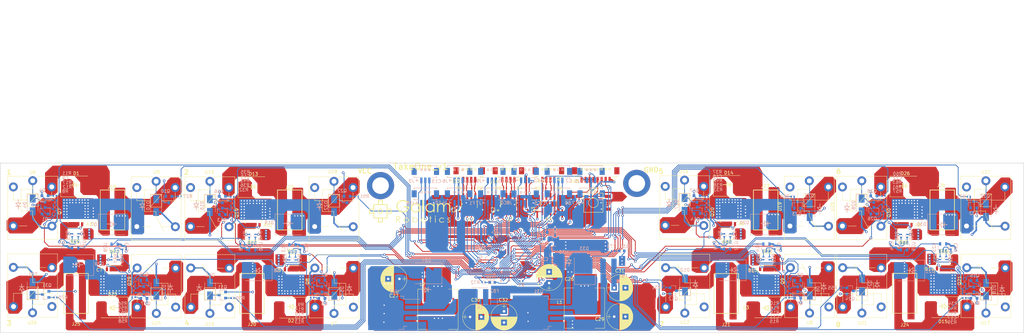
<source format=kicad_pcb>
(kicad_pcb (version 20171130) (host pcbnew "(5.0.2)-1")
  (layers (0 F.Cu signal) (1 In1.Cu power) (2 In2.Cu power) (31 B.Cu signal) (34 B.Paste user) (35 F.Paste user) (36 B.SilkS user) (37 F.SilkS user) (38 B.Mask user) (39 F.Mask user) (44 Edge.Cuts user))
  (net 0 "")
  (net 1 "+3.3V(DIG)")
  (net 2 GNDD)
  (net 3 "+3.3V(ANALOG)")
  (net 4 "Net-(C5-Pad1)")
  (net 5 GND)
  (net 6 "Net-(C9-Pad1)")
  (net 7 "Net-(C10-Pad1)")
  (net 8 "Net-(C11-Pad1)")
  (net 9 GNDA)
  (net 10 "Net-(C15-Pad1)")
  (net 11 "Net-(C16-Pad1)")
  (net 12 "Net-(C17-Pad1)")
  (net 13 "Net-(C21-Pad1)")
  (net 14 "Net-(C22-Pad1)")
  (net 15 +12V)
  (net 16 +48V)
  (net 17 "Net-(C29-Pad1)")
  (net 18 "Net-(C30-Pad1)")
  (net 19 "Net-(D1-Pad2)")
  (net 20 "Net-(D1-Pad1)")
  (net 21 "Net-(D2-Pad1)")
  (net 22 "Net-(D2-Pad2)")
  (net 23 "Net-(D3-Pad2)")
  (net 24 "Net-(D3-Pad1)")
  (net 25 "Net-(D4-Pad1)")
  (net 26 "Net-(D5-Pad1)")
  (net 27 "Net-(D6-Pad1)")
  (net 28 "Net-(D7-Pad2)")
  (net 29 "Net-(D8-Pad2)")
  (net 30 "Net-(D9-Pad2)")
  (net 31 "Net-(D10-Pad1)")
  (net 32 "Net-(D11-Pad1)")
  (net 33 "Net-(D12-Pad1)")
  (net 34 "Net-(D13-Pad2)")
  (net 35 "Net-(D13-Pad1)")
  (net 36 "Net-(D14-Pad2)")
  (net 37 "Net-(D14-Pad1)")
  (net 38 "Net-(D15-Pad1)")
  (net 39 "Net-(D15-Pad2)")
  (net 40 "Net-(D16-Pad1)")
  (net 41 "Net-(D17-Pad1)")
  (net 42 "Net-(D18-Pad1)")
  (net 43 "Net-(D19-Pad2)")
  (net 44 "Net-(D20-Pad2)")
  (net 45 "Net-(D21-Pad2)")
  (net 46 "Net-(D22-Pad1)")
  (net 47 "Net-(D23-Pad1)")
  (net 48 "Net-(D24-Pad1)")
  (net 49 "Net-(D25-Pad2)")
  (net 50 "Net-(D25-Pad1)")
  (net 51 "Net-(D26-Pad1)")
  (net 52 "Net-(D26-Pad2)")
  (net 53 "Net-(D27-Pad1)")
  (net 54 "Net-(D28-Pad1)")
  (net 55 "Net-(D29-Pad2)")
  (net 56 "Net-(D30-Pad2)")
  (net 57 "Net-(D31-Pad1)")
  (net 58 "Net-(D32-Pad1)")
  (net 59 "Net-(D33-Pad1)")
  (net 60 "Net-(D34-Pad1)")
  (net 61 /command/encoder1)
  (net 62 /command/encoder5)
  (net 63 /command/spare1)
  (net 64 /command/encoder2)
  (net 65 /command/encoder6)
  (net 66 /command/spare2)
  (net 67 /command/encoder3)
  (net 68 /command/encoder7)
  (net 69 /command/spare3)
  (net 70 "Net-(J12-Pad1)")
  (net 71 "Net-(J12-Pad2)")
  (net 72 "Net-(J12-Pad3)")
  (net 73 "Net-(J12-Pad4)")
  (net 74 "Net-(J13-Pad4)")
  (net 75 "Net-(J13-Pad3)")
  (net 76 "Net-(J13-Pad2)")
  (net 77 "Net-(J13-Pad1)")
  (net 78 "Net-(J14-Pad4)")
  (net 79 "Net-(J14-Pad3)")
  (net 80 "Net-(J14-Pad2)")
  (net 81 "Net-(J14-Pad1)")
  (net 82 /command/encoder4)
  (net 83 /command/encoder8)
  (net 84 /command/spare4)
  (net 85 /command/NRST)
  (net 86 /command/SWCLK)
  (net 87 /command/SWDIO)
  (net 88 "Net-(Q1-Pad3)")
  (net 89 "Net-(Q1-Pad2)")
  (net 90 "Net-(Q2-Pad2)")
  (net 91 "Net-(Q2-Pad3)")
  (net 92 "Net-(Q3-Pad2)")
  (net 93 "Net-(Q3-Pad3)")
  (net 94 "Net-(Q4-Pad2)")
  (net 95 "Net-(Q5-Pad2)")
  (net 96 "Net-(Q6-Pad2)")
  (net 97 "Net-(Q10-Pad2)")
  (net 98 "Net-(Q11-Pad2)")
  (net 99 "Net-(Q12-Pad2)")
  (net 100 "Net-(Q13-Pad3)")
  (net 101 "Net-(Q13-Pad2)")
  (net 102 "Net-(Q14-Pad2)")
  (net 103 "Net-(Q14-Pad3)")
  (net 104 "Net-(Q15-Pad3)")
  (net 105 "Net-(Q15-Pad2)")
  (net 106 "Net-(Q16-Pad2)")
  (net 107 "Net-(Q17-Pad2)")
  (net 108 "Net-(Q18-Pad2)")
  (net 109 "Net-(Q22-Pad2)")
  (net 110 "Net-(Q23-Pad2)")
  (net 111 "Net-(Q24-Pad2)")
  (net 112 "Net-(Q25-Pad2)")
  (net 113 "Net-(Q25-Pad3)")
  (net 114 "Net-(Q26-Pad3)")
  (net 115 "Net-(Q26-Pad2)")
  (net 116 "Net-(Q27-Pad2)")
  (net 117 "Net-(Q28-Pad2)")
  (net 118 "Net-(Q31-Pad2)")
  (net 119 "Net-(Q32-Pad2)")
  (net 120 MOS1)
  (net 121 MOS4)
  (net 122 MOS7)
  (net 123 RELAY1)
  (net 124 RELAY7)
  (net 125 RELAY13)
  (net 126 GNDPWR)
  (net 127 "Net-(R23-Pad2)")
  (net 128 "Net-(R24-Pad2)")
  (net 129 "Net-(R25-Pad2)")
  (net 130 "Net-(R26-Pad2)")
  (net 131 RELAY2)
  (net 132 "Net-(R28-Pad2)")
  (net 133 "Net-(R29-Pad2)")
  (net 134 RELAY8)
  (net 135 RELAY14)
  (net 136 MOS2)
  (net 137 MOS5)
  (net 138 MOS8)
  (net 139 RELAY3)
  (net 140 RELAY9)
  (net 141 RELAY15)
  (net 142 "Net-(R47-Pad2)")
  (net 143 "Net-(R48-Pad2)")
  (net 144 "Net-(R49-Pad2)")
  (net 145 "Net-(R50-Pad2)")
  (net 146 RELAY4)
  (net 147 "Net-(R52-Pad2)")
  (net 148 "Net-(R53-Pad2)")
  (net 149 RELAY10)
  (net 150 RELAY16)
  (net 151 MOS3)
  (net 152 MOS6)
  (net 153 RELAY5)
  (net 154 RELAY11)
  (net 155 "Net-(R66-Pad2)")
  (net 156 "Net-(R67-Pad2)")
  (net 157 "Net-(R68-Pad2)")
  (net 158 "Net-(R69-Pad2)")
  (net 159 RELAY6)
  (net 160 RELAY12)
  (net 161 /command/TX1)
  (net 162 /command/RX1)
  (net 163 /command/TX2)
  (net 164 /command/RX2)
  (net 165 /command/RX3)
  (net 166 /command/TX3)
  (net 167 SENSE8)
  (net 168 SENSE7)
  (net 169 SENSE6)
  (net 170 SENSE5)
  (net 171 SENSE4)
  (net 172 SENSE3)
  (net 173 SENSE2)
  (net 174 SENSE1)
  (net 175 "Net-(Q7-Pad1)")
  (net 176 "Net-(Q8-Pad1)")
  (net 177 "Net-(Q9-Pad1)")
  (net 178 "Net-(Q19-Pad1)")
  (net 179 "Net-(Q20-Pad1)")
  (net 180 "Net-(Q21-Pad1)")
  (net 181 "Net-(Q29-Pad1)")
  (net 182 "Net-(Q30-Pad1)")
  (net 183 "Net-(C31-Pad1)")
  (net 184 "Net-(C32-Pad1)")
  (net 185 "Net-(D35-Pad1)")
  (net 186 "Net-(D35-Pad2)")
  (net 187 "Net-(D36-Pad1)")
  (module perso:TO-263-5_TabPin3 (layer B.Cu) (at 184.4 173.8 180)
    (fp_text reference U32 (at 0 6.65 180) (layer B.SilkS) (effects (justify mirror)))
    (fp_text value TL2575HV)
    (pad 3 smd rect (at 0.95 -2.775 180) (size 4.55 5.25) (layers B.Cu B.Paste) (net 5 GND))
    (pad 3 smd rect (at 5.8 2.775 180) (size 4.55 5.25) (layers B.Cu B.Paste) (net 5 GND))
    (pad 3 smd rect (at 0.95 2.775 180) (size 4.55 5.25) (layers B.Cu B.Paste) (net 5 GND))
    (pad 3 smd rect (at 5.8 -2.775 180) (size 4.55 5.25) (layers B.Cu B.Paste) (net 5 GND))
    (pad 3 smd rect (at 3.375 0 180) (size 9.4 10.8) (layers B.Cu B.Mask) (net 5 GND))
    (pad 5 smd rect (at -5.775 -3.4 180) (size 4.6 1.1) (layers B.Cu B.Paste B.Mask) (net 5 GND))
    (pad 4 smd rect (at -5.775 -1.7 180) (size 4.6 1.1) (layers B.Cu B.Paste B.Mask) (net 18 "Net-(C30-Pad1)"))
    (pad 3 smd rect (at -5.775 0 180) (size 4.6 1.1) (layers B.Cu B.Paste B.Mask) (net 5 GND))
    (pad 2 smd rect (at -5.775 1.7 180) (size 4.6 1.1) (layers B.Cu B.Paste B.Mask) (net 60 "Net-(D34-Pad1)"))
    (pad 1 smd rect (at -5.775 3.4 180) (size 4.6 1.1) (layers B.Cu B.Paste B.Mask) (net 16 +48V))
  )
  (module perso:Relay_SPDT_SANYOU_SRD_Series_Form_C (layer F.Cu) (at 165.6 132.7 270)
    (fp_text reference U18 (at -3 0.4) (layer F.SilkS))
    (fp_text value Relay)
    (pad 2 thru_hole circle (at 1.95 6.05) (size 2.794 2.794) (drill 1.524) (layers *.Cu *.Mask) (net 16 +48V))
    (pad 3 thru_hole circle (at 14.15 6.05) (size 2.794 2.794) (drill 1.524) (layers *.Cu *.Mask) (net 35 "Net-(D13-Pad1)"))
    (pad 4 thru_hole circle (at 14.2 -6) (size 2.794 2.794) (drill 1.524) (layers *.Cu *.Mask) (net 15 +12V))
    (pad 5 thru_hole circle (at 1.95 -5.95) (size 2.794 2.794) (drill 1.524) (layers *.Cu *.Mask) (net 43 "Net-(D19-Pad2)"))
    (pad 1 thru_hole circle (at 0 0) (size 2.794 2.794) (drill 1.524) (layers *.Cu *.Mask) (net 46 "Net-(D22-Pad1)"))
  )
  (module perso:P-2060-402998-404 (layer F.Cu) (at 96.572 141.8548 90)
    (fp_text reference J19 (at 7.4 -0.4 180) (layer F.SilkS))
    (fp_text value Conn_02x02_Counter_Clockwise)
    (pad 4 smd rect (at 3.048 1.778 90) (size 6 2) (layers F.Cu F.Paste F.Mask) (net 28 "Net-(D7-Pad2)"))
    (pad 2 smd rect (at 3.048 -2.2352 90) (size 6 2) (layers F.Cu F.Paste F.Mask) (net 19 "Net-(D1-Pad2)"))
    (pad 3 smd rect (at -6.0452 1.778 90) (size 3.5 2) (layers F.Cu F.Paste F.Mask) (net 28 "Net-(D7-Pad2)"))
    (pad 1 smd rect (at -6.0452 -2.2352 90) (size 3.5 2) (layers F.Cu F.Paste F.Mask) (net 19 "Net-(D1-Pad2)"))
  )
  (module perso:switch (layer F.Cu) (at 246.2 139.4 180)
    (fp_text reference U33 (at -0.45 4.2 180) (layer F.SilkS))
    (fp_text value switch)
    (pad 4 smd rect (at -5 -2 180) (size 1.9 1) (layers F.Cu F.Paste F.Mask) (net 2 GNDD))
    (pad 3 smd rect (at 4 -2 180) (size 1.9 1) (layers F.Cu F.Paste F.Mask) (net 2 GNDD))
    (pad 2 smd rect (at -5 2 180) (size 1.9 1) (layers F.Cu F.Paste F.Mask) (net 85 /command/NRST))
    (pad 1 smd rect (at 4 2 180) (size 1.9 1) (layers F.Cu F.Paste F.Mask) (net 85 /command/NRST))
  )
  (module perso:Relay_SPDT_SANYOU_SRD_Series_Form_C (layer F.Cu) (at 110 132.7 270)
    (fp_text reference U9 (at -2.9 -0.1) (layer F.SilkS))
    (fp_text value Relay)
    (pad 2 thru_hole circle (at 1.95 6.05) (size 2.794 2.794) (drill 1.524) (layers *.Cu *.Mask) (net 16 +48V))
    (pad 3 thru_hole circle (at 14.15 6.05) (size 2.794 2.794) (drill 1.524) (layers *.Cu *.Mask) (net 20 "Net-(D1-Pad1)"))
    (pad 4 thru_hole circle (at 14.2 -6) (size 2.794 2.794) (drill 1.524) (layers *.Cu *.Mask) (net 15 +12V))
    (pad 5 thru_hole circle (at 1.95 -5.95) (size 2.794 2.794) (drill 1.524) (layers *.Cu *.Mask) (net 28 "Net-(D7-Pad2)"))
    (pad 1 thru_hole circle (at 0 0) (size 2.794 2.794) (drill 1.524) (layers *.Cu *.Mask) (net 31 "Net-(D10-Pad1)"))
  )
  (module Diodes_SMD:D_SMC (layer F.Cu) (at 85 134.3)
    (fp_text reference D1 (at 0 -4.1) (layer F.SilkS))
    (fp_text value S10JC)
    (pad 1 smd rect (at -3.4 0 90) (size 3.3 2.5) (layers F.Cu F.Paste F.Mask) (net 20 "Net-(D1-Pad1)"))
    (pad 2 smd rect (at 3.4 0 90) (size 3.3 2.5) (layers F.Cu F.Paste F.Mask) (net 19 "Net-(D1-Pad2)"))
  )
  (module Diodes_SMD:D_SMC (layer F.Cu) (at 152.15 172.2 180)
    (fp_text reference D2 (at 0 -4.1 180) (layer F.SilkS))
    (fp_text value S10JC)
    (pad 1 smd rect (at -3.4 0 270) (size 3.3 2.5) (layers F.Cu F.Paste F.Mask) (net 21 "Net-(D2-Pad1)"))
    (pad 2 smd rect (at 3.4 0 270) (size 3.3 2.5) (layers F.Cu F.Paste F.Mask) (net 22 "Net-(D2-Pad2)"))
  )
  (module Diodes_SMD:D_SMC (layer F.Cu) (at 300.67 172.11 180)
    (fp_text reference D3 (at 6.25 -0.05 180) (layer F.SilkS))
    (fp_text value S10JC)
    (pad 1 smd rect (at -3.4 0 270) (size 3.3 2.5) (layers F.Cu F.Paste F.Mask) (net 24 "Net-(D3-Pad1)"))
    (pad 2 smd rect (at 3.4 0 270) (size 3.3 2.5) (layers F.Cu F.Paste F.Mask) (net 23 "Net-(D3-Pad2)"))
  )
  (module Diodes_SMD:D_SMA (layer B.Cu) (at 71.4 140.1 270)
    (fp_text reference D4 (at 0 2.5 270) (layer B.SilkS) (effects (justify mirror)))
    (fp_text value M1)
    (pad 1 smd rect (at -2 0 270) (size 2.5 1.8) (layers B.Cu B.Paste B.Mask) (net 25 "Net-(D4-Pad1)"))
    (pad 2 smd rect (at 2 0 270) (size 2.5 1.8) (layers B.Cu B.Paste B.Mask) (net 15 +12V))
  )
  (module Diodes_SMD:D_SMA (layer B.Cu) (at 165.7 166.45 90)
    (fp_text reference D5 (at 0 2.5 90) (layer B.SilkS) (effects (justify mirror)))
    (fp_text value M1)
    (pad 1 smd rect (at -2 0 90) (size 2.5 1.8) (layers B.Cu B.Paste B.Mask) (net 26 "Net-(D5-Pad1)"))
    (pad 2 smd rect (at 2 0 90) (size 2.5 1.8) (layers B.Cu B.Paste B.Mask) (net 15 +12V))
  )
  (module Diodes_SMD:D_SMA (layer B.Cu) (at 314.35 166.38 90)
    (fp_text reference D6 (at 0 2.5 90) (layer B.SilkS) (effects (justify mirror)))
    (fp_text value M1)
    (pad 1 smd rect (at -2 0 90) (size 2.5 1.8) (layers B.Cu B.Paste B.Mask) (net 27 "Net-(D6-Pad1)"))
    (pad 2 smd rect (at 2 0 90) (size 2.5 1.8) (layers B.Cu B.Paste B.Mask) (net 15 +12V))
  )
  (module Diodes_SMD:D_SMC (layer B.Cu) (at 96.75 146.2)
    (fp_text reference D7 (at -6.2 0) (layer B.SilkS) (effects (justify mirror)))
    (fp_text value S10JC)
    (pad 1 smd rect (at -3.4 0 270) (size 3.3 2.5) (layers B.Cu B.Paste B.Mask) (net 20 "Net-(D1-Pad1)"))
    (pad 2 smd rect (at 3.4 0 270) (size 3.3 2.5) (layers B.Cu B.Paste B.Mask) (net 28 "Net-(D7-Pad2)"))
  )
  (module Diodes_SMD:D_SMC (layer B.Cu) (at 141.45 160.5 180)
    (fp_text reference D8 (at -6.25 -0.1 180) (layer B.SilkS) (effects (justify mirror)))
    (fp_text value S10JC)
    (pad 1 smd rect (at -3.4 0 90) (size 3.3 2.5) (layers B.Cu B.Paste B.Mask) (net 21 "Net-(D2-Pad1)"))
    (pad 2 smd rect (at 3.4 0 90) (size 3.3 2.5) (layers B.Cu B.Paste B.Mask) (net 29 "Net-(D8-Pad2)"))
  )
  (module Diodes_SMD:D_SMC (layer B.Cu) (at 289.65 160.5 180)
    (fp_text reference D9 (at -6.45 -0.25 180) (layer B.SilkS) (effects (justify mirror)))
    (fp_text value S10JC)
    (pad 1 smd rect (at -3.4 0 90) (size 3.3 2.5) (layers B.Cu B.Paste B.Mask) (net 24 "Net-(D3-Pad1)"))
    (pad 2 smd rect (at 3.4 0 90) (size 3.3 2.5) (layers B.Cu B.Paste B.Mask) (net 30 "Net-(D9-Pad2)"))
  )
  (module Diodes_SMD:D_SMA (layer B.Cu) (at 110 140.3 270)
    (fp_text reference D10 (at 0 2.5 270) (layer B.SilkS) (effects (justify mirror)))
    (fp_text value M1)
    (pad 1 smd rect (at -2 0 270) (size 2.5 1.8) (layers B.Cu B.Paste B.Mask) (net 31 "Net-(D10-Pad1)"))
    (pad 2 smd rect (at 2 0 270) (size 2.5 1.8) (layers B.Cu B.Paste B.Mask) (net 15 +12V))
  )
  (module Diodes_SMD:D_SMA (layer B.Cu) (at 126.85 166.4 90)
    (fp_text reference D11 (at 4.4 0 180) (layer B.SilkS) (effects (justify mirror)))
    (fp_text value M1)
    (pad 1 smd rect (at -2 0 90) (size 2.5 1.8) (layers B.Cu B.Paste B.Mask) (net 32 "Net-(D11-Pad1)"))
    (pad 2 smd rect (at 2 0 90) (size 2.5 1.8) (layers B.Cu B.Paste B.Mask) (net 15 +12V))
  )
  (module Diodes_SMD:D_SMA (layer B.Cu) (at 275.35 165.1 90)
    (fp_text reference D12 (at 4.7 0 180) (layer B.SilkS) (effects (justify mirror)))
    (fp_text value M1)
    (pad 1 smd rect (at -2 0 90) (size 2.5 1.8) (layers B.Cu B.Paste B.Mask) (net 33 "Net-(D12-Pad1)"))
    (pad 2 smd rect (at 2 0 90) (size 2.5 1.8) (layers B.Cu B.Paste B.Mask) (net 15 +12V))
  )
  (module Diodes_SMD:D_SMC (layer F.Cu) (at 140.4 134.5)
    (fp_text reference D13 (at 0 -4.1) (layer F.SilkS))
    (fp_text value S10JC)
    (pad 1 smd rect (at -3.4 0 90) (size 3.3 2.5) (layers F.Cu F.Paste F.Mask) (net 35 "Net-(D13-Pad1)"))
    (pad 2 smd rect (at 3.4 0 90) (size 3.3 2.5) (layers F.Cu F.Paste F.Mask) (net 34 "Net-(D13-Pad2)"))
  )
  (module Diodes_SMD:D_SMC (layer F.Cu) (at 289 134.13)
    (fp_text reference D14 (at 0 -4.1) (layer F.SilkS))
    (fp_text value S10JC)
    (pad 1 smd rect (at -3.4 0 90) (size 3.3 2.5) (layers F.Cu F.Paste F.Mask) (net 37 "Net-(D14-Pad1)"))
    (pad 2 smd rect (at 3.4 0 90) (size 3.3 2.5) (layers F.Cu F.Paste F.Mask) (net 36 "Net-(D14-Pad2)"))
  )
  (module Diodes_SMD:D_SMC (layer F.Cu) (at 356.02 172.06 180)
    (fp_text reference D15 (at 0.05 -4.45 180) (layer F.SilkS))
    (fp_text value S10JC)
    (pad 1 smd rect (at -3.4 0 270) (size 3.3 2.5) (layers F.Cu F.Paste F.Mask) (net 38 "Net-(D15-Pad1)"))
    (pad 2 smd rect (at 3.4 0 270) (size 3.3 2.5) (layers F.Cu F.Paste F.Mask) (net 39 "Net-(D15-Pad2)"))
  )
  (module Diodes_SMD:D_SMA (layer B.Cu) (at 126.8 140.3 270)
    (fp_text reference D16 (at 0 2.5 270) (layer B.SilkS) (effects (justify mirror)))
    (fp_text value M1)
    (pad 1 smd rect (at -2 0 270) (size 2.5 1.8) (layers B.Cu B.Paste B.Mask) (net 40 "Net-(D16-Pad1)"))
    (pad 2 smd rect (at 2 0 270) (size 2.5 1.8) (layers B.Cu B.Paste B.Mask) (net 15 +12V))
  )
  (module Diodes_SMD:D_SMA (layer B.Cu) (at 275.2 139.94 270)
    (fp_text reference D17 (at 0 2.5 270) (layer B.SilkS) (effects (justify mirror)))
    (fp_text value M1)
    (pad 1 smd rect (at -2 0 270) (size 2.5 1.8) (layers B.Cu B.Paste B.Mask) (net 41 "Net-(D17-Pad1)"))
    (pad 2 smd rect (at 2 0 270) (size 2.5 1.8) (layers B.Cu B.Paste B.Mask) (net 15 +12V))
  )
  (module Diodes_SMD:D_SMA (layer B.Cu) (at 369.46 166.47 90)
    (fp_text reference D18 (at 0 2.5 90) (layer B.SilkS) (effects (justify mirror)))
    (fp_text value M1)
    (pad 1 smd rect (at -2 0 90) (size 2.5 1.8) (layers B.Cu B.Paste B.Mask) (net 42 "Net-(D18-Pad1)"))
    (pad 2 smd rect (at 2 0 90) (size 2.5 1.8) (layers B.Cu B.Paste B.Mask) (net 15 +12V))
  )
  (module Diodes_SMD:D_SMC (layer B.Cu) (at 151.95 146.2)
    (fp_text reference D19 (at -6.6 -0.6) (layer B.SilkS) (effects (justify mirror)))
    (fp_text value S10JC)
    (pad 1 smd rect (at -3.4 0 270) (size 3.3 2.5) (layers B.Cu B.Paste B.Mask) (net 35 "Net-(D13-Pad1)"))
    (pad 2 smd rect (at 3.4 0 270) (size 3.3 2.5) (layers B.Cu B.Paste B.Mask) (net 43 "Net-(D19-Pad2)"))
  )
  (module Diodes_SMD:D_SMC (layer B.Cu) (at 300.6 146.2)
    (fp_text reference D20 (at -6.65 -0.6) (layer B.SilkS) (effects (justify mirror)))
    (fp_text value S10JC)
    (pad 1 smd rect (at -3.4 0 270) (size 3.3 2.5) (layers B.Cu B.Paste B.Mask) (net 37 "Net-(D14-Pad1)"))
    (pad 2 smd rect (at 3.4 0 270) (size 3.3 2.5) (layers B.Cu B.Paste B.Mask) (net 44 "Net-(D20-Pad2)"))
  )
  (module Diodes_SMD:D_SMC (layer B.Cu) (at 345.45 160.6 180)
    (fp_text reference D21 (at -6.5 -0.25 180) (layer B.SilkS) (effects (justify mirror)))
    (fp_text value S10JC)
    (pad 1 smd rect (at -3.4 0 90) (size 3.3 2.5) (layers B.Cu B.Paste B.Mask) (net 38 "Net-(D15-Pad1)"))
    (pad 2 smd rect (at 3.4 0 90) (size 3.3 2.5) (layers B.Cu B.Paste B.Mask) (net 45 "Net-(D21-Pad2)"))
  )
  (module Diodes_SMD:D_SMA (layer B.Cu) (at 165.6 140.3 270)
    (fp_text reference D22 (at 0 2.5 270) (layer B.SilkS) (effects (justify mirror)))
    (fp_text value M1)
    (pad 1 smd rect (at -2 0 270) (size 2.5 1.8) (layers B.Cu B.Paste B.Mask) (net 46 "Net-(D22-Pad1)"))
    (pad 2 smd rect (at 2 0 270) (size 2.5 1.8) (layers B.Cu B.Paste B.Mask) (net 15 +12V))
  )
  (module Diodes_SMD:D_SMA (layer B.Cu) (at 314.3 141.85 270)
    (fp_text reference D23 (at -4.65 0.05) (layer B.SilkS) (effects (justify mirror)))
    (fp_text value M1)
    (pad 1 smd rect (at -2 0 270) (size 2.5 1.8) (layers B.Cu B.Paste B.Mask) (net 47 "Net-(D23-Pad1)"))
    (pad 2 smd rect (at 2 0 270) (size 2.5 1.8) (layers B.Cu B.Paste B.Mask) (net 15 +12V))
  )
  (module Diodes_SMD:D_SMA (layer B.Cu) (at 330.7 165.1 90)
    (fp_text reference D24 (at 0 2.5 90) (layer B.SilkS) (effects (justify mirror)))
    (fp_text value M1)
    (pad 1 smd rect (at -2 0 90) (size 2.5 1.8) (layers B.Cu B.Paste B.Mask) (net 48 "Net-(D24-Pad1)"))
    (pad 2 smd rect (at 2 0 90) (size 2.5 1.8) (layers B.Cu B.Paste B.Mask) (net 15 +12V))
  )
  (module Diodes_SMD:D_SMC (layer F.Cu) (at 96.4 172.13 180)
    (fp_text reference D25 (at 0 4.2 180) (layer F.SilkS))
    (fp_text value S10JC hide)
    (pad 1 smd rect (at -3.4 0 270) (size 3.3 2.5) (layers F.Cu F.Paste F.Mask) (net 50 "Net-(D25-Pad1)"))
    (pad 2 smd rect (at 3.4 0 270) (size 3.3 2.5) (layers F.Cu F.Paste F.Mask) (net 49 "Net-(D25-Pad2)"))
  )
  (module Diodes_SMD:D_SMC (layer F.Cu) (at 344.2 134.33)
    (fp_text reference D26 (at 0 -4.1) (layer F.SilkS))
    (fp_text value S10JC)
    (pad 1 smd rect (at -3.4 0 90) (size 3.3 2.5) (layers F.Cu F.Paste F.Mask) (net 51 "Net-(D26-Pad1)"))
    (pad 2 smd rect (at 3.4 0 90) (size 3.3 2.5) (layers F.Cu F.Paste F.Mask) (net 52 "Net-(D26-Pad2)"))
  )
  (module Diodes_SMD:D_SMA (layer B.Cu) (at 110.05 166.4 90)
    (fp_text reference D27 (at 0 2.5 90) (layer B.SilkS) (effects (justify mirror)))
    (fp_text value M1)
    (pad 1 smd rect (at -2 0 90) (size 2.5 1.8) (layers B.Cu B.Paste B.Mask) (net 53 "Net-(D27-Pad1)"))
    (pad 2 smd rect (at 2 0 90) (size 2.5 1.8) (layers B.Cu B.Paste B.Mask) (net 15 +12V))
  )
  (module Diodes_SMD:D_SMA (layer B.Cu) (at 330.56 140.12 270)
    (fp_text reference D28 (at 0 2.5 270) (layer B.SilkS) (effects (justify mirror)))
    (fp_text value M1)
    (pad 1 smd rect (at -2 0 270) (size 2.5 1.8) (layers B.Cu B.Paste B.Mask) (net 54 "Net-(D28-Pad1)"))
    (pad 2 smd rect (at 2 0 270) (size 2.5 1.8) (layers B.Cu B.Paste B.Mask) (net 15 +12V))
  )
  (module Diodes_SMD:D_SMC (layer B.Cu) (at 85.65 158.9 180)
    (fp_text reference D29 (at -6.6 0.4 180) (layer B.SilkS) (effects (justify mirror)))
    (fp_text value S10JC)
    (pad 1 smd rect (at -3.4 0 90) (size 3.3 2.5) (layers B.Cu B.Paste B.Mask) (net 50 "Net-(D25-Pad1)"))
    (pad 2 smd rect (at 3.4 0 90) (size 3.3 2.5) (layers B.Cu B.Paste B.Mask) (net 55 "Net-(D29-Pad2)"))
  )
  (module Diodes_SMD:D_SMC (layer B.Cu) (at 356.05 146.2)
    (fp_text reference D30 (at -6.7 -0.1) (layer B.SilkS) (effects (justify mirror)))
    (fp_text value S10JC)
    (pad 1 smd rect (at -3.4 0 270) (size 3.3 2.5) (layers B.Cu B.Paste B.Mask) (net 51 "Net-(D26-Pad1)"))
    (pad 2 smd rect (at 3.4 0 270) (size 3.3 2.5) (layers B.Cu B.Paste B.Mask) (net 56 "Net-(D30-Pad2)"))
  )
  (module Diodes_SMD:D_SMA (layer B.Cu) (at 71.35 166.2 90)
    (fp_text reference D31 (at 4.45 0.1 180) (layer B.SilkS) (effects (justify mirror)))
    (fp_text value M1)
    (pad 1 smd rect (at -2 0 90) (size 2.5 1.8) (layers B.Cu B.Paste B.Mask) (net 57 "Net-(D31-Pad1)"))
    (pad 2 smd rect (at 2 0 90) (size 2.5 1.8) (layers B.Cu B.Paste B.Mask) (net 15 +12V))
  )
  (module Diodes_SMD:D_SMA (layer B.Cu) (at 369.45 141.85 270)
    (fp_text reference D32 (at -4.55 0.3) (layer B.SilkS) (effects (justify mirror)))
    (fp_text value M1)
    (pad 1 smd rect (at -2 0 270) (size 2.5 1.8) (layers B.Cu B.Paste B.Mask) (net 58 "Net-(D32-Pad1)"))
    (pad 2 smd rect (at 2 0 270) (size 2.5 1.8) (layers B.Cu B.Paste B.Mask) (net 15 +12V))
  )
  (module Diodes_SMD:D_SMC (layer B.Cu) (at 244 160.15 90)
    (fp_text reference D33 (at 6.45 -0.15 180) (layer B.SilkS) (effects (justify mirror)))
    (fp_text value SS3H10)
    (pad 1 smd rect (at -3.4 0) (size 3.3 2.5) (layers B.Cu B.Paste B.Mask) (net 59 "Net-(D33-Pad1)"))
    (pad 2 smd rect (at 3.4 0) (size 3.3 2.5) (layers B.Cu B.Paste B.Mask) (net 5 GND))
  )
  (module Diodes_SMD:D_SMC (layer B.Cu) (at 194.55 161.5 180)
    (fp_text reference D34 (at 0 4.1 180) (layer B.SilkS) (effects (justify mirror)))
    (fp_text value SS3H10)
    (pad 1 smd rect (at -3.4 0 90) (size 3.3 2.5) (layers B.Cu B.Paste B.Mask) (net 60 "Net-(D34-Pad1)"))
    (pad 2 smd rect (at 3.4 0 90) (size 3.3 2.5) (layers B.Cu B.Paste B.Mask) (net 5 GND))
  )
  (module perso:hole (layer F.Cu) (at 180.2 134.2)
    (fp_text reference J1 (at 0 0.5) (layer F.SilkS))
    (fp_text value Conn_01x01)
    (pad 1 thru_hole circle (at -0.05 -0.15) (size 8.5 8.5) (drill 5.2) (layers *.Cu *.Mask) (net 16 +48V))
  )
  (module perso:hole (layer F.Cu) (at 260.3 133.5)
    (fp_text reference J2 (at 0 0.5) (layer F.SilkS))
    (fp_text value Conn_01x01)
    (pad 1 thru_hole circle (at -0.05 -0.15) (size 8.5 8.5) (drill 5.2) (layers *.Cu *.Mask))
  )
  (module Connectors_Hirose:Hirose_DF13C-03P-1.25V_03x1.25mm_Straight (layer B.Cu) (at 194.15 131)
    (fp_text reference J3 (at -4.3 1.6) (layer B.SilkS) (effects (justify mirror)))
    (fp_text value Conn_01x03 hide)
    (pad 1 smd rect (at -1.25 1.4) (size 0.7 1.8) (layers B.Cu B.Paste B.Mask) (net 61 /command/encoder1))
    (pad 2 smd rect (at 0 1.4) (size 0.7 1.8) (layers B.Cu B.Paste B.Mask) (net 1 "+3.3V(DIG)"))
    (pad 3 smd rect (at 1.25 1.4) (size 0.7 1.8) (layers B.Cu B.Paste B.Mask) (net 2 GNDD))
    (pad "" smd rect (at 3.5 -1.4) (size 1.6 2.2) (layers B.Cu B.Paste B.Mask))
    (pad "" smd rect (at -3.5 -1.4) (size 1.6 2.2) (layers B.Cu B.Paste B.Mask))
  )
  (module Connectors_Hirose:Hirose_DF13C-03P-1.25V_03x1.25mm_Straight (layer B.Cu) (at 204.55 138)
    (fp_text reference J4 (at -4.3 1.4) (layer B.SilkS) (effects (justify mirror)))
    (fp_text value Conn_01x03 hide)
    (pad 1 smd rect (at -1.25 1.4) (size 0.7 1.8) (layers B.Cu B.Paste B.Mask) (net 62 /command/encoder5))
    (pad 2 smd rect (at 0 1.4) (size 0.7 1.8) (layers B.Cu B.Paste B.Mask) (net 1 "+3.3V(DIG)"))
    (pad 3 smd rect (at 1.25 1.4) (size 0.7 1.8) (layers B.Cu B.Paste B.Mask) (net 2 GNDD))
    (pad "" smd rect (at 3.5 -1.4) (size 1.6 2.2) (layers B.Cu B.Paste B.Mask))
    (pad "" smd rect (at -3.5 -1.4) (size 1.6 2.2) (layers B.Cu B.Paste B.Mask))
  )
  (module Connectors_Hirose:Hirose_DF13C-03P-1.25V_03x1.25mm_Straight (layer B.Cu) (at 245.95 131)
    (fp_text reference J5 (at -4.3 1.6) (layer B.SilkS) (effects (justify mirror)))
    (fp_text value Conn_01x03 hide)
    (pad 1 smd rect (at -1.25 1.4) (size 0.7 1.8) (layers B.Cu B.Paste B.Mask) (net 63 /command/spare1))
    (pad 2 smd rect (at 0 1.4) (size 0.7 1.8) (layers B.Cu B.Paste B.Mask) (net 1 "+3.3V(DIG)"))
    (pad 3 smd rect (at 1.25 1.4) (size 0.7 1.8) (layers B.Cu B.Paste B.Mask) (net 2 GNDD))
    (pad "" smd rect (at 3.5 -1.4) (size 1.6 2.2) (layers B.Cu B.Paste B.Mask))
    (pad "" smd rect (at -3.5 -1.4) (size 1.6 2.2) (layers B.Cu B.Paste B.Mask))
  )
  (module Connectors_Hirose:Hirose_DF13C-03P-1.25V_03x1.25mm_Straight (layer B.Cu) (at 204.55 131)
    (fp_text reference J6 (at -4.2 1.6) (layer B.SilkS) (effects (justify mirror)))
    (fp_text value Conn_01x03 hide)
    (pad 1 smd rect (at -1.25 1.4) (size 0.7 1.8) (layers B.Cu B.Paste B.Mask) (net 64 /command/encoder2))
    (pad 2 smd rect (at 0 1.4) (size 0.7 1.8) (layers B.Cu B.Paste B.Mask) (net 1 "+3.3V(DIG)"))
    (pad 3 smd rect (at 1.25 1.4) (size 0.7 1.8) (layers B.Cu B.Paste B.Mask) (net 2 GNDD))
    (pad "" smd rect (at 3.5 -1.4) (size 1.6 2.2) (layers B.Cu B.Paste B.Mask))
    (pad "" smd rect (at -3.5 -1.4) (size 1.6 2.2) (layers B.Cu B.Paste B.Mask))
  )
  (module Connectors_Hirose:Hirose_DF13C-03P-1.25V_03x1.25mm_Straight (layer B.Cu) (at 214.95 138)
    (fp_text reference J7 (at -4.1 1.5) (layer B.SilkS) (effects (justify mirror)))
    (fp_text value Conn_01x03 hide)
    (pad 1 smd rect (at -1.25 1.4) (size 0.7 1.8) (layers B.Cu B.Paste B.Mask) (net 65 /command/encoder6))
    (pad 2 smd rect (at 0 1.4) (size 0.7 1.8) (layers B.Cu B.Paste B.Mask) (net 1 "+3.3V(DIG)"))
    (pad 3 smd rect (at 1.25 1.4) (size 0.7 1.8) (layers B.Cu B.Paste B.Mask) (net 2 GNDD))
    (pad "" smd rect (at 3.5 -1.4) (size 1.6 2.2) (layers B.Cu B.Paste B.Mask))
    (pad "" smd rect (at -3.5 -1.4) (size 1.6 2.2) (layers B.Cu B.Paste B.Mask))
  )
  (module Connectors_Hirose:Hirose_DF13C-03P-1.25V_03x1.25mm_Straight (layer B.Cu) (at 225.35 138.05)
    (fp_text reference J8 (at -4.9 1.35) (layer B.SilkS) (effects (justify mirror)))
    (fp_text value Conn_01x03 hide)
    (pad 1 smd rect (at -1.25 1.4) (size 0.7 1.8) (layers B.Cu B.Paste B.Mask) (net 66 /command/spare2))
    (pad 2 smd rect (at 0 1.4) (size 0.7 1.8) (layers B.Cu B.Paste B.Mask) (net 1 "+3.3V(DIG)"))
    (pad 3 smd rect (at 1.25 1.4) (size 0.7 1.8) (layers B.Cu B.Paste B.Mask) (net 2 GNDD))
    (pad "" smd rect (at 3.5 -1.4) (size 1.6 2.2) (layers B.Cu B.Paste B.Mask))
    (pad "" smd rect (at -3.5 -1.4) (size 1.6 2.2) (layers B.Cu B.Paste B.Mask))
  )
  (module Connectors_Hirose:Hirose_DF13C-03P-1.25V_03x1.25mm_Straight (layer B.Cu) (at 214.95 131)
    (fp_text reference J9 (at -4 1.6) (layer B.SilkS) (effects (justify mirror)))
    (fp_text value Conn_01x03 hide)
    (pad 1 smd rect (at -1.25 1.4) (size 0.7 1.8) (layers B.Cu B.Paste B.Mask) (net 67 /command/encoder3))
    (pad 2 smd rect (at 0 1.4) (size 0.7 1.8) (layers B.Cu B.Paste B.Mask) (net 1 "+3.3V(DIG)"))
    (pad 3 smd rect (at 1.25 1.4) (size 0.7 1.8) (layers B.Cu B.Paste B.Mask) (net 2 GNDD))
    (pad "" smd rect (at 3.5 -1.4) (size 1.6 2.2) (layers B.Cu B.Paste B.Mask))
    (pad "" smd rect (at -3.5 -1.4) (size 1.6 2.2) (layers B.Cu B.Paste B.Mask))
  )
  (module Connectors_Hirose:Hirose_DF13C-03P-1.25V_03x1.25mm_Straight (layer B.Cu) (at 225.35 131)
    (fp_text reference J10 (at -4.2 1.6) (layer B.SilkS) (effects (justify mirror)))
    (fp_text value Conn_01x03 hide)
    (pad 1 smd rect (at -1.25 1.4) (size 0.7 1.8) (layers B.Cu B.Paste B.Mask) (net 68 /command/encoder7))
    (pad 2 smd rect (at 0 1.4) (size 0.7 1.8) (layers B.Cu B.Paste B.Mask) (net 1 "+3.3V(DIG)"))
    (pad 3 smd rect (at 1.25 1.4) (size 0.7 1.8) (layers B.Cu B.Paste B.Mask) (net 2 GNDD))
    (pad "" smd rect (at 3.5 -1.4) (size 1.6 2.2) (layers B.Cu B.Paste B.Mask))
    (pad "" smd rect (at -3.5 -1.4) (size 1.6 2.2) (layers B.Cu B.Paste B.Mask))
  )
  (module Connectors_Hirose:Hirose_DF13C-03P-1.25V_03x1.25mm_Straight (layer B.Cu) (at 235.75 138)
    (fp_text reference J11 (at -4.5 1.5) (layer B.SilkS) (effects (justify mirror)))
    (fp_text value Conn_01x03 hide)
    (pad 1 smd rect (at -1.25 1.4) (size 0.7 1.8) (layers B.Cu B.Paste B.Mask) (net 69 /command/spare3))
    (pad 2 smd rect (at 0 1.4) (size 0.7 1.8) (layers B.Cu B.Paste B.Mask) (net 1 "+3.3V(DIG)"))
    (pad 3 smd rect (at 1.25 1.4) (size 0.7 1.8) (layers B.Cu B.Paste B.Mask) (net 2 GNDD))
    (pad "" smd rect (at 3.5 -1.4) (size 1.6 2.2) (layers B.Cu B.Paste B.Mask))
    (pad "" smd rect (at -3.5 -1.4) (size 1.6 2.2) (layers B.Cu B.Paste B.Mask))
  )
  (module Connectors_Hirose:Hirose_DF13C-04P-1.25V_04x1.25mm_Straight (layer F.Cu) (at 232.625 130.8 180)
    (fp_text reference J12 (at 2.775 -1.7 180) (layer F.SilkS))
    (fp_text value Conn_01x04 hide)
    (pad 1 smd rect (at -1.875 -1.4 180) (size 0.7 1.8) (layers F.Cu F.Paste F.Mask) (net 70 "Net-(J12-Pad1)"))
    (pad 2 smd rect (at -0.625 -1.4 180) (size 0.7 1.8) (layers F.Cu F.Paste F.Mask) (net 71 "Net-(J12-Pad2)"))
    (pad 3 smd rect (at 0.625 -1.4 180) (size 0.7 1.8) (layers F.Cu F.Paste F.Mask) (net 72 "Net-(J12-Pad3)"))
    (pad 4 smd rect (at 1.875 -1.4 180) (size 0.7 1.8) (layers F.Cu F.Paste F.Mask) (net 73 "Net-(J12-Pad4)"))
    (pad "" smd rect (at 4.125 1.4 180) (size 1.6 2.2) (layers F.Cu F.Paste F.Mask))
    (pad "" smd rect (at -4.125 1.4 180) (size 1.6 2.2) (layers F.Cu F.Paste F.Mask))
  )
  (module Connectors_Hirose:Hirose_DF13C-04P-1.25V_04x1.25mm_Straight (layer F.Cu) (at 207.875 130.8 180)
    (fp_text reference J13 (at 4.225 -1.8 180) (layer F.SilkS))
    (fp_text value Conn_01x04 hide)
    (pad 1 smd rect (at -1.875 -1.4 180) (size 0.7 1.8) (layers F.Cu F.Paste F.Mask) (net 77 "Net-(J13-Pad1)"))
    (pad 2 smd rect (at -0.625 -1.4 180) (size 0.7 1.8) (layers F.Cu F.Paste F.Mask) (net 76 "Net-(J13-Pad2)"))
    (pad 3 smd rect (at 0.625 -1.4 180) (size 0.7 1.8) (layers F.Cu F.Paste F.Mask) (net 75 "Net-(J13-Pad3)"))
    (pad 4 smd rect (at 1.875 -1.4 180) (size 0.7 1.8) (layers F.Cu F.Paste F.Mask) (net 74 "Net-(J13-Pad4)"))
    (pad "" smd rect (at 4.125 1.4 180) (size 1.6 2.2) (layers F.Cu F.Paste F.Mask))
    (pad "" smd rect (at -4.125 1.4 180) (size 1.6 2.2) (layers F.Cu F.Paste F.Mask))
  )
  (module Connectors_Hirose:Hirose_DF13C-04P-1.25V_04x1.25mm_Straight (layer F.Cu) (at 220.125 130.8 180)
    (fp_text reference J14 (at 4.375 -2 180) (layer F.SilkS))
    (fp_text value Conn_01x04 hide)
    (pad 1 smd rect (at -1.875 -1.4 180) (size 0.7 1.8) (layers F.Cu F.Paste F.Mask) (net 81 "Net-(J14-Pad1)"))
    (pad 2 smd rect (at -0.625 -1.4 180) (size 0.7 1.8) (layers F.Cu F.Paste F.Mask) (net 80 "Net-(J14-Pad2)"))
    (pad 3 smd rect (at 0.625 -1.4 180) (size 0.7 1.8) (layers F.Cu F.Paste F.Mask) (net 79 "Net-(J14-Pad3)"))
    (pad 4 smd rect (at 1.875 -1.4 180) (size 0.7 1.8) (layers F.Cu F.Paste F.Mask) (net 78 "Net-(J14-Pad4)"))
    (pad "" smd rect (at 4.125 1.4 180) (size 1.6 2.2) (layers F.Cu F.Paste F.Mask))
    (pad "" smd rect (at -4.125 1.4 180) (size 1.6 2.2) (layers F.Cu F.Paste F.Mask))
  )
  (module Connectors_Hirose:Hirose_DF13C-03P-1.25V_03x1.25mm_Straight (layer B.Cu) (at 194.15 138)
    (fp_text reference J15 (at -4.6 1.5) (layer B.SilkS) (effects (justify mirror)))
    (fp_text value Conn_01x03 hide)
    (pad 1 smd rect (at -1.25 1.4) (size 0.7 1.8) (layers B.Cu B.Paste B.Mask) (net 82 /command/encoder4))
    (pad 2 smd rect (at 0 1.4) (size 0.7 1.8) (layers B.Cu B.Paste B.Mask) (net 1 "+3.3V(DIG)"))
    (pad 3 smd rect (at 1.25 1.4) (size 0.7 1.8) (layers B.Cu B.Paste B.Mask) (net 2 GNDD))
    (pad "" smd rect (at 3.5 -1.4) (size 1.6 2.2) (layers B.Cu B.Paste B.Mask))
    (pad "" smd rect (at -3.5 -1.4) (size 1.6 2.2) (layers B.Cu B.Paste B.Mask))
  )
  (module Connectors_Hirose:Hirose_DF13C-03P-1.25V_03x1.25mm_Straight (layer B.Cu) (at 235.75 131)
    (fp_text reference J16 (at -4.4 1.4) (layer B.SilkS) (effects (justify mirror)))
    (fp_text value Conn_01x03 hide)
    (pad 1 smd rect (at -1.25 1.4) (size 0.7 1.8) (layers B.Cu B.Paste B.Mask) (net 83 /command/encoder8))
    (pad 2 smd rect (at 0 1.4) (size 0.7 1.8) (layers B.Cu B.Paste B.Mask) (net 1 "+3.3V(DIG)"))
    (pad 3 smd rect (at 1.25 1.4) (size 0.7 1.8) (layers B.Cu B.Paste B.Mask) (net 2 GNDD))
    (pad "" smd rect (at 3.5 -1.4) (size 1.6 2.2) (layers B.Cu B.Paste B.Mask))
    (pad "" smd rect (at -3.5 -1.4) (size 1.6 2.2) (layers B.Cu B.Paste B.Mask))
  )
  (module Connectors_Hirose:Hirose_DF13C-03P-1.25V_03x1.25mm_Straight (layer B.Cu) (at 246 138)
    (fp_text reference J17 (at -4.65 1.5) (layer B.SilkS) (effects (justify mirror)))
    (fp_text value Conn_01x03 hide)
    (pad 1 smd rect (at -1.25 1.4) (size 0.7 1.8) (layers B.Cu B.Paste B.Mask) (net 84 /command/spare4))
    (pad 2 smd rect (at 0 1.4) (size 0.7 1.8) (layers B.Cu B.Paste B.Mask) (net 1 "+3.3V(DIG)"))
    (pad 3 smd rect (at 1.25 1.4) (size 0.7 1.8) (layers B.Cu B.Paste B.Mask) (net 2 GNDD))
    (pad "" smd rect (at 3.5 -1.4) (size 1.6 2.2) (layers B.Cu B.Paste B.Mask))
    (pad "" smd rect (at -3.5 -1.4) (size 1.6 2.2) (layers B.Cu B.Paste B.Mask))
  )
  (module Connectors_Hirose:Hirose_DF13C-08P-1.25V_08x1.25mm_Straight (layer F.Cu) (at 247.4 130.8 180)
    (fp_text reference J18 (at 6.65 -1.9 180) (layer F.SilkS))
    (fp_text value Conn_01x08)
    (pad 1 smd rect (at -4.375 -1.4 180) (size 0.7 1.8) (layers F.Cu F.Paste F.Mask) (net 1 "+3.3V(DIG)"))
    (pad 2 smd rect (at -3.125 -1.4 180) (size 0.7 1.8) (layers F.Cu F.Paste F.Mask) (net 87 /command/SWDIO))
    (pad 3 smd rect (at -1.875 -1.4 180) (size 0.7 1.8) (layers F.Cu F.Paste F.Mask) (net 86 /command/SWCLK))
    (pad 4 smd rect (at -0.625 -1.4 180) (size 0.7 1.8) (layers F.Cu F.Paste F.Mask) (net 85 /command/NRST))
    (pad 5 smd rect (at 0.625 -1.4 180) (size 0.7 1.8) (layers F.Cu F.Paste F.Mask) (net 2 GNDD))
    (pad 6 smd rect (at 1.875 -1.4 180) (size 0.7 1.8) (layers F.Cu F.Paste F.Mask) (net 2 GNDD))
    (pad 7 smd rect (at 3.125 -1.4 180) (size 0.7 1.8) (layers F.Cu F.Paste F.Mask) (net 2 GNDD))
    (pad 8 smd rect (at 4.375 -1.4 180) (size 0.7 1.8) (layers F.Cu F.Paste F.Mask) (net 2 GNDD))
    (pad "" smd rect (at 6.625 1.4 180) (size 1.6 2.2) (layers F.Cu F.Paste F.Mask))
    (pad "" smd rect (at -6.625 1.4 180) (size 1.6 2.2) (layers F.Cu F.Paste F.Mask))
  )
  (module perso:P-2060-402998-404 (layer F.Cu) (at 140.15 167.96 90)
    (fp_text reference J20 (at -9.44 -0.2 -180) (layer F.SilkS))
    (fp_text value Conn_02x02_Counter_Clockwise)
    (pad 4 smd rect (at 3.048 1.778 90) (size 6 2) (layers F.Cu F.Paste F.Mask) (net 29 "Net-(D8-Pad2)"))
    (pad 2 smd rect (at 3.048 -2.2352 90) (size 6 2) (layers F.Cu F.Paste F.Mask) (net 22 "Net-(D2-Pad2)"))
    (pad 3 smd rect (at -6.0452 1.778 90) (size 3.5 2) (layers F.Cu F.Paste F.Mask) (net 29 "Net-(D8-Pad2)"))
    (pad 1 smd rect (at -6.0452 -2.2352 90) (size 3.5 2) (layers F.Cu F.Paste F.Mask) (net 22 "Net-(D2-Pad2)"))
  )
  (module perso:P-2060-402998-404 (layer F.Cu) (at 288.49 167.98 90)
    (fp_text reference J21 (at -9.52 -0.3 -180) (layer F.SilkS))
    (fp_text value Conn_02x02_Counter_Clockwise)
    (pad 4 smd rect (at 3.048 1.778 90) (size 6 2) (layers F.Cu F.Paste F.Mask) (net 30 "Net-(D9-Pad2)"))
    (pad 2 smd rect (at 3.048 -2.2352 90) (size 6 2) (layers F.Cu F.Paste F.Mask) (net 23 "Net-(D3-Pad2)"))
    (pad 3 smd rect (at -6.0452 1.778 90) (size 3.5 2) (layers F.Cu F.Paste F.Mask) (net 30 "Net-(D9-Pad2)"))
    (pad 1 smd rect (at -6.0452 -2.2352 90) (size 3.5 2) (layers F.Cu F.Paste F.Mask) (net 23 "Net-(D3-Pad2)"))
  )
  (module perso:P-2060-402998-404 (layer F.Cu) (at 151.972 141.8548 90)
    (fp_text reference J22 (at 7.3 -0.3 180) (layer F.SilkS))
    (fp_text value Conn_02x02_Counter_Clockwise)
    (pad 4 smd rect (at 3.048 1.778 90) (size 6 2) (layers F.Cu F.Paste F.Mask) (net 43 "Net-(D19-Pad2)"))
    (pad 2 smd rect (at 3.048 -2.2352 90) (size 6 2) (layers F.Cu F.Paste F.Mask) (net 34 "Net-(D13-Pad2)"))
    (pad 3 smd rect (at -6.0452 1.778 90) (size 3.5 2) (layers F.Cu F.Paste F.Mask) (net 43 "Net-(D19-Pad2)"))
    (pad 1 smd rect (at -6.0452 -2.2352 90) (size 3.5 2) (layers F.Cu F.Paste F.Mask) (net 34 "Net-(D13-Pad2)"))
  )
  (module perso:P-2060-402998-404 (layer F.Cu) (at 300.772 141.848 90)
    (fp_text reference J23 (at 7.7 -0.35 180) (layer F.SilkS))
    (fp_text value Conn_02x02_Counter_Clockwise)
    (pad 4 smd rect (at 3.048 1.778 90) (size 6 2) (layers F.Cu F.Paste F.Mask) (net 44 "Net-(D20-Pad2)"))
    (pad 2 smd rect (at 3.048 -2.2352 90) (size 6 2) (layers F.Cu F.Paste F.Mask) (net 36 "Net-(D14-Pad2)"))
    (pad 3 smd rect (at -6.0452 1.778 90) (size 3.5 2) (layers F.Cu F.Paste F.Mask) (net 44 "Net-(D20-Pad2)"))
    (pad 1 smd rect (at -6.0452 -2.2352 90) (size 3.5 2) (layers F.Cu F.Paste F.Mask) (net 36 "Net-(D14-Pad2)"))
  )
  (module perso:P-2060-402998-404 (layer F.Cu) (at 344.22 167.92 90)
    (fp_text reference J24 (at -9.68 -0.17 -180) (layer F.SilkS))
    (fp_text value Conn_02x02_Counter_Clockwise)
    (pad 4 smd rect (at 3.048 1.778 90) (size 6 2) (layers F.Cu F.Paste F.Mask) (net 45 "Net-(D21-Pad2)"))
    (pad 2 smd rect (at 3.048 -2.2352 90) (size 6 2) (layers F.Cu F.Paste F.Mask) (net 39 "Net-(D15-Pad2)"))
    (pad 3 smd rect (at -6.0452 1.778 90) (size 3.5 2) (layers F.Cu F.Paste F.Mask) (net 45 "Net-(D21-Pad2)"))
    (pad 1 smd rect (at -6.0452 -2.2352 90) (size 3.5 2) (layers F.Cu F.Paste F.Mask) (net 39 "Net-(D15-Pad2)"))
  )
  (module perso:P-2060-402998-404 (layer F.Cu) (at 85.1852 167.9548 90)
    (fp_text reference J25 (at -9.3452 -0.2352 -180) (layer F.SilkS))
    (fp_text value Conn_02x02_Counter_Clockwise)
    (pad 4 smd rect (at 3.048 1.778 90) (size 6 2) (layers F.Cu F.Paste F.Mask) (net 55 "Net-(D29-Pad2)"))
    (pad 2 smd rect (at 3.048 -2.2352 90) (size 6 2) (layers F.Cu F.Paste F.Mask) (net 49 "Net-(D25-Pad2)"))
    (pad 3 smd rect (at -6.0452 1.778 90) (size 3.5 2) (layers F.Cu F.Paste F.Mask) (net 55 "Net-(D29-Pad2)"))
    (pad 1 smd rect (at -6.0452 -2.2352 90) (size 3.5 2) (layers F.Cu F.Paste F.Mask) (net 49 "Net-(D25-Pad2)"))
  )
  (module perso:P-2060-402998-404 (layer F.Cu) (at 355.972 141.848 90)
    (fp_text reference J26 (at 7.9 -0.55 180) (layer F.SilkS))
    (fp_text value Conn_02x02_Counter_Clockwise)
    (pad 4 smd rect (at 3.048 1.778 90) (size 6 2) (layers F.Cu F.Paste F.Mask) (net 56 "Net-(D30-Pad2)"))
    (pad 2 smd rect (at 3.048 -2.2352 90) (size 6 2) (layers F.Cu F.Paste F.Mask) (net 52 "Net-(D26-Pad2)"))
    (pad 3 smd rect (at -6.0452 1.778 90) (size 3.5 2) (layers F.Cu F.Paste F.Mask) (net 56 "Net-(D30-Pad2)"))
    (pad 1 smd rect (at -6.0452 -2.2352 90) (size 3.5 2) (layers F.Cu F.Paste F.Mask) (net 52 "Net-(D26-Pad2)"))
  )
  (module Package_TO_SOT_SMD:SOT-23 (layer B.Cu) (at 75.25 141.9 90)
    (fp_text reference Q1 (at -2.65 0 180) (layer B.SilkS) (effects (justify mirror)))
    (fp_text value SS8050)
    (pad 3 smd rect (at 1 0 90) (size 0.9 0.8) (layers B.Cu B.Paste B.Mask) (net 88 "Net-(Q1-Pad3)"))
    (pad 2 smd rect (at -1 -0.95 90) (size 0.9 0.8) (layers B.Cu B.Paste B.Mask) (net 89 "Net-(Q1-Pad2)"))
    (pad 1 smd rect (at -1 0.95 90) (size 0.9 0.8) (layers B.Cu B.Paste B.Mask) (net 5 GND))
  )
  (module Package_TO_SOT_SMD:SOT-23 (layer B.Cu) (at 161.8 164.65 270)
    (fp_text reference Q2 (at -2.75 -0.85) (layer B.SilkS) (effects (justify mirror)))
    (fp_text value SS8050)
    (pad 3 smd rect (at 1 0 270) (size 0.9 0.8) (layers B.Cu B.Paste B.Mask) (net 91 "Net-(Q2-Pad3)"))
    (pad 2 smd rect (at -1 -0.95 270) (size 0.9 0.8) (layers B.Cu B.Paste B.Mask) (net 90 "Net-(Q2-Pad2)"))
    (pad 1 smd rect (at -1 0.95 270) (size 0.9 0.8) (layers B.Cu B.Paste B.Mask) (net 5 GND))
  )
  (module Package_TO_SOT_SMD:SOT-23 (layer B.Cu) (at 310.55 164.68 270)
    (fp_text reference Q3 (at -2.7 -0.8) (layer B.SilkS) (effects (justify mirror)))
    (fp_text value SS8050)
    (pad 3 smd rect (at 1 0 270) (size 0.9 0.8) (layers B.Cu B.Paste B.Mask) (net 93 "Net-(Q3-Pad3)"))
    (pad 2 smd rect (at -1 -0.95 270) (size 0.9 0.8) (layers B.Cu B.Paste B.Mask) (net 92 "Net-(Q3-Pad2)"))
    (pad 1 smd rect (at -1 0.95 270) (size 0.9 0.8) (layers B.Cu B.Paste B.Mask) (net 5 GND))
  )
  (module Package_TO_SOT_SMD:SOT-23 (layer B.Cu) (at 75.25 138.2 270)
    (fp_text reference Q4 (at -2.7 0.85) (layer B.SilkS) (effects (justify mirror)))
    (fp_text value SS8050)
    (pad 3 smd rect (at 1 0 270) (size 0.9 0.8) (layers B.Cu B.Paste B.Mask) (net 25 "Net-(D4-Pad1)"))
    (pad 2 smd rect (at -1 -0.95 270) (size 0.9 0.8) (layers B.Cu B.Paste B.Mask) (net 94 "Net-(Q4-Pad2)"))
    (pad 1 smd rect (at -1 0.95 270) (size 0.9 0.8) (layers B.Cu B.Paste B.Mask) (net 5 GND))
  )
  (module Package_TO_SOT_SMD:SOT-23 (layer B.Cu) (at 161.8 168.3 90)
    (fp_text reference Q5 (at -2.65 0.8 180) (layer B.SilkS) (effects (justify mirror)))
    (fp_text value SS8050)
    (pad 3 smd rect (at 1 0 90) (size 0.9 0.8) (layers B.Cu B.Paste B.Mask) (net 26 "Net-(D5-Pad1)"))
    (pad 2 smd rect (at -1 -0.95 90) (size 0.9 0.8) (layers B.Cu B.Paste B.Mask) (net 95 "Net-(Q5-Pad2)"))
    (pad 1 smd rect (at -1 0.95 90) (size 0.9 0.8) (layers B.Cu B.Paste B.Mask) (net 5 GND))
  )
  (module Package_TO_SOT_SMD:SOT-23 (layer B.Cu) (at 310.55 168.18 90)
    (fp_text reference Q6 (at -2.6 0.7 180) (layer B.SilkS) (effects (justify mirror)))
    (fp_text value SS8050)
    (pad 3 smd rect (at 1 0 90) (size 0.9 0.8) (layers B.Cu B.Paste B.Mask) (net 27 "Net-(D6-Pad1)"))
    (pad 2 smd rect (at -1 -0.95 90) (size 0.9 0.8) (layers B.Cu B.Paste B.Mask) (net 96 "Net-(Q6-Pad2)"))
    (pad 1 smd rect (at -1 0.95 90) (size 0.9 0.8) (layers B.Cu B.Paste B.Mask) (net 5 GND))
  )
  (module Package_TO_SOT_SMD:SOT-23 (layer B.Cu) (at 113.95 138.4 270)
    (fp_text reference Q10 (at -2.65 1.05) (layer B.SilkS) (effects (justify mirror)))
    (fp_text value SS8050)
    (pad 3 smd rect (at 1 0 270) (size 0.9 0.8) (layers B.Cu B.Paste B.Mask) (net 31 "Net-(D10-Pad1)"))
    (pad 2 smd rect (at -1 -0.95 270) (size 0.9 0.8) (layers B.Cu B.Paste B.Mask) (net 97 "Net-(Q10-Pad2)"))
    (pad 1 smd rect (at -1 0.95 270) (size 0.9 0.8) (layers B.Cu B.Paste B.Mask) (net 5 GND))
  )
  (module Package_TO_SOT_SMD:SOT-23 (layer B.Cu) (at 130.7 168.25 180)
    (fp_text reference Q11 (at 0 2.5 180) (layer B.SilkS) (effects (justify mirror)))
    (fp_text value SS8050)
    (pad 3 smd rect (at 1 0 180) (size 0.9 0.8) (layers B.Cu B.Paste B.Mask) (net 32 "Net-(D11-Pad1)"))
    (pad 2 smd rect (at -1 -0.95 180) (size 0.9 0.8) (layers B.Cu B.Paste B.Mask) (net 98 "Net-(Q11-Pad2)"))
    (pad 1 smd rect (at -1 0.95 180) (size 0.9 0.8) (layers B.Cu B.Paste B.Mask) (net 5 GND))
  )
  (module Package_TO_SOT_SMD:SOT-23 (layer B.Cu) (at 271.65 166.9)
    (fp_text reference Q12 (at 0 2.5) (layer B.SilkS) (effects (justify mirror)))
    (fp_text value SS8050)
    (pad 3 smd rect (at 1 0) (size 0.9 0.8) (layers B.Cu B.Paste B.Mask) (net 33 "Net-(D12-Pad1)"))
    (pad 2 smd rect (at -1 -0.95) (size 0.9 0.8) (layers B.Cu B.Paste B.Mask) (net 99 "Net-(Q12-Pad2)"))
    (pad 1 smd rect (at -1 0.95) (size 0.9 0.8) (layers B.Cu B.Paste B.Mask) (net 5 GND))
  )
  (module Package_TO_SOT_SMD:SOT-23 (layer B.Cu) (at 130.7 142.1 90)
    (fp_text reference Q13 (at -2.7 -0.15 180) (layer B.SilkS) (effects (justify mirror)))
    (fp_text value SS8050)
    (pad 3 smd rect (at 1 0 90) (size 0.9 0.8) (layers B.Cu B.Paste B.Mask) (net 100 "Net-(Q13-Pad3)"))
    (pad 2 smd rect (at -1 -0.95 90) (size 0.9 0.8) (layers B.Cu B.Paste B.Mask) (net 101 "Net-(Q13-Pad2)"))
    (pad 1 smd rect (at -1 0.95 90) (size 0.9 0.8) (layers B.Cu B.Paste B.Mask) (net 5 GND))
  )
  (module Package_TO_SOT_SMD:SOT-23 (layer B.Cu) (at 279.1 141.79 90)
    (fp_text reference Q14 (at -2.75 -0.6 180) (layer B.SilkS) (effects (justify mirror)))
    (fp_text value SS8050)
    (pad 3 smd rect (at 1 0 90) (size 0.9 0.8) (layers B.Cu B.Paste B.Mask) (net 103 "Net-(Q14-Pad3)"))
    (pad 2 smd rect (at -1 -0.95 90) (size 0.9 0.8) (layers B.Cu B.Paste B.Mask) (net 102 "Net-(Q14-Pad2)"))
    (pad 1 smd rect (at -1 0.95 90) (size 0.9 0.8) (layers B.Cu B.Paste B.Mask) (net 5 GND))
  )
  (module Package_TO_SOT_SMD:SOT-23 (layer B.Cu) (at 365.66 164.72 270)
    (fp_text reference Q15 (at -2.55 -0.25) (layer B.SilkS) (effects (justify mirror)))
    (fp_text value SS8050)
    (pad 3 smd rect (at 1 0 270) (size 0.9 0.8) (layers B.Cu B.Paste B.Mask) (net 104 "Net-(Q15-Pad3)"))
    (pad 2 smd rect (at -1 -0.95 270) (size 0.9 0.8) (layers B.Cu B.Paste B.Mask) (net 105 "Net-(Q15-Pad2)"))
    (pad 1 smd rect (at -1 0.95 270) (size 0.9 0.8) (layers B.Cu B.Paste B.Mask) (net 5 GND))
  )
  (module Package_TO_SOT_SMD:SOT-23 (layer B.Cu) (at 130.7 138.4 270)
    (fp_text reference Q16 (at -2.6 1.1) (layer B.SilkS) (effects (justify mirror)))
    (fp_text value SS8050)
    (pad 3 smd rect (at 1 0 270) (size 0.9 0.8) (layers B.Cu B.Paste B.Mask) (net 40 "Net-(D16-Pad1)"))
    (pad 2 smd rect (at -1 -0.95 270) (size 0.9 0.8) (layers B.Cu B.Paste B.Mask) (net 106 "Net-(Q16-Pad2)"))
    (pad 1 smd rect (at -1 0.95 270) (size 0.9 0.8) (layers B.Cu B.Paste B.Mask) (net 5 GND))
  )
  (module Package_TO_SOT_SMD:SOT-23 (layer B.Cu) (at 279.1 138.19 270)
    (fp_text reference Q17 (at -2.6 0.8) (layer B.SilkS) (effects (justify mirror)))
    (fp_text value SS8050)
    (pad 3 smd rect (at 1 0 270) (size 0.9 0.8) (layers B.Cu B.Paste B.Mask) (net 41 "Net-(D17-Pad1)"))
    (pad 2 smd rect (at -1 -0.95 270) (size 0.9 0.8) (layers B.Cu B.Paste B.Mask) (net 107 "Net-(Q17-Pad2)"))
    (pad 1 smd rect (at -1 0.95 270) (size 0.9 0.8) (layers B.Cu B.Paste B.Mask) (net 5 GND))
  )
  (module Package_TO_SOT_SMD:SOT-23 (layer B.Cu) (at 365.66 168.27 90)
    (fp_text reference Q18 (at -2.5 0.4 180) (layer B.SilkS) (effects (justify mirror)))
    (fp_text value SS8050)
    (pad 3 smd rect (at 1 0 90) (size 0.9 0.8) (layers B.Cu B.Paste B.Mask) (net 42 "Net-(D18-Pad1)"))
    (pad 2 smd rect (at -1 -0.95 90) (size 0.9 0.8) (layers B.Cu B.Paste B.Mask) (net 108 "Net-(Q18-Pad2)"))
    (pad 1 smd rect (at -1 0.95 90) (size 0.9 0.8) (layers B.Cu B.Paste B.Mask) (net 5 GND))
  )
  (module Package_TO_SOT_SMD:SOT-23 (layer B.Cu) (at 169.7 138.4 270)
    (fp_text reference Q22 (at -2.75 1.6) (layer B.SilkS) (effects (justify mirror)))
    (fp_text value SS8050)
    (pad 3 smd rect (at 1 0 270) (size 0.9 0.8) (layers B.Cu B.Paste B.Mask) (net 46 "Net-(D22-Pad1)"))
    (pad 2 smd rect (at -1 -0.95 270) (size 0.9 0.8) (layers B.Cu B.Paste B.Mask) (net 109 "Net-(Q22-Pad2)"))
    (pad 1 smd rect (at -1 0.95 270) (size 0.9 0.8) (layers B.Cu B.Paste B.Mask) (net 5 GND))
  )
  (module Package_TO_SOT_SMD:SOT-23 (layer B.Cu) (at 310.45 140.1 90)
    (fp_text reference Q23 (at -2.8 -0.1 180) (layer B.SilkS) (effects (justify mirror)))
    (fp_text value SS8050)
    (pad 3 smd rect (at 1 0 90) (size 0.9 0.8) (layers B.Cu B.Paste B.Mask) (net 47 "Net-(D23-Pad1)"))
    (pad 2 smd rect (at -1 -0.95 90) (size 0.9 0.8) (layers B.Cu B.Paste B.Mask) (net 110 "Net-(Q23-Pad2)"))
    (pad 1 smd rect (at -1 0.95 90) (size 0.9 0.8) (layers B.Cu B.Paste B.Mask) (net 5 GND))
  )
  (module Package_TO_SOT_SMD:SOT-23 (layer B.Cu) (at 326.95 166.95)
    (fp_text reference Q24 (at 0 2.5) (layer B.SilkS) (effects (justify mirror)))
    (fp_text value SS8050)
    (pad 3 smd rect (at 1 0) (size 0.9 0.8) (layers B.Cu B.Paste B.Mask) (net 48 "Net-(D24-Pad1)"))
    (pad 2 smd rect (at -1 -0.95) (size 0.9 0.8) (layers B.Cu B.Paste B.Mask) (net 111 "Net-(Q24-Pad2)"))
    (pad 1 smd rect (at -1 0.95) (size 0.9 0.8) (layers B.Cu B.Paste B.Mask) (net 5 GND))
  )
  (module Package_TO_SOT_SMD:SOT-23 (layer B.Cu) (at 106.15 164.6 270)
    (fp_text reference Q25 (at -2.75 -0.05) (layer B.SilkS) (effects (justify mirror)))
    (fp_text value SS8050)
    (pad 3 smd rect (at 1 0 270) (size 0.9 0.8) (layers B.Cu B.Paste B.Mask) (net 113 "Net-(Q25-Pad3)"))
    (pad 2 smd rect (at -1 -0.95 270) (size 0.9 0.8) (layers B.Cu B.Paste B.Mask) (net 112 "Net-(Q25-Pad2)"))
    (pad 1 smd rect (at -1 0.95 270) (size 0.9 0.8) (layers B.Cu B.Paste B.Mask) (net 5 GND))
  )
  (module Package_TO_SOT_SMD:SOT-23 (layer B.Cu) (at 334.36 141.87 90)
    (fp_text reference Q26 (at -2.5 -0.5 180) (layer B.SilkS) (effects (justify mirror)))
    (fp_text value SS8050)
    (pad 3 smd rect (at 1 0 90) (size 0.9 0.8) (layers B.Cu B.Paste B.Mask) (net 114 "Net-(Q26-Pad3)"))
    (pad 2 smd rect (at -1 -0.95 90) (size 0.9 0.8) (layers B.Cu B.Paste B.Mask) (net 115 "Net-(Q26-Pad2)"))
    (pad 1 smd rect (at -1 0.95 90) (size 0.9 0.8) (layers B.Cu B.Paste B.Mask) (net 5 GND))
  )
  (module Package_TO_SOT_SMD:SOT-23 (layer B.Cu) (at 106.15 168.3 90)
    (fp_text reference Q27 (at -2.65 0.6 180) (layer B.SilkS) (effects (justify mirror)))
    (fp_text value SS8050)
    (pad 3 smd rect (at 1 0 90) (size 0.9 0.8) (layers B.Cu B.Paste B.Mask) (net 53 "Net-(D27-Pad1)"))
    (pad 2 smd rect (at -1 -0.95 90) (size 0.9 0.8) (layers B.Cu B.Paste B.Mask) (net 116 "Net-(Q27-Pad2)"))
    (pad 1 smd rect (at -1 0.95 90) (size 0.9 0.8) (layers B.Cu B.Paste B.Mask) (net 5 GND))
  )
  (module Package_TO_SOT_SMD:SOT-23 (layer B.Cu) (at 334.36 138.27 270)
    (fp_text reference Q28 (at -2.5 0.55) (layer B.SilkS) (effects (justify mirror)))
    (fp_text value SS8050)
    (pad 3 smd rect (at 1 0 270) (size 0.9 0.8) (layers B.Cu B.Paste B.Mask) (net 54 "Net-(D28-Pad1)"))
    (pad 2 smd rect (at -1 -0.95 270) (size 0.9 0.8) (layers B.Cu B.Paste B.Mask) (net 117 "Net-(Q28-Pad2)"))
    (pad 1 smd rect (at -1 0.95 270) (size 0.9 0.8) (layers B.Cu B.Paste B.Mask) (net 5 GND))
  )
  (module Package_TO_SOT_SMD:SOT-23 (layer B.Cu) (at 75.45 168.05 180)
    (fp_text reference Q31 (at -0.4 2.85) (layer B.SilkS) (effects (justify mirror)))
    (fp_text value SS8050)
    (pad 3 smd rect (at 1 0 180) (size 0.9 0.8) (layers B.Cu B.Paste B.Mask) (net 57 "Net-(D31-Pad1)"))
    (pad 2 smd rect (at -1 -0.95 180) (size 0.9 0.8) (layers B.Cu B.Paste B.Mask) (net 118 "Net-(Q31-Pad2)"))
    (pad 1 smd rect (at -1 0.95 180) (size 0.9 0.8) (layers B.Cu B.Paste B.Mask) (net 5 GND))
  )
  (module Package_TO_SOT_SMD:SOT-23 (layer B.Cu) (at 365.55 140 90)
    (fp_text reference Q32 (at -2.7 0.1 180) (layer B.SilkS) (effects (justify mirror)))
    (fp_text value SS8050)
    (pad 3 smd rect (at 1 0 90) (size 0.9 0.8) (layers B.Cu B.Paste B.Mask) (net 58 "Net-(D32-Pad1)"))
    (pad 2 smd rect (at -1 -0.95 90) (size 0.9 0.8) (layers B.Cu B.Paste B.Mask) (net 119 "Net-(Q32-Pad2)"))
    (pad 1 smd rect (at -1 0.95 90) (size 0.9 0.8) (layers B.Cu B.Paste B.Mask) (net 5 GND))
  )
  (module Resistors_SMD:R_2512 (layer F.Cu) (at 84.7 149.1 180)
    (fp_text reference R20 (at 0 -2.6 180) (layer F.SilkS))
    (fp_text value 0.05)
    (pad 1 smd rect (at -3.1 0 180) (size 1 3.2) (layers F.Cu F.Paste F.Mask) (net 126 GNDPWR))
    (pad 2 smd rect (at 3.1 0 180) (size 1 3.2) (layers F.Cu F.Paste F.Mask) (net 175 "Net-(Q7-Pad1)"))
  )
  (module Resistors_SMD:R_2512 (layer F.Cu) (at 152.6 157.3)
    (fp_text reference R21 (at -0.15 -2.85) (layer F.SilkS))
    (fp_text value 0.05)
    (pad 1 smd rect (at -3.1 0) (size 1 3.2) (layers F.Cu F.Paste F.Mask) (net 126 GNDPWR))
    (pad 2 smd rect (at 3.1 0) (size 1 3.2) (layers F.Cu F.Paste F.Mask) (net 176 "Net-(Q8-Pad1)"))
  )
  (module Resistors_SMD:R_2512 (layer F.Cu) (at 301.12 157.21)
    (fp_text reference R22 (at 0 -2.6) (layer F.SilkS))
    (fp_text value 0.05)
    (pad 1 smd rect (at -3.1 0) (size 1 3.2) (layers F.Cu F.Paste F.Mask) (net 126 GNDPWR))
    (pad 2 smd rect (at 3.1 0) (size 1 3.2) (layers F.Cu F.Paste F.Mask) (net 177 "Net-(Q9-Pad1)"))
  )
  (module Resistors_SMD:R_2512 (layer F.Cu) (at 140 149.3 180)
    (fp_text reference R44 (at 0 -2.6 180) (layer F.SilkS))
    (fp_text value 0.05)
    (pad 1 smd rect (at -3.1 0 180) (size 1 3.2) (layers F.Cu F.Paste F.Mask) (net 126 GNDPWR))
    (pad 2 smd rect (at 3.1 0 180) (size 1 3.2) (layers F.Cu F.Paste F.Mask) (net 178 "Net-(Q19-Pad1)"))
  )
  (module Resistors_SMD:R_2512 (layer F.Cu) (at 288.4 149.13 180)
    (fp_text reference R45 (at 0 -2.6 180) (layer F.SilkS))
    (fp_text value 0.05)
    (pad 1 smd rect (at -3.1 0 180) (size 1 3.2) (layers F.Cu F.Paste F.Mask) (net 126 GNDPWR))
    (pad 2 smd rect (at 3.1 0 180) (size 1 3.2) (layers F.Cu F.Paste F.Mask) (net 179 "Net-(Q20-Pad1)"))
  )
  (module Resistors_SMD:R_2512 (layer F.Cu) (at 356.42 157.16)
    (fp_text reference R46 (at 0 -2.6) (layer F.SilkS))
    (fp_text value 0.05)
    (pad 1 smd rect (at -3.1 0) (size 1 3.2) (layers F.Cu F.Paste F.Mask) (net 126 GNDPWR))
    (pad 2 smd rect (at 3.1 0) (size 1 3.2) (layers F.Cu F.Paste F.Mask) (net 180 "Net-(Q21-Pad1)"))
  )
  (module Resistors_SMD:R_2512 (layer F.Cu) (at 96.9 157.25)
    (fp_text reference R64 (at 0 -2.6) (layer F.SilkS))
    (fp_text value 0.05)
    (pad 1 smd rect (at -3.1 0) (size 1 3.2) (layers F.Cu F.Paste F.Mask) (net 126 GNDPWR))
    (pad 2 smd rect (at 3.1 0) (size 1 3.2) (layers F.Cu F.Paste F.Mask) (net 181 "Net-(Q29-Pad1)"))
  )
  (module Resistors_SMD:R_2512 (layer F.Cu) (at 343.6 149.33 180)
    (fp_text reference R65 (at 0 -2.6 180) (layer F.SilkS))
    (fp_text value 0.05)
    (pad 1 smd rect (at -3.1 0 180) (size 1 3.2) (layers F.Cu F.Paste F.Mask) (net 126 GNDPWR))
    (pad 2 smd rect (at 3.1 0 180) (size 1 3.2) (layers F.Cu F.Paste F.Mask) (net 182 "Net-(Q30-Pad1)"))
  )
  (module perso:ADM3488ARZ (layer F.Cu) (at 207.9 139.8 90)
    (fp_text reference U1 (at -4.85 0.3 180) (layer F.SilkS))
    (fp_text value ADM3488ARZ hide)
    (fp_text user * (at -2 -3 90) (layer F.SilkS))
    (pad 1 smd rect (at -2.3622 -1.905 90) (size 2.1844 0.5588) (layers F.Cu F.Paste F.Mask) (net 1 "+3.3V(DIG)"))
    (pad 2 smd rect (at -2.3622 -0.635 90) (size 2.1844 0.5588) (layers F.Cu F.Paste F.Mask) (net 162 /command/RX1))
    (pad 3 smd rect (at -2.3622 0.635 90) (size 2.1844 0.5588) (layers F.Cu F.Paste F.Mask) (net 161 /command/TX1))
    (pad 4 smd rect (at -2.3622 1.905 90) (size 2.1844 0.5588) (layers F.Cu F.Paste F.Mask) (net 2 GNDD))
    (pad 5 smd rect (at 2.3622 1.905 90) (size 2.1844 0.5588) (layers F.Cu F.Paste F.Mask) (net 77 "Net-(J13-Pad1)"))
    (pad 6 smd rect (at 2.3622 0.635 90) (size 2.1844 0.5588) (layers F.Cu F.Paste F.Mask) (net 76 "Net-(J13-Pad2)"))
    (pad 7 smd rect (at 2.3622 -0.635 90) (size 2.1844 0.5588) (layers F.Cu F.Paste F.Mask) (net 75 "Net-(J13-Pad3)"))
    (pad 8 smd rect (at 2.3622 -1.905 90) (size 2.1844 0.5588) (layers F.Cu F.Paste F.Mask) (net 74 "Net-(J13-Pad4)"))
  )
  (module perso:ADM3488ARZ (layer F.Cu) (at 220.15 139.8 90)
    (fp_text reference U2 (at -4.8 0.25 180) (layer F.SilkS))
    (fp_text value ADM3488ARZ hide)
    (fp_text user * (at -2 -3 90) (layer F.SilkS))
    (pad 1 smd rect (at -2.3622 -1.905 90) (size 2.1844 0.5588) (layers F.Cu F.Paste F.Mask) (net 1 "+3.3V(DIG)"))
    (pad 2 smd rect (at -2.3622 -0.635 90) (size 2.1844 0.5588) (layers F.Cu F.Paste F.Mask) (net 164 /command/RX2))
    (pad 3 smd rect (at -2.3622 0.635 90) (size 2.1844 0.5588) (layers F.Cu F.Paste F.Mask) (net 163 /command/TX2))
    (pad 4 smd rect (at -2.3622 1.905 90) (size 2.1844 0.5588) (layers F.Cu F.Paste F.Mask) (net 2 GNDD))
    (pad 5 smd rect (at 2.3622 1.905 90) (size 2.1844 0.5588) (layers F.Cu F.Paste F.Mask) (net 81 "Net-(J14-Pad1)"))
    (pad 6 smd rect (at 2.3622 0.635 90) (size 2.1844 0.5588) (layers F.Cu F.Paste F.Mask) (net 80 "Net-(J14-Pad2)"))
    (pad 7 smd rect (at 2.3622 -0.635 90) (size 2.1844 0.5588) (layers F.Cu F.Paste F.Mask) (net 79 "Net-(J14-Pad3)"))
    (pad 8 smd rect (at 2.3622 -1.905 90) (size 2.1844 0.5588) (layers F.Cu F.Paste F.Mask) (net 78 "Net-(J14-Pad4)"))
  )
  (module perso:ADM3488ARZ (layer F.Cu) (at 232.65 139.8 90)
    (fp_text reference U3 (at -4.7 0.05 180) (layer F.SilkS))
    (fp_text value ADM3488ARZ hide)
    (fp_text user * (at -2 -3 90) (layer F.SilkS))
    (pad 1 smd rect (at -2.3622 -1.905 90) (size 2.1844 0.5588) (layers F.Cu F.Paste F.Mask) (net 1 "+3.3V(DIG)"))
    (pad 2 smd rect (at -2.3622 -0.635 90) (size 2.1844 0.5588) (layers F.Cu F.Paste F.Mask) (net 165 /command/RX3))
    (pad 3 smd rect (at -2.3622 0.635 90) (size 2.1844 0.5588) (layers F.Cu F.Paste F.Mask) (net 166 /command/TX3))
    (pad 4 smd rect (at -2.3622 1.905 90) (size 2.1844 0.5588) (layers F.Cu F.Paste F.Mask) (net 2 GNDD))
    (pad 5 smd rect (at 2.3622 1.905 90) (size 2.1844 0.5588) (layers F.Cu F.Paste F.Mask) (net 70 "Net-(J12-Pad1)"))
    (pad 6 smd rect (at 2.3622 0.635 90) (size 2.1844 0.5588) (layers F.Cu F.Paste F.Mask) (net 71 "Net-(J12-Pad2)"))
    (pad 7 smd rect (at 2.3622 -0.635 90) (size 2.1844 0.5588) (layers F.Cu F.Paste F.Mask) (net 72 "Net-(J12-Pad3)"))
    (pad 8 smd rect (at 2.3622 -1.905 90) (size 2.1844 0.5588) (layers F.Cu F.Paste F.Mask) (net 73 "Net-(J12-Pad4)"))
  )
  (module TO_SOT_Packages_SMD:SOT-23 (layer B.Cu) (at 232.25 149.7 90)
    (fp_text reference U4 (at 0.75 -2.5 90) (layer B.SilkS) (effects (justify mirror)))
    (fp_text value REF2925 hide)
    (pad 1 smd rect (at -1 0.95 90) (size 0.9 0.8) (layers B.Cu B.Paste B.Mask) (net 3 "+3.3V(ANALOG)"))
    (pad 2 smd rect (at -1 -0.95 90) (size 0.9 0.8) (layers B.Cu B.Paste B.Mask) (net 4 "Net-(C5-Pad1)"))
    (pad 3 smd rect (at 1 0 90) (size 0.9 0.8) (layers B.Cu B.Paste B.Mask) (net 2 GNDD))
  )
  (module perso:STM32G0_LQFP64_T1 (layer B.Cu) (at 220.2 156.8 315)
    (fp_text reference U5 (at -6.257895 6.187184 90) (layer B.SilkS) (effects (justify mirror)))
    (fp_text value STM32G0_LQFP64_T1 hide)
    (fp_text user * (at -6 4 315) (layer B.SilkS) (effects (justify mirror)))
    (pad 1 smd rect (at -5.6261 3.75 225) (size 0.2794 1.4732) (layers B.Cu B.Paste B.Mask) (net 165 /command/RX3))
    (pad 2 smd rect (at -5.6261 3.250001 225) (size 0.2794 1.4732) (layers B.Cu B.Paste B.Mask) (net 123 RELAY1))
    (pad 3 smd rect (at -5.6261 2.75 225) (size 0.2794 1.4732) (layers B.Cu B.Paste B.Mask) (net 61 /command/encoder1))
    (pad 4 smd rect (at -5.626099 2.250001 225) (size 0.2794 1.4732) (layers B.Cu B.Paste B.Mask) (net 64 /command/encoder2))
    (pad 5 smd rect (at -5.6261 1.749999 225) (size 0.2794 1.4732) (layers B.Cu B.Paste B.Mask) (net 67 /command/encoder3))
    (pad 6 smd rect (at -5.6261 1.25 225) (size 0.2794 1.4732) (layers B.Cu B.Paste B.Mask) (net 1 "+3.3V(DIG)"))
    (pad 7 smd rect (at -5.6261 0.750001 225) (size 0.2794 1.4732) (layers B.Cu B.Paste B.Mask) (net 4 "Net-(C5-Pad1)"))
    (pad 8 smd rect (at -5.6261 0.25 225) (size 0.2794 1.4732) (layers B.Cu B.Paste B.Mask) (net 1 "+3.3V(DIG)"))
    (pad 9 smd rect (at -5.6261 -0.25 225) (size 0.2794 1.4732) (layers B.Cu B.Paste B.Mask) (net 2 GNDD))
    (pad 10 smd rect (at -5.6261 -0.750001 225) (size 0.2794 1.4732) (layers B.Cu B.Paste B.Mask) (net 82 /command/encoder4))
    (pad 11 smd rect (at -5.6261 -1.25 225) (size 0.2794 1.4732) (layers B.Cu B.Paste B.Mask) (net 62 /command/encoder5))
    (pad 12 smd rect (at -5.6261 -1.749999 225) (size 0.2794 1.4732) (layers B.Cu B.Paste B.Mask) (net 85 /command/NRST))
    (pad 13 smd rect (at -5.626099 -2.250001 225) (size 0.2794 1.4732) (layers B.Cu B.Paste B.Mask) (net 65 /command/encoder6))
    (pad 14 smd rect (at -5.6261 -2.75 225) (size 0.2794 1.4732) (layers B.Cu B.Paste B.Mask) (net 68 /command/encoder7))
    (pad 15 smd rect (at -5.6261 -3.250001 225) (size 0.2794 1.4732) (layers B.Cu B.Paste B.Mask) (net 83 /command/encoder8))
    (pad 16 smd rect (at -5.6261 -3.75 225) (size 0.2794 1.4732) (layers B.Cu B.Paste B.Mask))
    (pad 17 smd rect (at -3.75 -5.6261 315) (size 0.2794 1.4732) (layers B.Cu B.Paste B.Mask) (net 174 SENSE1))
    (pad 18 smd rect (at -3.250001 -5.6261 315) (size 0.2794 1.4732) (layers B.Cu B.Paste B.Mask) (net 173 SENSE2))
    (pad 19 smd rect (at -2.75 -5.6261 315) (size 0.2794 1.4732) (layers B.Cu B.Paste B.Mask) (net 172 SENSE3))
    (pad 20 smd rect (at -2.250001 -5.626099 315) (size 0.2794 1.4732) (layers B.Cu B.Paste B.Mask) (net 171 SENSE4))
    (pad 21 smd rect (at -1.749999 -5.6261 315) (size 0.2794 1.4732) (layers B.Cu B.Paste B.Mask) (net 170 SENSE5))
    (pad 22 smd rect (at -1.25 -5.6261 315) (size 0.2794 1.4732) (layers B.Cu B.Paste B.Mask) (net 169 SENSE6))
    (pad 23 smd rect (at -0.750001 -5.6261 315) (size 0.2794 1.4732) (layers B.Cu B.Paste B.Mask) (net 168 SENSE7))
    (pad 24 smd rect (at -0.25 -5.6261 315) (size 0.2794 1.4732) (layers B.Cu B.Paste B.Mask) (net 167 SENSE8))
    (pad 25 smd rect (at 0.25 -5.6261 315) (size 0.2794 1.4732) (layers B.Cu B.Paste B.Mask) (net 63 /command/spare1))
    (pad 26 smd rect (at 0.750001 -5.6261 315) (size 0.2794 1.4732) (layers B.Cu B.Paste B.Mask) (net 66 /command/spare2))
    (pad 27 smd rect (at 1.25 -5.6261 315) (size 0.2794 1.4732) (layers B.Cu B.Paste B.Mask) (net 69 /command/spare3))
    (pad 28 smd rect (at 1.749999 -5.6261 315) (size 0.2794 1.4732) (layers B.Cu B.Paste B.Mask) (net 84 /command/spare4))
    (pad 29 smd rect (at 2.250001 -5.626099 315) (size 0.2794 1.4732) (layers B.Cu B.Paste B.Mask) (net 186 "Net-(D35-Pad2)"))
    (pad 30 smd rect (at 2.75 -5.6261 315) (size 0.2794 1.4732) (layers B.Cu B.Paste B.Mask))
    (pad 31 smd rect (at 3.250001 -5.6261 315) (size 0.2794 1.4732) (layers B.Cu B.Paste B.Mask))
    (pad 32 smd rect (at 3.75 -5.6261 315) (size 0.2794 1.4732) (layers B.Cu B.Paste B.Mask))
    (pad 33 smd rect (at 5.6261 -3.75 225) (size 0.2794 1.4732) (layers B.Cu B.Paste B.Mask) (net 150 RELAY16))
    (pad 34 smd rect (at 5.6261 -3.250001 225) (size 0.2794 1.4732) (layers B.Cu B.Paste B.Mask) (net 138 MOS8))
    (pad 35 smd rect (at 5.6261 -2.75 225) (size 0.2794 1.4732) (layers B.Cu B.Paste B.Mask) (net 122 MOS7))
    (pad 36 smd rect (at 5.626099 -2.250001 225) (size 0.2794 1.4732) (layers B.Cu B.Paste B.Mask) (net 152 MOS6))
    (pad 37 smd rect (at 5.6261 -1.749999 225) (size 0.2794 1.4732) (layers B.Cu B.Paste B.Mask) (net 137 MOS5))
    (pad 38 smd rect (at 5.6261 -1.25 225) (size 0.2794 1.4732) (layers B.Cu B.Paste B.Mask) (net 121 MOS4))
    (pad 39 smd rect (at 5.6261 -0.750001 225) (size 0.2794 1.4732) (layers B.Cu B.Paste B.Mask) (net 151 MOS3))
    (pad 40 smd rect (at 5.6261 -0.25 225) (size 0.2794 1.4732) (layers B.Cu B.Paste B.Mask))
    (pad 41 smd rect (at 5.6261 0.25 225) (size 0.2794 1.4732) (layers B.Cu B.Paste B.Mask))
    (pad 42 smd rect (at 5.6261 0.750001 225) (size 0.2794 1.4732) (layers B.Cu B.Paste B.Mask) (net 136 MOS2))
    (pad 43 smd rect (at 5.6261 1.25 225) (size 0.2794 1.4732) (layers B.Cu B.Paste B.Mask) (net 120 MOS1))
    (pad 44 smd rect (at 5.6261 1.749999 225) (size 0.2794 1.4732) (layers B.Cu B.Paste B.Mask) (net 141 RELAY15))
    (pad 45 smd rect (at 5.626099 2.250001 225) (size 0.2794 1.4732) (layers B.Cu B.Paste B.Mask) (net 87 /command/SWDIO))
    (pad 46 smd rect (at 5.6261 2.75 225) (size 0.2794 1.4732) (layers B.Cu B.Paste B.Mask) (net 86 /command/SWCLK))
    (pad 47 smd rect (at 5.6261 3.250001 225) (size 0.2794 1.4732) (layers B.Cu B.Paste B.Mask) (net 135 RELAY14))
    (pad 48 smd rect (at 5.6261 3.75 225) (size 0.2794 1.4732) (layers B.Cu B.Paste B.Mask) (net 125 RELAY13))
    (pad 49 smd rect (at 3.75 5.6261 315) (size 0.2794 1.4732) (layers B.Cu B.Paste B.Mask) (net 160 RELAY12))
    (pad 50 smd rect (at 3.250001 5.6261 315) (size 0.2794 1.4732) (layers B.Cu B.Paste B.Mask) (net 154 RELAY11))
    (pad 51 smd rect (at 2.75 5.6261 315) (size 0.2794 1.4732) (layers B.Cu B.Paste B.Mask) (net 149 RELAY10))
    (pad 52 smd rect (at 2.250001 5.626099 315) (size 0.2794 1.4732) (layers B.Cu B.Paste B.Mask) (net 140 RELAY9))
    (pad 53 smd rect (at 1.749999 5.6261 315) (size 0.2794 1.4732) (layers B.Cu B.Paste B.Mask) (net 134 RELAY8))
    (pad 54 smd rect (at 1.25 5.6261 315) (size 0.2794 1.4732) (layers B.Cu B.Paste B.Mask) (net 124 RELAY7))
    (pad 55 smd rect (at 0.750001 5.6261 315) (size 0.2794 1.4732) (layers B.Cu B.Paste B.Mask) (net 163 /command/TX2))
    (pad 56 smd rect (at 0.25 5.6261 315) (size 0.2794 1.4732) (layers B.Cu B.Paste B.Mask) (net 164 /command/RX2))
    (pad 57 smd rect (at -0.25 5.6261 315) (size 0.2794 1.4732) (layers B.Cu B.Paste B.Mask) (net 159 RELAY6))
    (pad 58 smd rect (at -0.750001 5.6261 315) (size 0.2794 1.4732) (layers B.Cu B.Paste B.Mask) (net 153 RELAY5))
    (pad 59 smd rect (at -1.25 5.6261 315) (size 0.2794 1.4732) (layers B.Cu B.Paste B.Mask) (net 146 RELAY4))
    (pad 60 smd rect (at -1.749999 5.6261 315) (size 0.2794 1.4732) (layers B.Cu B.Paste B.Mask) (net 161 /command/TX1))
    (pad 61 smd rect (at -2.250001 5.626099 315) (size 0.2794 1.4732) (layers B.Cu B.Paste B.Mask) (net 162 /command/RX1))
    (pad 62 smd rect (at -2.75 5.6261 315) (size 0.2794 1.4732) (layers B.Cu B.Paste B.Mask) (net 139 RELAY3))
    (pad 63 smd rect (at -3.250001 5.6261 315) (size 0.2794 1.4732) (layers B.Cu B.Paste B.Mask) (net 131 RELAY2))
    (pad 64 smd rect (at -3.75 5.6261 315) (size 0.2794 1.4732) (layers B.Cu B.Paste B.Mask) (net 166 /command/TX3))
  )
  (module perso:Relay_SPDT_SANYOU_SRD_Series_Form_C (layer F.Cu) (at 71.4 132.5 270)
    (fp_text reference U6 (at -2.6 0) (layer F.SilkS))
    (fp_text value Relay)
    (pad 2 thru_hole circle (at 1.95 6.05) (size 2.794 2.794) (drill 1.524) (layers *.Cu *.Mask) (net 16 +48V))
    (pad 3 thru_hole circle (at 14.15 6.05) (size 2.794 2.794) (drill 1.524) (layers *.Cu *.Mask) (net 20 "Net-(D1-Pad1)"))
    (pad 4 thru_hole circle (at 14.2 -6) (size 2.794 2.794) (drill 1.524) (layers *.Cu *.Mask) (net 15 +12V))
    (pad 5 thru_hole circle (at 1.95 -5.95) (size 2.794 2.794) (drill 1.524) (layers *.Cu *.Mask) (net 19 "Net-(D1-Pad2)"))
    (pad 1 thru_hole circle (at 0 0) (size 2.794 2.794) (drill 1.524) (layers *.Cu *.Mask) (net 25 "Net-(D4-Pad1)"))
  )
  (module perso:Relay_SPDT_SANYOU_SRD_Series_Form_C (layer F.Cu) (at 165.6 174 90)
    (fp_text reference U7 (at -3.1 -0.1 -180) (layer F.SilkS))
    (fp_text value Relay)
    (pad 2 thru_hole circle (at 1.95 6.05 180) (size 2.794 2.794) (drill 1.524) (layers *.Cu *.Mask) (net 16 +48V))
    (pad 3 thru_hole circle (at 14.15 6.05 180) (size 2.794 2.794) (drill 1.524) (layers *.Cu *.Mask) (net 21 "Net-(D2-Pad1)"))
    (pad 4 thru_hole circle (at 14.2 -6 180) (size 2.794 2.794) (drill 1.524) (layers *.Cu *.Mask) (net 15 +12V))
    (pad 5 thru_hole circle (at 1.95 -5.95 180) (size 2.794 2.794) (drill 1.524) (layers *.Cu *.Mask) (net 22 "Net-(D2-Pad2)"))
    (pad 1 thru_hole circle (at 0 0 180) (size 2.794 2.794) (drill 1.524) (layers *.Cu *.Mask) (net 26 "Net-(D5-Pad1)"))
  )
  (module perso:Relay_SPDT_SANYOU_SRD_Series_Form_C (layer F.Cu) (at 314.27 173.91 90)
    (fp_text reference U8 (at -3 0 180) (layer F.SilkS))
    (fp_text value Relay)
    (pad 2 thru_hole circle (at 1.95 6.05 180) (size 2.794 2.794) (drill 1.524) (layers *.Cu *.Mask) (net 16 +48V))
    (pad 3 thru_hole circle (at 14.15 6.05 180) (size 2.794 2.794) (drill 1.524) (layers *.Cu *.Mask) (net 24 "Net-(D3-Pad1)"))
    (pad 4 thru_hole circle (at 14.2 -6 180) (size 2.794 2.794) (drill 1.524) (layers *.Cu *.Mask) (net 15 +12V))
    (pad 5 thru_hole circle (at 1.95 -5.95 180) (size 2.794 2.794) (drill 1.524) (layers *.Cu *.Mask) (net 23 "Net-(D3-Pad2)"))
    (pad 1 thru_hole circle (at 0 0 180) (size 2.794 2.794) (drill 1.524) (layers *.Cu *.Mask) (net 27 "Net-(D6-Pad1)"))
  )
  (module perso:Relay_SPDT_SANYOU_SRD_Series_Form_C (layer F.Cu) (at 126.8 174 90)
    (fp_text reference U10 (at -3.3 -0.1 -180) (layer F.SilkS))
    (fp_text value Relay)
    (pad 2 thru_hole circle (at 1.95 6.05 180) (size 2.794 2.794) (drill 1.524) (layers *.Cu *.Mask) (net 16 +48V))
    (pad 3 thru_hole circle (at 14.15 6.05 180) (size 2.794 2.794) (drill 1.524) (layers *.Cu *.Mask) (net 21 "Net-(D2-Pad1)"))
    (pad 4 thru_hole circle (at 14.2 -6 180) (size 2.794 2.794) (drill 1.524) (layers *.Cu *.Mask) (net 15 +12V))
    (pad 5 thru_hole circle (at 1.95 -5.95 180) (size 2.794 2.794) (drill 1.524) (layers *.Cu *.Mask) (net 29 "Net-(D8-Pad2)"))
    (pad 1 thru_hole circle (at 0 0 180) (size 2.794 2.794) (drill 1.524) (layers *.Cu *.Mask) (net 32 "Net-(D11-Pad1)"))
  )
  (module Package_TO_SOT_SMD:SOT-23-5 (layer B.Cu) (at 84.7 152.5 270)
    (fp_text reference U11 (at 0 -2.85 270) (layer B.SilkS) (effects (justify mirror)))
    (fp_text value INA180)
    (pad 5 smd rect (at 1.1 0.95 270) (size 1.06 0.65) (layers B.Cu B.Paste B.Mask) (net 3 "+3.3V(ANALOG)"))
    (pad 4 smd rect (at 1.1 -0.95 270) (size 1.06 0.65) (layers B.Cu B.Paste B.Mask) (net 174 SENSE1))
    (pad 3 smd rect (at -1.1 -0.95 270) (size 1.06 0.65) (layers B.Cu B.Paste B.Mask) (net 128 "Net-(R24-Pad2)"))
    (pad 2 smd rect (at -1.1 0 270) (size 1.06 0.65) (layers B.Cu B.Paste B.Mask) (net 9 GNDA))
    (pad 1 smd rect (at -1.1 0.95 270) (size 1.06 0.65) (layers B.Cu B.Paste B.Mask) (net 127 "Net-(R23-Pad2)"))
  )
  (module perso:Relay_SPDT_SANYOU_SRD_Series_Form_C (layer F.Cu) (at 275.27 173.91 90)
    (fp_text reference U12 (at -2.85 0 180) (layer F.SilkS))
    (fp_text value Relay)
    (pad 2 thru_hole circle (at 1.95 6.05 180) (size 2.794 2.794) (drill 1.524) (layers *.Cu *.Mask) (net 16 +48V))
    (pad 3 thru_hole circle (at 14.15 6.05 180) (size 2.794 2.794) (drill 1.524) (layers *.Cu *.Mask) (net 24 "Net-(D3-Pad1)"))
    (pad 4 thru_hole circle (at 14.2 -6 180) (size 2.794 2.794) (drill 1.524) (layers *.Cu *.Mask) (net 15 +12V))
    (pad 5 thru_hole circle (at 1.95 -5.95 180) (size 2.794 2.794) (drill 1.524) (layers *.Cu *.Mask) (net 30 "Net-(D9-Pad2)"))
    (pad 1 thru_hole circle (at 0 0 180) (size 2.794 2.794) (drill 1.524) (layers *.Cu *.Mask) (net 33 "Net-(D12-Pad1)"))
  )
  (module Package_TO_SOT_SMD:SOT-23-5 (layer B.Cu) (at 152.6 153.6 90)
    (fp_text reference U13 (at 0.2 -2.75 90) (layer B.SilkS) (effects (justify mirror)))
    (fp_text value INA180)
    (pad 5 smd rect (at 1.1 0.95 90) (size 1.06 0.65) (layers B.Cu B.Paste B.Mask) (net 3 "+3.3V(ANALOG)"))
    (pad 4 smd rect (at 1.1 -0.95 90) (size 1.06 0.65) (layers B.Cu B.Paste B.Mask) (net 171 SENSE4))
    (pad 3 smd rect (at -1.1 -0.95 90) (size 1.06 0.65) (layers B.Cu B.Paste B.Mask) (net 130 "Net-(R26-Pad2)"))
    (pad 2 smd rect (at -1.1 0 90) (size 1.06 0.65) (layers B.Cu B.Paste B.Mask) (net 9 GNDA))
    (pad 1 smd rect (at -1.1 0.95 90) (size 1.06 0.65) (layers B.Cu B.Paste B.Mask) (net 129 "Net-(R25-Pad2)"))
  )
  (module Package_TO_SOT_SMD:SOT-23-5 (layer B.Cu) (at 300.79 153.41 90)
    (fp_text reference U14 (at 0.1 -2.75 90) (layer B.SilkS) (effects (justify mirror)))
    (fp_text value INA180)
    (pad 5 smd rect (at 1.1 0.95 90) (size 1.06 0.65) (layers B.Cu B.Paste B.Mask) (net 3 "+3.3V(ANALOG)"))
    (pad 4 smd rect (at 1.1 -0.95 90) (size 1.06 0.65) (layers B.Cu B.Paste B.Mask) (net 168 SENSE7))
    (pad 3 smd rect (at -1.1 -0.95 90) (size 1.06 0.65) (layers B.Cu B.Paste B.Mask) (net 133 "Net-(R29-Pad2)"))
    (pad 2 smd rect (at -1.1 0 90) (size 1.06 0.65) (layers B.Cu B.Paste B.Mask) (net 9 GNDA))
    (pad 1 smd rect (at -1.1 0.95 90) (size 1.06 0.65) (layers B.Cu B.Paste B.Mask) (net 132 "Net-(R28-Pad2)"))
  )
  (module perso:Relay_SPDT_SANYOU_SRD_Series_Form_C (layer F.Cu) (at 126.8 132.7 270)
    (fp_text reference U15 (at -2.9 0.2) (layer F.SilkS))
    (fp_text value Relay)
    (pad 2 thru_hole circle (at 1.95 6.05) (size 2.794 2.794) (drill 1.524) (layers *.Cu *.Mask) (net 16 +48V))
    (pad 3 thru_hole circle (at 14.15 6.05) (size 2.794 2.794) (drill 1.524) (layers *.Cu *.Mask) (net 35 "Net-(D13-Pad1)"))
    (pad 4 thru_hole circle (at 14.2 -6) (size 2.794 2.794) (drill 1.524) (layers *.Cu *.Mask) (net 15 +12V))
    (pad 5 thru_hole circle (at 1.95 -5.95) (size 2.794 2.794) (drill 1.524) (layers *.Cu *.Mask) (net 34 "Net-(D13-Pad2)"))
    (pad 1 thru_hole circle (at 0 0) (size 2.794 2.794) (drill 1.524) (layers *.Cu *.Mask) (net 40 "Net-(D16-Pad1)"))
  )
  (module perso:Relay_SPDT_SANYOU_SRD_Series_Form_C (layer F.Cu) (at 275.2 132.33 270)
    (fp_text reference U16 (at -2.7 0.25) (layer F.SilkS))
    (fp_text value Relay)
    (pad 2 thru_hole circle (at 1.95 6.05) (size 2.794 2.794) (drill 1.524) (layers *.Cu *.Mask) (net 16 +48V))
    (pad 3 thru_hole circle (at 14.15 6.05) (size 2.794 2.794) (drill 1.524) (layers *.Cu *.Mask) (net 37 "Net-(D14-Pad1)"))
    (pad 4 thru_hole circle (at 14.2 -6) (size 2.794 2.794) (drill 1.524) (layers *.Cu *.Mask) (net 15 +12V))
    (pad 5 thru_hole circle (at 1.95 -5.95) (size 2.794 2.794) (drill 1.524) (layers *.Cu *.Mask) (net 36 "Net-(D14-Pad2)"))
    (pad 1 thru_hole circle (at 0 0) (size 2.794 2.794) (drill 1.524) (layers *.Cu *.Mask) (net 41 "Net-(D17-Pad1)"))
  )
  (module perso:Relay_SPDT_SANYOU_SRD_Series_Form_C (layer F.Cu) (at 369.42 173.91 90)
    (fp_text reference U17 (at -3 -0.2 180) (layer F.SilkS))
    (fp_text value Relay)
    (pad 2 thru_hole circle (at 1.95 6.05 180) (size 2.794 2.794) (drill 1.524) (layers *.Cu *.Mask) (net 16 +48V))
    (pad 3 thru_hole circle (at 14.15 6.05 180) (size 2.794 2.794) (drill 1.524) (layers *.Cu *.Mask) (net 38 "Net-(D15-Pad1)"))
    (pad 4 thru_hole circle (at 14.2 -6 180) (size 2.794 2.794) (drill 1.524) (layers *.Cu *.Mask) (net 15 +12V))
    (pad 5 thru_hole circle (at 1.95 -5.95 180) (size 2.794 2.794) (drill 1.524) (layers *.Cu *.Mask) (net 39 "Net-(D15-Pad2)"))
    (pad 1 thru_hole circle (at 0 0 180) (size 2.794 2.794) (drill 1.524) (layers *.Cu *.Mask) (net 42 "Net-(D18-Pad1)"))
  )
  (module perso:Relay_SPDT_SANYOU_SRD_Series_Form_C (layer F.Cu) (at 314.2 132.53 270)
    (fp_text reference U19 (at 8.1 9.2 270) (layer F.SilkS))
    (fp_text value Relay)
    (pad 2 thru_hole circle (at 1.95 6.05) (size 2.794 2.794) (drill 1.524) (layers *.Cu *.Mask) (net 16 +48V))
    (pad 3 thru_hole circle (at 14.15 6.05) (size 2.794 2.794) (drill 1.524) (layers *.Cu *.Mask) (net 37 "Net-(D14-Pad1)"))
    (pad 4 thru_hole circle (at 14.2 -6) (size 2.794 2.794) (drill 1.524) (layers *.Cu *.Mask) (net 15 +12V))
    (pad 5 thru_hole circle (at 1.95 -5.95) (size 2.794 2.794) (drill 1.524) (layers *.Cu *.Mask) (net 44 "Net-(D20-Pad2)"))
    (pad 1 thru_hole circle (at 0 0) (size 2.794 2.794) (drill 1.524) (layers *.Cu *.Mask) (net 47 "Net-(D23-Pad1)"))
  )
  (module Package_TO_SOT_SMD:SOT-23-5 (layer B.Cu) (at 140.05 153.1 270)
    (fp_text reference U20 (at -0.05 -2.7 270) (layer B.SilkS) (effects (justify mirror)))
    (fp_text value INA180)
    (pad 5 smd rect (at 1.1 0.95 270) (size 1.06 0.65) (layers B.Cu B.Paste B.Mask) (net 3 "+3.3V(ANALOG)"))
    (pad 4 smd rect (at 1.1 -0.95 270) (size 1.06 0.65) (layers B.Cu B.Paste B.Mask) (net 173 SENSE2))
    (pad 3 smd rect (at -1.1 -0.95 270) (size 1.06 0.65) (layers B.Cu B.Paste B.Mask) (net 143 "Net-(R48-Pad2)"))
    (pad 2 smd rect (at -1.1 0 270) (size 1.06 0.65) (layers B.Cu B.Paste B.Mask) (net 9 GNDA))
    (pad 1 smd rect (at -1.1 0.95 270) (size 1.06 0.65) (layers B.Cu B.Paste B.Mask) (net 142 "Net-(R47-Pad2)"))
  )
  (module perso:Relay_SPDT_SANYOU_SRD_Series_Form_C (layer F.Cu) (at 330.62 173.91 90)
    (fp_text reference U21 (at -3.05 0.15 180) (layer F.SilkS))
    (fp_text value Relay)
    (pad 2 thru_hole circle (at 1.95 6.05 180) (size 2.794 2.794) (drill 1.524) (layers *.Cu *.Mask) (net 16 +48V))
    (pad 3 thru_hole circle (at 14.15 6.05 180) (size 2.794 2.794) (drill 1.524) (layers *.Cu *.Mask) (net 38 "Net-(D15-Pad1)"))
    (pad 4 thru_hole circle (at 14.2 -6 180) (size 2.794 2.794) (drill 1.524) (layers *.Cu *.Mask) (net 15 +12V))
    (pad 5 thru_hole circle (at 1.95 -5.95 180) (size 2.794 2.794) (drill 1.524) (layers *.Cu *.Mask) (net 45 "Net-(D21-Pad2)"))
    (pad 1 thru_hole circle (at 0 0 180) (size 2.794 2.794) (drill 1.524) (layers *.Cu *.Mask) (net 48 "Net-(D24-Pad1)"))
  )
  (module Package_TO_SOT_SMD:SOT-23-5 (layer B.Cu) (at 288.55 152.82 270)
    (fp_text reference U22 (at 0 -2.85 270) (layer B.SilkS) (effects (justify mirror)))
    (fp_text value INA180)
    (pad 5 smd rect (at 1.1 0.95 270) (size 1.06 0.65) (layers B.Cu B.Paste B.Mask) (net 3 "+3.3V(ANALOG)"))
    (pad 4 smd rect (at 1.1 -0.95 270) (size 1.06 0.65) (layers B.Cu B.Paste B.Mask) (net 170 SENSE5))
    (pad 3 smd rect (at -1.1 -0.95 270) (size 1.06 0.65) (layers B.Cu B.Paste B.Mask) (net 145 "Net-(R50-Pad2)"))
    (pad 2 smd rect (at -1.1 0 270) (size 1.06 0.65) (layers B.Cu B.Paste B.Mask) (net 9 GNDA))
    (pad 1 smd rect (at -1.1 0.95 270) (size 1.06 0.65) (layers B.Cu B.Paste B.Mask) (net 144 "Net-(R49-Pad2)"))
  )
  (module Package_TO_SOT_SMD:SOT-23-5 (layer B.Cu) (at 356.05 153.36 90)
    (fp_text reference U23 (at 0.05 -2.8 90) (layer B.SilkS) (effects (justify mirror)))
    (fp_text value INA180)
    (pad 5 smd rect (at 1.1 0.95 90) (size 1.06 0.65) (layers B.Cu B.Paste B.Mask) (net 3 "+3.3V(ANALOG)"))
    (pad 4 smd rect (at 1.1 -0.95 90) (size 1.06 0.65) (layers B.Cu B.Paste B.Mask) (net 167 SENSE8))
    (pad 3 smd rect (at -1.1 -0.95 90) (size 1.06 0.65) (layers B.Cu B.Paste B.Mask) (net 148 "Net-(R53-Pad2)"))
    (pad 2 smd rect (at -1.1 0 90) (size 1.06 0.65) (layers B.Cu B.Paste B.Mask) (net 9 GNDA))
    (pad 1 smd rect (at -1.1 0.95 90) (size 1.06 0.65) (layers B.Cu B.Paste B.Mask) (net 147 "Net-(R52-Pad2)"))
  )
  (module perso:Relay_SPDT_SANYOU_SRD_Series_Form_C (layer F.Cu) (at 110.05 174 90)
    (fp_text reference U24 (at -3 0 180) (layer F.SilkS))
    (fp_text value Relay)
    (pad 2 thru_hole circle (at 1.95 6.05 180) (size 2.794 2.794) (drill 1.524) (layers *.Cu *.Mask) (net 16 +48V))
    (pad 3 thru_hole circle (at 14.15 6.05 180) (size 2.794 2.794) (drill 1.524) (layers *.Cu *.Mask) (net 50 "Net-(D25-Pad1)"))
    (pad 4 thru_hole circle (at 14.2 -6 180) (size 2.794 2.794) (drill 1.524) (layers *.Cu *.Mask) (net 15 +12V))
    (pad 5 thru_hole circle (at 1.95 -5.95 180) (size 2.794 2.794) (drill 1.524) (layers *.Cu *.Mask) (net 49 "Net-(D25-Pad2)"))
    (pad 1 thru_hole circle (at 0 0 180) (size 2.794 2.794) (drill 1.524) (layers *.Cu *.Mask) (net 53 "Net-(D27-Pad1)"))
  )
  (module perso:Relay_SPDT_SANYOU_SRD_Series_Form_C (layer F.Cu) (at 330.6 132.53 270)
    (fp_text reference U25 (at 8.1 9.2 270) (layer F.SilkS))
    (fp_text value Relay)
    (pad 2 thru_hole circle (at 1.95 6.05) (size 2.794 2.794) (drill 1.524) (layers *.Cu *.Mask) (net 16 +48V))
    (pad 3 thru_hole circle (at 14.15 6.05) (size 2.794 2.794) (drill 1.524) (layers *.Cu *.Mask) (net 51 "Net-(D26-Pad1)"))
    (pad 4 thru_hole circle (at 14.2 -6) (size 2.794 2.794) (drill 1.524) (layers *.Cu *.Mask) (net 15 +12V))
    (pad 5 thru_hole circle (at 1.95 -5.95) (size 2.794 2.794) (drill 1.524) (layers *.Cu *.Mask) (net 52 "Net-(D26-Pad2)"))
    (pad 1 thru_hole circle (at 0 0) (size 2.794 2.794) (drill 1.524) (layers *.Cu *.Mask) (net 54 "Net-(D28-Pad1)"))
  )
  (module perso:Relay_SPDT_SANYOU_SRD_Series_Form_C (layer F.Cu) (at 71.35 173.8 90)
    (fp_text reference U26 (at -3.1 -0.1 180) (layer F.SilkS))
    (fp_text value Relay)
    (pad 2 thru_hole circle (at 1.95 6.05 180) (size 2.794 2.794) (drill 1.524) (layers *.Cu *.Mask) (net 16 +48V))
    (pad 3 thru_hole circle (at 14.15 6.05 180) (size 2.794 2.794) (drill 1.524) (layers *.Cu *.Mask) (net 50 "Net-(D25-Pad1)"))
    (pad 4 thru_hole circle (at 14.2 -6 180) (size 2.794 2.794) (drill 1.524) (layers *.Cu *.Mask) (net 15 +12V))
    (pad 5 thru_hole circle (at 1.95 -5.95 180) (size 2.794 2.794) (drill 1.524) (layers *.Cu *.Mask) (net 55 "Net-(D29-Pad2)"))
    (pad 1 thru_hole circle (at 0 0 180) (size 2.794 2.794) (drill 1.524) (layers *.Cu *.Mask) (net 57 "Net-(D31-Pad1)"))
  )
  (module perso:Relay_SPDT_SANYOU_SRD_Series_Form_C (layer F.Cu) (at 369.4 132.53 270)
    (fp_text reference U27 (at -2.65 0.1) (layer F.SilkS))
    (fp_text value Relay)
    (pad 2 thru_hole circle (at 1.95 6.05) (size 2.794 2.794) (drill 1.524) (layers *.Cu *.Mask) (net 16 +48V))
    (pad 3 thru_hole circle (at 14.15 6.05) (size 2.794 2.794) (drill 1.524) (layers *.Cu *.Mask) (net 51 "Net-(D26-Pad1)"))
    (pad 4 thru_hole circle (at 14.2 -6) (size 2.794 2.794) (drill 1.524) (layers *.Cu *.Mask) (net 15 +12V))
    (pad 5 thru_hole circle (at 1.95 -5.95) (size 2.794 2.794) (drill 1.524) (layers *.Cu *.Mask) (net 56 "Net-(D30-Pad2)"))
    (pad 1 thru_hole circle (at 0 0) (size 2.794 2.794) (drill 1.524) (layers *.Cu *.Mask) (net 58 "Net-(D32-Pad1)"))
  )
  (module Package_TO_SOT_SMD:SOT-23-5 (layer B.Cu) (at 97 153.5 90)
    (fp_text reference U28 (at 0.15 -2.85 90) (layer B.SilkS) (effects (justify mirror)))
    (fp_text value INA180)
    (pad 5 smd rect (at 1.1 0.95 90) (size 1.06 0.65) (layers B.Cu B.Paste B.Mask) (net 3 "+3.3V(ANALOG)"))
    (pad 4 smd rect (at 1.1 -0.95 90) (size 1.06 0.65) (layers B.Cu B.Paste B.Mask) (net 172 SENSE3))
    (pad 3 smd rect (at -1.1 -0.95 90) (size 1.06 0.65) (layers B.Cu B.Paste B.Mask) (net 156 "Net-(R67-Pad2)"))
    (pad 2 smd rect (at -1.1 0 90) (size 1.06 0.65) (layers B.Cu B.Paste B.Mask) (net 9 GNDA))
    (pad 1 smd rect (at -1.1 0.95 90) (size 1.06 0.65) (layers B.Cu B.Paste B.Mask) (net 155 "Net-(R66-Pad2)"))
  )
  (module Package_TO_SOT_SMD:SOT-23-5 (layer B.Cu) (at 343.83 153.06 270)
    (fp_text reference U29 (at -0.05 -3 270) (layer B.SilkS) (effects (justify mirror)))
    (fp_text value INA180)
    (pad 5 smd rect (at 1.1 0.95 270) (size 1.06 0.65) (layers B.Cu B.Paste B.Mask) (net 3 "+3.3V(ANALOG)"))
    (pad 4 smd rect (at 1.1 -0.95 270) (size 1.06 0.65) (layers B.Cu B.Paste B.Mask) (net 169 SENSE6))
    (pad 3 smd rect (at -1.1 -0.95 270) (size 1.06 0.65) (layers B.Cu B.Paste B.Mask) (net 158 "Net-(R69-Pad2)"))
    (pad 2 smd rect (at -1.1 0 270) (size 1.06 0.65) (layers B.Cu B.Paste B.Mask) (net 9 GNDA))
    (pad 1 smd rect (at -1.1 0.95 270) (size 1.06 0.65) (layers B.Cu B.Paste B.Mask) (net 157 "Net-(R68-Pad2)"))
  )
  (module TO_SOT_Packages_SMD:SOT-23 (layer B.Cu) (at 233.75 154.614999 180)
    (fp_text reference U30 (at -3.65 -0.235001) (layer B.SilkS) (effects (justify mirror)))
    (fp_text value TLV760 hide)
    (pad 1 smd rect (at -1 0.95 180) (size 0.9 0.8) (layers B.Cu B.Paste B.Mask) (net 3 "+3.3V(ANALOG)"))
    (pad 2 smd rect (at -1 -0.95 180) (size 0.9 0.8) (layers B.Cu B.Paste B.Mask) (net 15 +12V))
    (pad 3 smd rect (at 1 0 180) (size 0.9 0.8) (layers B.Cu B.Paste B.Mask) (net 5 GND))
  )
  (module Capacitors_SMD:C_0402 (layer F.Cu) (at 204.4 141.6 90)
    (fp_text reference C1 (at 0.1 -1.35 90) (layer F.SilkS))
    (fp_text value 100n)
    (pad 1 smd rect (at -0.55 0 90) (size 0.6 0.5) (layers F.Cu F.Paste F.Mask) (net 1 "+3.3V(DIG)"))
    (pad 2 smd rect (at 0.55 0 90) (size 0.6 0.5) (layers F.Cu F.Paste F.Mask) (net 2 GNDD))
  )
  (module Capacitors_SMD:C_0402 (layer F.Cu) (at 216.65 141.65 90)
    (fp_text reference C2 (at 0.05 -1.3 90) (layer F.SilkS))
    (fp_text value 100n)
    (pad 1 smd rect (at -0.55 0 90) (size 0.6 0.5) (layers F.Cu F.Paste F.Mask) (net 1 "+3.3V(DIG)"))
    (pad 2 smd rect (at 0.55 0 90) (size 0.6 0.5) (layers F.Cu F.Paste F.Mask) (net 2 GNDD))
  )
  (module Capacitors_SMD:C_0402 (layer F.Cu) (at 229.15 141.65 90)
    (fp_text reference C3 (at 0.05 -1.25 90) (layer F.SilkS))
    (fp_text value 100n)
    (pad 1 smd rect (at -0.55 0 90) (size 0.6 0.5) (layers F.Cu F.Paste F.Mask) (net 1 "+3.3V(DIG)"))
    (pad 2 smd rect (at 0.55 0 90) (size 0.6 0.5) (layers F.Cu F.Paste F.Mask) (net 2 GNDD))
  )
  (module Capacitors_SMD:C_0402 (layer B.Cu) (at 234.7 150.2 90)
    (fp_text reference C4 (at 2.25 0 -90) (layer B.SilkS) (effects (justify mirror)))
    (fp_text value 0.47u)
    (pad 1 smd rect (at -0.55 0 90) (size 0.6 0.5) (layers B.Cu B.Paste B.Mask) (net 3 "+3.3V(ANALOG)"))
    (pad 2 smd rect (at 0.55 0 90) (size 0.6 0.5) (layers B.Cu B.Paste B.Mask) (net 2 GNDD))
  )
  (module Capacitors_SMD:C_0402 (layer B.Cu) (at 212.75 151.5 225)
    (fp_text reference C5 (at 2.066295 -0.070711 225) (layer B.SilkS) (effects (justify mirror)))
    (fp_text value 1u)
    (pad 1 smd rect (at -0.55 0 225) (size 0.6 0.5) (layers B.Cu B.Paste B.Mask) (net 4 "Net-(C5-Pad1)"))
    (pad 2 smd rect (at 0.55 0 225) (size 0.6 0.5) (layers B.Cu B.Paste B.Mask) (net 2 GNDD))
  )
  (module Capacitors_SMD:C_0402 (layer B.Cu) (at 213.711091 152.438909 225)
    (fp_text reference C6 (at 2.10165 0.035355 225) (layer B.SilkS) (effects (justify mirror)))
    (fp_text value 100n)
    (pad 1 smd rect (at -0.55 0 225) (size 0.6 0.5) (layers B.Cu B.Paste B.Mask) (net 4 "Net-(C5-Pad1)"))
    (pad 2 smd rect (at 0.55 0 225) (size 0.6 0.5) (layers B.Cu B.Paste B.Mask) (net 2 GNDD))
  )
  (module Capacitors_SMD:C_0402 (layer B.Cu) (at 214.288909 149.961091 45)
    (fp_text reference C7 (at 2.12132 0.070711 45) (layer B.SilkS) (effects (justify mirror)))
    (fp_text value 4.7u)
    (pad 1 smd rect (at -0.55 0 45) (size 0.6 0.5) (layers B.Cu B.Paste B.Mask) (net 1 "+3.3V(DIG)"))
    (pad 2 smd rect (at 0.55 0 45) (size 0.6 0.5) (layers B.Cu B.Paste B.Mask) (net 2 GNDD))
  )
  (module Capacitors_SMD:C_0402 (layer B.Cu) (at 215.25 150.9 45)
    (fp_text reference C8 (at 2.12132 0 45) (layer B.SilkS) (effects (justify mirror)))
    (fp_text value 100n)
    (pad 1 smd rect (at -0.55 0 45) (size 0.6 0.5) (layers B.Cu B.Paste B.Mask) (net 1 "+3.3V(DIG)"))
    (pad 2 smd rect (at 0.55 0 45) (size 0.6 0.5) (layers B.Cu B.Paste B.Mask) (net 2 GNDD))
  )
  (module Capacitors_SMD:C_0402 (layer B.Cu) (at 78.3 138.6 180)
    (fp_text reference C9 (at -3.35 6.95 180) (layer B.SilkS) (effects (justify mirror)))
    (fp_text value DNP)
    (pad 1 smd rect (at -0.55 0 180) (size 0.6 0.5) (layers B.Cu B.Paste B.Mask) (net 6 "Net-(C9-Pad1)"))
    (pad 2 smd rect (at 0.55 0 180) (size 0.6 0.5) (layers B.Cu B.Paste B.Mask) (net 5 GND))
  )
  (module Capacitors_SMD:C_0402 (layer B.Cu) (at 158.8 167.75)
    (fp_text reference C10 (at -4 7.6) (layer B.SilkS) (effects (justify mirror)))
    (fp_text value DNP)
    (pad 1 smd rect (at -0.55 0) (size 0.6 0.5) (layers B.Cu B.Paste B.Mask) (net 7 "Net-(C10-Pad1)"))
    (pad 2 smd rect (at 0.55 0) (size 0.6 0.5) (layers B.Cu B.Paste B.Mask) (net 5 GND))
  )
  (module Capacitors_SMD:C_0402 (layer B.Cu) (at 307.4 167.68)
    (fp_text reference C11 (at -4.15 7.4) (layer B.SilkS) (effects (justify mirror)))
    (fp_text value DNP)
    (pad 1 smd rect (at -0.55 0) (size 0.6 0.5) (layers B.Cu B.Paste B.Mask) (net 8 "Net-(C11-Pad1)"))
    (pad 2 smd rect (at 0.55 0) (size 0.6 0.5) (layers B.Cu B.Paste B.Mask) (net 5 GND))
  )
  (module Capacitors_SMD:C_0402 (layer B.Cu) (at 82.15 152.4 270)
    (fp_text reference C12 (at -0.15 1.4 270) (layer B.SilkS) (effects (justify mirror)))
    (fp_text value 100n)
    (pad 1 smd rect (at -0.55 0 270) (size 0.6 0.5) (layers B.Cu B.Paste B.Mask) (net 9 GNDA))
    (pad 2 smd rect (at 0.55 0 270) (size 0.6 0.5) (layers B.Cu B.Paste B.Mask) (net 3 "+3.3V(ANALOG)"))
  )
  (module Capacitors_SMD:C_0402 (layer B.Cu) (at 155.05 153.45 90)
    (fp_text reference C13 (at 0.05 1.9 90) (layer B.SilkS) (effects (justify mirror)))
    (fp_text value 100n)
    (pad 1 smd rect (at -0.55 0 90) (size 0.6 0.5) (layers B.Cu B.Paste B.Mask) (net 9 GNDA))
    (pad 2 smd rect (at 0.55 0 90) (size 0.6 0.5) (layers B.Cu B.Paste B.Mask) (net 3 "+3.3V(ANALOG)"))
  )
  (module Capacitors_SMD:C_0402 (layer B.Cu) (at 303.39 153.36 90)
    (fp_text reference C14 (at 0.1 1.3 90) (layer B.SilkS) (effects (justify mirror)))
    (fp_text value 100n)
    (pad 1 smd rect (at -0.55 0 90) (size 0.6 0.5) (layers B.Cu B.Paste B.Mask) (net 9 GNDA))
    (pad 2 smd rect (at 0.55 0 90) (size 0.6 0.5) (layers B.Cu B.Paste B.Mask) (net 3 "+3.3V(ANALOG)"))
  )
  (module Capacitors_SMD:C_0402 (layer B.Cu) (at 133.8 138.9 180)
    (fp_text reference C15 (at -4.05 7.75 180) (layer B.SilkS) (effects (justify mirror)))
    (fp_text value DNP)
    (pad 1 smd rect (at -0.55 0 180) (size 0.6 0.5) (layers B.Cu B.Paste B.Mask) (net 10 "Net-(C15-Pad1)"))
    (pad 2 smd rect (at 0.55 0 180) (size 0.6 0.5) (layers B.Cu B.Paste B.Mask) (net 5 GND))
  )
  (module Capacitors_SMD:C_0402 (layer B.Cu) (at 282.1 138.89 180)
    (fp_text reference C16 (at -3.35 7.75 180) (layer B.SilkS) (effects (justify mirror)))
    (fp_text value DNP)
    (pad 1 smd rect (at -0.55 0 180) (size 0.6 0.5) (layers B.Cu B.Paste B.Mask) (net 11 "Net-(C16-Pad1)"))
    (pad 2 smd rect (at 0.55 0 180) (size 0.6 0.5) (layers B.Cu B.Paste B.Mask) (net 5 GND))
  )
  (module Capacitors_SMD:C_0402 (layer B.Cu) (at 362.66 167.82)
    (fp_text reference C17 (at -3.85 7.55) (layer B.SilkS) (effects (justify mirror)))
    (fp_text value DNP)
    (pad 1 smd rect (at -0.55 0) (size 0.6 0.5) (layers B.Cu B.Paste B.Mask) (net 12 "Net-(C17-Pad1)"))
    (pad 2 smd rect (at 0.55 0) (size 0.6 0.5) (layers B.Cu B.Paste B.Mask) (net 5 GND))
  )
  (module Capacitors_SMD:C_0402 (layer B.Cu) (at 137.65 153.05 270)
    (fp_text reference C18 (at -0.05 1.2 270) (layer B.SilkS) (effects (justify mirror)))
    (fp_text value 100n)
    (pad 1 smd rect (at -0.55 0 270) (size 0.6 0.5) (layers B.Cu B.Paste B.Mask) (net 9 GNDA))
    (pad 2 smd rect (at 0.55 0 270) (size 0.6 0.5) (layers B.Cu B.Paste B.Mask) (net 3 "+3.3V(ANALOG)"))
  )
  (module Capacitors_SMD:C_0402 (layer B.Cu) (at 286.05 152.72 270)
    (fp_text reference C19 (at -0.05 1.2 270) (layer B.SilkS) (effects (justify mirror)))
    (fp_text value 100n)
    (pad 1 smd rect (at -0.55 0 270) (size 0.6 0.5) (layers B.Cu B.Paste B.Mask) (net 9 GNDA))
    (pad 2 smd rect (at 0.55 0 270) (size 0.6 0.5) (layers B.Cu B.Paste B.Mask) (net 3 "+3.3V(ANALOG)"))
  )
  (module Capacitors_SMD:C_0402 (layer B.Cu) (at 358.45 153.41 90)
    (fp_text reference C20 (at 0.05 1.55 90) (layer B.SilkS) (effects (justify mirror)))
    (fp_text value 100n)
    (pad 1 smd rect (at -0.55 0 90) (size 0.6 0.5) (layers B.Cu B.Paste B.Mask) (net 9 GNDA))
    (pad 2 smd rect (at 0.55 0 90) (size 0.6 0.5) (layers B.Cu B.Paste B.Mask) (net 3 "+3.3V(ANALOG)"))
  )
  (module Capacitors_SMD:C_0402 (layer B.Cu) (at 102.95 167.5)
    (fp_text reference C21 (at -3.4 7.5) (layer B.SilkS) (effects (justify mirror)))
    (fp_text value DNP)
    (pad 1 smd rect (at -0.55 0) (size 0.6 0.5) (layers B.Cu B.Paste B.Mask) (net 13 "Net-(C21-Pad1)"))
    (pad 2 smd rect (at 0.55 0) (size 0.6 0.5) (layers B.Cu B.Paste B.Mask) (net 5 GND))
  )
  (module Capacitors_SMD:C_0402 (layer B.Cu) (at 337.41 138.57 180)
    (fp_text reference C22 (at -4.35 7 180) (layer B.SilkS) (effects (justify mirror)))
    (fp_text value DNP)
    (pad 1 smd rect (at -0.55 0 180) (size 0.6 0.5) (layers B.Cu B.Paste B.Mask) (net 14 "Net-(C22-Pad1)"))
    (pad 2 smd rect (at 0.55 0 180) (size 0.6 0.5) (layers B.Cu B.Paste B.Mask) (net 5 GND))
  )
  (module Capacitors_SMD:C_0402 (layer B.Cu) (at 99.45 153.45 90)
    (fp_text reference C23 (at 0.2 1.35 90) (layer B.SilkS) (effects (justify mirror)))
    (fp_text value 100n)
    (pad 1 smd rect (at -0.55 0 90) (size 0.6 0.5) (layers B.Cu B.Paste B.Mask) (net 9 GNDA))
    (pad 2 smd rect (at 0.55 0 90) (size 0.6 0.5) (layers B.Cu B.Paste B.Mask) (net 3 "+3.3V(ANALOG)"))
  )
  (module Capacitors_SMD:C_0402 (layer B.Cu) (at 341.23 152.86 270)
    (fp_text reference C24 (at 0 1.27 270) (layer B.SilkS) (effects (justify mirror)))
    (fp_text value 100n)
    (pad 1 smd rect (at -0.55 0 270) (size 0.6 0.5) (layers B.Cu B.Paste B.Mask) (net 9 GNDA))
    (pad 2 smd rect (at 0.55 0 270) (size 0.6 0.5) (layers B.Cu B.Paste B.Mask) (net 3 "+3.3V(ANALOG)"))
  )
  (module Capacitors_SMD:C_0402 (layer B.Cu) (at 233.9 156.95 180)
    (fp_text reference C25 (at 2.75 -0.1) (layer B.SilkS) (effects (justify mirror)))
    (fp_text value 100n)
    (pad 1 smd rect (at -0.55 0 180) (size 0.6 0.5) (layers B.Cu B.Paste B.Mask) (net 15 +12V))
    (pad 2 smd rect (at 0.55 0 180) (size 0.6 0.5) (layers B.Cu B.Paste B.Mask) (net 5 GND))
  )
  (module Capacitors_SMD:C_0402 (layer B.Cu) (at 234.15 152.2 180)
    (fp_text reference C28 (at 2.75 0.05 180) (layer B.SilkS) (effects (justify mirror)))
    (fp_text value 100n)
    (pad 1 smd rect (at -0.55 0 180) (size 0.6 0.5) (layers B.Cu B.Paste B.Mask) (net 3 "+3.3V(ANALOG)"))
    (pad 2 smd rect (at 0.55 0 180) (size 0.6 0.5) (layers B.Cu B.Paste B.Mask) (net 5 GND))
  )
  (module Resistors_SMD:R_0402 (layer F.Cu) (at 206.6 134.8)
    (fp_text reference R1 (at -1.85 0) (layer F.SilkS))
    (fp_text value 120)
    (pad 1 smd rect (at -0.45 0) (size 0.4 0.6) (layers F.Cu F.Paste F.Mask) (net 74 "Net-(J13-Pad4)"))
    (pad 2 smd rect (at 0.45 0) (size 0.4 0.6) (layers F.Cu F.Paste F.Mask) (net 75 "Net-(J13-Pad3)"))
  )
  (module Resistors_SMD:R_0402 (layer F.Cu) (at 209.1 134.8)
    (fp_text reference R2 (at 2.05 0.1) (layer F.SilkS))
    (fp_text value 120)
    (pad 1 smd rect (at -0.45 0) (size 0.4 0.6) (layers F.Cu F.Paste F.Mask) (net 76 "Net-(J13-Pad2)"))
    (pad 2 smd rect (at 0.45 0) (size 0.4 0.6) (layers F.Cu F.Paste F.Mask) (net 77 "Net-(J13-Pad1)"))
  )
  (module Resistors_SMD:R_0402 (layer F.Cu) (at 219.05 134.8)
    (fp_text reference R3 (at -2.2 0) (layer F.SilkS))
    (fp_text value 120)
    (pad 1 smd rect (at -0.45 0) (size 0.4 0.6) (layers F.Cu F.Paste F.Mask) (net 78 "Net-(J14-Pad4)"))
    (pad 2 smd rect (at 0.45 0) (size 0.4 0.6) (layers F.Cu F.Paste F.Mask) (net 79 "Net-(J14-Pad3)"))
  )
  (module Resistors_SMD:R_0402 (layer F.Cu) (at 221.55 134.8)
    (fp_text reference R4 (at 2.1 0) (layer F.SilkS))
    (fp_text value 120)
    (pad 1 smd rect (at -0.45 0) (size 0.4 0.6) (layers F.Cu F.Paste F.Mask) (net 80 "Net-(J14-Pad2)"))
    (pad 2 smd rect (at 0.45 0) (size 0.4 0.6) (layers F.Cu F.Paste F.Mask) (net 81 "Net-(J14-Pad1)"))
  )
  (module Resistors_SMD:R_0402 (layer F.Cu) (at 231.35 134.8)
    (fp_text reference R5 (at -2.1 0.1) (layer F.SilkS))
    (fp_text value 120)
    (pad 1 smd rect (at -0.45 0) (size 0.4 0.6) (layers F.Cu F.Paste F.Mask) (net 73 "Net-(J12-Pad4)"))
    (pad 2 smd rect (at 0.45 0) (size 0.4 0.6) (layers F.Cu F.Paste F.Mask) (net 72 "Net-(J12-Pad3)"))
  )
  (module Resistors_SMD:R_0402 (layer F.Cu) (at 233.95 134.8)
    (fp_text reference R6 (at 2.2 0.1) (layer F.SilkS))
    (fp_text value 120)
    (pad 1 smd rect (at -0.45 0) (size 0.4 0.6) (layers F.Cu F.Paste F.Mask) (net 71 "Net-(J12-Pad2)"))
    (pad 2 smd rect (at 0.45 0) (size 0.4 0.6) (layers F.Cu F.Paste F.Mask) (net 70 "Net-(J12-Pad1)"))
  )
  (module Resistors_SMD:R_0402 (layer B.Cu) (at 224.15 163.9)
    (fp_text reference R7 (at 0 1.35) (layer B.SilkS) (effects (justify mirror)))
    (fp_text value 10k)
    (pad 1 smd rect (at -0.45 0) (size 0.4 0.6) (layers B.Cu B.Paste B.Mask) (net 86 /command/SWCLK))
    (pad 2 smd rect (at 0.45 0) (size 0.4 0.6) (layers B.Cu B.Paste B.Mask) (net 2 GNDD))
  )
  (module Resistors_SMD:R_0402 (layer B.Cu) (at 77.97 142.88 180)
    (fp_text reference R8 (at -3.6 7.05 180) (layer B.SilkS) (effects (justify mirror)))
    (fp_text value 3.9k)
    (pad 1 smd rect (at -0.45 0 180) (size 0.4 0.6) (layers B.Cu B.Paste B.Mask) (net 120 MOS1))
    (pad 2 smd rect (at 0.45 0 180) (size 0.4 0.6) (layers B.Cu B.Paste B.Mask) (net 89 "Net-(Q1-Pad2)"))
  )
  (module Resistors_SMD:R_0402 (layer B.Cu) (at 159.17 163.68)
    (fp_text reference R9 (at -3.92 7.6) (layer B.SilkS) (effects (justify mirror)))
    (fp_text value 3.9k)
    (pad 1 smd rect (at -0.45 0) (size 0.4 0.6) (layers B.Cu B.Paste B.Mask) (net 121 MOS4))
    (pad 2 smd rect (at 0.45 0) (size 0.4 0.6) (layers B.Cu B.Paste B.Mask) (net 90 "Net-(Q2-Pad2)"))
  )
  (module Resistors_SMD:R_0402 (layer B.Cu) (at 307.98 163.5)
    (fp_text reference R10 (at -4.63 7.3) (layer B.SilkS) (effects (justify mirror)))
    (fp_text value 3.9k)
    (pad 1 smd rect (at -0.45 0) (size 0.4 0.6) (layers B.Cu B.Paste B.Mask) (net 122 MOS7))
    (pad 2 smd rect (at 0.45 0) (size 0.4 0.6) (layers B.Cu B.Paste B.Mask) (net 92 "Net-(Q3-Pad2)"))
  )
  (module Resistors_SMD:R_0402 (layer B.Cu) (at 78.3 137.2)
    (fp_text reference R11 (at 3.75 -7.05) (layer B.SilkS) (effects (justify mirror)))
    (fp_text value 3.9k)
    (pad 1 smd rect (at -0.45 0) (size 0.4 0.6) (layers B.Cu B.Paste B.Mask) (net 94 "Net-(Q4-Pad2)"))
    (pad 2 smd rect (at 0.45 0) (size 0.4 0.6) (layers B.Cu B.Paste B.Mask) (net 123 RELAY1))
  )
  (module Resistors_SMD:R_0402 (layer B.Cu) (at 78.3 141.45 180)
    (fp_text reference R12 (at -3.9 6.95 180) (layer B.SilkS) (effects (justify mirror)))
    (fp_text value 10k)
    (pad 1 smd rect (at -0.45 0 180) (size 0.4 0.6) (layers B.Cu B.Paste B.Mask) (net 15 +12V))
    (pad 2 smd rect (at 0.45 0 180) (size 0.4 0.6) (layers B.Cu B.Paste B.Mask) (net 88 "Net-(Q1-Pad3)"))
  )
  (module Resistors_SMD:R_0402 (layer B.Cu) (at 158.8 169.05 180)
    (fp_text reference R13 (at 4 -7.55 180) (layer B.SilkS) (effects (justify mirror)))
    (fp_text value 3.9k)
    (pad 1 smd rect (at -0.45 0 180) (size 0.4 0.6) (layers B.Cu B.Paste B.Mask) (net 95 "Net-(Q5-Pad2)"))
    (pad 2 smd rect (at 0.45 0 180) (size 0.4 0.6) (layers B.Cu B.Paste B.Mask) (net 124 RELAY7))
  )
  (module Resistors_SMD:R_0402 (layer B.Cu) (at 158.8 165.1)
    (fp_text reference R14 (at -4 7.6) (layer B.SilkS) (effects (justify mirror)))
    (fp_text value 10k)
    (pad 1 smd rect (at -0.45 0) (size 0.4 0.6) (layers B.Cu B.Paste B.Mask) (net 15 +12V))
    (pad 2 smd rect (at 0.45 0) (size 0.4 0.6) (layers B.Cu B.Paste B.Mask) (net 91 "Net-(Q2-Pad3)"))
  )
  (module Resistors_SMD:R_0402 (layer B.Cu) (at 307.4 169.08 180)
    (fp_text reference R15 (at 4.15 -7.4 180) (layer B.SilkS) (effects (justify mirror)))
    (fp_text value 3.9k)
    (pad 1 smd rect (at -0.45 0 180) (size 0.4 0.6) (layers B.Cu B.Paste B.Mask) (net 96 "Net-(Q6-Pad2)"))
    (pad 2 smd rect (at 0.45 0 180) (size 0.4 0.6) (layers B.Cu B.Paste B.Mask) (net 125 RELAY13))
  )
  (module Resistors_SMD:R_0402 (layer B.Cu) (at 307.4 164.88)
    (fp_text reference R16 (at -4 7.4) (layer B.SilkS) (effects (justify mirror)))
    (fp_text value 10k)
    (pad 1 smd rect (at -0.45 0) (size 0.4 0.6) (layers B.Cu B.Paste B.Mask) (net 15 +12V))
    (pad 2 smd rect (at 0.45 0) (size 0.4 0.6) (layers B.Cu B.Paste B.Mask) (net 93 "Net-(Q3-Pad3)"))
  )
  (module Resistors_SMD:R_0402 (layer B.Cu) (at 78.3 140)
    (fp_text reference R17 (at 3.85 -6.95) (layer B.SilkS) (effects (justify mirror)))
    (fp_text value 1)
    (pad 1 smd rect (at -0.45 0) (size 0.4 0.6) (layers B.Cu B.Paste B.Mask) (net 88 "Net-(Q1-Pad3)"))
    (pad 2 smd rect (at 0.45 0) (size 0.4 0.6) (layers B.Cu B.Paste B.Mask) (net 6 "Net-(C9-Pad1)"))
  )
  (module Resistors_SMD:R_0402 (layer B.Cu) (at 158.8 166.45 180)
    (fp_text reference R18 (at 4 -7.6 180) (layer B.SilkS) (effects (justify mirror)))
    (fp_text value 1)
    (pad 1 smd rect (at -0.45 0 180) (size 0.4 0.6) (layers B.Cu B.Paste B.Mask) (net 91 "Net-(Q2-Pad3)"))
    (pad 2 smd rect (at 0.45 0 180) (size 0.4 0.6) (layers B.Cu B.Paste B.Mask) (net 7 "Net-(C10-Pad1)"))
  )
  (module Resistors_SMD:R_0402 (layer B.Cu) (at 307.4 166.28 180)
    (fp_text reference R19 (at 4.05 -7.4 180) (layer B.SilkS) (effects (justify mirror)))
    (fp_text value 1)
    (pad 1 smd rect (at -0.45 0 180) (size 0.4 0.6) (layers B.Cu B.Paste B.Mask) (net 93 "Net-(Q3-Pad3)"))
    (pad 2 smd rect (at 0.45 0 180) (size 0.4 0.6) (layers B.Cu B.Paste B.Mask) (net 8 "Net-(C11-Pad1)"))
  )
  (module Resistors_SMD:R_0402 (layer B.Cu) (at 83.75 149.55 270)
    (fp_text reference R23 (at 0 1.35 270) (layer B.SilkS) (effects (justify mirror)))
    (fp_text value 0)
    (pad 1 smd rect (at -0.45 0 270) (size 0.4 0.6) (layers B.Cu B.Paste B.Mask) (net 175 "Net-(Q7-Pad1)"))
    (pad 2 smd rect (at 0.45 0 270) (size 0.4 0.6) (layers B.Cu B.Paste B.Mask) (net 127 "Net-(R23-Pad2)"))
  )
  (module Resistors_SMD:R_0402 (layer B.Cu) (at 85.65 149.55 270)
    (fp_text reference R24 (at 0 -1.45 270) (layer B.SilkS) (effects (justify mirror)))
    (fp_text value 0)
    (pad 1 smd rect (at -0.45 0 270) (size 0.4 0.6) (layers B.Cu B.Paste B.Mask) (net 126 GNDPWR))
    (pad 2 smd rect (at 0.45 0 270) (size 0.4 0.6) (layers B.Cu B.Paste B.Mask) (net 128 "Net-(R24-Pad2)"))
  )
  (module Resistors_SMD:R_0402 (layer B.Cu) (at 153.55 156.85 90)
    (fp_text reference R25 (at 0 1.35 90) (layer B.SilkS) (effects (justify mirror)))
    (fp_text value 0)
    (pad 1 smd rect (at -0.45 0 90) (size 0.4 0.6) (layers B.Cu B.Paste B.Mask) (net 176 "Net-(Q8-Pad1)"))
    (pad 2 smd rect (at 0.45 0 90) (size 0.4 0.6) (layers B.Cu B.Paste B.Mask) (net 129 "Net-(R25-Pad2)"))
  )
  (module Resistors_SMD:R_0402 (layer B.Cu) (at 151.65 156.85 90)
    (fp_text reference R26 (at 0.15 -1.45 90) (layer B.SilkS) (effects (justify mirror)))
    (fp_text value 0)
    (pad 1 smd rect (at -0.45 0 90) (size 0.4 0.6) (layers B.Cu B.Paste B.Mask) (net 126 GNDPWR))
    (pad 2 smd rect (at 0.45 0 90) (size 0.4 0.6) (layers B.Cu B.Paste B.Mask) (net 130 "Net-(R26-Pad2)"))
  )
  (module Resistors_SMD:R_0402 (layer B.Cu) (at 117.34 137.39)
    (fp_text reference R27 (at 2.55 0) (layer B.SilkS) (effects (justify mirror)))
    (fp_text value 3.9k)
    (pad 1 smd rect (at -0.45 0) (size 0.4 0.6) (layers B.Cu B.Paste B.Mask) (net 97 "Net-(Q10-Pad2)"))
    (pad 2 smd rect (at 0.45 0) (size 0.4 0.6) (layers B.Cu B.Paste B.Mask) (net 131 RELAY2))
  )
  (module Resistors_SMD:R_0402 (layer B.Cu) (at 301.74 156.76 90)
    (fp_text reference R28 (at 0 1.35 90) (layer B.SilkS) (effects (justify mirror)))
    (fp_text value 0)
    (pad 1 smd rect (at -0.45 0 90) (size 0.4 0.6) (layers B.Cu B.Paste B.Mask) (net 177 "Net-(Q9-Pad1)"))
    (pad 2 smd rect (at 0.45 0 90) (size 0.4 0.6) (layers B.Cu B.Paste B.Mask) (net 132 "Net-(R28-Pad2)"))
  )
  (module Resistors_SMD:R_0402 (layer B.Cu) (at 299.84 156.76 90)
    (fp_text reference R29 (at 0.05 -1.45 90) (layer B.SilkS) (effects (justify mirror)))
    (fp_text value 0)
    (pad 1 smd rect (at -0.45 0 90) (size 0.4 0.6) (layers B.Cu B.Paste B.Mask) (net 126 GNDPWR))
    (pad 2 smd rect (at 0.45 0 90) (size 0.4 0.6) (layers B.Cu B.Paste B.Mask) (net 133 "Net-(R29-Pad2)"))
  )
  (module Resistors_SMD:R_0402 (layer B.Cu) (at 133.9 169.2)
    (fp_text reference R30 (at 2.45 0) (layer B.SilkS) (effects (justify mirror)))
    (fp_text value 3.9k)
    (pad 1 smd rect (at -0.45 0) (size 0.4 0.6) (layers B.Cu B.Paste B.Mask) (net 98 "Net-(Q11-Pad2)"))
    (pad 2 smd rect (at 0.45 0) (size 0.4 0.6) (layers B.Cu B.Paste B.Mask) (net 134 RELAY8))
  )
  (module Resistors_SMD:R_0402 (layer B.Cu) (at 268.8 165.9 180)
    (fp_text reference R31 (at 2.4 0 180) (layer B.SilkS) (effects (justify mirror)))
    (fp_text value 3.9k)
    (pad 1 smd rect (at -0.45 0 180) (size 0.4 0.6) (layers B.Cu B.Paste B.Mask) (net 99 "Net-(Q12-Pad2)"))
    (pad 2 smd rect (at 0.45 0 180) (size 0.4 0.6) (layers B.Cu B.Paste B.Mask) (net 135 RELAY14))
  )
  (module Resistors_SMD:R_0402 (layer B.Cu) (at 133.41 143.14 180)
    (fp_text reference R32 (at -4 7.8 180) (layer B.SilkS) (effects (justify mirror)))
    (fp_text value 3.9k)
    (pad 1 smd rect (at -0.45 0 180) (size 0.4 0.6) (layers B.Cu B.Paste B.Mask) (net 136 MOS2))
    (pad 2 smd rect (at 0.45 0 180) (size 0.4 0.6) (layers B.Cu B.Paste B.Mask) (net 101 "Net-(Q13-Pad2)"))
  )
  (module Resistors_SMD:R_0402 (layer B.Cu) (at 281.66 142.83 180)
    (fp_text reference R33 (at -3.99 7.53 180) (layer B.SilkS) (effects (justify mirror)))
    (fp_text value 3.9k)
    (pad 1 smd rect (at -0.45 0 180) (size 0.4 0.6) (layers B.Cu B.Paste B.Mask) (net 137 MOS5))
    (pad 2 smd rect (at 0.45 0 180) (size 0.4 0.6) (layers B.Cu B.Paste B.Mask) (net 102 "Net-(Q14-Pad2)"))
  )
  (module Resistors_SMD:R_0402 (layer B.Cu) (at 362.84 163.32)
    (fp_text reference R34 (at -3.75 7.6) (layer B.SilkS) (effects (justify mirror)))
    (fp_text value 3.9k)
    (pad 1 smd rect (at -0.45 0) (size 0.4 0.6) (layers B.Cu B.Paste B.Mask) (net 138 MOS8))
    (pad 2 smd rect (at 0.45 0) (size 0.4 0.6) (layers B.Cu B.Paste B.Mask) (net 105 "Net-(Q15-Pad2)"))
  )
  (module Resistors_SMD:R_0402 (layer B.Cu) (at 133.8 137.55)
    (fp_text reference R35 (at 4.05 -7.75) (layer B.SilkS) (effects (justify mirror)))
    (fp_text value 3.9k)
    (pad 1 smd rect (at -0.45 0) (size 0.4 0.6) (layers B.Cu B.Paste B.Mask) (net 106 "Net-(Q16-Pad2)"))
    (pad 2 smd rect (at 0.45 0) (size 0.4 0.6) (layers B.Cu B.Paste B.Mask) (net 139 RELAY3))
  )
  (module Resistors_SMD:R_0402 (layer B.Cu) (at 133.8 141.7 180)
    (fp_text reference R36 (at -3.95 7.8 180) (layer B.SilkS) (effects (justify mirror)))
    (fp_text value 10k)
    (pad 1 smd rect (at -0.45 0 180) (size 0.4 0.6) (layers B.Cu B.Paste B.Mask) (net 15 +12V))
    (pad 2 smd rect (at 0.45 0 180) (size 0.4 0.6) (layers B.Cu B.Paste B.Mask) (net 100 "Net-(Q13-Pad3)"))
  )
  (module Resistors_SMD:R_0402 (layer B.Cu) (at 282.1 137.49)
    (fp_text reference R37 (at 3.35 -7.75) (layer B.SilkS) (effects (justify mirror)))
    (fp_text value 3.9k)
    (pad 1 smd rect (at -0.45 0) (size 0.4 0.6) (layers B.Cu B.Paste B.Mask) (net 107 "Net-(Q17-Pad2)"))
    (pad 2 smd rect (at 0.45 0) (size 0.4 0.6) (layers B.Cu B.Paste B.Mask) (net 140 RELAY9))
  )
  (module Resistors_SMD:R_0402 (layer B.Cu) (at 282.08 141.51 180)
    (fp_text reference R38 (at -3.57 7.61 180) (layer B.SilkS) (effects (justify mirror)))
    (fp_text value 10k)
    (pad 1 smd rect (at -0.45 0 180) (size 0.4 0.6) (layers B.Cu B.Paste B.Mask) (net 15 +12V))
    (pad 2 smd rect (at 0.45 0 180) (size 0.4 0.6) (layers B.Cu B.Paste B.Mask) (net 103 "Net-(Q14-Pad3)"))
  )
  (module Resistors_SMD:R_0402 (layer B.Cu) (at 362.66 169.17 180)
    (fp_text reference R39 (at 3.8 -7.6 180) (layer B.SilkS) (effects (justify mirror)))
    (fp_text value 3.9k)
    (pad 1 smd rect (at -0.45 0 180) (size 0.4 0.6) (layers B.Cu B.Paste B.Mask) (net 108 "Net-(Q18-Pad2)"))
    (pad 2 smd rect (at 0.45 0 180) (size 0.4 0.6) (layers B.Cu B.Paste B.Mask) (net 141 RELAY15))
  )
  (module Resistors_SMD:R_0402 (layer B.Cu) (at 362.66 164.82)
    (fp_text reference R40 (at -3.8 7.6) (layer B.SilkS) (effects (justify mirror)))
    (fp_text value 10k)
    (pad 1 smd rect (at -0.45 0) (size 0.4 0.6) (layers B.Cu B.Paste B.Mask) (net 15 +12V))
    (pad 2 smd rect (at 0.45 0) (size 0.4 0.6) (layers B.Cu B.Paste B.Mask) (net 104 "Net-(Q15-Pad3)"))
  )
  (module Resistors_SMD:R_0402 (layer B.Cu) (at 133.8 140.25)
    (fp_text reference R41 (at 3.95 -7.8) (layer B.SilkS) (effects (justify mirror)))
    (fp_text value 1)
    (pad 1 smd rect (at -0.45 0) (size 0.4 0.6) (layers B.Cu B.Paste B.Mask) (net 100 "Net-(Q13-Pad3)"))
    (pad 2 smd rect (at 0.45 0) (size 0.4 0.6) (layers B.Cu B.Paste B.Mask) (net 10 "Net-(C15-Pad1)"))
  )
  (module Resistors_SMD:R_0402 (layer B.Cu) (at 282.1 140.19)
    (fp_text reference R42 (at 3.5 -7.75) (layer B.SilkS) (effects (justify mirror)))
    (fp_text value 1)
    (pad 1 smd rect (at -0.45 0) (size 0.4 0.6) (layers B.Cu B.Paste B.Mask) (net 103 "Net-(Q14-Pad3)"))
    (pad 2 smd rect (at 0.45 0) (size 0.4 0.6) (layers B.Cu B.Paste B.Mask) (net 11 "Net-(C16-Pad1)"))
  )
  (module Resistors_SMD:R_0402 (layer B.Cu) (at 362.66 166.37 180)
    (fp_text reference R43 (at 3.9 -7.6 180) (layer B.SilkS) (effects (justify mirror)))
    (fp_text value 1)
    (pad 1 smd rect (at -0.45 0 180) (size 0.4 0.6) (layers B.Cu B.Paste B.Mask) (net 104 "Net-(Q15-Pad3)"))
    (pad 2 smd rect (at 0.45 0 180) (size 0.4 0.6) (layers B.Cu B.Paste B.Mask) (net 12 "Net-(C17-Pad1)"))
  )
  (module Resistors_SMD:R_0402 (layer B.Cu) (at 139.1 149.75 270)
    (fp_text reference R47 (at 0 1.35 270) (layer B.SilkS) (effects (justify mirror)))
    (fp_text value 0)
    (pad 1 smd rect (at -0.45 0 270) (size 0.4 0.6) (layers B.Cu B.Paste B.Mask) (net 178 "Net-(Q19-Pad1)"))
    (pad 2 smd rect (at 0.45 0 270) (size 0.4 0.6) (layers B.Cu B.Paste B.Mask) (net 142 "Net-(R47-Pad2)"))
  )
  (module Resistors_SMD:R_0402 (layer B.Cu) (at 141 149.75 270)
    (fp_text reference R48 (at -0.05 -1.6 270) (layer B.SilkS) (effects (justify mirror)))
    (fp_text value 0)
    (pad 1 smd rect (at -0.45 0 270) (size 0.4 0.6) (layers B.Cu B.Paste B.Mask) (net 126 GNDPWR))
    (pad 2 smd rect (at 0.45 0 270) (size 0.4 0.6) (layers B.Cu B.Paste B.Mask) (net 143 "Net-(R48-Pad2)"))
  )
  (module Resistors_SMD:R_0402 (layer B.Cu) (at 287.6 149.57 270)
    (fp_text reference R49 (at 0 1.35 270) (layer B.SilkS) (effects (justify mirror)))
    (fp_text value 0)
    (pad 1 smd rect (at -0.45 0 270) (size 0.4 0.6) (layers B.Cu B.Paste B.Mask) (net 179 "Net-(Q20-Pad1)"))
    (pad 2 smd rect (at 0.45 0 270) (size 0.4 0.6) (layers B.Cu B.Paste B.Mask) (net 144 "Net-(R49-Pad2)"))
  )
  (module Resistors_SMD:R_0402 (layer B.Cu) (at 289.5 149.57 270)
    (fp_text reference R50 (at -0.05 -1.5 270) (layer B.SilkS) (effects (justify mirror)))
    (fp_text value 0)
    (pad 1 smd rect (at -0.45 0 270) (size 0.4 0.6) (layers B.Cu B.Paste B.Mask) (net 126 GNDPWR))
    (pad 2 smd rect (at 0.45 0 270) (size 0.4 0.6) (layers B.Cu B.Paste B.Mask) (net 145 "Net-(R50-Pad2)"))
  )
  (module Resistors_SMD:R_0402 (layer B.Cu) (at 172.75 137.4)
    (fp_text reference R51 (at 2.4 0) (layer B.SilkS) (effects (justify mirror)))
    (fp_text value 3.9k)
    (pad 1 smd rect (at -0.45 0) (size 0.4 0.6) (layers B.Cu B.Paste B.Mask) (net 109 "Net-(Q22-Pad2)"))
    (pad 2 smd rect (at 0.45 0) (size 0.4 0.6) (layers B.Cu B.Paste B.Mask) (net 146 RELAY4))
  )
  (module Resistors_SMD:R_0402 (layer B.Cu) (at 357 156.71 90)
    (fp_text reference R52 (at 0 1.35 90) (layer B.SilkS) (effects (justify mirror)))
    (fp_text value 0)
    (pad 1 smd rect (at -0.45 0 90) (size 0.4 0.6) (layers B.Cu B.Paste B.Mask) (net 180 "Net-(Q21-Pad1)"))
    (pad 2 smd rect (at 0.45 0 90) (size 0.4 0.6) (layers B.Cu B.Paste B.Mask) (net 147 "Net-(R52-Pad2)"))
  )
  (module Resistors_SMD:R_0402 (layer B.Cu) (at 355.1 156.71 90)
    (fp_text reference R53 (at 0 -1.5 90) (layer B.SilkS) (effects (justify mirror)))
    (fp_text value 0)
    (pad 1 smd rect (at -0.45 0 90) (size 0.4 0.6) (layers B.Cu B.Paste B.Mask) (net 126 GNDPWR))
    (pad 2 smd rect (at 0.45 0 90) (size 0.4 0.6) (layers B.Cu B.Paste B.Mask) (net 148 "Net-(R53-Pad2)"))
  )
  (module Resistors_SMD:R_0402 (layer B.Cu) (at 309 137.5 180)
    (fp_text reference R54 (at 2.5 0.1 180) (layer B.SilkS) (effects (justify mirror)))
    (fp_text value 3.9k)
    (pad 1 smd rect (at -0.45 0 180) (size 0.4 0.6) (layers B.Cu B.Paste B.Mask) (net 110 "Net-(Q23-Pad2)"))
    (pad 2 smd rect (at 0.45 0 180) (size 0.4 0.6) (layers B.Cu B.Paste B.Mask) (net 149 RELAY10))
  )
  (module Resistors_SMD:R_0402 (layer B.Cu) (at 324.15 166 180)
    (fp_text reference R55 (at 2.7 0 180) (layer B.SilkS) (effects (justify mirror)))
    (fp_text value 3.9k)
    (pad 1 smd rect (at -0.45 0 180) (size 0.4 0.6) (layers B.Cu B.Paste B.Mask) (net 111 "Net-(Q24-Pad2)"))
    (pad 2 smd rect (at 0.45 0 180) (size 0.4 0.6) (layers B.Cu B.Paste B.Mask) (net 150 RELAY16))
  )
  (module Resistors_SMD:R_0402 (layer B.Cu) (at 103.58 163.46)
    (fp_text reference R56 (at -4.13 7.44) (layer B.SilkS) (effects (justify mirror)))
    (fp_text value 3.9k)
    (pad 1 smd rect (at -0.45 0) (size 0.4 0.6) (layers B.Cu B.Paste B.Mask) (net 151 MOS3))
    (pad 2 smd rect (at 0.45 0) (size 0.4 0.6) (layers B.Cu B.Paste B.Mask) (net 112 "Net-(Q25-Pad2)"))
  )
  (module Resistors_SMD:R_0402 (layer B.Cu) (at 336.95 142.66 180)
    (fp_text reference R57 (at -4.8 6.86 180) (layer B.SilkS) (effects (justify mirror)))
    (fp_text value 3.9k)
    (pad 1 smd rect (at -0.45 0 180) (size 0.4 0.6) (layers B.Cu B.Paste B.Mask) (net 152 MOS6))
    (pad 2 smd rect (at 0.45 0 180) (size 0.4 0.6) (layers B.Cu B.Paste B.Mask) (net 115 "Net-(Q26-Pad2)"))
  )
  (module Resistors_SMD:R_0402 (layer B.Cu) (at 102.95 168.9 180)
    (fp_text reference R58 (at 3.35 -7.5 180) (layer B.SilkS) (effects (justify mirror)))
    (fp_text value 3.9k)
    (pad 1 smd rect (at -0.45 0 180) (size 0.4 0.6) (layers B.Cu B.Paste B.Mask) (net 116 "Net-(Q27-Pad2)"))
    (pad 2 smd rect (at 0.45 0 180) (size 0.4 0.6) (layers B.Cu B.Paste B.Mask) (net 153 RELAY5))
  )
  (module Resistors_SMD:R_0402 (layer B.Cu) (at 102.95 164.8)
    (fp_text reference R59 (at -3.45 7.5) (layer B.SilkS) (effects (justify mirror)))
    (fp_text value 10k)
    (pad 1 smd rect (at -0.45 0) (size 0.4 0.6) (layers B.Cu B.Paste B.Mask) (net 15 +12V))
    (pad 2 smd rect (at 0.45 0) (size 0.4 0.6) (layers B.Cu B.Paste B.Mask) (net 113 "Net-(Q25-Pad3)"))
  )
  (module Resistors_SMD:R_0402 (layer B.Cu) (at 337.41 137.27)
    (fp_text reference R60 (at 4.35 -6.95) (layer B.SilkS) (effects (justify mirror)))
    (fp_text value 3.9k)
    (pad 1 smd rect (at -0.45 0) (size 0.4 0.6) (layers B.Cu B.Paste B.Mask) (net 117 "Net-(Q28-Pad2)"))
    (pad 2 smd rect (at 0.45 0) (size 0.4 0.6) (layers B.Cu B.Paste B.Mask) (net 154 RELAY11))
  )
  (module Resistors_SMD:R_0402 (layer B.Cu) (at 337.41 141.47 180)
    (fp_text reference R61 (at -4.15 7 180) (layer B.SilkS) (effects (justify mirror)))
    (fp_text value 10k)
    (pad 1 smd rect (at -0.45 0 180) (size 0.4 0.6) (layers B.Cu B.Paste B.Mask) (net 15 +12V))
    (pad 2 smd rect (at 0.45 0 180) (size 0.4 0.6) (layers B.Cu B.Paste B.Mask) (net 114 "Net-(Q26-Pad3)"))
  )
  (module Resistors_SMD:R_0402 (layer B.Cu) (at 102.95 166.15 180)
    (fp_text reference R62 (at 3.45 -7.5 180) (layer B.SilkS) (effects (justify mirror)))
    (fp_text value 1)
    (pad 1 smd rect (at -0.45 0 180) (size 0.4 0.6) (layers B.Cu B.Paste B.Mask) (net 113 "Net-(Q25-Pad3)"))
    (pad 2 smd rect (at 0.45 0 180) (size 0.4 0.6) (layers B.Cu B.Paste B.Mask) (net 13 "Net-(C21-Pad1)"))
  )
  (module Resistors_SMD:R_0402 (layer B.Cu) (at 337.41 139.97)
    (fp_text reference R63 (at 4.25 -7) (layer B.SilkS) (effects (justify mirror)))
    (fp_text value 1)
    (pad 1 smd rect (at -0.45 0) (size 0.4 0.6) (layers B.Cu B.Paste B.Mask) (net 114 "Net-(Q26-Pad3)"))
    (pad 2 smd rect (at 0.45 0) (size 0.4 0.6) (layers B.Cu B.Paste B.Mask) (net 14 "Net-(C22-Pad1)"))
  )
  (module Resistors_SMD:R_0402 (layer B.Cu) (at 97.95 156.8 90)
    (fp_text reference R66 (at 0 1.35 90) (layer B.SilkS) (effects (justify mirror)))
    (fp_text value 0)
    (pad 1 smd rect (at -0.45 0 90) (size 0.4 0.6) (layers B.Cu B.Paste B.Mask) (net 181 "Net-(Q29-Pad1)"))
    (pad 2 smd rect (at 0.45 0 90) (size 0.4 0.6) (layers B.Cu B.Paste B.Mask) (net 155 "Net-(R66-Pad2)"))
  )
  (module Resistors_SMD:R_0402 (layer B.Cu) (at 96.05 156.8 90)
    (fp_text reference R67 (at 0 1.35 90) (layer B.SilkS) (effects (justify mirror)))
    (fp_text value 0)
    (pad 1 smd rect (at -0.45 0 90) (size 0.4 0.6) (layers B.Cu B.Paste B.Mask) (net 126 GNDPWR))
    (pad 2 smd rect (at 0.45 0 90) (size 0.4 0.6) (layers B.Cu B.Paste B.Mask) (net 156 "Net-(R67-Pad2)"))
  )
  (module Resistors_SMD:R_0402 (layer B.Cu) (at 342.88 149.76 270)
    (fp_text reference R68 (at 0 1.35 270) (layer B.SilkS) (effects (justify mirror)))
    (fp_text value 0)
    (pad 1 smd rect (at -0.45 0 270) (size 0.4 0.6) (layers B.Cu B.Paste B.Mask) (net 182 "Net-(Q30-Pad1)"))
    (pad 2 smd rect (at 0.45 0 270) (size 0.4 0.6) (layers B.Cu B.Paste B.Mask) (net 157 "Net-(R68-Pad2)"))
  )
  (module Resistors_SMD:R_0402 (layer B.Cu) (at 344.78 149.76 270)
    (fp_text reference R69 (at -0.2 -1.4 270) (layer B.SilkS) (effects (justify mirror)))
    (fp_text value 0)
    (pad 1 smd rect (at -0.45 0 270) (size 0.4 0.6) (layers B.Cu B.Paste B.Mask) (net 126 GNDPWR))
    (pad 2 smd rect (at 0.45 0 270) (size 0.4 0.6) (layers B.Cu B.Paste B.Mask) (net 158 "Net-(R69-Pad2)"))
  )
  (module Resistors_SMD:R_0402 (layer B.Cu) (at 78.5 169)
    (fp_text reference R70 (at 2.4 0.05) (layer B.SilkS) (effects (justify mirror)))
    (fp_text value 3.9k)
    (pad 1 smd rect (at -0.45 0) (size 0.4 0.6) (layers B.Cu B.Paste B.Mask) (net 118 "Net-(Q31-Pad2)"))
    (pad 2 smd rect (at 0.45 0) (size 0.4 0.6) (layers B.Cu B.Paste B.Mask) (net 159 RELAY6))
  )
  (module Resistors_SMD:R_0402 (layer B.Cu) (at 364.05 137.5 180)
    (fp_text reference R71 (at 2.4 0 180) (layer B.SilkS) (effects (justify mirror)))
    (fp_text value 3.9k)
    (pad 1 smd rect (at -0.45 0 180) (size 0.4 0.6) (layers B.Cu B.Paste B.Mask) (net 119 "Net-(Q32-Pad2)"))
    (pad 2 smd rect (at 0.45 0 180) (size 0.4 0.6) (layers B.Cu B.Paste B.Mask) (net 160 RELAY12))
  )
  (module Package_TO_SOT_SMD:LFPAK56_ThermalVias-1 (layer F.Cu) (at 84.95 143.25 90)
    (fp_text reference Q7 (at 1.15 -5.1 90) (layer F.SilkS))
    (fp_text value PSMN028-100YS)
    (pad 5 smd rect (at 0.445 2.2) (size 0.6 3.3) (layers F.Cu) (net 20 "Net-(D1-Pad1)"))
    (pad 5 smd rect (at 0.445 -2.21) (size 0.6 3.3) (layers F.Cu) (net 20 "Net-(D1-Pad1)"))
    (pad 5 smd rect (at 0.445 0) (size 4.2 3.3) (layers B.Cu) (net 20 "Net-(D1-Pad1)"))
    (pad 5 smd rect (at 2.635 0) (size 4.7 1.55) (layers B.Cu) (net 20 "Net-(D1-Pad1)"))
    (pad 5 smd rect (at 1.745 -2.25) (size 0.5 0.5) (layers F.Cu) (net 20 "Net-(D1-Pad1)"))
    (pad 5 smd rect (at 1.745 2.25) (size 0.5 0.5) (layers F.Cu) (net 20 "Net-(D1-Pad1)"))
    (pad 5 thru_hole rect (at 2.885 -2.86) (size 1 1) (drill 0.4) (layers *.Cu) (net 20 "Net-(D1-Pad1)"))
    (pad 5 thru_hole rect (at -0.715 -2.86) (size 1 1) (drill 0.4) (layers *.Cu) (net 20 "Net-(D1-Pad1)"))
    (pad 5 thru_hole rect (at 3.885 1.94) (size 1 1) (drill 0.4) (layers *.Cu) (net 20 "Net-(D1-Pad1)"))
    (pad 5 thru_hole rect (at 3.785 2.84) (size 1 1) (drill 0.4) (layers *.Cu) (net 20 "Net-(D1-Pad1)"))
    (pad 5 thru_hole rect (at 2.885 2.84) (size 1 1) (drill 0.4) (layers *.Cu) (net 20 "Net-(D1-Pad1)"))
    (pad 5 thru_hole rect (at 1.995 2.84) (size 1 1) (drill 0.4) (layers *.Cu) (net 20 "Net-(D1-Pad1)"))
    (pad 5 thru_hole rect (at 1.095 2.84) (size 1 1) (drill 0.4) (layers *.Cu) (net 20 "Net-(D1-Pad1)"))
    (pad 5 thru_hole rect (at 0.195 2.84) (size 1 1) (drill 0.4) (layers *.Cu) (net 20 "Net-(D1-Pad1)"))
    (pad 5 thru_hole rect (at -0.715 2.84) (size 1 1) (drill 0.4) (layers *.Cu) (net 20 "Net-(D1-Pad1)"))
    (pad 4 smd rect (at -2.835 1.9) (size 0.7 1.15) (layers F.Cu F.Paste F.Mask) (net 6 "Net-(C9-Pad1)"))
    (pad 5 smd rect (at 0.445 0) (size 4.2 3.3) (layers F.Cu F.Mask) (net 20 "Net-(D1-Pad1)"))
    (pad 5 smd rect (at 2.635 0) (size 4.7 1.55) (layers F.Cu F.Mask) (net 20 "Net-(D1-Pad1)"))
    (pad 3 smd rect (at -2.835 0.63) (size 0.7 1.15) (layers F.Cu F.Paste F.Mask) (net 175 "Net-(Q7-Pad1)"))
    (pad 1 smd rect (at -2.835 -1.91) (size 0.7 1.15) (layers F.Cu F.Paste F.Mask) (net 175 "Net-(Q7-Pad1)"))
    (pad 2 smd rect (at -2.835 -0.64) (size 0.7 1.15) (layers F.Cu F.Paste F.Mask) (net 175 "Net-(Q7-Pad1)"))
    (pad 5 thru_hole rect (at 3.785 -2.86) (size 1 1) (drill 0.4) (layers *.Cu) (net 20 "Net-(D1-Pad1)"))
    (pad 5 thru_hole rect (at 0.195 -2.86) (size 1 1) (drill 0.4) (layers *.Cu) (net 20 "Net-(D1-Pad1)"))
    (pad 5 thru_hole rect (at 1.095 -2.86) (size 1 1) (drill 0.4) (layers *.Cu) (net 20 "Net-(D1-Pad1)"))
    (pad 5 thru_hole rect (at 1.995 -2.86) (size 1 1) (drill 0.4) (layers *.Cu) (net 20 "Net-(D1-Pad1)"))
    (pad 5 thru_hole rect (at 3.885 -1.95) (size 1 1) (drill 0.4) (layers *.Cu) (net 20 "Net-(D1-Pad1)"))
    (pad 5 thru_hole rect (at 3.885 0) (size 1.4 1) (drill 0.4) (layers *.Cu) (net 20 "Net-(D1-Pad1)"))
    (pad 5 thru_hole rect (at 3.885 -1.06) (size 1 1) (drill 0.4) (layers *.Cu) (net 20 "Net-(D1-Pad1)"))
    (pad 5 thru_hole rect (at 3.885 1.05) (size 1 1) (drill 0.4) (layers *.Cu) (net 20 "Net-(D1-Pad1)"))
    (pad 5 thru_hole rect (at 3.785 3.75) (size 1 1) (drill 0.4) (layers *.Cu) (net 20 "Net-(D1-Pad1)"))
    (pad 5 thru_hole rect (at 0.195 3.75) (size 1 1) (drill 0.4) (layers *.Cu) (net 20 "Net-(D1-Pad1)"))
    (pad 5 thru_hole rect (at 1.995 3.75) (size 1 1) (drill 0.4) (layers *.Cu) (net 20 "Net-(D1-Pad1)"))
    (pad 5 thru_hole rect (at 1.095 3.75) (size 1 1) (drill 0.4) (layers *.Cu) (net 20 "Net-(D1-Pad1)"))
    (pad 5 thru_hole rect (at -0.715 3.75) (size 1 1) (drill 0.4) (layers *.Cu) (net 20 "Net-(D1-Pad1)"))
    (pad 5 thru_hole rect (at 2.885 3.75) (size 1 1) (drill 0.4) (layers *.Cu) (net 20 "Net-(D1-Pad1)"))
    (pad 5 thru_hole rect (at 4.695 3.75) (size 1 1) (drill 0.4) (layers *.Cu) (net 20 "Net-(D1-Pad1)"))
    (pad 5 thru_hole rect (at 1.095 -3.75) (size 1 1) (drill 0.4) (layers *.Cu) (net 20 "Net-(D1-Pad1)"))
    (pad 5 thru_hole rect (at -0.715 -3.75) (size 1 1) (drill 0.4) (layers *.Cu) (net 20 "Net-(D1-Pad1)"))
    (pad 5 thru_hole rect (at 0.195 -3.75) (size 1 1) (drill 0.4) (layers *.Cu) (net 20 "Net-(D1-Pad1)"))
    (pad 5 thru_hole rect (at 2.885 -3.75) (size 1 1) (drill 0.4) (layers *.Cu) (net 20 "Net-(D1-Pad1)"))
    (pad 5 thru_hole rect (at 1.995 -3.75) (size 1 1) (drill 0.4) (layers *.Cu) (net 20 "Net-(D1-Pad1)"))
    (pad 5 thru_hole rect (at 3.785 -3.75) (size 1 1) (drill 0.4) (layers *.Cu) (net 20 "Net-(D1-Pad1)"))
    (pad 5 thru_hole rect (at 4.695 -3.75) (size 1 1) (drill 0.4) (layers *.Cu) (net 20 "Net-(D1-Pad1)"))
    (pad 5 thru_hole rect (at 4.695 2.75) (size 1 1) (drill 0.4) (layers *.Cu) (net 20 "Net-(D1-Pad1)"))
    (pad 5 thru_hole rect (at 4.695 -1.95) (size 1 1) (drill 0.4) (layers *.Cu) (net 20 "Net-(D1-Pad1)"))
    (pad 5 thru_hole rect (at 4.695 1.94) (size 1 1) (drill 0.4) (layers *.Cu) (net 20 "Net-(D1-Pad1)"))
    (pad 5 thru_hole rect (at 4.695 -1.06) (size 1 1) (drill 0.4) (layers *.Cu) (net 20 "Net-(D1-Pad1)"))
    (pad 5 thru_hole rect (at 4.695 -2.86) (size 1 1) (drill 0.4) (layers *.Cu) (net 20 "Net-(D1-Pad1)"))
    (pad 5 thru_hole rect (at 4.695 0) (size 1.4 1) (drill 0.4) (layers *.Cu) (net 20 "Net-(D1-Pad1)"))
    (pad 5 thru_hole rect (at 4.695 1.05) (size 1 1) (drill 0.4) (layers *.Cu) (net 20 "Net-(D1-Pad1)"))
  )
  (module Package_TO_SOT_SMD:LFPAK56_ThermalVias-1 (layer F.Cu) (at 152.15 163.105 270)
    (fp_text reference Q8 (at 0.8925 -5.13 270) (layer F.SilkS))
    (fp_text value PSMN028-100YS)
    (pad 5 smd rect (at 0.445 2.2 180) (size 0.6 3.3) (layers F.Cu) (net 21 "Net-(D2-Pad1)"))
    (pad 5 smd rect (at 0.445 -2.21 180) (size 0.6 3.3) (layers F.Cu) (net 21 "Net-(D2-Pad1)"))
    (pad 5 smd rect (at 0.445 0 180) (size 4.2 3.3) (layers B.Cu) (net 21 "Net-(D2-Pad1)"))
    (pad 5 smd rect (at 2.635 0 180) (size 4.7 1.55) (layers B.Cu) (net 21 "Net-(D2-Pad1)"))
    (pad 5 smd rect (at 1.745 -2.25 180) (size 0.5 0.5) (layers F.Cu) (net 21 "Net-(D2-Pad1)"))
    (pad 5 smd rect (at 1.745 2.25 180) (size 0.5 0.5) (layers F.Cu) (net 21 "Net-(D2-Pad1)"))
    (pad 5 thru_hole rect (at 2.885 -2.86 180) (size 1 1) (drill 0.4) (layers *.Cu) (net 21 "Net-(D2-Pad1)"))
    (pad 5 thru_hole rect (at -0.715 -2.86 180) (size 1 1) (drill 0.4) (layers *.Cu) (net 21 "Net-(D2-Pad1)"))
    (pad 5 thru_hole rect (at 3.885 1.94 180) (size 1 1) (drill 0.4) (layers *.Cu) (net 21 "Net-(D2-Pad1)"))
    (pad 5 thru_hole rect (at 3.785 2.84 180) (size 1 1) (drill 0.4) (layers *.Cu) (net 21 "Net-(D2-Pad1)"))
    (pad 5 thru_hole rect (at 2.885 2.84 180) (size 1 1) (drill 0.4) (layers *.Cu) (net 21 "Net-(D2-Pad1)"))
    (pad 5 thru_hole rect (at 1.995 2.84 180) (size 1 1) (drill 0.4) (layers *.Cu) (net 21 "Net-(D2-Pad1)"))
    (pad 5 thru_hole rect (at 1.095 2.84 180) (size 1 1) (drill 0.4) (layers *.Cu) (net 21 "Net-(D2-Pad1)"))
    (pad 5 thru_hole rect (at 0.195 2.84 180) (size 1 1) (drill 0.4) (layers *.Cu) (net 21 "Net-(D2-Pad1)"))
    (pad 5 thru_hole rect (at -0.715 2.84 180) (size 1 1) (drill 0.4) (layers *.Cu) (net 21 "Net-(D2-Pad1)"))
    (pad 4 smd rect (at -2.835 1.9 180) (size 0.7 1.15) (layers F.Cu F.Paste F.Mask) (net 7 "Net-(C10-Pad1)"))
    (pad 5 smd rect (at 0.445 0 180) (size 4.2 3.3) (layers F.Cu F.Mask) (net 21 "Net-(D2-Pad1)"))
    (pad 5 smd rect (at 2.635 0 180) (size 4.7 1.55) (layers F.Cu F.Mask) (net 21 "Net-(D2-Pad1)"))
    (pad 3 smd rect (at -2.835 0.63 180) (size 0.7 1.15) (layers F.Cu F.Paste F.Mask) (net 176 "Net-(Q8-Pad1)"))
    (pad 1 smd rect (at -2.835 -1.91 180) (size 0.7 1.15) (layers F.Cu F.Paste F.Mask) (net 176 "Net-(Q8-Pad1)"))
    (pad 2 smd rect (at -2.835 -0.64 180) (size 0.7 1.15) (layers F.Cu F.Paste F.Mask) (net 176 "Net-(Q8-Pad1)"))
    (pad 5 thru_hole rect (at 3.785 -2.86 180) (size 1 1) (drill 0.4) (layers *.Cu) (net 21 "Net-(D2-Pad1)"))
    (pad 5 thru_hole rect (at 0.195 -2.86 180) (size 1 1) (drill 0.4) (layers *.Cu) (net 21 "Net-(D2-Pad1)"))
    (pad 5 thru_hole rect (at 1.095 -2.86 180) (size 1 1) (drill 0.4) (layers *.Cu) (net 21 "Net-(D2-Pad1)"))
    (pad 5 thru_hole rect (at 1.995 -2.86 180) (size 1 1) (drill 0.4) (layers *.Cu) (net 21 "Net-(D2-Pad1)"))
    (pad 5 thru_hole rect (at 3.885 -1.95 180) (size 1 1) (drill 0.4) (layers *.Cu) (net 21 "Net-(D2-Pad1)"))
    (pad 5 thru_hole rect (at 3.885 0 180) (size 1.4 1) (drill 0.4) (layers *.Cu) (net 21 "Net-(D2-Pad1)"))
    (pad 5 thru_hole rect (at 3.885 -1.06 180) (size 1 1) (drill 0.4) (layers *.Cu) (net 21 "Net-(D2-Pad1)"))
    (pad 5 thru_hole rect (at 3.885 1.05 180) (size 1 1) (drill 0.4) (layers *.Cu) (net 21 "Net-(D2-Pad1)"))
    (pad 5 thru_hole rect (at 3.785 3.75 180) (size 1 1) (drill 0.4) (layers *.Cu) (net 21 "Net-(D2-Pad1)"))
    (pad 5 thru_hole rect (at 0.195 3.75 180) (size 1 1) (drill 0.4) (layers *.Cu) (net 21 "Net-(D2-Pad1)"))
    (pad 5 thru_hole rect (at 1.995 3.75 180) (size 1 1) (drill 0.4) (layers *.Cu) (net 21 "Net-(D2-Pad1)"))
    (pad 5 thru_hole rect (at 1.095 3.75 180) (size 1 1) (drill 0.4) (layers *.Cu) (net 21 "Net-(D2-Pad1)"))
    (pad 5 thru_hole rect (at -0.715 3.75 180) (size 1 1) (drill 0.4) (layers *.Cu) (net 21 "Net-(D2-Pad1)"))
    (pad 5 thru_hole rect (at 2.885 3.75 180) (size 1 1) (drill 0.4) (layers *.Cu) (net 21 "Net-(D2-Pad1)"))
    (pad 5 thru_hole rect (at 4.695 3.75 180) (size 1 1) (drill 0.4) (layers *.Cu) (net 21 "Net-(D2-Pad1)"))
    (pad 5 thru_hole rect (at 1.095 -3.75 180) (size 1 1) (drill 0.4) (layers *.Cu) (net 21 "Net-(D2-Pad1)"))
    (pad 5 thru_hole rect (at -0.715 -3.75 180) (size 1 1) (drill 0.4) (layers *.Cu) (net 21 "Net-(D2-Pad1)"))
    (pad 5 thru_hole rect (at 0.195 -3.75 180) (size 1 1) (drill 0.4) (layers *.Cu) (net 21 "Net-(D2-Pad1)"))
    (pad 5 thru_hole rect (at 2.885 -3.75 180) (size 1 1) (drill 0.4) (layers *.Cu) (net 21 "Net-(D2-Pad1)"))
    (pad 5 thru_hole rect (at 1.995 -3.75 180) (size 1 1) (drill 0.4) (layers *.Cu) (net 21 "Net-(D2-Pad1)"))
    (pad 5 thru_hole rect (at 3.785 -3.75 180) (size 1 1) (drill 0.4) (layers *.Cu) (net 21 "Net-(D2-Pad1)"))
    (pad 5 thru_hole rect (at 4.695 -3.75 180) (size 1 1) (drill 0.4) (layers *.Cu) (net 21 "Net-(D2-Pad1)"))
    (pad 5 thru_hole rect (at 4.695 2.75 180) (size 1 1) (drill 0.4) (layers *.Cu) (net 21 "Net-(D2-Pad1)"))
    (pad 5 thru_hole rect (at 4.695 -1.95 180) (size 1 1) (drill 0.4) (layers *.Cu) (net 21 "Net-(D2-Pad1)"))
    (pad 5 thru_hole rect (at 4.695 1.94 180) (size 1 1) (drill 0.4) (layers *.Cu) (net 21 "Net-(D2-Pad1)"))
    (pad 5 thru_hole rect (at 4.695 -1.06 180) (size 1 1) (drill 0.4) (layers *.Cu) (net 21 "Net-(D2-Pad1)"))
    (pad 5 thru_hole rect (at 4.695 -2.86 180) (size 1 1) (drill 0.4) (layers *.Cu) (net 21 "Net-(D2-Pad1)"))
    (pad 5 thru_hole rect (at 4.695 0 180) (size 1.4 1) (drill 0.4) (layers *.Cu) (net 21 "Net-(D2-Pad1)"))
    (pad 5 thru_hole rect (at 4.695 1.05 180) (size 1 1) (drill 0.4) (layers *.Cu) (net 21 "Net-(D2-Pad1)"))
  )
  (module Package_TO_SOT_SMD:LFPAK56_ThermalVias-1 (layer F.Cu) (at 300.72 163.015 270)
    (fp_text reference Q9 (at 0.8925 -5.13 270) (layer F.SilkS))
    (fp_text value PSMN028-100YS)
    (pad 5 smd rect (at 0.445 2.2 180) (size 0.6 3.3) (layers F.Cu) (net 24 "Net-(D3-Pad1)"))
    (pad 5 smd rect (at 0.445 -2.21 180) (size 0.6 3.3) (layers F.Cu) (net 24 "Net-(D3-Pad1)"))
    (pad 5 smd rect (at 0.445 0 180) (size 4.2 3.3) (layers B.Cu) (net 24 "Net-(D3-Pad1)"))
    (pad 5 smd rect (at 2.635 0 180) (size 4.7 1.55) (layers B.Cu) (net 24 "Net-(D3-Pad1)"))
    (pad 5 smd rect (at 1.745 -2.25 180) (size 0.5 0.5) (layers F.Cu) (net 24 "Net-(D3-Pad1)"))
    (pad 5 smd rect (at 1.745 2.25 180) (size 0.5 0.5) (layers F.Cu) (net 24 "Net-(D3-Pad1)"))
    (pad 5 thru_hole rect (at 2.885 -2.86 180) (size 1 1) (drill 0.4) (layers *.Cu) (net 24 "Net-(D3-Pad1)"))
    (pad 5 thru_hole rect (at -0.715 -2.86 180) (size 1 1) (drill 0.4) (layers *.Cu) (net 24 "Net-(D3-Pad1)"))
    (pad 5 thru_hole rect (at 3.885 1.94 180) (size 1 1) (drill 0.4) (layers *.Cu) (net 24 "Net-(D3-Pad1)"))
    (pad 5 thru_hole rect (at 3.785 2.84 180) (size 1 1) (drill 0.4) (layers *.Cu) (net 24 "Net-(D3-Pad1)"))
    (pad 5 thru_hole rect (at 2.885 2.84 180) (size 1 1) (drill 0.4) (layers *.Cu) (net 24 "Net-(D3-Pad1)"))
    (pad 5 thru_hole rect (at 1.995 2.84 180) (size 1 1) (drill 0.4) (layers *.Cu) (net 24 "Net-(D3-Pad1)"))
    (pad 5 thru_hole rect (at 1.095 2.84 180) (size 1 1) (drill 0.4) (layers *.Cu) (net 24 "Net-(D3-Pad1)"))
    (pad 5 thru_hole rect (at 0.195 2.84 180) (size 1 1) (drill 0.4) (layers *.Cu) (net 24 "Net-(D3-Pad1)"))
    (pad 5 thru_hole rect (at -0.715 2.84 180) (size 1 1) (drill 0.4) (layers *.Cu) (net 24 "Net-(D3-Pad1)"))
    (pad 4 smd rect (at -2.835 1.9 180) (size 0.7 1.15) (layers F.Cu F.Paste F.Mask) (net 8 "Net-(C11-Pad1)"))
    (pad 5 smd rect (at 0.445 0 180) (size 4.2 3.3) (layers F.Cu F.Mask) (net 24 "Net-(D3-Pad1)"))
    (pad 5 smd rect (at 2.635 0 180) (size 4.7 1.55) (layers F.Cu F.Mask) (net 24 "Net-(D3-Pad1)"))
    (pad 3 smd rect (at -2.835 0.63 180) (size 0.7 1.15) (layers F.Cu F.Paste F.Mask) (net 177 "Net-(Q9-Pad1)"))
    (pad 1 smd rect (at -2.835 -1.91 180) (size 0.7 1.15) (layers F.Cu F.Paste F.Mask) (net 177 "Net-(Q9-Pad1)"))
    (pad 2 smd rect (at -2.835 -0.64 180) (size 0.7 1.15) (layers F.Cu F.Paste F.Mask) (net 177 "Net-(Q9-Pad1)"))
    (pad 5 thru_hole rect (at 3.785 -2.86 180) (size 1 1) (drill 0.4) (layers *.Cu) (net 24 "Net-(D3-Pad1)"))
    (pad 5 thru_hole rect (at 0.195 -2.86 180) (size 1 1) (drill 0.4) (layers *.Cu) (net 24 "Net-(D3-Pad1)"))
    (pad 5 thru_hole rect (at 1.095 -2.86 180) (size 1 1) (drill 0.4) (layers *.Cu) (net 24 "Net-(D3-Pad1)"))
    (pad 5 thru_hole rect (at 1.995 -2.86 180) (size 1 1) (drill 0.4) (layers *.Cu) (net 24 "Net-(D3-Pad1)"))
    (pad 5 thru_hole rect (at 3.885 -1.95 180) (size 1 1) (drill 0.4) (layers *.Cu) (net 24 "Net-(D3-Pad1)"))
    (pad 5 thru_hole rect (at 3.885 0 180) (size 1.4 1) (drill 0.4) (layers *.Cu) (net 24 "Net-(D3-Pad1)"))
    (pad 5 thru_hole rect (at 3.885 -1.06 180) (size 1 1) (drill 0.4) (layers *.Cu) (net 24 "Net-(D3-Pad1)"))
    (pad 5 thru_hole rect (at 3.885 1.05 180) (size 1 1) (drill 0.4) (layers *.Cu) (net 24 "Net-(D3-Pad1)"))
    (pad 5 thru_hole rect (at 3.785 3.75 180) (size 1 1) (drill 0.4) (layers *.Cu) (net 24 "Net-(D3-Pad1)"))
    (pad 5 thru_hole rect (at 0.195 3.75 180) (size 1 1) (drill 0.4) (layers *.Cu) (net 24 "Net-(D3-Pad1)"))
    (pad 5 thru_hole rect (at 1.995 3.75 180) (size 1 1) (drill 0.4) (layers *.Cu) (net 24 "Net-(D3-Pad1)"))
    (pad 5 thru_hole rect (at 1.095 3.75 180) (size 1 1) (drill 0.4) (layers *.Cu) (net 24 "Net-(D3-Pad1)"))
    (pad 5 thru_hole rect (at -0.715 3.75 180) (size 1 1) (drill 0.4) (layers *.Cu) (net 24 "Net-(D3-Pad1)"))
    (pad 5 thru_hole rect (at 2.885 3.75 180) (size 1 1) (drill 0.4) (layers *.Cu) (net 24 "Net-(D3-Pad1)"))
    (pad 5 thru_hole rect (at 4.695 3.75 180) (size 1 1) (drill 0.4) (layers *.Cu) (net 24 "Net-(D3-Pad1)"))
    (pad 5 thru_hole rect (at 1.095 -3.75 180) (size 1 1) (drill 0.4) (layers *.Cu) (net 24 "Net-(D3-Pad1)"))
    (pad 5 thru_hole rect (at -0.715 -3.75 180) (size 1 1) (drill 0.4) (layers *.Cu) (net 24 "Net-(D3-Pad1)"))
    (pad 5 thru_hole rect (at 0.195 -3.75 180) (size 1 1) (drill 0.4) (layers *.Cu) (net 24 "Net-(D3-Pad1)"))
    (pad 5 thru_hole rect (at 2.885 -3.75 180) (size 1 1) (drill 0.4) (layers *.Cu) (net 24 "Net-(D3-Pad1)"))
    (pad 5 thru_hole rect (at 1.995 -3.75 180) (size 1 1) (drill 0.4) (layers *.Cu) (net 24 "Net-(D3-Pad1)"))
    (pad 5 thru_hole rect (at 3.785 -3.75 180) (size 1 1) (drill 0.4) (layers *.Cu) (net 24 "Net-(D3-Pad1)"))
    (pad 5 thru_hole rect (at 4.695 -3.75 180) (size 1 1) (drill 0.4) (layers *.Cu) (net 24 "Net-(D3-Pad1)"))
    (pad 5 thru_hole rect (at 4.695 2.75 180) (size 1 1) (drill 0.4) (layers *.Cu) (net 24 "Net-(D3-Pad1)"))
    (pad 5 thru_hole rect (at 4.695 -1.95 180) (size 1 1) (drill 0.4) (layers *.Cu) (net 24 "Net-(D3-Pad1)"))
    (pad 5 thru_hole rect (at 4.695 1.94 180) (size 1 1) (drill 0.4) (layers *.Cu) (net 24 "Net-(D3-Pad1)"))
    (pad 5 thru_hole rect (at 4.695 -1.06 180) (size 1 1) (drill 0.4) (layers *.Cu) (net 24 "Net-(D3-Pad1)"))
    (pad 5 thru_hole rect (at 4.695 -2.86 180) (size 1 1) (drill 0.4) (layers *.Cu) (net 24 "Net-(D3-Pad1)"))
    (pad 5 thru_hole rect (at 4.695 0 180) (size 1.4 1) (drill 0.4) (layers *.Cu) (net 24 "Net-(D3-Pad1)"))
    (pad 5 thru_hole rect (at 4.695 1.05 180) (size 1 1) (drill 0.4) (layers *.Cu) (net 24 "Net-(D3-Pad1)"))
  )
  (module Package_TO_SOT_SMD:LFPAK56_ThermalVias-1 (layer F.Cu) (at 140.4 143.495 90)
    (fp_text reference Q19 (at 0.8925 -5.13 90) (layer F.SilkS))
    (fp_text value PSMN028-100YS)
    (pad 5 smd rect (at 0.445 2.2) (size 0.6 3.3) (layers F.Cu) (net 35 "Net-(D13-Pad1)"))
    (pad 5 smd rect (at 0.445 -2.21) (size 0.6 3.3) (layers F.Cu) (net 35 "Net-(D13-Pad1)"))
    (pad 5 smd rect (at 0.445 0) (size 4.2 3.3) (layers B.Cu) (net 35 "Net-(D13-Pad1)"))
    (pad 5 smd rect (at 2.635 0) (size 4.7 1.55) (layers B.Cu) (net 35 "Net-(D13-Pad1)"))
    (pad 5 smd rect (at 1.745 -2.25) (size 0.5 0.5) (layers F.Cu) (net 35 "Net-(D13-Pad1)"))
    (pad 5 smd rect (at 1.745 2.25) (size 0.5 0.5) (layers F.Cu) (net 35 "Net-(D13-Pad1)"))
    (pad 5 thru_hole rect (at 2.885 -2.86) (size 1 1) (drill 0.4) (layers *.Cu) (net 35 "Net-(D13-Pad1)"))
    (pad 5 thru_hole rect (at -0.715 -2.86) (size 1 1) (drill 0.4) (layers *.Cu) (net 35 "Net-(D13-Pad1)"))
    (pad 5 thru_hole rect (at 3.885 1.94) (size 1 1) (drill 0.4) (layers *.Cu) (net 35 "Net-(D13-Pad1)"))
    (pad 5 thru_hole rect (at 3.785 2.84) (size 1 1) (drill 0.4) (layers *.Cu) (net 35 "Net-(D13-Pad1)"))
    (pad 5 thru_hole rect (at 2.885 2.84) (size 1 1) (drill 0.4) (layers *.Cu) (net 35 "Net-(D13-Pad1)"))
    (pad 5 thru_hole rect (at 1.995 2.84) (size 1 1) (drill 0.4) (layers *.Cu) (net 35 "Net-(D13-Pad1)"))
    (pad 5 thru_hole rect (at 1.095 2.84) (size 1 1) (drill 0.4) (layers *.Cu) (net 35 "Net-(D13-Pad1)"))
    (pad 5 thru_hole rect (at 0.195 2.84) (size 1 1) (drill 0.4) (layers *.Cu) (net 35 "Net-(D13-Pad1)"))
    (pad 5 thru_hole rect (at -0.715 2.84) (size 1 1) (drill 0.4) (layers *.Cu) (net 35 "Net-(D13-Pad1)"))
    (pad 4 smd rect (at -2.835 1.9) (size 0.7 1.15) (layers F.Cu F.Paste F.Mask) (net 10 "Net-(C15-Pad1)"))
    (pad 5 smd rect (at 0.445 0) (size 4.2 3.3) (layers F.Cu F.Mask) (net 35 "Net-(D13-Pad1)"))
    (pad 5 smd rect (at 2.635 0) (size 4.7 1.55) (layers F.Cu F.Mask) (net 35 "Net-(D13-Pad1)"))
    (pad 3 smd rect (at -2.835 0.63) (size 0.7 1.15) (layers F.Cu F.Paste F.Mask) (net 178 "Net-(Q19-Pad1)"))
    (pad 1 smd rect (at -2.835 -1.91) (size 0.7 1.15) (layers F.Cu F.Paste F.Mask) (net 178 "Net-(Q19-Pad1)"))
    (pad 2 smd rect (at -2.835 -0.64) (size 0.7 1.15) (layers F.Cu F.Paste F.Mask) (net 178 "Net-(Q19-Pad1)"))
    (pad 5 thru_hole rect (at 3.785 -2.86) (size 1 1) (drill 0.4) (layers *.Cu) (net 35 "Net-(D13-Pad1)"))
    (pad 5 thru_hole rect (at 0.195 -2.86) (size 1 1) (drill 0.4) (layers *.Cu) (net 35 "Net-(D13-Pad1)"))
    (pad 5 thru_hole rect (at 1.095 -2.86) (size 1 1) (drill 0.4) (layers *.Cu) (net 35 "Net-(D13-Pad1)"))
    (pad 5 thru_hole rect (at 1.995 -2.86) (size 1 1) (drill 0.4) (layers *.Cu) (net 35 "Net-(D13-Pad1)"))
    (pad 5 thru_hole rect (at 3.885 -1.95) (size 1 1) (drill 0.4) (layers *.Cu) (net 35 "Net-(D13-Pad1)"))
    (pad 5 thru_hole rect (at 3.885 0) (size 1.4 1) (drill 0.4) (layers *.Cu) (net 35 "Net-(D13-Pad1)"))
    (pad 5 thru_hole rect (at 3.885 -1.06) (size 1 1) (drill 0.4) (layers *.Cu) (net 35 "Net-(D13-Pad1)"))
    (pad 5 thru_hole rect (at 3.885 1.05) (size 1 1) (drill 0.4) (layers *.Cu) (net 35 "Net-(D13-Pad1)"))
    (pad 5 thru_hole rect (at 3.785 3.75) (size 1 1) (drill 0.4) (layers *.Cu) (net 35 "Net-(D13-Pad1)"))
    (pad 5 thru_hole rect (at 0.195 3.75) (size 1 1) (drill 0.4) (layers *.Cu) (net 35 "Net-(D13-Pad1)"))
    (pad 5 thru_hole rect (at 1.995 3.75) (size 1 1) (drill 0.4) (layers *.Cu) (net 35 "Net-(D13-Pad1)"))
    (pad 5 thru_hole rect (at 1.095 3.75) (size 1 1) (drill 0.4) (layers *.Cu) (net 35 "Net-(D13-Pad1)"))
    (pad 5 thru_hole rect (at -0.715 3.75) (size 1 1) (drill 0.4) (layers *.Cu) (net 35 "Net-(D13-Pad1)"))
    (pad 5 thru_hole rect (at 2.885 3.75) (size 1 1) (drill 0.4) (layers *.Cu) (net 35 "Net-(D13-Pad1)"))
    (pad 5 thru_hole rect (at 4.695 3.75) (size 1 1) (drill 0.4) (layers *.Cu) (net 35 "Net-(D13-Pad1)"))
    (pad 5 thru_hole rect (at 1.095 -3.75) (size 1 1) (drill 0.4) (layers *.Cu) (net 35 "Net-(D13-Pad1)"))
    (pad 5 thru_hole rect (at -0.715 -3.75) (size 1 1) (drill 0.4) (layers *.Cu) (net 35 "Net-(D13-Pad1)"))
    (pad 5 thru_hole rect (at 0.195 -3.75) (size 1 1) (drill 0.4) (layers *.Cu) (net 35 "Net-(D13-Pad1)"))
    (pad 5 thru_hole rect (at 2.885 -3.75) (size 1 1) (drill 0.4) (layers *.Cu) (net 35 "Net-(D13-Pad1)"))
    (pad 5 thru_hole rect (at 1.995 -3.75) (size 1 1) (drill 0.4) (layers *.Cu) (net 35 "Net-(D13-Pad1)"))
    (pad 5 thru_hole rect (at 3.785 -3.75) (size 1 1) (drill 0.4) (layers *.Cu) (net 35 "Net-(D13-Pad1)"))
    (pad 5 thru_hole rect (at 4.695 -3.75) (size 1 1) (drill 0.4) (layers *.Cu) (net 35 "Net-(D13-Pad1)"))
    (pad 5 thru_hole rect (at 4.695 2.75) (size 1 1) (drill 0.4) (layers *.Cu) (net 35 "Net-(D13-Pad1)"))
    (pad 5 thru_hole rect (at 4.695 -1.95) (size 1 1) (drill 0.4) (layers *.Cu) (net 35 "Net-(D13-Pad1)"))
    (pad 5 thru_hole rect (at 4.695 1.94) (size 1 1) (drill 0.4) (layers *.Cu) (net 35 "Net-(D13-Pad1)"))
    (pad 5 thru_hole rect (at 4.695 -1.06) (size 1 1) (drill 0.4) (layers *.Cu) (net 35 "Net-(D13-Pad1)"))
    (pad 5 thru_hole rect (at 4.695 -2.86) (size 1 1) (drill 0.4) (layers *.Cu) (net 35 "Net-(D13-Pad1)"))
    (pad 5 thru_hole rect (at 4.695 0) (size 1.4 1) (drill 0.4) (layers *.Cu) (net 35 "Net-(D13-Pad1)"))
    (pad 5 thru_hole rect (at 4.695 1.05) (size 1 1) (drill 0.4) (layers *.Cu) (net 35 "Net-(D13-Pad1)"))
  )
  (module Package_TO_SOT_SMD:LFPAK56_ThermalVias-1 (layer F.Cu) (at 289.05 143.175 90)
    (fp_text reference Q20 (at 0.8925 -5.13 90) (layer F.SilkS))
    (fp_text value PSMN028-100YS)
    (pad 5 smd rect (at 0.445 2.2) (size 0.6 3.3) (layers F.Cu) (net 37 "Net-(D14-Pad1)"))
    (pad 5 smd rect (at 0.445 -2.21) (size 0.6 3.3) (layers F.Cu) (net 37 "Net-(D14-Pad1)"))
    (pad 5 smd rect (at 0.445 0) (size 4.2 3.3) (layers B.Cu) (net 37 "Net-(D14-Pad1)"))
    (pad 5 smd rect (at 2.635 0) (size 4.7 1.55) (layers B.Cu) (net 37 "Net-(D14-Pad1)"))
    (pad 5 smd rect (at 1.745 -2.25) (size 0.5 0.5) (layers F.Cu) (net 37 "Net-(D14-Pad1)"))
    (pad 5 smd rect (at 1.745 2.25) (size 0.5 0.5) (layers F.Cu) (net 37 "Net-(D14-Pad1)"))
    (pad 5 thru_hole rect (at 2.885 -2.86) (size 1 1) (drill 0.4) (layers *.Cu) (net 37 "Net-(D14-Pad1)"))
    (pad 5 thru_hole rect (at -0.715 -2.86) (size 1 1) (drill 0.4) (layers *.Cu) (net 37 "Net-(D14-Pad1)"))
    (pad 5 thru_hole rect (at 3.885 1.94) (size 1 1) (drill 0.4) (layers *.Cu) (net 37 "Net-(D14-Pad1)"))
    (pad 5 thru_hole rect (at 3.785 2.84) (size 1 1) (drill 0.4) (layers *.Cu) (net 37 "Net-(D14-Pad1)"))
    (pad 5 thru_hole rect (at 2.885 2.84) (size 1 1) (drill 0.4) (layers *.Cu) (net 37 "Net-(D14-Pad1)"))
    (pad 5 thru_hole rect (at 1.995 2.84) (size 1 1) (drill 0.4) (layers *.Cu) (net 37 "Net-(D14-Pad1)"))
    (pad 5 thru_hole rect (at 1.095 2.84) (size 1 1) (drill 0.4) (layers *.Cu) (net 37 "Net-(D14-Pad1)"))
    (pad 5 thru_hole rect (at 0.195 2.84) (size 1 1) (drill 0.4) (layers *.Cu) (net 37 "Net-(D14-Pad1)"))
    (pad 5 thru_hole rect (at -0.715 2.84) (size 1 1) (drill 0.4) (layers *.Cu) (net 37 "Net-(D14-Pad1)"))
    (pad 4 smd rect (at -2.835 1.9) (size 0.7 1.15) (layers F.Cu F.Paste F.Mask) (net 11 "Net-(C16-Pad1)"))
    (pad 5 smd rect (at 0.445 0) (size 4.2 3.3) (layers F.Cu F.Mask) (net 37 "Net-(D14-Pad1)"))
    (pad 5 smd rect (at 2.635 0) (size 4.7 1.55) (layers F.Cu F.Mask) (net 37 "Net-(D14-Pad1)"))
    (pad 3 smd rect (at -2.835 0.63) (size 0.7 1.15) (layers F.Cu F.Paste F.Mask) (net 179 "Net-(Q20-Pad1)"))
    (pad 1 smd rect (at -2.835 -1.91) (size 0.7 1.15) (layers F.Cu F.Paste F.Mask) (net 179 "Net-(Q20-Pad1)"))
    (pad 2 smd rect (at -2.835 -0.64) (size 0.7 1.15) (layers F.Cu F.Paste F.Mask) (net 179 "Net-(Q20-Pad1)"))
    (pad 5 thru_hole rect (at 3.785 -2.86) (size 1 1) (drill 0.4) (layers *.Cu) (net 37 "Net-(D14-Pad1)"))
    (pad 5 thru_hole rect (at 0.195 -2.86) (size 1 1) (drill 0.4) (layers *.Cu) (net 37 "Net-(D14-Pad1)"))
    (pad 5 thru_hole rect (at 1.095 -2.86) (size 1 1) (drill 0.4) (layers *.Cu) (net 37 "Net-(D14-Pad1)"))
    (pad 5 thru_hole rect (at 1.995 -2.86) (size 1 1) (drill 0.4) (layers *.Cu) (net 37 "Net-(D14-Pad1)"))
    (pad 5 thru_hole rect (at 3.885 -1.95) (size 1 1) (drill 0.4) (layers *.Cu) (net 37 "Net-(D14-Pad1)"))
    (pad 5 thru_hole rect (at 3.885 0) (size 1.4 1) (drill 0.4) (layers *.Cu) (net 37 "Net-(D14-Pad1)"))
    (pad 5 thru_hole rect (at 3.885 -1.06) (size 1 1) (drill 0.4) (layers *.Cu) (net 37 "Net-(D14-Pad1)"))
    (pad 5 thru_hole rect (at 3.885 1.05) (size 1 1) (drill 0.4) (layers *.Cu) (net 37 "Net-(D14-Pad1)"))
    (pad 5 thru_hole rect (at 3.785 3.75) (size 1 1) (drill 0.4) (layers *.Cu) (net 37 "Net-(D14-Pad1)"))
    (pad 5 thru_hole rect (at 0.195 3.75) (size 1 1) (drill 0.4) (layers *.Cu) (net 37 "Net-(D14-Pad1)"))
    (pad 5 thru_hole rect (at 1.995 3.75) (size 1 1) (drill 0.4) (layers *.Cu) (net 37 "Net-(D14-Pad1)"))
    (pad 5 thru_hole rect (at 1.095 3.75) (size 1 1) (drill 0.4) (layers *.Cu) (net 37 "Net-(D14-Pad1)"))
    (pad 5 thru_hole rect (at -0.715 3.75) (size 1 1) (drill 0.4) (layers *.Cu) (net 37 "Net-(D14-Pad1)"))
    (pad 5 thru_hole rect (at 2.885 3.75) (size 1 1) (drill 0.4) (layers *.Cu) (net 37 "Net-(D14-Pad1)"))
    (pad 5 thru_hole rect (at 4.695 3.75) (size 1 1) (drill 0.4) (layers *.Cu) (net 37 "Net-(D14-Pad1)"))
    (pad 5 thru_hole rect (at 1.095 -3.75) (size 1 1) (drill 0.4) (layers *.Cu) (net 37 "Net-(D14-Pad1)"))
    (pad 5 thru_hole rect (at -0.715 -3.75) (size 1 1) (drill 0.4) (layers *.Cu) (net 37 "Net-(D14-Pad1)"))
    (pad 5 thru_hole rect (at 0.195 -3.75) (size 1 1) (drill 0.4) (layers *.Cu) (net 37 "Net-(D14-Pad1)"))
    (pad 5 thru_hole rect (at 2.885 -3.75) (size 1 1) (drill 0.4) (layers *.Cu) (net 37 "Net-(D14-Pad1)"))
    (pad 5 thru_hole rect (at 1.995 -3.75) (size 1 1) (drill 0.4) (layers *.Cu) (net 37 "Net-(D14-Pad1)"))
    (pad 5 thru_hole rect (at 3.785 -3.75) (size 1 1) (drill 0.4) (layers *.Cu) (net 37 "Net-(D14-Pad1)"))
    (pad 5 thru_hole rect (at 4.695 -3.75) (size 1 1) (drill 0.4) (layers *.Cu) (net 37 "Net-(D14-Pad1)"))
    (pad 5 thru_hole rect (at 4.695 2.75) (size 1 1) (drill 0.4) (layers *.Cu) (net 37 "Net-(D14-Pad1)"))
    (pad 5 thru_hole rect (at 4.695 -1.95) (size 1 1) (drill 0.4) (layers *.Cu) (net 37 "Net-(D14-Pad1)"))
    (pad 5 thru_hole rect (at 4.695 1.94) (size 1 1) (drill 0.4) (layers *.Cu) (net 37 "Net-(D14-Pad1)"))
    (pad 5 thru_hole rect (at 4.695 -1.06) (size 1 1) (drill 0.4) (layers *.Cu) (net 37 "Net-(D14-Pad1)"))
    (pad 5 thru_hole rect (at 4.695 -2.86) (size 1 1) (drill 0.4) (layers *.Cu) (net 37 "Net-(D14-Pad1)"))
    (pad 5 thru_hole rect (at 4.695 0) (size 1.4 1) (drill 0.4) (layers *.Cu) (net 37 "Net-(D14-Pad1)"))
    (pad 5 thru_hole rect (at 4.695 1.05) (size 1 1) (drill 0.4) (layers *.Cu) (net 37 "Net-(D14-Pad1)"))
  )
  (module Package_TO_SOT_SMD:LFPAK56_ThermalVias-1 (layer F.Cu) (at 356.02 162.825 270)
    (fp_text reference Q21 (at 0.8925 -5.13 270) (layer F.SilkS))
    (fp_text value PSMN028-100YS)
    (pad 5 smd rect (at 0.445 2.2 180) (size 0.6 3.3) (layers F.Cu) (net 38 "Net-(D15-Pad1)"))
    (pad 5 smd rect (at 0.445 -2.21 180) (size 0.6 3.3) (layers F.Cu) (net 38 "Net-(D15-Pad1)"))
    (pad 5 smd rect (at 0.445 0 180) (size 4.2 3.3) (layers B.Cu) (net 38 "Net-(D15-Pad1)"))
    (pad 5 smd rect (at 2.635 0 180) (size 4.7 1.55) (layers B.Cu) (net 38 "Net-(D15-Pad1)"))
    (pad 5 smd rect (at 1.745 -2.25 180) (size 0.5 0.5) (layers F.Cu) (net 38 "Net-(D15-Pad1)"))
    (pad 5 smd rect (at 1.745 2.25 180) (size 0.5 0.5) (layers F.Cu) (net 38 "Net-(D15-Pad1)"))
    (pad 5 thru_hole rect (at 2.885 -2.86 180) (size 1 1) (drill 0.4) (layers *.Cu) (net 38 "Net-(D15-Pad1)"))
    (pad 5 thru_hole rect (at -0.715 -2.86 180) (size 1 1) (drill 0.4) (layers *.Cu) (net 38 "Net-(D15-Pad1)"))
    (pad 5 thru_hole rect (at 3.885 1.94 180) (size 1 1) (drill 0.4) (layers *.Cu) (net 38 "Net-(D15-Pad1)"))
    (pad 5 thru_hole rect (at 3.785 2.84 180) (size 1 1) (drill 0.4) (layers *.Cu) (net 38 "Net-(D15-Pad1)"))
    (pad 5 thru_hole rect (at 2.885 2.84 180) (size 1 1) (drill 0.4) (layers *.Cu) (net 38 "Net-(D15-Pad1)"))
    (pad 5 thru_hole rect (at 1.995 2.84 180) (size 1 1) (drill 0.4) (layers *.Cu) (net 38 "Net-(D15-Pad1)"))
    (pad 5 thru_hole rect (at 1.095 2.84 180) (size 1 1) (drill 0.4) (layers *.Cu) (net 38 "Net-(D15-Pad1)"))
    (pad 5 thru_hole rect (at 0.195 2.84 180) (size 1 1) (drill 0.4) (layers *.Cu) (net 38 "Net-(D15-Pad1)"))
    (pad 5 thru_hole rect (at -0.715 2.84 180) (size 1 1) (drill 0.4) (layers *.Cu) (net 38 "Net-(D15-Pad1)"))
    (pad 4 smd rect (at -2.835 1.9 180) (size 0.7 1.15) (layers F.Cu F.Paste F.Mask) (net 12 "Net-(C17-Pad1)"))
    (pad 5 smd rect (at 0.445 0 180) (size 4.2 3.3) (layers F.Cu F.Mask) (net 38 "Net-(D15-Pad1)"))
    (pad 5 smd rect (at 2.635 0 180) (size 4.7 1.55) (layers F.Cu F.Mask) (net 38 "Net-(D15-Pad1)"))
    (pad 3 smd rect (at -2.835 0.63 180) (size 0.7 1.15) (layers F.Cu F.Paste F.Mask) (net 180 "Net-(Q21-Pad1)"))
    (pad 1 smd rect (at -2.835 -1.91 180) (size 0.7 1.15) (layers F.Cu F.Paste F.Mask) (net 180 "Net-(Q21-Pad1)"))
    (pad 2 smd rect (at -2.835 -0.64 180) (size 0.7 1.15) (layers F.Cu F.Paste F.Mask) (net 180 "Net-(Q21-Pad1)"))
    (pad 5 thru_hole rect (at 3.785 -2.86 180) (size 1 1) (drill 0.4) (layers *.Cu) (net 38 "Net-(D15-Pad1)"))
    (pad 5 thru_hole rect (at 0.195 -2.86 180) (size 1 1) (drill 0.4) (layers *.Cu) (net 38 "Net-(D15-Pad1)"))
    (pad 5 thru_hole rect (at 1.095 -2.86 180) (size 1 1) (drill 0.4) (layers *.Cu) (net 38 "Net-(D15-Pad1)"))
    (pad 5 thru_hole rect (at 1.995 -2.86 180) (size 1 1) (drill 0.4) (layers *.Cu) (net 38 "Net-(D15-Pad1)"))
    (pad 5 thru_hole rect (at 3.885 -1.95 180) (size 1 1) (drill 0.4) (layers *.Cu) (net 38 "Net-(D15-Pad1)"))
    (pad 5 thru_hole rect (at 3.885 0 180) (size 1.4 1) (drill 0.4) (layers *.Cu) (net 38 "Net-(D15-Pad1)"))
    (pad 5 thru_hole rect (at 3.885 -1.06 180) (size 1 1) (drill 0.4) (layers *.Cu) (net 38 "Net-(D15-Pad1)"))
    (pad 5 thru_hole rect (at 3.885 1.05 180) (size 1 1) (drill 0.4) (layers *.Cu) (net 38 "Net-(D15-Pad1)"))
    (pad 5 thru_hole rect (at 3.785 3.75 180) (size 1 1) (drill 0.4) (layers *.Cu) (net 38 "Net-(D15-Pad1)"))
    (pad 5 thru_hole rect (at 0.195 3.75 180) (size 1 1) (drill 0.4) (layers *.Cu) (net 38 "Net-(D15-Pad1)"))
    (pad 5 thru_hole rect (at 1.995 3.75 180) (size 1 1) (drill 0.4) (layers *.Cu) (net 38 "Net-(D15-Pad1)"))
    (pad 5 thru_hole rect (at 1.095 3.75 180) (size 1 1) (drill 0.4) (layers *.Cu) (net 38 "Net-(D15-Pad1)"))
    (pad 5 thru_hole rect (at -0.715 3.75 180) (size 1 1) (drill 0.4) (layers *.Cu) (net 38 "Net-(D15-Pad1)"))
    (pad 5 thru_hole rect (at 2.885 3.75 180) (size 1 1) (drill 0.4) (layers *.Cu) (net 38 "Net-(D15-Pad1)"))
    (pad 5 thru_hole rect (at 4.695 3.75 180) (size 1 1) (drill 0.4) (layers *.Cu) (net 38 "Net-(D15-Pad1)"))
    (pad 5 thru_hole rect (at 1.095 -3.75 180) (size 1 1) (drill 0.4) (layers *.Cu) (net 38 "Net-(D15-Pad1)"))
    (pad 5 thru_hole rect (at -0.715 -3.75 180) (size 1 1) (drill 0.4) (layers *.Cu) (net 38 "Net-(D15-Pad1)"))
    (pad 5 thru_hole rect (at 0.195 -3.75 180) (size 1 1) (drill 0.4) (layers *.Cu) (net 38 "Net-(D15-Pad1)"))
    (pad 5 thru_hole rect (at 2.885 -3.75 180) (size 1 1) (drill 0.4) (layers *.Cu) (net 38 "Net-(D15-Pad1)"))
    (pad 5 thru_hole rect (at 1.995 -3.75 180) (size 1 1) (drill 0.4) (layers *.Cu) (net 38 "Net-(D15-Pad1)"))
    (pad 5 thru_hole rect (at 3.785 -3.75 180) (size 1 1) (drill 0.4) (layers *.Cu) (net 38 "Net-(D15-Pad1)"))
    (pad 5 thru_hole rect (at 4.695 -3.75 180) (size 1 1) (drill 0.4) (layers *.Cu) (net 38 "Net-(D15-Pad1)"))
    (pad 5 thru_hole rect (at 4.695 2.75 180) (size 1 1) (drill 0.4) (layers *.Cu) (net 38 "Net-(D15-Pad1)"))
    (pad 5 thru_hole rect (at 4.695 -1.95 180) (size 1 1) (drill 0.4) (layers *.Cu) (net 38 "Net-(D15-Pad1)"))
    (pad 5 thru_hole rect (at 4.695 1.94 180) (size 1 1) (drill 0.4) (layers *.Cu) (net 38 "Net-(D15-Pad1)"))
    (pad 5 thru_hole rect (at 4.695 -1.06 180) (size 1 1) (drill 0.4) (layers *.Cu) (net 38 "Net-(D15-Pad1)"))
    (pad 5 thru_hole rect (at 4.695 -2.86 180) (size 1 1) (drill 0.4) (layers *.Cu) (net 38 "Net-(D15-Pad1)"))
    (pad 5 thru_hole rect (at 4.695 0 180) (size 1.4 1) (drill 0.4) (layers *.Cu) (net 38 "Net-(D15-Pad1)"))
    (pad 5 thru_hole rect (at 4.695 1.05 180) (size 1 1) (drill 0.4) (layers *.Cu) (net 38 "Net-(D15-Pad1)"))
  )
  (module Package_TO_SOT_SMD:LFPAK56_ThermalVias-1 (layer F.Cu) (at 96.5 163.055 270)
    (fp_text reference Q29 (at 0.8925 -5.13 270) (layer F.SilkS))
    (fp_text value PSMN028-100YS)
    (pad 5 smd rect (at 0.445 2.2 180) (size 0.6 3.3) (layers F.Cu) (net 50 "Net-(D25-Pad1)"))
    (pad 5 smd rect (at 0.445 -2.21 180) (size 0.6 3.3) (layers F.Cu) (net 50 "Net-(D25-Pad1)"))
    (pad 5 smd rect (at 0.445 0 180) (size 4.2 3.3) (layers B.Cu) (net 50 "Net-(D25-Pad1)"))
    (pad 5 smd rect (at 2.635 0 180) (size 4.7 1.55) (layers B.Cu) (net 50 "Net-(D25-Pad1)"))
    (pad 5 smd rect (at 1.745 -2.25 180) (size 0.5 0.5) (layers F.Cu) (net 50 "Net-(D25-Pad1)"))
    (pad 5 smd rect (at 1.745 2.25 180) (size 0.5 0.5) (layers F.Cu) (net 50 "Net-(D25-Pad1)"))
    (pad 5 thru_hole rect (at 2.885 -2.86 180) (size 1 1) (drill 0.4) (layers *.Cu) (net 50 "Net-(D25-Pad1)"))
    (pad 5 thru_hole rect (at -0.715 -2.86 180) (size 1 1) (drill 0.4) (layers *.Cu) (net 50 "Net-(D25-Pad1)"))
    (pad 5 thru_hole rect (at 3.885 1.94 180) (size 1 1) (drill 0.4) (layers *.Cu) (net 50 "Net-(D25-Pad1)"))
    (pad 5 thru_hole rect (at 3.785 2.84 180) (size 1 1) (drill 0.4) (layers *.Cu) (net 50 "Net-(D25-Pad1)"))
    (pad 5 thru_hole rect (at 2.885 2.84 180) (size 1 1) (drill 0.4) (layers *.Cu) (net 50 "Net-(D25-Pad1)"))
    (pad 5 thru_hole rect (at 1.995 2.84 180) (size 1 1) (drill 0.4) (layers *.Cu) (net 50 "Net-(D25-Pad1)"))
    (pad 5 thru_hole rect (at 1.095 2.84 180) (size 1 1) (drill 0.4) (layers *.Cu) (net 50 "Net-(D25-Pad1)"))
    (pad 5 thru_hole rect (at 0.195 2.84 180) (size 1 1) (drill 0.4) (layers *.Cu) (net 50 "Net-(D25-Pad1)"))
    (pad 5 thru_hole rect (at -0.715 2.84 180) (size 1 1) (drill 0.4) (layers *.Cu) (net 50 "Net-(D25-Pad1)"))
    (pad 4 smd rect (at -2.835 1.9 180) (size 0.7 1.15) (layers F.Cu F.Paste F.Mask) (net 13 "Net-(C21-Pad1)"))
    (pad 5 smd rect (at 0.445 0 180) (size 4.2 3.3) (layers F.Cu F.Mask) (net 50 "Net-(D25-Pad1)"))
    (pad 5 smd rect (at 2.635 0 180) (size 4.7 1.55) (layers F.Cu F.Mask) (net 50 "Net-(D25-Pad1)"))
    (pad 3 smd rect (at -2.835 0.63 180) (size 0.7 1.15) (layers F.Cu F.Paste F.Mask) (net 181 "Net-(Q29-Pad1)"))
    (pad 1 smd rect (at -2.835 -1.91 180) (size 0.7 1.15) (layers F.Cu F.Paste F.Mask) (net 181 "Net-(Q29-Pad1)"))
    (pad 2 smd rect (at -2.835 -0.64 180) (size 0.7 1.15) (layers F.Cu F.Paste F.Mask) (net 181 "Net-(Q29-Pad1)"))
    (pad 5 thru_hole rect (at 3.785 -2.86 180) (size 1 1) (drill 0.4) (layers *.Cu) (net 50 "Net-(D25-Pad1)"))
    (pad 5 thru_hole rect (at 0.195 -2.86 180) (size 1 1) (drill 0.4) (layers *.Cu) (net 50 "Net-(D25-Pad1)"))
    (pad 5 thru_hole rect (at 1.095 -2.86 180) (size 1 1) (drill 0.4) (layers *.Cu) (net 50 "Net-(D25-Pad1)"))
    (pad 5 thru_hole rect (at 1.995 -2.86 180) (size 1 1) (drill 0.4) (layers *.Cu) (net 50 "Net-(D25-Pad1)"))
    (pad 5 thru_hole rect (at 3.885 -1.95 180) (size 1 1) (drill 0.4) (layers *.Cu) (net 50 "Net-(D25-Pad1)"))
    (pad 5 thru_hole rect (at 3.885 0 180) (size 1.4 1) (drill 0.4) (layers *.Cu) (net 50 "Net-(D25-Pad1)"))
    (pad 5 thru_hole rect (at 3.885 -1.06 180) (size 1 1) (drill 0.4) (layers *.Cu) (net 50 "Net-(D25-Pad1)"))
    (pad 5 thru_hole rect (at 3.885 1.05 180) (size 1 1) (drill 0.4) (layers *.Cu) (net 50 "Net-(D25-Pad1)"))
    (pad 5 thru_hole rect (at 3.785 3.75 180) (size 1 1) (drill 0.4) (layers *.Cu) (net 50 "Net-(D25-Pad1)"))
    (pad 5 thru_hole rect (at 0.195 3.75 180) (size 1 1) (drill 0.4) (layers *.Cu) (net 50 "Net-(D25-Pad1)"))
    (pad 5 thru_hole rect (at 1.995 3.75 180) (size 1 1) (drill 0.4) (layers *.Cu) (net 50 "Net-(D25-Pad1)"))
    (pad 5 thru_hole rect (at 1.095 3.75 180) (size 1 1) (drill 0.4) (layers *.Cu) (net 50 "Net-(D25-Pad1)"))
    (pad 5 thru_hole rect (at -0.715 3.75 180) (size 1 1) (drill 0.4) (layers *.Cu) (net 50 "Net-(D25-Pad1)"))
    (pad 5 thru_hole rect (at 2.885 3.75 180) (size 1 1) (drill 0.4) (layers *.Cu) (net 50 "Net-(D25-Pad1)"))
    (pad 5 thru_hole rect (at 4.695 3.75 180) (size 1 1) (drill 0.4) (layers *.Cu) (net 50 "Net-(D25-Pad1)"))
    (pad 5 thru_hole rect (at 1.095 -3.75 180) (size 1 1) (drill 0.4) (layers *.Cu) (net 50 "Net-(D25-Pad1)"))
    (pad 5 thru_hole rect (at -0.715 -3.75 180) (size 1 1) (drill 0.4) (layers *.Cu) (net 50 "Net-(D25-Pad1)"))
    (pad 5 thru_hole rect (at 0.195 -3.75 180) (size 1 1) (drill 0.4) (layers *.Cu) (net 50 "Net-(D25-Pad1)"))
    (pad 5 thru_hole rect (at 2.885 -3.75 180) (size 1 1) (drill 0.4) (layers *.Cu) (net 50 "Net-(D25-Pad1)"))
    (pad 5 thru_hole rect (at 1.995 -3.75 180) (size 1 1) (drill 0.4) (layers *.Cu) (net 50 "Net-(D25-Pad1)"))
    (pad 5 thru_hole rect (at 3.785 -3.75 180) (size 1 1) (drill 0.4) (layers *.Cu) (net 50 "Net-(D25-Pad1)"))
    (pad 5 thru_hole rect (at 4.695 -3.75 180) (size 1 1) (drill 0.4) (layers *.Cu) (net 50 "Net-(D25-Pad1)"))
    (pad 5 thru_hole rect (at 4.695 2.75 180) (size 1 1) (drill 0.4) (layers *.Cu) (net 50 "Net-(D25-Pad1)"))
    (pad 5 thru_hole rect (at 4.695 -1.95 180) (size 1 1) (drill 0.4) (layers *.Cu) (net 50 "Net-(D25-Pad1)"))
    (pad 5 thru_hole rect (at 4.695 1.94 180) (size 1 1) (drill 0.4) (layers *.Cu) (net 50 "Net-(D25-Pad1)"))
    (pad 5 thru_hole rect (at 4.695 -1.06 180) (size 1 1) (drill 0.4) (layers *.Cu) (net 50 "Net-(D25-Pad1)"))
    (pad 5 thru_hole rect (at 4.695 -2.86 180) (size 1 1) (drill 0.4) (layers *.Cu) (net 50 "Net-(D25-Pad1)"))
    (pad 5 thru_hole rect (at 4.695 0 180) (size 1.4 1) (drill 0.4) (layers *.Cu) (net 50 "Net-(D25-Pad1)"))
    (pad 5 thru_hole rect (at 4.695 1.05 180) (size 1 1) (drill 0.4) (layers *.Cu) (net 50 "Net-(D25-Pad1)"))
  )
  (module Package_TO_SOT_SMD:LFPAK56_ThermalVias-1 (layer F.Cu) (at 344.25 143.425 90)
    (fp_text reference Q30 (at 0.8925 -5.13 90) (layer F.SilkS))
    (fp_text value PSMN028-100YS)
    (pad 5 smd rect (at 0.445 2.2) (size 0.6 3.3) (layers F.Cu) (net 51 "Net-(D26-Pad1)"))
    (pad 5 smd rect (at 0.445 -2.21) (size 0.6 3.3) (layers F.Cu) (net 51 "Net-(D26-Pad1)"))
    (pad 5 smd rect (at 0.445 0) (size 4.2 3.3) (layers B.Cu) (net 51 "Net-(D26-Pad1)"))
    (pad 5 smd rect (at 2.635 0) (size 4.7 1.55) (layers B.Cu) (net 51 "Net-(D26-Pad1)"))
    (pad 5 smd rect (at 1.745 -2.25) (size 0.5 0.5) (layers F.Cu) (net 51 "Net-(D26-Pad1)"))
    (pad 5 smd rect (at 1.745 2.25) (size 0.5 0.5) (layers F.Cu) (net 51 "Net-(D26-Pad1)"))
    (pad 5 thru_hole rect (at 2.885 -2.86) (size 1 1) (drill 0.4) (layers *.Cu) (net 51 "Net-(D26-Pad1)"))
    (pad 5 thru_hole rect (at -0.715 -2.86) (size 1 1) (drill 0.4) (layers *.Cu) (net 51 "Net-(D26-Pad1)"))
    (pad 5 thru_hole rect (at 3.885 1.94) (size 1 1) (drill 0.4) (layers *.Cu) (net 51 "Net-(D26-Pad1)"))
    (pad 5 thru_hole rect (at 3.785 2.84) (size 1 1) (drill 0.4) (layers *.Cu) (net 51 "Net-(D26-Pad1)"))
    (pad 5 thru_hole rect (at 2.885 2.84) (size 1 1) (drill 0.4) (layers *.Cu) (net 51 "Net-(D26-Pad1)"))
    (pad 5 thru_hole rect (at 1.995 2.84) (size 1 1) (drill 0.4) (layers *.Cu) (net 51 "Net-(D26-Pad1)"))
    (pad 5 thru_hole rect (at 1.095 2.84) (size 1 1) (drill 0.4) (layers *.Cu) (net 51 "Net-(D26-Pad1)"))
    (pad 5 thru_hole rect (at 0.195 2.84) (size 1 1) (drill 0.4) (layers *.Cu) (net 51 "Net-(D26-Pad1)"))
    (pad 5 thru_hole rect (at -0.715 2.84) (size 1 1) (drill 0.4) (layers *.Cu) (net 51 "Net-(D26-Pad1)"))
    (pad 4 smd rect (at -2.835 1.9) (size 0.7 1.15) (layers F.Cu F.Paste F.Mask) (net 14 "Net-(C22-Pad1)"))
    (pad 5 smd rect (at 0.445 0) (size 4.2 3.3) (layers F.Cu F.Mask) (net 51 "Net-(D26-Pad1)"))
    (pad 5 smd rect (at 2.635 0) (size 4.7 1.55) (layers F.Cu F.Mask) (net 51 "Net-(D26-Pad1)"))
    (pad 3 smd rect (at -2.835 0.63) (size 0.7 1.15) (layers F.Cu F.Paste F.Mask) (net 182 "Net-(Q30-Pad1)"))
    (pad 1 smd rect (at -2.835 -1.91) (size 0.7 1.15) (layers F.Cu F.Paste F.Mask) (net 182 "Net-(Q30-Pad1)"))
    (pad 2 smd rect (at -2.835 -0.64) (size 0.7 1.15) (layers F.Cu F.Paste F.Mask) (net 182 "Net-(Q30-Pad1)"))
    (pad 5 thru_hole rect (at 3.785 -2.86) (size 1 1) (drill 0.4) (layers *.Cu) (net 51 "Net-(D26-Pad1)"))
    (pad 5 thru_hole rect (at 0.195 -2.86) (size 1 1) (drill 0.4) (layers *.Cu) (net 51 "Net-(D26-Pad1)"))
    (pad 5 thru_hole rect (at 1.095 -2.86) (size 1 1) (drill 0.4) (layers *.Cu) (net 51 "Net-(D26-Pad1)"))
    (pad 5 thru_hole rect (at 1.995 -2.86) (size 1 1) (drill 0.4) (layers *.Cu) (net 51 "Net-(D26-Pad1)"))
    (pad 5 thru_hole rect (at 3.885 -1.95) (size 1 1) (drill 0.4) (layers *.Cu) (net 51 "Net-(D26-Pad1)"))
    (pad 5 thru_hole rect (at 3.885 0) (size 1.4 1) (drill 0.4) (layers *.Cu) (net 51 "Net-(D26-Pad1)"))
    (pad 5 thru_hole rect (at 3.885 -1.06) (size 1 1) (drill 0.4) (layers *.Cu) (net 51 "Net-(D26-Pad1)"))
    (pad 5 thru_hole rect (at 3.885 1.05) (size 1 1) (drill 0.4) (layers *.Cu) (net 51 "Net-(D26-Pad1)"))
    (pad 5 thru_hole rect (at 3.785 3.75) (size 1 1) (drill 0.4) (layers *.Cu) (net 51 "Net-(D26-Pad1)"))
    (pad 5 thru_hole rect (at 0.195 3.75) (size 1 1) (drill 0.4) (layers *.Cu) (net 51 "Net-(D26-Pad1)"))
    (pad 5 thru_hole rect (at 1.995 3.75) (size 1 1) (drill 0.4) (layers *.Cu) (net 51 "Net-(D26-Pad1)"))
    (pad 5 thru_hole rect (at 1.095 3.75) (size 1 1) (drill 0.4) (layers *.Cu) (net 51 "Net-(D26-Pad1)"))
    (pad 5 thru_hole rect (at -0.715 3.75) (size 1 1) (drill 0.4) (layers *.Cu) (net 51 "Net-(D26-Pad1)"))
    (pad 5 thru_hole rect (at 2.885 3.75) (size 1 1) (drill 0.4) (layers *.Cu) (net 51 "Net-(D26-Pad1)"))
    (pad 5 thru_hole rect (at 4.695 3.75) (size 1 1) (drill 0.4) (layers *.Cu) (net 51 "Net-(D26-Pad1)"))
    (pad 5 thru_hole rect (at 1.095 -3.75) (size 1 1) (drill 0.4) (layers *.Cu) (net 51 "Net-(D26-Pad1)"))
    (pad 5 thru_hole rect (at -0.715 -3.75) (size 1 1) (drill 0.4) (layers *.Cu) (net 51 "Net-(D26-Pad1)"))
    (pad 5 thru_hole rect (at 0.195 -3.75) (size 1 1) (drill 0.4) (layers *.Cu) (net 51 "Net-(D26-Pad1)"))
    (pad 5 thru_hole rect (at 2.885 -3.75) (size 1 1) (drill 0.4) (layers *.Cu) (net 51 "Net-(D26-Pad1)"))
    (pad 5 thru_hole rect (at 1.995 -3.75) (size 1 1) (drill 0.4) (layers *.Cu) (net 51 "Net-(D26-Pad1)"))
    (pad 5 thru_hole rect (at 3.785 -3.75) (size 1 1) (drill 0.4) (layers *.Cu) (net 51 "Net-(D26-Pad1)"))
    (pad 5 thru_hole rect (at 4.695 -3.75) (size 1 1) (drill 0.4) (layers *.Cu) (net 51 "Net-(D26-Pad1)"))
    (pad 5 thru_hole rect (at 4.695 2.75) (size 1 1) (drill 0.4) (layers *.Cu) (net 51 "Net-(D26-Pad1)"))
    (pad 5 thru_hole rect (at 4.695 -1.95) (size 1 1) (drill 0.4) (layers *.Cu) (net 51 "Net-(D26-Pad1)"))
    (pad 5 thru_hole rect (at 4.695 1.94) (size 1 1) (drill 0.4) (layers *.Cu) (net 51 "Net-(D26-Pad1)"))
    (pad 5 thru_hole rect (at 4.695 -1.06) (size 1 1) (drill 0.4) (layers *.Cu) (net 51 "Net-(D26-Pad1)"))
    (pad 5 thru_hole rect (at 4.695 -2.86) (size 1 1) (drill 0.4) (layers *.Cu) (net 51 "Net-(D26-Pad1)"))
    (pad 5 thru_hole rect (at 4.695 0) (size 1.4 1) (drill 0.4) (layers *.Cu) (net 51 "Net-(D26-Pad1)"))
    (pad 5 thru_hole rect (at 4.695 1.05) (size 1 1) (drill 0.4) (layers *.Cu) (net 51 "Net-(D26-Pad1)"))
  )
  (module Mounting_Holes:MountingHole_3.2mm_M3 (layer F.Cu) (at 180.15 147.8)
    (fp_text reference "" (at 0 -4.2) (layer F.SilkS))
    (fp_text value MountingHole_3.2mm_M3)
    (pad 1 np_thru_hole circle (at 0 0) (size 3.2 3.2) (drill 3.2) (layers *.Cu *.Mask))
  )
  (module Mounting_Holes:MountingHole_3.2mm_M3 (layer F.Cu) (at 260.25 147.8)
    (fp_text reference "" (at 0 -4.2) (layer F.SilkS))
    (fp_text value MountingHole_3.2mm_M3)
    (pad 1 np_thru_hole circle (at 0 0) (size 3.2 3.2) (drill 3.2) (layers *.Cu *.Mask))
  )
  (module Logos:galam_2000_2000_neg (layer F.Cu) (at 189.25 142)
    (fp_text reference G*** hide)
    (fp_text value LOGO hide)
  )
  (module Capacitors_THT:CP_Radial_D8.0mm_P3.50mm (layer F.Cu) (at 232.85 164.5 90)
    (fp_text reference C26 (at 1.25 6.3 180) (layer F.SilkS))
    (fp_text value 100u)
    (pad 2 thru_hole circle (at 3.5 0 90) (size 1.6 1.6) (drill 0.8) (layers *.Cu *.Mask) (net 5 GND))
    (pad 1 thru_hole rect (at 0 0 90) (size 1.6 1.6) (drill 0.8) (layers *.Cu *.Mask) (net 15 +12V))
  )
  (module Capacitors_THT:CP_Radial_D8.0mm_P3.50mm (layer F.Cu) (at 186.05 163.2 180)
    (fp_text reference C27 (at 1.75 -5.31 180) (layer F.SilkS))
    (fp_text value 100u)
    (pad 2 thru_hole circle (at 3.5 0 180) (size 1.6 1.6) (drill 0.8) (layers *.Cu *.Mask) (net 5 GND))
    (pad 1 thru_hole rect (at 0 0 180) (size 1.6 1.6) (drill 0.8) (layers *.Cu *.Mask) (net 16 +48V))
  )
  (module Capacitors_THT:CP_Radial_D8.0mm_P3.50mm (layer F.Cu) (at 253.2 175)
    (fp_text reference C29 (at -4.55 0.8) (layer F.SilkS))
    (fp_text value 330u)
    (pad 1 thru_hole rect (at 0 0) (size 1.6 1.6) (drill 0.8) (layers *.Cu *.Mask) (net 17 "Net-(C29-Pad1)"))
    (pad 2 thru_hole circle (at 3.5 0) (size 1.6 1.6) (drill 0.8) (layers *.Cu *.Mask) (net 5 GND))
  )
  (module Capacitors_THT:CP_Radial_D8.0mm_P3.50mm (layer F.Cu) (at 208.15 175.1)
    (fp_text reference C30 (at 1.75 -5.31) (layer F.SilkS))
    (fp_text value 330u)
    (pad 2 thru_hole circle (at 3.5 0) (size 1.6 1.6) (drill 0.8) (layers *.Cu *.Mask) (net 5 GND))
    (pad 1 thru_hole rect (at 0 0) (size 1.6 1.6) (drill 0.8) (layers *.Cu *.Mask) (net 18 "Net-(C30-Pad1)"))
  )
  (module Capacitors_THT:CP_Radial_D8.0mm_P3.50mm (layer F.Cu) (at 253.2 166)
    (fp_text reference C31 (at 1.75 -5.31) (layer F.SilkS))
    (fp_text value 100u)
    (pad 1 thru_hole rect (at 0 0) (size 1.6 1.6) (drill 0.8) (layers *.Cu *.Mask) (net 183 "Net-(C31-Pad1)"))
    (pad 2 thru_hole circle (at 3.5 0) (size 1.6 1.6) (drill 0.8) (layers *.Cu *.Mask) (net 5 GND))
  )
  (module Capacitors_THT:CP_Radial_D8.0mm_P3.50mm (layer F.Cu) (at 218.75 173.35 270)
    (fp_text reference C32 (at -3.55 0.2) (layer F.SilkS))
    (fp_text value 100u)
    (pad 1 thru_hole rect (at 0 0 270) (size 1.6 1.6) (drill 0.8) (layers *.Cu *.Mask) (net 184 "Net-(C32-Pad1)"))
    (pad 2 thru_hole circle (at 3.5 0 270) (size 1.6 1.6) (drill 0.8) (layers *.Cu *.Mask) (net 5 GND))
  )
  (module perso:TO-263-5_TabPin3 (layer B.Cu) (at 229.6 173.8 180)
    (fp_text reference U31 (at 0 6.65 180) (layer B.SilkS) (effects (justify mirror)))
    (fp_text value TL2575HV)
    (pad 1 smd rect (at -5.775 3.4 180) (size 4.6 1.1) (layers B.Cu B.Paste B.Mask) (net 15 +12V))
    (pad 2 smd rect (at -5.775 1.7 180) (size 4.6 1.1) (layers B.Cu B.Paste B.Mask) (net 59 "Net-(D33-Pad1)"))
    (pad 3 smd rect (at -5.775 0 180) (size 4.6 1.1) (layers B.Cu B.Paste B.Mask) (net 5 GND))
    (pad 4 smd rect (at -5.775 -1.7 180) (size 4.6 1.1) (layers B.Cu B.Paste B.Mask) (net 17 "Net-(C29-Pad1)"))
    (pad 5 smd rect (at -5.775 -3.4 180) (size 4.6 1.1) (layers B.Cu B.Paste B.Mask) (net 5 GND))
    (pad 3 smd rect (at 3.375 0 180) (size 9.4 10.8) (layers B.Cu B.Mask) (net 5 GND))
    (pad 3 smd rect (at 5.8 -2.775 180) (size 4.55 5.25) (layers B.Cu B.Paste) (net 5 GND))
    (pad 3 smd rect (at 0.95 2.775 180) (size 4.55 5.25) (layers B.Cu B.Paste) (net 5 GND))
    (pad 3 smd rect (at 5.8 2.775 180) (size 4.55 5.25) (layers B.Cu B.Paste) (net 5 GND))
    (pad 3 smd rect (at 0.95 -2.775 180) (size 4.55 5.25) (layers B.Cu B.Paste) (net 5 GND))
  )
  (module Inductors_SMD:L_12x12mm_h8mm (layer F.Cu) (at 243.9 172.35 270)
    (fp_text reference L1 (at -1.8 7.75 180) (layer F.SilkS))
    (fp_text value 220uH)
    (pad 1 smd rect (at -4.95 0 270) (size 2.9 5.4) (layers F.Cu F.Paste F.Mask) (net 59 "Net-(D33-Pad1)"))
    (pad 2 smd rect (at 4.95 0 270) (size 2.9 5.4) (layers F.Cu F.Paste F.Mask) (net 17 "Net-(C29-Pad1)"))
  )
  (module Inductors_SMD:L_12x12mm_h8mm (layer F.Cu) (at 198.1 172.7 270)
    (fp_text reference L2 (at -7.8 4.8 180) (layer F.SilkS))
    (fp_text value 1mH)
    (pad 2 smd rect (at 4.95 0 270) (size 2.9 5.4) (layers F.Cu F.Paste F.Mask) (net 18 "Net-(C30-Pad1)"))
    (pad 1 smd rect (at -4.95 0 270) (size 2.9 5.4) (layers F.Cu F.Paste F.Mask) (net 60 "Net-(D34-Pad1)"))
  )
  (module Inductors_SMD:L_Taiyo-Yuden_MD-5050 (layer B.Cu) (at 251.4 159)
    (fp_text reference L3 (at 0 3.5) (layer B.SilkS) (effects (justify mirror)))
    (fp_text value 20u)
    (pad 1 smd rect (at -1.8 0) (size 1.5 4.2) (layers B.Cu B.Paste B.Mask) (net 17 "Net-(C29-Pad1)"))
    (pad 2 smd rect (at 1.8 0) (size 1.5 4.2) (layers B.Cu B.Paste B.Mask) (net 183 "Net-(C31-Pad1)"))
  )
  (module Inductors_SMD:L_Taiyo-Yuden_MD-5050 (layer B.Cu) (at 211.2 168.6)
    (fp_text reference L4 (at 0 3.5) (layer B.SilkS) (effects (justify mirror)))
    (fp_text value 20u)
    (pad 2 smd rect (at 1.8 0) (size 1.5 4.2) (layers B.Cu B.Paste B.Mask) (net 184 "Net-(C32-Pad1)"))
    (pad 1 smd rect (at -1.8 0) (size 1.5 4.2) (layers B.Cu B.Paste B.Mask) (net 18 "Net-(C30-Pad1)"))
  )
  (module LEDs:LED_0603 (layer B.Cu) (at 215.1 164.3)
    (fp_text reference D35 (at -0.5 -1.4 180) (layer B.SilkS) (effects (justify mirror)))
    (fp_text value LED)
    (pad 1 smd rect (at -0.8 0 180) (size 0.8 0.8) (layers B.Cu B.Paste B.Mask) (net 185 "Net-(D35-Pad1)"))
    (pad 2 smd rect (at 0.8 0 180) (size 0.8 0.8) (layers B.Cu B.Paste B.Mask) (net 186 "Net-(D35-Pad2)"))
  )
  (module LEDs:LED_0603 (layer B.Cu) (at 255.55 154.45)
    (fp_text reference D36 (at 0.95 -1.4 180) (layer B.SilkS) (effects (justify mirror)))
    (fp_text value LED)
    (pad 2 smd rect (at 0.8 0 180) (size 0.8 0.8) (layers B.Cu B.Paste B.Mask) (net 1 "+3.3V(DIG)"))
    (pad 1 smd rect (at -0.8 0 180) (size 0.8 0.8) (layers B.Cu B.Paste B.Mask) (net 187 "Net-(D36-Pad1)"))
  )
  (module Resistors_SMD:R_1206 (layer B.Cu) (at 255.6 159.1 270)
    (fp_text reference FB1 (at 3.2 -0.35) (layer B.SilkS) (effects (justify mirror)))
    (fp_text value Ferrite_Bead)
    (pad 2 smd rect (at 1.45 0 270) (size 0.9 1.7) (layers B.Cu B.Paste B.Mask) (net 183 "Net-(C31-Pad1)"))
    (pad 1 smd rect (at -1.45 0 270) (size 0.9 1.7) (layers B.Cu B.Paste B.Mask) (net 1 "+3.3V(DIG)"))
  )
  (module Resistors_SMD:R_1206 (layer B.Cu) (at 215.6 170.3 270)
    (fp_text reference FB2 (at -3.3 -0.2) (layer B.SilkS) (effects (justify mirror)))
    (fp_text value Ferrite_Bead)
    (pad 1 smd rect (at -1.45 0 270) (size 0.9 1.7) (layers B.Cu B.Paste B.Mask) (net 15 +12V))
    (pad 2 smd rect (at 1.45 0 270) (size 0.9 1.7) (layers B.Cu B.Paste B.Mask) (net 184 "Net-(C32-Pad1)"))
  )
  (module Resistors_SMD:R_0402 (layer B.Cu) (at 212.4 164.3 180)
    (fp_text reference R72 (at 2.65 -0.05 180) (layer B.SilkS) (effects (justify mirror)))
    (fp_text value 330R)
    (pad 1 smd rect (at -0.45 0 180) (size 0.4 0.6) (layers B.Cu B.Paste B.Mask) (net 185 "Net-(D35-Pad1)"))
    (pad 2 smd rect (at 0.45 0 180) (size 0.4 0.6) (layers B.Cu B.Paste B.Mask) (net 2 GNDD))
  )
  (module Resistors_SMD:R_0402 (layer B.Cu) (at 252.85 154.5 180)
    (fp_text reference R73 (at 0.4 1.5 180) (layer B.SilkS) (effects (justify mirror)))
    (fp_text value 330R)
    (pad 2 smd rect (at 0.45 0 180) (size 0.4 0.6) (layers B.Cu B.Paste B.Mask) (net 5 GND))
    (pad 1 smd rect (at -0.45 0 180) (size 0.4 0.6) (layers B.Cu B.Paste B.Mask) (net 187 "Net-(D36-Pad1)"))
  )
  (gr_line (start 238.190984 157.31) (end 239.090984 158.31) (layer B.SilkS) (width 0.2))
  (gr_line (start 239.090984 157.26) (end 239.090984 156.21) (layer B.SilkS) (width 0.2))
  (gr_line (start 239.790984 157.31) (end 238.190984 157.31) (layer B.SilkS) (width 0.2))
  (gr_line (start 239.040984 158.31) (end 239.790984 157.31) (layer B.SilkS) (width 0.2))
  (gr_line (start 239.090984 158.31) (end 239.090984 159.21) (layer B.SilkS) (width 0.2))
  (gr_line (start 238.240984 158.36) (end 239.790984 158.36) (layer B.SilkS) (width 0.2))
  (gr_line (start 195.05 167.379016) (end 195.05 165.829016) (layer B.SilkS) (width 0.2))
  (gr_line (start 195 166.529016) (end 195.9 166.529016) (layer B.SilkS) (width 0.2))
  (gr_line (start 193.95 166.529016) (end 192.9 166.529016) (layer B.SilkS) (width 0.2))
  (gr_line (start 195 166.579016) (end 194 165.829016) (layer B.SilkS) (width 0.2))
  (gr_line (start 194 165.829016) (end 194 167.429016) (layer B.SilkS) (width 0.2))
  (gr_line (start 194 167.429016) (end 195 166.529016) (layer B.SilkS) (width 0.2))
  (gr_text A9 (at 292.95 146) (layer F.SilkS) (effects (font (size 1 1))))
  (gr_text A8 (at 348.25 146.4) (layer F.SilkS) (effects (font (size 1 1))))
  (gr_text C7 (at 92.25 160.4) (layer F.SilkS) (effects (font (size 1 1))))
  (gr_text B14 (at 351.75 160.1) (layer F.SilkS) (effects (font (size 1 1))))
  (gr_text B15 (at 296.45 160.5) (layer F.SilkS) (effects (font (size 1 1))))
  (gr_text A10 (at 144.95 146.4) (layer F.SilkS) (effects (font (size 1 1))))
  (gr_text C6 (at 148.15 160.4) (layer F.SilkS) (effects (font (size 1 1))))
  (gr_text A11 (at 89.55 146.1) (layer F.SilkS) (effects (font (size 1 1))))
  (gr_text B0 (at 238.75 139.5) (layer B.SilkS) (effects (font (size 1 1)) (justify mirror)))
  (gr_text C5 (at 229.15 139.5) (layer B.SilkS) (effects (font (size 1 1)) (justify mirror)))
  (gr_text C0 (at 218.65 139.4) (layer B.SilkS) (effects (font (size 1 1)) (justify mirror)))
  (gr_text F1 (at 208.75 139.5) (layer B.SilkS) (effects (font (size 1 1)) (justify mirror)))
  (gr_text F0 (at 198.15 139.4) (layer B.SilkS) (effects (font (size 1 1)) (justify mirror)))
  (gr_text C15 (at 218.35 132.5) (layer B.SilkS) (effects (font (size 1 1)) (justify mirror)))
  (gr_text C2 (at 238.95 132.5) (layer B.SilkS) (effects (font (size 1 1)) (justify mirror)))
  (gr_text C4 (at 248.95 132.6) (layer B.SilkS) (effects (font (size 1 1)) (justify mirror)))
  (gr_text C1 (at 228.85 132.4) (layer B.SilkS) (effects (font (size 1 1)) (justify mirror)))
  (gr_text C14 (at 207.95 132.7) (layer B.SilkS) (effects (font (size 1 1)) (justify mirror)))
  (gr_text B1 (at 251.35 139.6) (layer B.SilkS) (effects (font (size 1 1)) (justify mirror)))
  (gr_text C13 (at 197.65 132.7) (layer B.SilkS) (effects (font (size 1 1)) (justify mirror)))
  (gr_line (start 66.85 140.5) (end 67.6 139.5) (layer B.SilkS) (width 0.2))
  (gr_line (start 67.6 139.5) (end 66.1 139.5) (layer B.SilkS) (width 0.2))
  (gr_line (start 66.9 139.45) (end 66.9 138.4) (layer B.SilkS) (width 0.2))
  (gr_line (start 66.1 139.5) (end 66.9 140.5) (layer B.SilkS) (width 0.2))
  (gr_line (start 66.1 140.55) (end 67.6 140.55) (layer B.SilkS) (width 0.2))
  (gr_line (start 66.9 140.5) (end 66.9 141.4) (layer B.SilkS) (width 0.2))
  (gr_line (start 345.6 160.580984) (end 344.7 160.580984) (layer B.SilkS) (width 0.2))
  (gr_line (start 346.65 160.580984) (end 347.7 160.580984) (layer B.SilkS) (width 0.2))
  (gr_line (start 345.55 159.730984) (end 345.55 161.280984) (layer B.SilkS) (width 0.2))
  (gr_line (start 345.6 160.530984) (end 346.6 161.280984) (layer B.SilkS) (width 0.2))
  (gr_line (start 346.6 159.680984) (end 345.6 160.580984) (layer B.SilkS) (width 0.2))
  (gr_line (start 346.6 161.280984) (end 346.6 159.680984) (layer B.SilkS) (width 0.2))
  (gr_line (start 290 160.430984) (end 291 161.180984) (layer B.SilkS) (width 0.2))
  (gr_line (start 291 161.180984) (end 291 159.580984) (layer B.SilkS) (width 0.2))
  (gr_line (start 290 160.480984) (end 289.1 160.480984) (layer B.SilkS) (width 0.2))
  (gr_line (start 291.05 160.480984) (end 292.1 160.480984) (layer B.SilkS) (width 0.2))
  (gr_line (start 289.95 159.630984) (end 289.95 161.180984) (layer B.SilkS) (width 0.2))
  (gr_line (start 291 159.580984) (end 290 160.480984) (layer B.SilkS) (width 0.2))
  (gr_line (start 141.3 160.630984) (end 142.3 161.380984) (layer B.SilkS) (width 0.2))
  (gr_line (start 141.3 160.680984) (end 140.4 160.680984) (layer B.SilkS) (width 0.2))
  (gr_line (start 142.3 159.780984) (end 141.3 160.680984) (layer B.SilkS) (width 0.2))
  (gr_line (start 142.3 161.380984) (end 142.3 159.780984) (layer B.SilkS) (width 0.2))
  (gr_line (start 142.35 160.680984) (end 143.4 160.680984) (layer B.SilkS) (width 0.2))
  (gr_line (start 141.25 159.830984) (end 141.25 161.380984) (layer B.SilkS) (width 0.2))
  (gr_line (start 96.699042 146.05348) (end 97.599042 146.05348) (layer B.SilkS) (width 0.2))
  (gr_line (start 95.649042 146.05348) (end 94.599042 146.05348) (layer B.SilkS) (width 0.2))
  (gr_line (start 95.699042 145.35348) (end 95.699042 146.95348) (layer B.SilkS) (width 0.2))
  (gr_line (start 96.749042 146.90348) (end 96.749042 145.35348) (layer B.SilkS) (width 0.2))
  (gr_line (start 96.699042 146.10348) (end 95.699042 145.35348) (layer B.SilkS) (width 0.2))
  (gr_line (start 95.699042 146.95348) (end 96.699042 146.05348) (layer B.SilkS) (width 0.2))
  (gr_line (start 150.849042 145.85348) (end 149.799042 145.85348) (layer B.SilkS) (width 0.2))
  (gr_line (start 150.899042 146.75348) (end 151.899042 145.85348) (layer B.SilkS) (width 0.2))
  (gr_line (start 150.899042 145.15348) (end 150.899042 146.75348) (layer B.SilkS) (width 0.2))
  (gr_line (start 151.949042 146.70348) (end 151.949042 145.15348) (layer B.SilkS) (width 0.2))
  (gr_line (start 151.899042 145.85348) (end 152.799042 145.85348) (layer B.SilkS) (width 0.2))
  (gr_line (start 151.899042 145.90348) (end 150.899042 145.15348) (layer B.SilkS) (width 0.2))
  (gr_line (start 301.199042 145.90348) (end 300.199042 145.15348) (layer B.SilkS) (width 0.2))
  (gr_line (start 300.199042 145.15348) (end 300.199042 146.75348) (layer B.SilkS) (width 0.2))
  (gr_line (start 300.149042 145.85348) (end 299.099042 145.85348) (layer B.SilkS) (width 0.2))
  (gr_line (start 301.249042 146.70348) (end 301.249042 145.15348) (layer B.SilkS) (width 0.2))
  (gr_line (start 300.199042 146.75348) (end 301.199042 145.85348) (layer B.SilkS) (width 0.2))
  (gr_line (start 301.199042 145.85348) (end 302.099042 145.85348) (layer B.SilkS) (width 0.2))
  (gr_line (start 343.35 134.85) (end 343.35 133.35) (layer F.SilkS) (width 0.2))
  (gr_line (start 344.35 134.15) (end 345.25 134.15) (layer F.SilkS) (width 0.2))
  (gr_line (start 344.35 134.1) (end 343.35 134.85) (layer F.SilkS) (width 0.2))
  (gr_line (start 343.3 134.15) (end 342.25 134.15) (layer F.SilkS) (width 0.2))
  (gr_line (start 344.4 133.35) (end 344.4 134.85) (layer F.SilkS) (width 0.2))
  (gr_line (start 343.35 133.35) (end 344.35 134.15) (layer F.SilkS) (width 0.2))
  (gr_line (start 289.4 132.95) (end 289.4 134.45) (layer F.SilkS) (width 0.2))
  (gr_line (start 288.35 134.45) (end 288.35 132.95) (layer F.SilkS) (width 0.2))
  (gr_line (start 288.35 132.95) (end 289.35 133.75) (layer F.SilkS) (width 0.2))
  (gr_line (start 288.3 133.75) (end 287.25 133.75) (layer F.SilkS) (width 0.2))
  (gr_line (start 289.35 133.75) (end 290.25 133.75) (layer F.SilkS) (width 0.2))
  (gr_line (start 289.35 133.7) (end 288.35 134.45) (layer F.SilkS) (width 0.2))
  (gr_line (start 139.7 134.45) (end 138.65 134.45) (layer F.SilkS) (width 0.2))
  (gr_line (start 140.8 133.65) (end 140.8 135.15) (layer F.SilkS) (width 0.2))
  (gr_line (start 140.75 134.4) (end 139.75 135.15) (layer F.SilkS) (width 0.2))
  (gr_line (start 140.75 134.45) (end 141.65 134.45) (layer F.SilkS) (width 0.2))
  (gr_line (start 139.75 133.65) (end 140.75 134.45) (layer F.SilkS) (width 0.2))
  (gr_line (start 139.75 135.15) (end 139.75 133.65) (layer F.SilkS) (width 0.2))
  (gr_text GND (at 264.75 129.15) (layer F.SilkS) (effects (font (size 1.5 1.5) (thickness 0.3))))
  (gr_text VCC (at 175.25 129.55) (layer F.SilkS) (effects (font (size 1.5 1.5) (thickness 0.3))))
  (gr_text "\n\n\n\n\n\n\n\n\n\n\n\n\n\n\n\nTakeOne_v1" (at 192.65 102.3) (layer F.SilkS) (effects (font (size 2 2) (thickness 0.3))))
  (gr_line (start 356.7 171.7) (end 357.75 171.7) (layer F.SilkS) (width 0.2))
  (gr_line (start 356.65 171) (end 356.65 172.6) (layer F.SilkS) (width 0.2))
  (gr_line (start 355.65 171.75) (end 356.65 171) (layer F.SilkS) (width 0.2))
  (gr_line (start 356.65 172.6) (end 355.65 171.7) (layer F.SilkS) (width 0.2))
  (gr_line (start 355.6 172.55) (end 355.6 171) (layer F.SilkS) (width 0.2))
  (gr_line (start 355.65 171.7) (end 354.75 171.7) (layer F.SilkS) (width 0.2))
  (gr_line (start 371.75 142.15) (end 373.25 142.15) (layer B.SilkS) (width 0.2))
  (gr_line (start 372.55 141.05) (end 372.55 140) (layer B.SilkS) (width 0.2))
  (gr_line (start 372.5 142.1) (end 373.25 141.1) (layer B.SilkS) (width 0.2))
  (gr_line (start 371.75 141.1) (end 372.55 142.1) (layer B.SilkS) (width 0.2))
  (gr_line (start 372.55 142.1) (end 372.55 143) (layer B.SilkS) (width 0.2))
  (gr_line (start 373.25 141.1) (end 371.75 141.1) (layer B.SilkS) (width 0.2))
  (gr_line (start 326 140.45) (end 326 139.4) (layer B.SilkS) (width 0.2))
  (gr_line (start 325.95 141.5) (end 326.7 140.5) (layer B.SilkS) (width 0.2))
  (gr_line (start 326 141.5) (end 326 142.4) (layer B.SilkS) (width 0.2))
  (gr_line (start 326.7 140.5) (end 325.2 140.5) (layer B.SilkS) (width 0.2))
  (gr_line (start 325.2 141.55) (end 326.7 141.55) (layer B.SilkS) (width 0.2))
  (gr_line (start 325.2 140.5) (end 326 141.5) (layer B.SilkS) (width 0.2))
  (gr_line (start 317.5 140.8) (end 317.5 139.75) (layer B.SilkS) (width 0.2))
  (gr_line (start 318.2 140.85) (end 316.7 140.85) (layer B.SilkS) (width 0.2))
  (gr_line (start 317.45 141.85) (end 318.2 140.85) (layer B.SilkS) (width 0.2))
  (gr_line (start 316.7 141.9) (end 318.2 141.9) (layer B.SilkS) (width 0.2))
  (gr_line (start 317.5 141.85) (end 317.5 142.75) (layer B.SilkS) (width 0.2))
  (gr_line (start 316.7 140.85) (end 317.5 141.85) (layer B.SilkS) (width 0.2))
  (gr_line (start 334.65 165.5) (end 336.15 165.5) (layer B.SilkS) (width 0.2))
  (gr_line (start 335.4 164.5) (end 334.65 165.5) (layer B.SilkS) (width 0.2))
  (gr_line (start 336.15 164.45) (end 334.65 164.45) (layer B.SilkS) (width 0.2))
  (gr_line (start 335.35 164.5) (end 335.35 163.6) (layer B.SilkS) (width 0.2))
  (gr_line (start 335.35 165.55) (end 335.35 166.6) (layer B.SilkS) (width 0.2))
  (gr_line (start 336.15 165.5) (end 335.35 164.5) (layer B.SilkS) (width 0.2))
  (gr_line (start 375.2 166) (end 373.7 166) (layer B.SilkS) (width 0.2))
  (gr_line (start 374.4 166.05) (end 374.4 165.15) (layer B.SilkS) (width 0.2))
  (gr_line (start 375.2 167.05) (end 374.4 166.05) (layer B.SilkS) (width 0.2))
  (gr_line (start 374.4 167.1) (end 374.4 168.15) (layer B.SilkS) (width 0.2))
  (gr_line (start 373.7 167.05) (end 375.2 167.05) (layer B.SilkS) (width 0.2))
  (gr_line (start 374.45 166.05) (end 373.7 167.05) (layer B.SilkS) (width 0.2))
  (gr_line (start 279.35 164.4) (end 277.85 164.4) (layer B.SilkS) (width 0.2))
  (gr_line (start 278.6 164.45) (end 277.85 165.45) (layer B.SilkS) (width 0.2))
  (gr_line (start 279.35 165.45) (end 278.55 164.45) (layer B.SilkS) (width 0.2))
  (gr_line (start 278.55 165.5) (end 278.55 166.55) (layer B.SilkS) (width 0.2))
  (gr_line (start 277.85 165.45) (end 279.35 165.45) (layer B.SilkS) (width 0.2))
  (gr_line (start 278.55 164.45) (end 278.55 163.55) (layer B.SilkS) (width 0.2))
  (gr_line (start 318.75 165.3) (end 318 166.3) (layer B.SilkS) (width 0.2))
  (gr_line (start 319.5 165.25) (end 318 165.25) (layer B.SilkS) (width 0.2))
  (gr_line (start 318 166.3) (end 319.5 166.3) (layer B.SilkS) (width 0.2))
  (gr_line (start 319.5 166.3) (end 318.7 165.3) (layer B.SilkS) (width 0.2))
  (gr_line (start 318.7 165.3) (end 318.7 164.4) (layer B.SilkS) (width 0.2))
  (gr_line (start 318.7 166.35) (end 318.7 167.4) (layer B.SilkS) (width 0.2))
  (gr_line (start 355.349042 146.25348) (end 354.299042 146.25348) (layer B.SilkS) (width 0.2))
  (gr_line (start 356.399042 146.25348) (end 357.299042 146.25348) (layer B.SilkS) (width 0.2))
  (gr_line (start 356.399042 146.30348) (end 355.399042 145.55348) (layer B.SilkS) (width 0.2))
  (gr_line (start 355.399042 145.55348) (end 355.399042 147.15348) (layer B.SilkS) (width 0.2))
  (gr_line (start 355.399042 147.15348) (end 356.399042 146.25348) (layer B.SilkS) (width 0.2))
  (gr_line (start 356.449042 147.10348) (end 356.449042 145.55348) (layer B.SilkS) (width 0.2))
  (gr_line (start 300.35 172.3) (end 301.35 171.55) (layer F.SilkS) (width 0.2))
  (gr_line (start 300.3 173.1) (end 300.3 171.55) (layer F.SilkS) (width 0.2))
  (gr_line (start 301.35 171.55) (end 301.35 173.15) (layer F.SilkS) (width 0.2))
  (gr_line (start 301.4 172.25) (end 302.45 172.25) (layer F.SilkS) (width 0.2))
  (gr_line (start 300.35 172.25) (end 299.45 172.25) (layer F.SilkS) (width 0.2))
  (gr_line (start 301.35 173.15) (end 300.35 172.25) (layer F.SilkS) (width 0.2))
  (gr_line (start 151.85 171.85) (end 150.95 171.85) (layer F.SilkS) (width 0.2))
  (gr_line (start 152.9 171.85) (end 153.95 171.85) (layer F.SilkS) (width 0.2))
  (gr_line (start 152.85 172.75) (end 151.85 171.85) (layer F.SilkS) (width 0.2))
  (gr_line (start 151.8 172.7) (end 151.8 171.15) (layer F.SilkS) (width 0.2))
  (gr_line (start 152.85 171.15) (end 152.85 172.75) (layer F.SilkS) (width 0.2))
  (gr_line (start 151.85 171.9) (end 152.85 171.15) (layer F.SilkS) (width 0.2))
  (gr_line (start 95.9 172.2) (end 95 172.2) (layer F.SilkS) (width 0.2))
  (gr_line (start 95.9 172.25) (end 96.9 171.5) (layer F.SilkS) (width 0.2))
  (gr_line (start 95.85 173.05) (end 95.85 171.5) (layer F.SilkS) (width 0.2))
  (gr_line (start 96.95 172.2) (end 98 172.2) (layer F.SilkS) (width 0.2))
  (gr_line (start 96.9 173.1) (end 95.9 172.2) (layer F.SilkS) (width 0.2))
  (gr_line (start 96.9 171.5) (end 96.9 173.1) (layer F.SilkS) (width 0.2))
  (gr_line (start 85 158.780984) (end 84.1 158.780984) (layer B.SilkS) (width 0.2))
  (gr_line (start 85 158.730984) (end 86 159.480984) (layer B.SilkS) (width 0.2))
  (gr_line (start 84.95 157.930984) (end 84.95 159.480984) (layer B.SilkS) (width 0.2))
  (gr_line (start 86.05 158.780984) (end 87.1 158.780984) (layer B.SilkS) (width 0.2))
  (gr_line (start 86 159.480984) (end 86 157.880984) (layer B.SilkS) (width 0.2))
  (gr_line (start 86 157.880984) (end 85 158.780984) (layer B.SilkS) (width 0.2))
  (gr_line (start 171.15 166.75) (end 170.35 165.75) (layer B.SilkS) (width 0.2))
  (gr_line (start 169.65 166.75) (end 171.15 166.75) (layer B.SilkS) (width 0.2))
  (gr_line (start 170.35 166.8) (end 170.35 167.85) (layer B.SilkS) (width 0.2))
  (gr_line (start 170.35 165.75) (end 170.35 164.85) (layer B.SilkS) (width 0.2))
  (gr_line (start 171.15 165.7) (end 169.65 165.7) (layer B.SilkS) (width 0.2))
  (gr_line (start 170.4 165.75) (end 169.65 166.75) (layer B.SilkS) (width 0.2))
  (gr_line (start 122.7 166.75) (end 124.2 166.75) (layer B.SilkS) (width 0.2))
  (gr_line (start 124.2 166.75) (end 123.4 165.75) (layer B.SilkS) (width 0.2))
  (gr_line (start 123.4 166.8) (end 123.4 167.85) (layer B.SilkS) (width 0.2))
  (gr_line (start 123.45 165.75) (end 122.7 166.75) (layer B.SilkS) (width 0.2))
  (gr_line (start 124.2 165.7) (end 122.7 165.7) (layer B.SilkS) (width 0.2))
  (gr_line (start 123.4 165.75) (end 123.4 164.85) (layer B.SilkS) (width 0.2))
  (gr_line (start 114.45 165.5) (end 113.7 166.5) (layer B.SilkS) (width 0.2))
  (gr_line (start 115.2 165.45) (end 113.7 165.45) (layer B.SilkS) (width 0.2))
  (gr_line (start 113.7 166.5) (end 115.2 166.5) (layer B.SilkS) (width 0.2))
  (gr_line (start 115.2 166.5) (end 114.4 165.5) (layer B.SilkS) (width 0.2))
  (gr_line (start 114.4 165.5) (end 114.4 164.6) (layer B.SilkS) (width 0.2))
  (gr_line (start 114.4 166.55) (end 114.4 167.6) (layer B.SilkS) (width 0.2))
  (gr_line (start 68 165.65) (end 67.25 166.65) (layer B.SilkS) (width 0.2))
  (gr_line (start 68.75 166.65) (end 67.95 165.65) (layer B.SilkS) (width 0.2))
  (gr_line (start 67.95 165.65) (end 67.95 164.75) (layer B.SilkS) (width 0.2))
  (gr_line (start 67.95 166.7) (end 67.95 167.75) (layer B.SilkS) (width 0.2))
  (gr_line (start 68.75 165.6) (end 67.25 165.6) (layer B.SilkS) (width 0.2))
  (gr_line (start 67.25 166.65) (end 68.75 166.65) (layer B.SilkS) (width 0.2))
  (gr_line (start 161.05 139.75) (end 161.05 138.7) (layer B.SilkS) (width 0.2))
  (gr_line (start 160.25 140.85) (end 161.75 140.85) (layer B.SilkS) (width 0.2))
  (gr_line (start 161.05 140.8) (end 161.05 141.7) (layer B.SilkS) (width 0.2))
  (gr_line (start 160.25 139.8) (end 161.05 140.8) (layer B.SilkS) (width 0.2))
  (gr_line (start 161.75 139.8) (end 160.25 139.8) (layer B.SilkS) (width 0.2))
  (gr_line (start 161 140.8) (end 161.75 139.8) (layer B.SilkS) (width 0.2))
  (gr_line (start 104.9 139.8) (end 105.7 140.8) (layer B.SilkS) (width 0.2))
  (gr_line (start 105.7 139.75) (end 105.7 138.7) (layer B.SilkS) (width 0.2))
  (gr_line (start 106.4 139.8) (end 104.9 139.8) (layer B.SilkS) (width 0.2))
  (gr_line (start 104.9 140.85) (end 106.4 140.85) (layer B.SilkS) (width 0.2))
  (gr_line (start 105.7 140.8) (end 105.7 141.7) (layer B.SilkS) (width 0.2))
  (gr_line (start 105.65 140.8) (end 106.4 139.8) (layer B.SilkS) (width 0.2))
  (gr_line (start 122.5 140.7) (end 123.25 139.7) (layer B.SilkS) (width 0.2))
  (gr_line (start 123.25 139.7) (end 121.75 139.7) (layer B.SilkS) (width 0.2))
  (gr_line (start 122.55 140.7) (end 122.55 141.6) (layer B.SilkS) (width 0.2))
  (gr_line (start 121.75 139.7) (end 122.55 140.7) (layer B.SilkS) (width 0.2))
  (gr_line (start 122.55 139.65) (end 122.55 138.6) (layer B.SilkS) (width 0.2))
  (gr_line (start 121.75 140.75) (end 123.25 140.75) (layer B.SilkS) (width 0.2))
  (gr_line (start 270.35 140.25) (end 271.1 139.25) (layer B.SilkS) (width 0.2))
  (gr_line (start 271.1 139.25) (end 269.6 139.25) (layer B.SilkS) (width 0.2))
  (gr_line (start 270.4 140.25) (end 270.4 141.15) (layer B.SilkS) (width 0.2))
  (gr_line (start 269.6 139.25) (end 270.4 140.25) (layer B.SilkS) (width 0.2))
  (gr_line (start 270.4 139.2) (end 270.4 138.15) (layer B.SilkS) (width 0.2))
  (gr_line (start 269.6 140.3) (end 271.1 140.3) (layer B.SilkS) (width 0.2))
  (gr_line (start 75.3 139.1) (end 73.8 139.1) (layer B.SilkS) (width 0.2))
  (gr_line (start 85.05 133.85) (end 85.95 133.85) (layer F.SilkS) (width 0.2))
  (gr_line (start 85.05 133.8) (end 84.05 134.55) (layer F.SilkS) (width 0.2))
  (gr_line (start 85.1 133.05) (end 85.1 134.55) (layer F.SilkS) (width 0.2))
  (gr_line (start 84 133.85) (end 82.95 133.85) (layer F.SilkS) (width 0.2))
  (gr_line (start 84.05 134.55) (end 84.05 133.05) (layer F.SilkS) (width 0.2))
  (gr_line (start 84.05 133.05) (end 85.05 133.85) (layer F.SilkS) (width 0.2))
  (gr_text 8 (at 323.25 177.5) (layer F.SilkS) (effects (font (size 1.5 1.5) (thickness 0.3))))
  (gr_text 7 (at 268.05 177.4) (layer F.SilkS) (effects (font (size 1.5 1.5) (thickness 0.3))))
  (gr_text 6 (at 323.35 129.6) (layer F.SilkS) (effects (font (size 1.5 1.5) (thickness 0.3))))
  (gr_text 5 (at 267.85 129.6) (layer F.SilkS) (effects (font (size 1.5 1.5) (thickness 0.3))))
  (gr_text 4 (at 119.6 177) (layer F.SilkS) (effects (font (size 1.5 1.5) (thickness 0.3))))
  (gr_text 3 (at 64 177) (layer F.SilkS) (effects (font (size 1.5 1.5) (thickness 0.3))))
  (gr_text 2 (at 119.4 129.9) (layer F.SilkS) (effects (font (size 1.5 1.5) (thickness 0.3))))
  (gr_text 1 (at 64 129.9) (layer F.SilkS) (effects (font (size 1.5 1.5) (thickness 0.3))))
  (gr_line (start 61.25 180) (end 61.25 127) (layer Edge.Cuts) (width 0.15))
  (gr_line (start 381.25 180) (end 61.25 180) (layer Edge.Cuts) (width 0.15))
  (gr_line (start 381.25 127) (end 381.25 180) (layer Edge.Cuts) (width 0.15))
  (gr_line (start 61.25 127) (end 381.25 127) (layer Edge.Cuts) (width 0.15))
  (via (at 255.65 157.6) (size 0.8) (drill 0.4) (layers F.Cu B.Cu) (net 1))
  (segment (start 218.2072 142.2) (end 218.245 142.1622) (width 0.25) (layer F.Cu) (net 1))
  (segment (start 216.65 142.2) (end 218.2072 142.2) (width 0.5) (layer F.Cu) (net 1))
  (segment (start 230.7072 142.2) (end 230.745 142.1622) (width 0.25) (layer F.Cu) (net 1))
  (segment (start 229.15 142.2) (end 230.7072 142.2) (width 0.25) (layer F.Cu) (net 1))
  (segment (start 194.15 133.55) (end 194.15 139.4) (width 0.5) (layer B.Cu) (net 1))
  (segment (start 194.15 132.4) (end 194.15 133.55) (width 0.25) (layer B.Cu) (net 1))
  (segment (start 204.55 132.4) (end 204.55 139.4) (width 0.5) (layer B.Cu) (net 1))
  (segment (start 214.95 132.4) (end 214.95 139.4) (width 0.5) (layer B.Cu) (net 1))
  (segment (start 235.75 132.4) (end 235.75 139.4) (width 0.5) (layer B.Cu) (net 1))
  (segment (start 245.95 139.35) (end 246 139.4) (width 0.25) (layer B.Cu) (net 1))
  (segment (start 246 139.4) (end 246 145.95) (width 0.5) (layer B.Cu) (net 1))
  (via (at 244.95 147) (size 0.8) (drill 0.4) (layers F.Cu B.Cu) (net 1))
  (segment (start 246 145.95) (end 244.95 147) (width 0.5) (layer B.Cu) (net 1))
  (segment (start 205.9828 142.15) (end 205.995 142.1622) (width 0.5) (layer F.Cu) (net 1))
  (segment (start 204.4 142.15) (end 205.9828 142.15) (width 0.5) (layer F.Cu) (net 1))
  (via (at 236.95 141.2) (size 0.8) (drill 0.4) (layers F.Cu B.Cu) (net 1))
  (segment (start 236.15 141.2) (end 236.95 141.2) (width 0.5) (layer B.Cu) (net 1))
  (segment (start 235.75 139.4) (end 235.75 140.8) (width 0.5) (layer B.Cu) (net 1))
  (segment (start 235.75 140.8) (end 236.15 141.2) (width 0.5) (layer B.Cu) (net 1))
  (via (at 229.15 144.5) (size 0.8) (drill 0.4) (layers F.Cu B.Cu) (net 1))
  (segment (start 229.15 142.2) (end 229.15 144.5) (width 0.5) (layer F.Cu) (net 1))
  (segment (start 225.35 140.85) (end 225.7 141.2) (width 0.5) (layer B.Cu) (net 1))
  (segment (start 225.35 139.45) (end 225.35 140.85) (width 0.5) (layer B.Cu) (net 1))
  (via (at 225.7 141.2) (size 0.8) (drill 0.4) (layers F.Cu B.Cu) (net 1))
  (segment (start 226.7 142.2) (end 225.7 141.2) (width 0.5) (layer F.Cu) (net 1))
  (segment (start 229.15 142.2) (end 226.7 142.2) (width 0.5) (layer F.Cu) (net 1))
  (via (at 204.38 144.2) (size 0.8) (drill 0.4) (layers F.Cu B.Cu) (net 1))
  (segment (start 204.4 142.15) (end 204.4 144.22499) (width 0.5) (layer F.Cu) (net 1))
  (segment (start 204.38 144.2) (end 204.38 141.18) (width 0.5) (layer B.Cu) (net 1))
  (segment (start 204.55 141.01) (end 204.55 139.4) (width 0.5) (layer B.Cu) (net 1))
  (segment (start 204.38 141.18) (end 204.55 141.01) (width 0.5) (layer B.Cu) (net 1))
  (via (at 194.15 144.361015) (size 0.8) (drill 0.4) (layers F.Cu B.Cu) (net 1))
  (segment (start 194.15 139.4) (end 194.15 144.361015) (width 0.5) (layer B.Cu) (net 1))
  (segment (start 246.391998 135.6) (end 249.15 132.841998) (width 0.5) (layer B.Cu) (net 1))
  (segment (start 245.95 135.6) (end 246.391998 135.6) (width 0.5) (layer B.Cu) (net 1))
  (segment (start 245.95 135.6) (end 245.95 139.35) (width 0.5) (layer B.Cu) (net 1))
  (segment (start 245.95 132.4) (end 245.95 135.6) (width 0.5) (layer B.Cu) (net 1))
  (segment (start 225.35 131) (end 225.7 130.65) (width 0.5) (layer B.Cu) (net 1))
  (segment (start 225.35 132.4) (end 225.35 131) (width 0.5) (layer B.Cu) (net 1))
  (via (at 225.7 130.65) (size 0.8) (drill 0.4) (layers F.Cu B.Cu) (net 1))
  (segment (start 225.7 130.65) (end 225.7 141.2) (width 0.5) (layer F.Cu) (net 1))
  (via (at 253.15 132.9) (size 0.8) (drill 0.4) (layers F.Cu B.Cu) (net 1))
  (segment (start 251.775 132.2) (end 252.45 132.2) (width 0.5) (layer F.Cu) (net 1))
  (segment (start 252.45 132.2) (end 253.15 132.9) (width 0.5) (layer F.Cu) (net 1))
  (segment (start 252.526313 132.841998) (end 252.15 132.841998) (width 0.5) (layer B.Cu) (net 1))
  (segment (start 252.584315 132.9) (end 252.526313 132.841998) (width 0.5) (layer B.Cu) (net 1))
  (segment (start 253.15 132.9) (end 252.584315 132.9) (width 0.5) (layer B.Cu) (net 1))
  (segment (start 249.15 132.841998) (end 252.15 132.841998) (width 0.5) (layer B.Cu) (net 1))
  (segment (start 252.15 132.841998) (end 252.608002 132.841998) (width 0.5) (layer B.Cu) (net 1))
  (segment (start 213.9 150.35) (end 213.922182 150.35) (width 0.5) (layer B.Cu) (net 1))
  (segment (start 214.861091 151.288909) (end 214.861091 151.814644) (width 0.25) (layer B.Cu) (net 1))
  (segment (start 214.861091 151.288909) (end 214.838909 151.288909) (width 0.25) (layer B.Cu) (net 1))
  (segment (start 215.929428 154.297195) (end 216.352805 154.297195) (width 0.25) (layer B.Cu) (net 1))
  (segment (start 215.337863 153.70563) (end 215.929428 154.297195) (width 0.25) (layer B.Cu) (net 1))
  (segment (start 216.352805 154.297195) (end 216.65 154) (width 0.25) (layer B.Cu) (net 1))
  (segment (start 216.65 153.603553) (end 216.04497 152.998523) (width 0.25) (layer B.Cu) (net 1))
  (segment (start 216.65 154) (end 216.65 153.603553) (width 0.25) (layer B.Cu) (net 1))
  (segment (start 214.861091 151.814644) (end 216.04497 152.998523) (width 0.25) (layer B.Cu) (net 1))
  (via (at 236.95 144.37499) (size 0.8) (drill 0.4) (layers F.Cu B.Cu) (net 1))
  (segment (start 236.95 141.2) (end 236.95 144.37499) (width 0.5) (layer F.Cu) (net 1))
  (segment (start 216.15 142.2) (end 215.1 143.25) (width 0.5) (layer F.Cu) (net 1))
  (segment (start 216.65 142.2) (end 216.15 142.2) (width 0.5) (layer F.Cu) (net 1))
  (segment (start 215.1 143.25) (end 215.1 144.45) (width 0.5) (layer F.Cu) (net 1))
  (via (at 215.1 144.6) (size 0.8) (drill 0.4) (layers F.Cu B.Cu) (net 1))
  (segment (start 215.1 144.45) (end 215.1 144.6) (width 0.25) (layer F.Cu) (net 1))
  (segment (start 214.95 144.45) (end 215.1 144.6) (width 0.5) (layer B.Cu) (net 1))
  (segment (start 214.95 139.4) (end 214.95 144.45) (width 0.5) (layer B.Cu) (net 1))
  (via (at 214.35 150.8) (size 0.8) (drill 0.4) (layers F.Cu B.Cu) (net 1))
  (segment (start 213.9 150.35) (end 214.35 150.8) (width 0.25) (layer B.Cu) (net 1))
  (segment (start 214.838909 151.288909) (end 214.35 150.8) (width 0.25) (layer B.Cu) (net 1))
  (via (at 255.65 156.5) (size 0.8) (drill 0.4) (layers F.Cu B.Cu) (net 1))
  (via (at 255.65 158.62499) (size 0.8) (drill 0.4) (layers F.Cu B.Cu) (net 1))
  (segment (start 256.35 154.45) (end 256.35 155.1) (width 0.25) (layer B.Cu) (net 1))
  (segment (start 255.65 155.8) (end 255.65 156.5) (width 0.25) (layer B.Cu) (net 1))
  (segment (start 256.35 155.1) (end 255.65 155.8) (width 0.25) (layer B.Cu) (net 1))
  (segment (start 246.775 132.2) (end 245.525 132.2) (width 0.25) (layer F.Cu) (net 2))
  (segment (start 245.525 132.2) (end 244.275 132.2) (width 0.25) (layer F.Cu) (net 2))
  (segment (start 244.275 132.2) (end 243.025 132.2) (width 0.25) (layer F.Cu) (net 2))
  (via (at 227.9 139.45) (size 0.8) (drill 0.4) (layers F.Cu B.Cu) (net 2))
  (segment (start 226.6 139.45) (end 227.9 139.45) (width 0.25) (layer B.Cu) (net 2))
  (via (at 196.75 139.35) (size 0.8) (drill 0.4) (layers F.Cu B.Cu) (net 2))
  (segment (start 195.4 139.4) (end 196.7 139.4) (width 0.25) (layer B.Cu) (net 2))
  (segment (start 196.7 139.4) (end 196.75 139.35) (width 0.25) (layer B.Cu) (net 2))
  (via (at 206.95 139.4) (size 0.8) (drill 0.4) (layers F.Cu B.Cu) (net 2))
  (segment (start 205.8 139.4) (end 206.95 139.4) (width 0.25) (layer B.Cu) (net 2))
  (via (at 216.2 137.45) (size 0.8) (drill 0.4) (layers F.Cu B.Cu) (net 2))
  (segment (start 216.2 139.4) (end 216.2 137.45) (width 0.25) (layer B.Cu) (net 2))
  (via (at 222.05 140) (size 0.8) (drill 0.4) (layers F.Cu B.Cu) (net 2))
  (segment (start 222.055 142.1622) (end 222.055 140.005) (width 0.25) (layer F.Cu) (net 2))
  (segment (start 222.055 140.005) (end 222.05 140) (width 0.25) (layer F.Cu) (net 2))
  (via (at 217.55 140.35) (size 0.8) (drill 0.4) (layers F.Cu B.Cu) (net 2))
  (segment (start 216.65 141.1) (end 216.8 141.1) (width 0.25) (layer F.Cu) (net 2))
  (segment (start 216.8 141.1) (end 217.55 140.35) (width 0.25) (layer F.Cu) (net 2))
  (via (at 202.4 141.4) (size 0.8) (drill 0.4) (layers F.Cu B.Cu) (net 2))
  (segment (start 204.4 141.05) (end 202.75 141.05) (width 0.25) (layer F.Cu) (net 2))
  (segment (start 202.75 141.05) (end 202.4 141.4) (width 0.25) (layer F.Cu) (net 2))
  (via (at 229.2 140) (size 0.8) (drill 0.4) (layers F.Cu B.Cu) (net 2))
  (segment (start 229.15 141.1) (end 229.15 140.05) (width 0.25) (layer F.Cu) (net 2))
  (segment (start 229.15 140.05) (end 229.2 140) (width 0.25) (layer F.Cu) (net 2))
  (segment (start 234.555 141.3494) (end 234.55 141.3444) (width 0.25) (layer F.Cu) (net 2))
  (segment (start 234.555 142.1622) (end 234.555 141.3494) (width 0.25) (layer F.Cu) (net 2))
  (segment (start 234.55 141.3444) (end 234.55 140.45) (width 0.25) (layer F.Cu) (net 2))
  (via (at 233.05 139.65) (size 0.8) (drill 0.4) (layers F.Cu B.Cu) (net 2))
  (segment (start 234.55 140.45) (end 233.75 139.65) (width 0.25) (layer F.Cu) (net 2))
  (segment (start 233.75 139.65) (end 233.05 139.65) (width 0.25) (layer F.Cu) (net 2))
  (via (at 238.45 139.45) (size 0.8) (drill 0.4) (layers F.Cu B.Cu) (net 2))
  (segment (start 237 139.4) (end 238.4 139.4) (width 0.25) (layer B.Cu) (net 2))
  (segment (start 238.4 139.4) (end 238.45 139.45) (width 0.25) (layer B.Cu) (net 2))
  (via (at 242.25 140) (size 0.8) (drill 0.4) (layers F.Cu B.Cu) (net 2))
  (segment (start 242.2 141.4) (end 242.2 140.05) (width 0.25) (layer F.Cu) (net 2))
  (segment (start 242.2 140.05) (end 242.25 140) (width 0.25) (layer F.Cu) (net 2))
  (via (at 249.1 139.4) (size 0.8) (drill 0.4) (layers F.Cu B.Cu) (net 2))
  (segment (start 247.25 139.4) (end 249.1 139.4) (width 0.25) (layer B.Cu) (net 2))
  (via (at 249.2 141.4) (size 0.8) (drill 0.4) (layers F.Cu B.Cu) (net 2))
  (segment (start 251.2 141.4) (end 249.2 141.4) (width 0.25) (layer F.Cu) (net 2))
  (via (at 234.7 146.85) (size 0.8) (drill 0.4) (layers F.Cu B.Cu) (net 2))
  (segment (start 234.7 149.65) (end 234.7 146.85) (width 0.25) (layer B.Cu) (net 2))
  (segment (start 205.8 132.4) (end 205.8 139.4) (width 0.25) (layer B.Cu) (net 2))
  (segment (start 195.4 132.4) (end 195.4 139.4) (width 0.25) (layer B.Cu) (net 2))
  (segment (start 216.2 132.4) (end 216.2 137.45) (width 0.25) (layer B.Cu) (net 2))
  (via (at 227.75 132.7) (size 0.8) (drill 0.4) (layers F.Cu B.Cu) (net 2))
  (segment (start 226.6 132.4) (end 227.45 132.4) (width 0.25) (layer B.Cu) (net 2))
  (segment (start 227.45 132.4) (end 227.75 132.7) (width 0.25) (layer B.Cu) (net 2))
  (via (at 226.65 136.3) (size 0.8) (drill 0.4) (layers F.Cu B.Cu) (net 2))
  (segment (start 227.75 132.7) (end 226.65 133.8) (width 0.25) (layer F.Cu) (net 2))
  (segment (start 226.65 133.8) (end 226.65 136.3) (width 0.25) (layer F.Cu) (net 2))
  (segment (start 226.65 139.4) (end 226.6 139.45) (width 0.25) (layer B.Cu) (net 2))
  (segment (start 226.65 136.3) (end 226.65 139.4) (width 0.25) (layer B.Cu) (net 2))
  (segment (start 237 132.4) (end 237 139.4) (width 0.25) (layer B.Cu) (net 2))
  (segment (start 245.525 132.2) (end 245.525 135.175) (width 0.25) (layer F.Cu) (net 2))
  (segment (start 245.525 135.175) (end 244.6 136.1) (width 0.25) (layer F.Cu) (net 2))
  (segment (start 247.2 131.25) (end 246.3 130.35) (width 0.25) (layer B.Cu) (net 2))
  (segment (start 247.2 132.4) (end 247.2 131.25) (width 0.25) (layer B.Cu) (net 2))
  (via (at 245.6 130.35) (size 0.8) (drill 0.4) (layers F.Cu B.Cu) (net 2))
  (segment (start 246.3 130.35) (end 245.6 130.35) (width 0.25) (layer B.Cu) (net 2))
  (segment (start 245.525 130.425) (end 245.6 130.35) (width 0.25) (layer F.Cu) (net 2))
  (segment (start 245.525 132.2) (end 245.525 130.425) (width 0.25) (layer F.Cu) (net 2))
  (segment (start 244.6 136.1) (end 240.15 136.1) (width 0.25) (layer F.Cu) (net 2))
  (segment (start 240.15 136.1) (end 239.75 136.5) (width 0.25) (layer F.Cu) (net 2))
  (via (at 239.75 138.300002) (size 0.8) (drill 0.4) (layers F.Cu B.Cu) (net 2))
  (segment (start 239.75 136.5) (end 239.75 138.300002) (width 0.25) (layer F.Cu) (net 2))
  (segment (start 215.638909 150.511091) (end 215.616727 150.511091) (width 0.25) (layer B.Cu) (net 2))
  (segment (start 214.677818 149.572182) (end 214.672182 149.572182) (width 0.25) (layer B.Cu) (net 2))
  (segment (start 213.3 152.827818) (end 212.361091 151.888909) (width 0.25) (layer B.Cu) (net 2))
  (segment (start 213.322182 152.827818) (end 213.3 152.827818) (width 0.25) (layer B.Cu) (net 2))
  (segment (start 212.361091 151.888909) (end 212.338909 151.888909) (width 0.25) (layer B.Cu) (net 2))
  (segment (start 211.51279 142.1622) (end 212.07499 141.6) (width 0.25) (layer F.Cu) (net 2))
  (via (at 212.07499 141.6) (size 0.8) (drill 0.4) (layers F.Cu B.Cu) (net 2))
  (segment (start 209.805 142.1622) (end 211.51279 142.1622) (width 0.25) (layer F.Cu) (net 2))
  (segment (start 217.579647 153.826094) (end 217.579647 154.162645) (width 0.25) (layer B.Cu) (net 2))
  (segment (start 216.398523 152.64497) (end 217.579647 153.826094) (width 0.25) (layer B.Cu) (net 2))
  (via (at 217.579647 154.162645) (size 0.8) (drill 0.4) (layers F.Cu B.Cu) (net 2))
  (via (at 215.2 150.094364) (size 0.8) (drill 0.4) (layers F.Cu B.Cu) (net 2))
  (segment (start 214.677818 149.572182) (end 215.2 150.094364) (width 0.25) (layer B.Cu) (net 2))
  (segment (start 215.616727 150.511091) (end 215.2 150.094364) (width 0.25) (layer B.Cu) (net 2))
  (via (at 211.7 151.3) (size 0.8) (drill 0.4) (layers F.Cu B.Cu) (net 2))
  (segment (start 212.361091 151.888909) (end 212.288909 151.888909) (width 0.25) (layer B.Cu) (net 2))
  (segment (start 212.288909 151.888909) (end 211.7 151.3) (width 0.25) (layer B.Cu) (net 2))
  (segment (start 232.25 148.7) (end 232.25 147.059319) (width 0.25) (layer B.Cu) (net 2))
  (via (at 232.215627 147.024946) (size 0.8) (drill 0.4) (layers F.Cu B.Cu) (net 2))
  (segment (start 232.25 147.15) (end 232.25 147.059319) (width 0.25) (layer B.Cu) (net 2))
  (segment (start 232.25 147.059319) (end 232.215627 147.024946) (width 0.25) (layer B.Cu) (net 2))
  (via (at 225.612659 162.66266) (size 0.8) (drill 0.4) (layers F.Cu B.Cu) (net 2))
  (segment (start 224.6 163.8) (end 225.612659 162.787341) (width 0.25) (layer B.Cu) (net 2))
  (segment (start 225.612659 162.787341) (end 225.612659 162.66266) (width 0.25) (layer B.Cu) (net 2))
  (segment (start 224.6 163.9) (end 224.6 163.8) (width 0.25) (layer B.Cu) (net 2))
  (via (at 210.05 162.625) (size 0.8) (drill 0.4) (layers F.Cu B.Cu) (net 2))
  (segment (start 210.375 162.625) (end 210.05 162.625) (width 0.25) (layer B.Cu) (net 2))
  (segment (start 211.95 164.3) (end 211.95 164.2) (width 0.25) (layer B.Cu) (net 2))
  (segment (start 211.95 164.2) (end 210.375 162.625) (width 0.25) (layer B.Cu) (net 2))
  (via (at 238.05 151.7) (size 0.8) (drill 0.4) (layers F.Cu B.Cu) (net 3))
  (via (at 238.05 152.7) (size 0.8) (drill 0.4) (layers F.Cu B.Cu) (net 3))
  (via (at 238.05 153.7) (size 0.8) (drill 0.4) (layers F.Cu B.Cu) (net 3))
  (via (at 250.45 151.8) (size 0.8) (drill 0.4) (layers F.Cu B.Cu) (net 3))
  (via (at 250.45 152.9) (size 0.8) (drill 0.4) (layers F.Cu B.Cu) (net 3))
  (via (at 250.45 154) (size 0.8) (drill 0.4) (layers F.Cu B.Cu) (net 3))
  (segment (start 82.8 153.6) (end 82.15 152.95) (width 0.5) (layer B.Cu) (net 3))
  (segment (start 83.75 153.6) (end 82.8 153.6) (width 0.5) (layer B.Cu) (net 3))
  (segment (start 98.95 152.4) (end 99.45 152.9) (width 0.5) (layer B.Cu) (net 3))
  (segment (start 97.95 152.4) (end 98.95 152.4) (width 0.5) (layer B.Cu) (net 3))
  (via (at 100.6 154.57) (size 0.8) (drill 0.4) (layers F.Cu B.Cu) (net 3))
  (segment (start 82.15 152.95) (end 81.25 152.95) (width 0.5) (layer B.Cu) (net 3))
  (via (at 80.99 151.89) (size 0.8) (drill 0.4) (layers F.Cu B.Cu) (net 3))
  (segment (start 81.25 152.95) (end 80.99 152.69) (width 0.5) (layer B.Cu) (net 3))
  (segment (start 80.99 152.69) (end 80.99 151.89) (width 0.5) (layer B.Cu) (net 3))
  (segment (start 100.62 154.55) (end 100.6 154.57) (width 0.5) (layer B.Cu) (net 3))
  (segment (start 100.62 153.32) (end 100.62 154.55) (width 0.5) (layer B.Cu) (net 3))
  (segment (start 99.45 152.9) (end 100.2 152.9) (width 0.5) (layer B.Cu) (net 3))
  (segment (start 100.2 152.9) (end 100.62 153.32) (width 0.5) (layer B.Cu) (net 3))
  (segment (start 138.25 154.2) (end 137.65 153.6) (width 0.5) (layer B.Cu) (net 3))
  (segment (start 139.1 154.2) (end 138.25 154.2) (width 0.5) (layer B.Cu) (net 3))
  (segment (start 154.65 152.5) (end 155.05 152.9) (width 0.5) (layer B.Cu) (net 3))
  (segment (start 153.55 152.5) (end 154.65 152.5) (width 0.5) (layer B.Cu) (net 3))
  (via (at 156.32 154.76) (size 0.8) (drill 0.4) (layers F.Cu B.Cu) (net 3))
  (segment (start 156.32 153.42) (end 156.32 154.76) (width 0.5) (layer B.Cu) (net 3))
  (segment (start 155.05 152.9) (end 155.8 152.9) (width 0.5) (layer B.Cu) (net 3))
  (segment (start 155.8 152.9) (end 156.32 153.42) (width 0.5) (layer B.Cu) (net 3))
  (segment (start 357.85 152.26) (end 358.45 152.86) (width 0.5) (layer B.Cu) (net 3))
  (segment (start 357 152.26) (end 357.85 152.26) (width 0.5) (layer B.Cu) (net 3))
  (segment (start 358.45 152.86) (end 359.32 152.86) (width 0.5) (layer B.Cu) (net 3))
  (segment (start 359.32 152.86) (end 359.86 153.4) (width 0.5) (layer B.Cu) (net 3))
  (via (at 359.83 154.24) (size 0.8) (drill 0.4) (layers F.Cu B.Cu) (net 3))
  (segment (start 359.86 153.4) (end 359.86 154.21) (width 0.5) (layer B.Cu) (net 3))
  (segment (start 359.86 154.21) (end 359.83 154.24) (width 0.5) (layer B.Cu) (net 3))
  (segment (start 341.98 154.16) (end 341.23 153.41) (width 0.5) (layer B.Cu) (net 3))
  (segment (start 342.88 154.16) (end 341.98 154.16) (width 0.5) (layer B.Cu) (net 3))
  (segment (start 341.23 153.41) (end 340.42 153.41) (width 0.5) (layer B.Cu) (net 3))
  (segment (start 340.42 153.41) (end 339.48 152.47) (width 0.5) (layer B.Cu) (net 3))
  (via (at 339.48 151.86) (size 0.8) (drill 0.4) (layers F.Cu B.Cu) (net 3))
  (segment (start 339.48 152.47) (end 339.48 151.86) (width 0.5) (layer B.Cu) (net 3))
  (segment (start 302.89 152.31) (end 303.39 152.81) (width 0.5) (layer B.Cu) (net 3))
  (segment (start 301.74 152.31) (end 302.89 152.31) (width 0.5) (layer B.Cu) (net 3))
  (segment (start 303.39 152.81) (end 305.06 152.81) (width 0.5) (layer B.Cu) (net 3))
  (via (at 305.25 154.3) (size 0.8) (drill 0.4) (layers F.Cu B.Cu) (net 3))
  (segment (start 305.06 152.81) (end 305.25 153) (width 0.5) (layer B.Cu) (net 3))
  (segment (start 305.25 153) (end 305.25 154.3) (width 0.5) (layer B.Cu) (net 3))
  (segment (start 286.7 153.92) (end 286.05 153.27) (width 0.5) (layer B.Cu) (net 3))
  (segment (start 287.6 153.92) (end 286.7 153.92) (width 0.5) (layer B.Cu) (net 3))
  (segment (start 136.9 153.6) (end 136.3 153) (width 0.5) (layer B.Cu) (net 3))
  (segment (start 136.3 152.190664) (end 136.3 151.624979) (width 0.5) (layer B.Cu) (net 3))
  (segment (start 137.65 153.6) (end 136.9 153.6) (width 0.5) (layer B.Cu) (net 3))
  (via (at 136.3 151.624979) (size 0.8) (drill 0.4) (layers F.Cu B.Cu) (net 3))
  (segment (start 136.3 153) (end 136.3 152.190664) (width 0.5) (layer B.Cu) (net 3))
  (via (at 284.43 151.824979) (size 0.8) (drill 0.4) (layers F.Cu B.Cu) (net 3))
  (segment (start 286.05 153.27) (end 285.3 153.27) (width 0.5) (layer B.Cu) (net 3))
  (segment (start 284.42 152.39) (end 284.42 151.834979) (width 0.5) (layer B.Cu) (net 3))
  (segment (start 285.3 153.27) (end 284.42 152.39) (width 0.5) (layer B.Cu) (net 3))
  (segment (start 284.42 151.834979) (end 284.43 151.824979) (width 0.5) (layer B.Cu) (net 3))
  (segment (start 214.077818 152.05) (end 213.138909 151.111091) (width 0.25) (layer B.Cu) (net 4))
  (segment (start 214.1 152.05) (end 214.077818 152.05) (width 0.25) (layer B.Cu) (net 4))
  (segment (start 214.1 152.05) (end 214.389339 152.05) (width 0.25) (layer B.Cu) (net 4))
  (segment (start 214.389339 152.05) (end 215.691416 153.352077) (width 0.25) (layer B.Cu) (net 4))
  (via (at 212.55 146.75) (size 0.8) (drill 0.4) (layers F.Cu B.Cu) (net 4))
  (segment (start 212.6 146.8) (end 212.55 146.75) (width 0.25) (layer B.Cu) (net 4))
  (segment (start 213.138909 151.111091) (end 212.6 150.572182) (width 0.25) (layer B.Cu) (net 4))
  (segment (start 212.6 150.572182) (end 212.6 146.8) (width 0.25) (layer B.Cu) (net 4))
  (via (at 230.937831 147.156567) (size 0.8) (drill 0.4) (layers F.Cu B.Cu) (net 4))
  (segment (start 229.059349 146.900033) (end 229.315883 147.156567) (width 0.25) (layer F.Cu) (net 4))
  (segment (start 213.265718 146.900033) (end 229.059349 146.900033) (width 0.25) (layer F.Cu) (net 4))
  (segment (start 213.115685 146.75) (end 213.265718 146.900033) (width 0.25) (layer F.Cu) (net 4))
  (segment (start 231.3 147.518736) (end 230.937831 147.156567) (width 0.25) (layer B.Cu) (net 4))
  (segment (start 212.55 146.75) (end 213.115685 146.75) (width 0.25) (layer F.Cu) (net 4))
  (segment (start 231.3 150.7) (end 231.3 147.518736) (width 0.25) (layer B.Cu) (net 4))
  (segment (start 230.372146 147.156567) (end 230.937831 147.156567) (width 0.25) (layer F.Cu) (net 4))
  (segment (start 229.315883 147.156567) (end 230.372146 147.156567) (width 0.25) (layer F.Cu) (net 4))
  (via (at 226.28 176.46) (size 0.8) (drill 0.4) (layers F.Cu B.Cu) (net 5))
  (via (at 181.2 176.75) (size 0.8) (drill 0.4) (layers F.Cu B.Cu) (net 5))
  (via (at 181.28 171.43) (size 0.8) (drill 0.4) (layers F.Cu B.Cu) (net 5))
  (segment (start 184.425 177.2) (end 181.275 174.05) (width 0.25) (layer B.Cu) (net 5))
  (segment (start 190.175 177.2) (end 184.425 177.2) (width 1) (layer B.Cu) (net 5))
  (segment (start 190.175 173.8) (end 181.025 173.8) (width 1) (layer B.Cu) (net 5))
  (segment (start 235.375 173.8) (end 226.225 173.8) (width 1) (layer B.Cu) (net 5))
  (segment (start 229.625 177.2) (end 226.225 173.8) (width 0.25) (layer B.Cu) (net 5))
  (segment (start 235.375 177.2) (end 229.625 177.2) (width 1) (layer B.Cu) (net 5))
  (via (at 278.15 135.85) (size 0.8) (drill 0.4) (layers F.Cu B.Cu) (net 5))
  (segment (start 278.15 137.19) (end 278.15 135.85) (width 0.25) (layer B.Cu) (net 5))
  (via (at 333.4 135.95) (size 0.8) (drill 0.4) (layers F.Cu B.Cu) (net 5))
  (segment (start 333.41 137.27) (end 333.41 135.96) (width 0.25) (layer B.Cu) (net 5))
  (segment (start 333.41 135.96) (end 333.4 135.95) (width 0.25) (layer B.Cu) (net 5))
  (segment (start 336.86 138.57) (end 336.38 138.57) (width 0.25) (layer B.Cu) (net 5))
  (via (at 366.55 143.5) (size 0.8) (drill 0.4) (layers F.Cu B.Cu) (net 5))
  (segment (start 366.5 141) (end 366.5 142.45) (width 0.25) (layer B.Cu) (net 5))
  (via (at 311.5 170.6) (size 0.8) (drill 0.4) (layers F.Cu B.Cu) (net 5))
  (segment (start 311.5 169.18) (end 311.5 170.6) (width 0.25) (layer B.Cu) (net 5))
  (segment (start 363.21 167.82) (end 363.73 167.82) (width 0.25) (layer B.Cu) (net 5))
  (via (at 366.6 170.75) (size 0.8) (drill 0.4) (layers F.Cu B.Cu) (net 5))
  (segment (start 366.61 169.27) (end 366.61 170.74) (width 0.25) (layer B.Cu) (net 5))
  (segment (start 366.61 170.74) (end 366.6 170.75) (width 0.25) (layer B.Cu) (net 5))
  (via (at 323.85 167.9) (size 0.8) (drill 0.4) (layers F.Cu B.Cu) (net 5))
  (segment (start 325.95 167.9) (end 323.85 167.9) (width 0.25) (layer B.Cu) (net 5))
  (via (at 268.55 167.85) (size 0.8) (drill 0.4) (layers F.Cu B.Cu) (net 5))
  (segment (start 270.65 167.85) (end 268.55 167.85) (width 0.25) (layer B.Cu) (net 5))
  (via (at 74.3 135.95) (size 0.8) (drill 0.4) (layers F.Cu B.Cu) (net 5))
  (segment (start 74.3 137.2) (end 74.3 135.95) (width 0.25) (layer B.Cu) (net 5))
  (via (at 107.1 170.85) (size 0.8) (drill 0.4) (layers F.Cu B.Cu) (net 5))
  (segment (start 107.1 169.3) (end 107.1 170.85) (width 0.25) (layer B.Cu) (net 5))
  (segment (start 113 137.4) (end 113 136.5) (width 0.25) (layer B.Cu) (net 5))
  (via (at 129.75 135.95) (size 0.8) (drill 0.4) (layers F.Cu B.Cu) (net 5))
  (segment (start 129.75 137.4) (end 129.75 135.95) (width 0.25) (layer B.Cu) (net 5))
  (segment (start 168.75 137.4) (end 168.75 136) (width 0.25) (layer B.Cu) (net 5))
  (segment (start 160.85 163.65) (end 160.85 163.64) (width 0.25) (layer B.Cu) (net 5))
  (segment (start 159.35 167.75) (end 160.11 167.75) (width 0.25) (layer B.Cu) (net 5))
  (via (at 162.75 170.69) (size 0.8) (drill 0.4) (layers F.Cu B.Cu) (net 5))
  (segment (start 162.75 169.3) (end 162.75 170.69) (width 0.25) (layer B.Cu) (net 5))
  (via (at 226.225 173.8) (size 0.8) (drill 0.4) (layers F.Cu B.Cu) (net 5))
  (segment (start 181.275 174.05) (end 181.025 173.8) (width 0.25) (layer B.Cu) (net 5))
  (via (at 181.275 174.05) (size 0.8) (drill 0.4) (layers F.Cu B.Cu) (net 5))
  (via (at 183.65 164.75) (size 0.8) (drill 0.4) (layers F.Cu B.Cu) (net 5))
  (via (at 181.4 164.75) (size 0.8) (drill 0.4) (layers F.Cu B.Cu) (net 5))
  (via (at 182.55 164.75) (size 0.8) (drill 0.4) (layers F.Cu B.Cu) (net 5))
  (segment (start 232.75 152.5) (end 232.75 154.614999) (width 0.25) (layer B.Cu) (net 5))
  (segment (start 233.05 152.2) (end 232.75 152.5) (width 0.25) (layer B.Cu) (net 5))
  (segment (start 233.6 152.2) (end 233.05 152.2) (width 0.25) (layer B.Cu) (net 5))
  (segment (start 232.8 156.95) (end 233.35 156.95) (width 0.25) (layer B.Cu) (net 5))
  (segment (start 232.73 156.88) (end 232.8 156.95) (width 0.25) (layer B.Cu) (net 5))
  (segment (start 232.73 155.284999) (end 232.73 156.88) (width 0.25) (layer B.Cu) (net 5))
  (segment (start 232.75 155.264999) (end 232.73 155.284999) (width 0.25) (layer B.Cu) (net 5))
  (segment (start 232.75 154.614999) (end 232.75 155.264999) (width 0.25) (layer B.Cu) (net 5))
  (segment (start 278.15 137.24) (end 278.15 137.19) (width 0.25) (layer B.Cu) (net 5))
  (segment (start 279.11 138.2) (end 278.15 137.24) (width 0.25) (layer B.Cu) (net 5))
  (segment (start 280.31 138.2) (end 279.11 138.2) (width 0.25) (layer B.Cu) (net 5))
  (segment (start 281.55 138.89) (end 281 138.89) (width 0.25) (layer B.Cu) (net 5))
  (segment (start 281 138.89) (end 280.31 138.2) (width 0.25) (layer B.Cu) (net 5))
  (via (at 275.55 140) (size 0.8) (drill 0.4) (layers F.Cu B.Cu) (net 5))
  (segment (start 275.995002 140) (end 275.55 140) (width 0.25) (layer B.Cu) (net 5))
  (segment (start 277.795002 141.8) (end 275.995002 140) (width 0.25) (layer B.Cu) (net 5))
  (segment (start 279.76 141.8) (end 277.795002 141.8) (width 0.25) (layer B.Cu) (net 5))
  (segment (start 280.05 142.79) (end 280.05 142.09) (width 0.25) (layer B.Cu) (net 5))
  (segment (start 280.05 142.09) (end 279.76 141.8) (width 0.25) (layer B.Cu) (net 5))
  (segment (start 333.41 137.32) (end 333.41 137.27) (width 0.25) (layer B.Cu) (net 5))
  (segment (start 334.39 138.3) (end 333.41 137.32) (width 0.25) (layer B.Cu) (net 5))
  (segment (start 336.04 138.3) (end 334.39 138.3) (width 0.25) (layer B.Cu) (net 5))
  (segment (start 336.86 138.57) (end 336.31 138.57) (width 0.25) (layer B.Cu) (net 5))
  (segment (start 336.31 138.57) (end 336.04 138.3) (width 0.25) (layer B.Cu) (net 5))
  (segment (start 334.845002 142.87) (end 333.675002 141.7) (width 0.25) (layer B.Cu) (net 5))
  (segment (start 335.31 142.87) (end 334.845002 142.87) (width 0.25) (layer B.Cu) (net 5))
  (via (at 332.25 139.9) (size 0.8) (drill 0.4) (layers F.Cu B.Cu) (net 5))
  (segment (start 333.634999 141.284999) (end 332.25 139.9) (width 0.25) (layer B.Cu) (net 5))
  (segment (start 333.634999 141.580001) (end 333.634999 141.284999) (width 0.25) (layer B.Cu) (net 5))
  (segment (start 333.675002 141.7) (end 333.675002 141.620004) (width 0.25) (layer B.Cu) (net 5))
  (segment (start 333.675002 141.620004) (end 333.634999 141.580001) (width 0.25) (layer B.Cu) (net 5))
  (segment (start 366.55 141.05) (end 366.5 141) (width 0.25) (layer B.Cu) (net 5))
  (segment (start 366.55 143.5) (end 366.55 141.05) (width 0.25) (layer B.Cu) (net 5))
  (segment (start 308.5 167.68) (end 309.12 168.3) (width 0.25) (layer B.Cu) (net 5))
  (segment (start 307.95 167.68) (end 308.5 167.68) (width 0.25) (layer B.Cu) (net 5))
  (segment (start 311.5 169.13) (end 311.5 169.18) (width 0.25) (layer B.Cu) (net 5))
  (segment (start 310.67 168.3) (end 311.5 169.13) (width 0.25) (layer B.Cu) (net 5))
  (segment (start 309.12 168.3) (end 310.67 168.3) (width 0.25) (layer B.Cu) (net 5))
  (segment (start 309.6 164.38) (end 309.92 164.7) (width 0.25) (layer B.Cu) (net 5))
  (segment (start 309.6 163.68) (end 309.6 164.38) (width 0.25) (layer B.Cu) (net 5))
  (segment (start 309.92 164.7) (end 311.15 164.7) (width 0.25) (layer B.Cu) (net 5))
  (segment (start 311.15 164.7) (end 311.65 165.2) (width 0.25) (layer B.Cu) (net 5))
  (via (at 312.85 166.9) (size 0.8) (drill 0.4) (layers F.Cu B.Cu) (net 5))
  (segment (start 311.65 165.2) (end 311.65 165.7) (width 0.25) (layer B.Cu) (net 5))
  (segment (start 311.65 165.7) (end 312.85 166.9) (width 0.25) (layer B.Cu) (net 5))
  (segment (start 364.71 163.77) (end 365.54 164.6) (width 0.25) (layer B.Cu) (net 5))
  (segment (start 364.71 163.72) (end 364.71 163.77) (width 0.25) (layer B.Cu) (net 5))
  (segment (start 365.54 164.6) (end 366.45 164.6) (width 0.25) (layer B.Cu) (net 5))
  (via (at 368.291671 166.683342) (size 0.8) (drill 0.4) (layers F.Cu B.Cu) (net 5))
  (segment (start 366.45 164.6) (end 368.291671 166.441671) (width 0.25) (layer B.Cu) (net 5))
  (segment (start 368.291671 166.441671) (end 368.291671 166.683342) (width 0.25) (layer B.Cu) (net 5))
  (segment (start 363.21 167.82) (end 364.57 167.82) (width 0.25) (layer B.Cu) (net 5))
  (segment (start 364.57 167.82) (end 365.25 168.5) (width 0.25) (layer B.Cu) (net 5))
  (segment (start 366.61 169.22) (end 366.61 169.27) (width 0.25) (layer B.Cu) (net 5))
  (segment (start 365.89 168.5) (end 366.61 169.22) (width 0.25) (layer B.Cu) (net 5))
  (segment (start 365.25 168.5) (end 365.89 168.5) (width 0.25) (layer B.Cu) (net 5))
  (segment (start 77.2 138.6) (end 76.8 138.2) (width 0.25) (layer B.Cu) (net 5))
  (segment (start 77.75 138.6) (end 77.2 138.6) (width 0.25) (layer B.Cu) (net 5))
  (segment (start 74.3 137.25) (end 74.3 137.2) (width 0.25) (layer B.Cu) (net 5))
  (segment (start 75.25 138.2) (end 74.3 137.25) (width 0.25) (layer B.Cu) (net 5))
  (segment (start 76.8 138.2) (end 75.25 138.2) (width 0.25) (layer B.Cu) (net 5))
  (segment (start 76.45 167.1) (end 84.75 167.1) (width 0.25) (layer B.Cu) (net 5))
  (via (at 84.75 167.1) (size 0.8) (drill 0.4) (layers F.Cu B.Cu) (net 5))
  (segment (start 107.1 169.25) (end 107.1 169.3) (width 0.25) (layer B.Cu) (net 5))
  (segment (start 106.45 168.6) (end 107.1 169.25) (width 0.25) (layer B.Cu) (net 5))
  (segment (start 106.014998 168.6) (end 106.45 168.6) (width 0.25) (layer B.Cu) (net 5))
  (segment (start 104.914998 167.5) (end 106.014998 168.6) (width 0.25) (layer B.Cu) (net 5))
  (segment (start 103.5 167.5) (end 104.914998 167.5) (width 0.25) (layer B.Cu) (net 5))
  (segment (start 132.7 138.9) (end 132.1 138.3) (width 0.25) (layer B.Cu) (net 5))
  (segment (start 133.25 138.9) (end 132.7 138.9) (width 0.25) (layer B.Cu) (net 5))
  (segment (start 129.75 137.45) (end 129.75 137.4) (width 0.25) (layer B.Cu) (net 5))
  (segment (start 130.6 138.3) (end 129.75 137.45) (width 0.25) (layer B.Cu) (net 5))
  (segment (start 132.1 138.3) (end 130.6 138.3) (width 0.25) (layer B.Cu) (net 5))
  (segment (start 131.65 143.05) (end 130.7 142.1) (width 0.25) (layer B.Cu) (net 5))
  (segment (start 131.65 143.1) (end 131.65 143.05) (width 0.25) (layer B.Cu) (net 5))
  (segment (start 130.7 142.1) (end 129.95 142.1) (width 0.25) (layer B.Cu) (net 5))
  (segment (start 129.95 142.1) (end 129.05 141.2) (width 0.25) (layer B.Cu) (net 5))
  (via (at 128.45 139.4) (size 0.8) (drill 0.4) (layers F.Cu B.Cu) (net 5))
  (segment (start 129.05 141.2) (end 129.05 140) (width 0.25) (layer B.Cu) (net 5))
  (segment (start 129.05 140) (end 128.45 139.4) (width 0.25) (layer B.Cu) (net 5))
  (via (at 140.15 167.3) (size 0.8) (drill 0.4) (layers F.Cu B.Cu) (net 5))
  (segment (start 131.7 167.3) (end 140.15 167.3) (width 0.25) (layer B.Cu) (net 5))
  (segment (start 160.85 164.35) (end 161 164.5) (width 0.25) (layer B.Cu) (net 5))
  (segment (start 160.85 163.65) (end 160.85 164.35) (width 0.25) (layer B.Cu) (net 5))
  (segment (start 161 164.5) (end 162.25 164.5) (width 0.25) (layer B.Cu) (net 5))
  (segment (start 162.25 164.5) (end 163.15 165.4) (width 0.25) (layer B.Cu) (net 5))
  (segment (start 163.15 165.4) (end 163.15 165.854605) (width 0.25) (layer B.Cu) (net 5))
  (segment (start 162.75 169) (end 162.75 169.3) (width 0.25) (layer B.Cu) (net 5))
  (segment (start 162.274999 168.524999) (end 162.75 169) (width 0.25) (layer B.Cu) (net 5))
  (segment (start 161.374999 168.524999) (end 162.274999 168.524999) (width 0.25) (layer B.Cu) (net 5))
  (segment (start 159.35 167.75) (end 160.6 167.75) (width 0.25) (layer B.Cu) (net 5))
  (segment (start 160.6 167.75) (end 161.374999 168.524999) (width 0.25) (layer B.Cu) (net 5))
  (via (at 168.45 130) (size 0.8) (drill 0.4) (layers F.Cu B.Cu) (net 5))
  (segment (start 168.75 137.4) (end 168.75 130.3) (width 0.25) (layer B.Cu) (net 5))
  (segment (start 168.75 130.3) (end 168.45 130) (width 0.25) (layer B.Cu) (net 5))
  (via (at 193.2 161.3) (size 0.8) (drill 0.4) (layers F.Cu B.Cu) (net 5))
  (via (at 193.25 162.4) (size 0.8) (drill 0.4) (layers F.Cu B.Cu) (net 5))
  (segment (start 311.4 141.8) (end 311.45 141.85) (width 0.25) (layer B.Cu) (net 5))
  (segment (start 311.4 141.1) (end 311.4 141.8) (width 0.25) (layer B.Cu) (net 5))
  (segment (start 311.45 141.15) (end 311.4 141.1) (width 0.25) (layer B.Cu) (net 5))
  (segment (start 312.05 141.1) (end 312.95 142) (width 0.25) (layer B.Cu) (net 5))
  (segment (start 311.4 141.1) (end 312.05 141.1) (width 0.25) (layer B.Cu) (net 5))
  (segment (start 312.95 142) (end 318 142) (width 0.25) (layer B.Cu) (net 5))
  (via (at 318.95 141.05) (size 0.8) (drill 0.4) (layers F.Cu B.Cu) (net 5))
  (segment (start 318 142) (end 318.95 141.05) (width 0.25) (layer B.Cu) (net 5))
  (via (at 238.8 161.05) (size 0.8) (drill 0.4) (layers F.Cu B.Cu) (net 5))
  (via (at 239.9 161.05) (size 0.8) (drill 0.4) (layers F.Cu B.Cu) (net 5))
  (via (at 112.5 132.55) (size 0.8) (drill 0.4) (layers F.Cu B.Cu) (net 5))
  (segment (start 112.5 136) (end 112.5 132.55) (width 0.25) (layer B.Cu) (net 5))
  (segment (start 112.5 136) (end 111.75 135.25) (width 0.25) (layer B.Cu) (net 5))
  (segment (start 113 136.5) (end 112.5 136) (width 0.25) (layer B.Cu) (net 5))
  (via (at 71.45 140.1) (size 0.8) (drill 0.4) (layers F.Cu B.Cu) (net 5))
  (segment (start 73.75 140.1) (end 71.45 140.1) (width 0.25) (layer B.Cu) (net 5))
  (segment (start 73.95 140.3) (end 73.75 140.1) (width 0.25) (layer B.Cu) (net 5))
  (segment (start 73.95 141.114998) (end 73.95 140.3) (width 0.25) (layer B.Cu) (net 5))
  (segment (start 76.2 142.9) (end 75.735002 142.9) (width 0.25) (layer B.Cu) (net 5))
  (segment (start 75.735002 142.9) (end 73.95 141.114998) (width 0.25) (layer B.Cu) (net 5))
  (via (at 112.85 169.15) (size 0.8) (drill 0.4) (layers F.Cu B.Cu) (net 5))
  (segment (start 112.85 166.85) (end 112.85 169.15) (width 0.25) (layer B.Cu) (net 5))
  (segment (start 105.2 164.3) (end 105.6 164.7) (width 0.25) (layer B.Cu) (net 5))
  (segment (start 105.2 163.6) (end 105.2 164.3) (width 0.25) (layer B.Cu) (net 5))
  (segment (start 105.6 164.7) (end 106.95 164.7) (width 0.25) (layer B.Cu) (net 5))
  (segment (start 106.95 164.7) (end 108.6 166.35) (width 0.25) (layer B.Cu) (net 5))
  (segment (start 108.6 166.35) (end 112.35 166.35) (width 0.25) (layer B.Cu) (net 5))
  (segment (start 112.35 166.35) (end 112.85 166.85) (width 0.25) (layer B.Cu) (net 5))
  (segment (start 163.795395 166.5) (end 167.3 166.5) (width 0.25) (layer B.Cu) (net 5))
  (segment (start 163.15 165.854605) (end 163.795395 166.5) (width 0.25) (layer B.Cu) (net 5))
  (segment (start 167.3 166.5) (end 168.2 167.4) (width 0.25) (layer B.Cu) (net 5))
  (via (at 168.2 169.2) (size 0.8) (drill 0.4) (layers F.Cu B.Cu) (net 5))
  (segment (start 168.2 167.4) (end 168.2 169.2) (width 0.25) (layer B.Cu) (net 5))
  (segment (start 245.9 156.75) (end 244 156.75) (width 0.25) (layer B.Cu) (net 5))
  (segment (start 246.55 156.1) (end 245.9 156.75) (width 0.25) (layer B.Cu) (net 5))
  (segment (start 250.9 156.1) (end 246.55 156.1) (width 0.25) (layer B.Cu) (net 5))
  (segment (start 252.4 154.5) (end 252.4 154.6) (width 0.25) (layer B.Cu) (net 5))
  (segment (start 252.4 154.6) (end 250.9 156.1) (width 0.25) (layer B.Cu) (net 5))
  (segment (start 78.85 138.6) (end 78.85 139.18) (width 0.25) (layer B.Cu) (net 6))
  (segment (start 78.75 139.28) (end 78.75 140) (width 0.25) (layer B.Cu) (net 6))
  (segment (start 78.85 139.18) (end 78.75 139.28) (width 0.25) (layer B.Cu) (net 6))
  (segment (start 87.085 145.85) (end 86.85 146.085) (width 0.25) (layer F.Cu) (net 6))
  (segment (start 78.75 140.1) (end 78.75 140) (width 0.25) (layer B.Cu) (net 6))
  (segment (start 80.01 141.36) (end 78.75 140.1) (width 0.25) (layer B.Cu) (net 6))
  (segment (start 80.01 145.16) (end 80.01 141.36) (width 0.25) (layer B.Cu) (net 6))
  (via (at 86.31 147.315) (size 0.8) (drill 0.4) (layers F.Cu B.Cu) (net 6))
  (segment (start 86.85 146.085) (end 86.85 146.775) (width 0.25) (layer F.Cu) (net 6))
  (segment (start 86.85 146.775) (end 86.31 147.315) (width 0.25) (layer F.Cu) (net 6))
  (segment (start 80.92 146.07) (end 80.84 145.99) (width 0.25) (layer B.Cu) (net 6))
  (segment (start 80.84 145.99) (end 80.01 145.16) (width 0.25) (layer B.Cu) (net 6))
  (segment (start 82.23 147.38) (end 80.84 145.99) (width 0.25) (layer B.Cu) (net 6))
  (segment (start 86.31 147.315) (end 86.245 147.38) (width 0.25) (layer B.Cu) (net 6))
  (segment (start 86.245 147.38) (end 82.23 147.38) (width 0.25) (layer B.Cu) (net 6))
  (segment (start 158.25 167.25) (end 158.35 167.15) (width 0.25) (layer B.Cu) (net 7))
  (segment (start 158.25 167.75) (end 158.25 167.25) (width 0.25) (layer B.Cu) (net 7))
  (segment (start 158.35 167.15) (end 158.35 166.45) (width 0.25) (layer B.Cu) (net 7))
  (segment (start 150.18 160.2) (end 150.25 160.27) (width 0.25) (layer F.Cu) (net 7))
  (via (at 150.76 159.04) (size 0.8) (drill 0.4) (layers F.Cu B.Cu) (net 7))
  (segment (start 150.25 160.27) (end 150.25 159.55) (width 0.25) (layer F.Cu) (net 7))
  (segment (start 150.25 159.55) (end 150.76 159.04) (width 0.25) (layer F.Cu) (net 7))
  (segment (start 151.159999 158.640001) (end 150.76 159.04) (width 0.25) (layer B.Cu) (net 7))
  (segment (start 155.390001 158.640001) (end 151.159999 158.640001) (width 0.25) (layer B.Cu) (net 7))
  (segment (start 157.029999 160.279999) (end 155.390001 158.640001) (width 0.25) (layer B.Cu) (net 7))
  (segment (start 157.029999 165.029999) (end 157.029999 160.279999) (width 0.25) (layer B.Cu) (net 7))
  (segment (start 158.35 166.45) (end 158.35 166.35) (width 0.25) (layer B.Cu) (net 7))
  (segment (start 158.35 166.35) (end 157.029999 165.029999) (width 0.25) (layer B.Cu) (net 7))
  (segment (start 306.95 166.83) (end 306.84 166.94) (width 0.25) (layer B.Cu) (net 8))
  (segment (start 306.95 166.28) (end 306.95 166.83) (width 0.25) (layer B.Cu) (net 8))
  (segment (start 306.84 166.94) (end 306.84 167.37) (width 0.25) (layer B.Cu) (net 8))
  (segment (start 306.85 167.38) (end 306.85 167.68) (width 0.25) (layer B.Cu) (net 8))
  (segment (start 306.84 167.37) (end 306.85 167.38) (width 0.25) (layer B.Cu) (net 8))
  (via (at 299.079418 159.465) (size 0.8) (drill 0.4) (layers F.Cu B.Cu) (net 8))
  (segment (start 298.82 160.18) (end 298.82 159.724418) (width 0.25) (layer F.Cu) (net 8))
  (segment (start 298.82 159.724418) (end 299.079418 159.465) (width 0.25) (layer F.Cu) (net 8))
  (segment (start 306.95 166.18) (end 306.95 166.28) (width 0.25) (layer B.Cu) (net 8))
  (segment (start 305.54 164.77) (end 306.95 166.18) (width 0.25) (layer B.Cu) (net 8))
  (segment (start 299.079418 159.465) (end 303.22859 159.465) (width 0.25) (layer B.Cu) (net 8))
  (segment (start 305.54 161.77641) (end 305.54 164.77) (width 0.25) (layer B.Cu) (net 8))
  (segment (start 303.22859 159.465) (end 305.54 161.77641) (width 0.25) (layer B.Cu) (net 8))
  (segment (start 84.7 152.18) (end 84.51 152.37) (width 0.25) (layer B.Cu) (net 9))
  (segment (start 84.7 151.4) (end 84.7 152.18) (width 0.25) (layer B.Cu) (net 9))
  (segment (start 82.65 151.85) (end 82.15 151.85) (width 0.25) (layer B.Cu) (net 9))
  (segment (start 83.17 152.37) (end 82.65 151.85) (width 0.25) (layer B.Cu) (net 9))
  (segment (start 84.51 152.37) (end 83.17 152.37) (width 0.25) (layer B.Cu) (net 9))
  (segment (start 82.15 151.85) (end 81.010343 150.710343) (width 0.25) (layer B.Cu) (net 9))
  (segment (start 81.010343 150.710343) (end 80.229657 150.710343) (width 0.25) (layer B.Cu) (net 9))
  (via (at 79.73 151.67) (size 0.8) (drill 0.4) (layers F.Cu B.Cu) (net 9))
  (segment (start 80.229657 150.710343) (end 79.73 151.21) (width 0.25) (layer B.Cu) (net 9))
  (segment (start 79.73 151.21) (end 79.73 151.67) (width 0.25) (layer B.Cu) (net 9))
  (segment (start 97 153.82) (end 97.29 153.53) (width 0.25) (layer B.Cu) (net 9))
  (segment (start 97 154.6) (end 97 153.82) (width 0.25) (layer B.Cu) (net 9))
  (segment (start 97.29 153.53) (end 98.53 153.53) (width 0.25) (layer B.Cu) (net 9))
  (segment (start 98.95 154) (end 99.45 154) (width 0.25) (layer B.Cu) (net 9))
  (segment (start 98.53 153.58) (end 98.95 154) (width 0.25) (layer B.Cu) (net 9))
  (segment (start 98.53 153.53) (end 98.53 153.58) (width 0.25) (layer B.Cu) (net 9))
  (via (at 101.61 160.89) (size 0.8) (drill 0.4) (layers F.Cu B.Cu) (net 9))
  (segment (start 101.61 158.916998) (end 101.61 160.89) (width 0.25) (layer B.Cu) (net 9))
  (segment (start 99.45 154) (end 99.45 156.756998) (width 0.25) (layer B.Cu) (net 9))
  (segment (start 99.45 156.756998) (end 101.61 158.916998) (width 0.25) (layer B.Cu) (net 9))
  (segment (start 140.05 152.78) (end 139.6 153.23) (width 0.25) (layer B.Cu) (net 9))
  (segment (start 140.05 152) (end 140.05 152.78) (width 0.25) (layer B.Cu) (net 9))
  (segment (start 138.15 152.5) (end 137.65 152.5) (width 0.25) (layer B.Cu) (net 9))
  (segment (start 138.88 153.23) (end 138.15 152.5) (width 0.25) (layer B.Cu) (net 9))
  (segment (start 139.6 153.23) (end 138.88 153.23) (width 0.25) (layer B.Cu) (net 9))
  (via (at 131.01 145.51501) (size 0.8) (drill 0.4) (layers F.Cu B.Cu) (net 9))
  (segment (start 152.6 154.209998) (end 153.149998 153.66) (width 0.25) (layer B.Cu) (net 9))
  (segment (start 152.6 154.7) (end 152.6 154.209998) (width 0.25) (layer B.Cu) (net 9))
  (segment (start 154.55 154) (end 155.05 154) (width 0.25) (layer B.Cu) (net 9))
  (segment (start 154.21 153.66) (end 154.55 154) (width 0.25) (layer B.Cu) (net 9))
  (segment (start 153.149998 153.66) (end 154.21 153.66) (width 0.25) (layer B.Cu) (net 9))
  (segment (start 155.05 154) (end 155.05 155.13) (width 0.25) (layer B.Cu) (net 9))
  (segment (start 155.05 155.13) (end 155.51 155.59) (width 0.25) (layer B.Cu) (net 9))
  (via (at 158.04 155.59) (size 0.8) (drill 0.4) (layers F.Cu B.Cu) (net 9))
  (segment (start 155.51 155.59) (end 158.04 155.59) (width 0.25) (layer B.Cu) (net 9))
  (segment (start 158.04 155.59) (end 158.72 155.59) (width 0.25) (layer F.Cu) (net 9))
  (segment (start 286.55 152.17) (end 286.05 152.17) (width 0.25) (layer B.Cu) (net 9))
  (segment (start 287.01 152.63) (end 286.55 152.17) (width 0.25) (layer B.Cu) (net 9))
  (segment (start 288.130002 152.63) (end 287.01 152.63) (width 0.25) (layer B.Cu) (net 9))
  (segment (start 288.55 152.210002) (end 288.130002 152.63) (width 0.25) (layer B.Cu) (net 9))
  (segment (start 288.55 151.72) (end 288.55 152.210002) (width 0.25) (layer B.Cu) (net 9))
  (segment (start 300.79 153.73) (end 301.02 153.5) (width 0.25) (layer B.Cu) (net 9))
  (segment (start 300.79 154.51) (end 300.79 153.73) (width 0.25) (layer B.Cu) (net 9))
  (segment (start 302.89 153.91) (end 303.39 153.91) (width 0.25) (layer B.Cu) (net 9))
  (segment (start 302.48 153.5) (end 302.89 153.91) (width 0.25) (layer B.Cu) (net 9))
  (segment (start 301.02 153.5) (end 302.48 153.5) (width 0.25) (layer B.Cu) (net 9))
  (via (at 305.81 157.04) (size 0.8) (drill 0.4) (layers F.Cu B.Cu) (net 9))
  (segment (start 303.39 153.91) (end 303.39 154.62) (width 0.25) (layer B.Cu) (net 9))
  (segment (start 303.39 154.62) (end 305.81 157.04) (width 0.25) (layer B.Cu) (net 9))
  (via (at 306.257653 160.832347) (size 0.8) (drill 0.4) (layers F.Cu B.Cu) (net 9))
  (segment (start 305.81 160.384694) (end 306.257653 160.832347) (width 0.25) (layer F.Cu) (net 9))
  (segment (start 305.81 157.04) (end 305.81 160.384694) (width 0.25) (layer F.Cu) (net 9))
  (segment (start 356.05 153.68) (end 356.45 153.28) (width 0.25) (layer B.Cu) (net 9))
  (segment (start 356.05 154.46) (end 356.05 153.68) (width 0.25) (layer B.Cu) (net 9))
  (segment (start 357.95 153.96) (end 358.45 153.96) (width 0.25) (layer B.Cu) (net 9))
  (segment (start 357.27 153.28) (end 357.95 153.96) (width 0.25) (layer B.Cu) (net 9))
  (segment (start 356.45 153.28) (end 357.27 153.28) (width 0.25) (layer B.Cu) (net 9))
  (via (at 358.48 154.84) (size 0.8) (drill 0.4) (layers F.Cu B.Cu) (net 9))
  (segment (start 358.45 153.96) (end 358.45 154.81) (width 0.25) (layer B.Cu) (net 9))
  (segment (start 358.45 154.81) (end 358.48 154.84) (width 0.25) (layer B.Cu) (net 9))
  (segment (start 343.83 152.450002) (end 343.370002 152.91) (width 0.25) (layer B.Cu) (net 9))
  (segment (start 343.83 151.96) (end 343.83 152.450002) (width 0.25) (layer B.Cu) (net 9))
  (segment (start 341.73 152.31) (end 341.23 152.31) (width 0.25) (layer B.Cu) (net 9))
  (segment (start 342.33 152.91) (end 341.73 152.31) (width 0.25) (layer B.Cu) (net 9))
  (segment (start 343.370002 152.91) (end 342.33 152.91) (width 0.25) (layer B.Cu) (net 9))
  (via (at 339.13 145.6) (size 0.8) (drill 0.4) (layers F.Cu B.Cu) (net 9))
  (segment (start 341.23 152.31) (end 341.23 147.7) (width 0.25) (layer B.Cu) (net 9))
  (segment (start 341.23 147.7) (end 339.13 145.6) (width 0.25) (layer B.Cu) (net 9))
  (segment (start 286.05 152.12) (end 284.03 150.1) (width 0.25) (layer B.Cu) (net 9))
  (segment (start 286.05 152.17) (end 286.05 152.12) (width 0.25) (layer B.Cu) (net 9))
  (via (at 282.880858 150.130858) (size 0.8) (drill 0.4) (layers F.Cu B.Cu) (net 9))
  (segment (start 284.03 150.1) (end 282.911716 150.1) (width 0.25) (layer B.Cu) (net 9))
  (segment (start 282.911716 150.1) (end 282.880858 150.130858) (width 0.25) (layer B.Cu) (net 9))
  (via (at 279.263334 145.22501) (size 0.8) (drill 0.4) (layers F.Cu B.Cu) (net 9))
  (via (at 161.561787 160.988213) (size 0.8) (drill 0.4) (layers F.Cu B.Cu) (net 9))
  (segment (start 161.85 160.7) (end 161.561787 160.988213) (width 0.25) (layer F.Cu) (net 9))
  (segment (start 161.85 158.72) (end 161.85 160.7) (width 0.25) (layer F.Cu) (net 9))
  (segment (start 158.72 155.59) (end 161.85 158.72) (width 0.25) (layer F.Cu) (net 9))
  (via (at 130.47 150.52501) (size 0.8) (drill 0.4) (layers F.Cu B.Cu) (net 9))
  (segment (start 130.47 146.05501) (end 130.47 150.52501) (width 0.25) (layer F.Cu) (net 9))
  (segment (start 131.01 145.51501) (end 130.47 146.05501) (width 0.25) (layer F.Cu) (net 9))
  (segment (start 136.273035 150.52501) (end 131.035685 150.52501) (width 0.25) (layer B.Cu) (net 9))
  (segment (start 131.035685 150.52501) (end 130.47 150.52501) (width 0.25) (layer B.Cu) (net 9))
  (segment (start 137.65 151.901975) (end 136.273035 150.52501) (width 0.25) (layer B.Cu) (net 9))
  (segment (start 137.65 152.5) (end 137.65 151.901975) (width 0.25) (layer B.Cu) (net 9))
  (segment (start 282.315173 150.130858) (end 282.880858 150.130858) (width 0.25) (layer F.Cu) (net 9))
  (segment (start 279.830858 150.130858) (end 282.315173 150.130858) (width 0.25) (layer F.Cu) (net 9))
  (segment (start 278.850001 149.150001) (end 279.830858 150.130858) (width 0.25) (layer F.Cu) (net 9))
  (segment (start 279.263334 145.22501) (end 278.850001 145.638343) (width 0.25) (layer F.Cu) (net 9))
  (segment (start 278.850001 145.638343) (end 278.850001 149.150001) (width 0.25) (layer F.Cu) (net 9))
  (segment (start 134.25 140.25) (end 134.25 139.69) (width 0.25) (layer B.Cu) (net 10))
  (segment (start 134.35 139.59) (end 134.35 138.9) (width 0.25) (layer B.Cu) (net 10))
  (segment (start 134.25 139.69) (end 134.35 139.59) (width 0.25) (layer B.Cu) (net 10))
  (via (at 141.958274 147.065) (size 0.8) (drill 0.4) (layers F.Cu B.Cu) (net 10))
  (segment (start 142.3 146.33) (end 142.3 146.723274) (width 0.25) (layer F.Cu) (net 10))
  (segment (start 142.3 146.723274) (end 141.958274 147.065) (width 0.25) (layer F.Cu) (net 10))
  (segment (start 134.25 140.35) (end 134.25 140.25) (width 0.25) (layer B.Cu) (net 10))
  (segment (start 135.48 141.58) (end 134.25 140.35) (width 0.25) (layer B.Cu) (net 10))
  (segment (start 135.48 144.9) (end 135.48 141.58) (width 0.25) (layer B.Cu) (net 10))
  (segment (start 137.69 147.11) (end 135.48 144.9) (width 0.25) (layer B.Cu) (net 10))
  (segment (start 141.958274 147.065) (end 141.913274 147.11) (width 0.25) (layer B.Cu) (net 10))
  (segment (start 141.913274 147.11) (end 137.69 147.11) (width 0.25) (layer B.Cu) (net 10))
  (segment (start 282.65 138.89) (end 282.65 139.39) (width 0.25) (layer B.Cu) (net 11))
  (segment (start 282.55 139.49) (end 282.55 140.19) (width 0.25) (layer B.Cu) (net 11))
  (segment (start 282.65 139.39) (end 282.55 139.49) (width 0.25) (layer B.Cu) (net 11))
  (segment (start 283 140.19) (end 284.26 141.45) (width 0.25) (layer B.Cu) (net 11))
  (segment (start 282.55 140.19) (end 283 140.19) (width 0.25) (layer B.Cu) (net 11))
  (segment (start 284.26 141.45) (end 284.26 144.59) (width 0.25) (layer B.Cu) (net 11))
  (segment (start 284.26 144.59) (end 286.590001 146.920001) (width 0.25) (layer B.Cu) (net 11))
  (via (at 290.31 147.32) (size 0.8) (drill 0.4) (layers F.Cu B.Cu) (net 11))
  (segment (start 290.95 146.01) (end 290.95 146.68) (width 0.25) (layer F.Cu) (net 11))
  (segment (start 290.95 146.68) (end 290.31 147.32) (width 0.25) (layer F.Cu) (net 11))
  (segment (start 289.910001 146.920001) (end 286.590001 146.920001) (width 0.25) (layer B.Cu) (net 11))
  (segment (start 290.31 147.32) (end 289.910001 146.920001) (width 0.25) (layer B.Cu) (net 11))
  (segment (start 362.21 166.92) (end 362.1 167.03) (width 0.25) (layer B.Cu) (net 12))
  (segment (start 362.21 166.37) (end 362.21 166.92) (width 0.25) (layer B.Cu) (net 12))
  (segment (start 362.11 167.04) (end 362.11 167.82) (width 0.25) (layer B.Cu) (net 12))
  (segment (start 362.1 167.03) (end 362.11 167.04) (width 0.25) (layer B.Cu) (net 12))
  (segment (start 360.75 161.4) (end 359.34 159.99) (width 0.25) (layer B.Cu) (net 12))
  (segment (start 360.75 165.36) (end 360.75 161.4) (width 0.25) (layer B.Cu) (net 12))
  (segment (start 362.21 166.37) (end 361.76 166.37) (width 0.25) (layer B.Cu) (net 12))
  (segment (start 361.76 166.37) (end 360.75 165.36) (width 0.25) (layer B.Cu) (net 12))
  (via (at 354.52 158.85) (size 0.8) (drill 0.4) (layers F.Cu B.Cu) (net 12))
  (segment (start 354.12 159.99) (end 354.12 159.25) (width 0.25) (layer F.Cu) (net 12))
  (segment (start 354.12 159.25) (end 354.52 158.85) (width 0.25) (layer F.Cu) (net 12))
  (segment (start 355.66 159.99) (end 354.52 158.85) (width 0.25) (layer B.Cu) (net 12))
  (segment (start 359.34 159.99) (end 355.66 159.99) (width 0.25) (layer B.Cu) (net 12))
  (segment (start 102.5 166.7) (end 102.39 166.81) (width 0.25) (layer B.Cu) (net 13))
  (segment (start 102.5 166.15) (end 102.5 166.7) (width 0.25) (layer B.Cu) (net 13))
  (segment (start 102.4 166.82) (end 102.4 167.5) (width 0.25) (layer B.Cu) (net 13))
  (segment (start 102.39 166.81) (end 102.4 166.82) (width 0.25) (layer B.Cu) (net 13))
  (segment (start 101.47 165.02) (end 101.47 162.05) (width 0.25) (layer B.Cu) (net 13))
  (segment (start 102.5 166.15) (end 102.5 166.05) (width 0.25) (layer B.Cu) (net 13))
  (segment (start 102.5 166.05) (end 101.47 165.02) (width 0.25) (layer B.Cu) (net 13))
  (segment (start 98.74 161.1) (end 96.955067 159.315067) (width 0.25) (layer B.Cu) (net 13))
  (segment (start 100.52 161.1) (end 98.74 161.1) (width 0.25) (layer B.Cu) (net 13))
  (segment (start 101.47 162.05) (end 100.52 161.1) (width 0.25) (layer B.Cu) (net 13))
  (segment (start 94.6 160.22) (end 94.6 159.16) (width 0.25) (layer F.Cu) (net 13))
  (via (at 94.896463 158.915068) (size 0.8) (drill 0.4) (layers F.Cu B.Cu) (net 13))
  (segment (start 94.6 159.16) (end 94.844932 158.915068) (width 0.25) (layer F.Cu) (net 13))
  (segment (start 94.844932 158.915068) (end 94.896463 158.915068) (width 0.25) (layer F.Cu) (net 13))
  (segment (start 95.296462 159.315067) (end 96.955067 159.315067) (width 0.25) (layer B.Cu) (net 13))
  (segment (start 94.896463 158.915068) (end 95.296462 159.315067) (width 0.25) (layer B.Cu) (net 13))
  (segment (start 337.96 139.32) (end 337.96 138.57) (width 0.25) (layer B.Cu) (net 14))
  (segment (start 337.86 139.97) (end 337.86 139.42) (width 0.25) (layer B.Cu) (net 14))
  (segment (start 337.86 139.42) (end 337.96 139.32) (width 0.25) (layer B.Cu) (net 14))
  (segment (start 338.31 139.97) (end 339.14 140.8) (width 0.25) (layer B.Cu) (net 14))
  (segment (start 337.86 139.97) (end 338.31 139.97) (width 0.25) (layer B.Cu) (net 14))
  (segment (start 339.14 144.365002) (end 341.034998 146.26) (width 0.25) (layer B.Cu) (net 14))
  (segment (start 339.14 140.8) (end 339.14 144.365002) (width 0.25) (layer B.Cu) (net 14))
  (via (at 345.65 147.43) (size 0.8) (drill 0.4) (layers F.Cu B.Cu) (net 14))
  (segment (start 346.15 146.26) (end 346.15 146.93) (width 0.25) (layer F.Cu) (net 14))
  (segment (start 346.15 146.93) (end 345.65 147.43) (width 0.25) (layer F.Cu) (net 14))
  (segment (start 345.045685 146.26) (end 341.034998 146.26) (width 0.25) (layer B.Cu) (net 14))
  (segment (start 345.65 146.864315) (end 345.045685 146.26) (width 0.25) (layer B.Cu) (net 14))
  (segment (start 345.65 147.43) (end 345.65 146.864315) (width 0.25) (layer B.Cu) (net 14))
  (segment (start 111.4 142.3) (end 116 146.9) (width 0.5) (layer B.Cu) (net 15))
  (segment (start 110 142.3) (end 111.4 142.3) (width 0.5) (layer B.Cu) (net 15))
  (segment (start 126.8 142.3) (end 126.8 142.875656) (width 0.5) (layer B.Cu) (net 15))
  (segment (start 165.6 145.76) (end 165.6 142.3) (width 0.5) (layer B.Cu) (net 15))
  (segment (start 166.74 146.9) (end 165.6 145.76) (width 0.5) (layer B.Cu) (net 15))
  (segment (start 165.7 164.45) (end 165.7 163.924344) (width 0.5) (layer B.Cu) (net 15))
  (segment (start 120.8 159.8) (end 124.55 159.8) (width 0.5) (layer B.Cu) (net 15))
  (segment (start 126.85 162.1) (end 126.85 164.4) (width 0.5) (layer B.Cu) (net 15))
  (segment (start 124.55 159.8) (end 126.85 162.1) (width 0.5) (layer B.Cu) (net 15))
  (segment (start 65.35 159.6) (end 69.61 159.6) (width 0.5) (layer B.Cu) (net 15))
  (segment (start 71.35 161.34) (end 71.35 164.2) (width 0.5) (layer B.Cu) (net 15))
  (segment (start 69.61 159.6) (end 71.35 161.34) (width 0.5) (layer B.Cu) (net 15))
  (segment (start 134.25 141.7) (end 134.74 142.19) (width 0.5) (layer B.Cu) (net 15))
  (segment (start 370.58 146.73) (end 375.4 146.73) (width 0.5) (layer B.Cu) (net 15))
  (segment (start 369.45 145.6) (end 370.58 146.73) (width 0.5) (layer B.Cu) (net 15))
  (segment (start 369.45 143.85) (end 369.45 145.6) (width 0.5) (layer B.Cu) (net 15))
  (segment (start 329.06 159.71) (end 324.62 159.71) (width 0.5) (layer B.Cu) (net 15))
  (segment (start 330.7 163.1) (end 330.7 161.35) (width 0.5) (layer B.Cu) (net 15))
  (segment (start 330.7 161.35) (end 329.06 159.71) (width 0.5) (layer B.Cu) (net 15))
  (segment (start 315.43 146.73) (end 320.2 146.73) (width 0.5) (layer B.Cu) (net 15))
  (segment (start 314.3 145.6) (end 315.43 146.73) (width 0.5) (layer B.Cu) (net 15))
  (segment (start 314.3 143.85) (end 314.3 145.6) (width 0.5) (layer B.Cu) (net 15))
  (segment (start 275.35 162.75) (end 275.35 163.1) (width 0.5) (layer B.Cu) (net 15))
  (segment (start 272.31 159.71) (end 275.35 162.75) (width 0.5) (layer B.Cu) (net 15))
  (segment (start 269.27 159.71) (end 272.31 159.71) (width 0.5) (layer B.Cu) (net 15))
  (segment (start 281.2 146.53) (end 276.58 146.53) (width 0.5) (layer B.Cu) (net 15))
  (segment (start 275.2 145.15) (end 275.2 141.94) (width 0.5) (layer B.Cu) (net 15))
  (segment (start 276.58 146.53) (end 275.2 145.15) (width 0.5) (layer B.Cu) (net 15))
  (segment (start 282.53 141.61) (end 283.4 142.48) (width 0.5) (layer B.Cu) (net 15))
  (segment (start 282.53 141.51) (end 282.53 141.61) (width 0.5) (layer B.Cu) (net 15))
  (segment (start 283.4 144.736814) (end 284.3 145.636814) (width 0.5) (layer B.Cu) (net 15))
  (segment (start 283.4 142.48) (end 283.4 144.736814) (width 0.5) (layer B.Cu) (net 15))
  (via (at 284.25 146.5) (size 0.8) (drill 0.4) (layers F.Cu B.Cu) (net 15))
  (segment (start 284.3 145.636814) (end 284.3 146.45) (width 0.5) (layer B.Cu) (net 15))
  (segment (start 284.3 146.45) (end 284.25 146.5) (width 0.5) (layer B.Cu) (net 15))
  (segment (start 338.56499 142.514988) (end 338.56499 144.801804) (width 0.5) (layer B.Cu) (net 15))
  (segment (start 337.86 141.47) (end 337.86 141.809998) (width 0.5) (layer B.Cu) (net 15))
  (segment (start 337.86 141.809998) (end 338.56499 142.514988) (width 0.5) (layer B.Cu) (net 15))
  (via (at 75.65 161.75) (size 0.8) (drill 0.4) (layers F.Cu B.Cu) (net 15))
  (segment (start 71.35 164.2) (end 73.2 164.2) (width 0.5) (layer B.Cu) (net 15))
  (segment (start 73.2 164.2) (end 75.65 161.75) (width 0.5) (layer B.Cu) (net 15))
  (segment (start 368.05 143.85) (end 366.4 145.5) (width 0.5) (layer B.Cu) (net 15))
  (segment (start 369.45 143.85) (end 368.05 143.85) (width 0.5) (layer B.Cu) (net 15))
  (via (at 365.05 149.35) (size 0.8) (drill 0.4) (layers F.Cu B.Cu) (net 15))
  (segment (start 366.4 145.5) (end 366.4 148) (width 0.5) (layer B.Cu) (net 15))
  (segment (start 366.4 148) (end 365.05 149.35) (width 0.5) (layer B.Cu) (net 15))
  (segment (start 368.01 159.71) (end 363.42 159.71) (width 0.5) (layer B.Cu) (net 15))
  (segment (start 369.46 164.47) (end 369.46 161.16) (width 0.5) (layer B.Cu) (net 15))
  (segment (start 369.46 161.16) (end 368.01 159.71) (width 0.5) (layer B.Cu) (net 15))
  (segment (start 166.74 146.9) (end 171.6 146.9) (width 0.5) (layer B.Cu) (net 15))
  (via (at 360.6 159.80501) (size 0.8) (drill 0.4) (layers F.Cu B.Cu) (net 15))
  (segment (start 102.479999 161.370001) (end 104.05 159.8) (width 0.5) (layer B.Cu) (net 15))
  (segment (start 102.479999 163.979999) (end 102.479999 161.370001) (width 0.5) (layer B.Cu) (net 15))
  (segment (start 102.5 164) (end 102.479999 163.979999) (width 0.5) (layer B.Cu) (net 15))
  (segment (start 102.5 164.8) (end 102.5 164) (width 0.5) (layer B.Cu) (net 15))
  (segment (start 158.069999 161.330001) (end 159.6 159.8) (width 0.5) (layer B.Cu) (net 15))
  (segment (start 158.069999 164.719999) (end 158.069999 161.330001) (width 0.5) (layer B.Cu) (net 15))
  (segment (start 158.35 165) (end 158.069999 164.719999) (width 0.5) (layer B.Cu) (net 15))
  (segment (start 158.35 165.1) (end 158.35 165) (width 0.5) (layer B.Cu) (net 15))
  (segment (start 132.8 146.9) (end 134.74 144.96) (width 0.5) (layer B.Cu) (net 15))
  (segment (start 134.74 142.19) (end 134.74 144.96) (width 0.5) (layer B.Cu) (net 15))
  (segment (start 79.070001 145.029999) (end 77.4 146.7) (width 0.5) (layer B.Cu) (net 15))
  (segment (start 79.070001 142.219999) (end 79.070001 145.029999) (width 0.5) (layer B.Cu) (net 15))
  (segment (start 78.75 141.899998) (end 79.070001 142.219999) (width 0.5) (layer B.Cu) (net 15))
  (segment (start 78.75 141.45) (end 78.75 141.899998) (width 0.5) (layer B.Cu) (net 15))
  (segment (start 338.528196 144.801804) (end 336.6 146.73) (width 0.5) (layer B.Cu) (net 15))
  (segment (start 338.56499 144.801804) (end 338.528196 144.801804) (width 0.5) (layer B.Cu) (net 15))
  (segment (start 308.27 160.078002) (end 308.27 159.71) (width 0.5) (layer B.Cu) (net 15))
  (segment (start 306.52 161.828002) (end 308.27 160.078002) (width 0.5) (layer B.Cu) (net 15))
  (segment (start 306.52 163.65) (end 306.52 161.828002) (width 0.5) (layer B.Cu) (net 15))
  (segment (start 306.95 164.08) (end 306.52 163.65) (width 0.5) (layer B.Cu) (net 15))
  (segment (start 306.95 164.88) (end 306.95 164.08) (width 0.5) (layer B.Cu) (net 15))
  (segment (start 360.6 160.370695) (end 360.6 159.80501) (width 0.5) (layer B.Cu) (net 15))
  (segment (start 361.48 161.250695) (end 360.6 160.370695) (width 0.5) (layer B.Cu) (net 15))
  (segment (start 361.48 164.23) (end 361.48 161.250695) (width 0.5) (layer B.Cu) (net 15))
  (segment (start 362.21 164.82) (end 362.07 164.82) (width 0.5) (layer B.Cu) (net 15))
  (segment (start 362.07 164.82) (end 361.48 164.23) (width 0.5) (layer B.Cu) (net 15))
  (segment (start 110.05 164.4) (end 110.05 161.2) (width 0.5) (layer B.Cu) (net 15))
  (via (at 165.7 161.25) (size 0.8) (drill 0.4) (layers F.Cu B.Cu) (net 15))
  (segment (start 165.7 164.45) (end 165.7 161.25) (width 0.5) (layer B.Cu) (net 15))
  (via (at 126.8 149.55) (size 0.8) (drill 0.4) (layers F.Cu B.Cu) (net 15))
  (segment (start 76.8 147.3) (end 77.4 146.7) (width 0.5) (layer B.Cu) (net 15))
  (segment (start 74.25 147.3) (end 76.8 147.3) (width 0.5) (layer B.Cu) (net 15))
  (segment (start 71.4 142.1) (end 71.4 144.45) (width 0.5) (layer B.Cu) (net 15))
  (segment (start 71.4 144.45) (end 74.25 147.3) (width 0.5) (layer B.Cu) (net 15))
  (segment (start 330.56 142.12) (end 330.56 145.59) (width 0.5) (layer B.Cu) (net 15))
  (segment (start 314.35 164.38) (end 314.35 161.3) (width 0.5) (layer B.Cu) (net 15))
  (segment (start 126.8 146.4) (end 126.8 149.55) (width 0.5) (layer B.Cu) (net 15))
  (segment (start 126.8 142.3) (end 126.8 146.4) (width 0.5) (layer B.Cu) (net 15))
  (via (at 110.062653 158.562653) (size 0.8) (drill 0.4) (layers F.Cu B.Cu) (net 15))
  (segment (start 110.05 161.2) (end 110.05 158.575306) (width 0.5) (layer B.Cu) (net 15))
  (segment (start 110.05 158.575306) (end 110.062653 158.562653) (width 0.5) (layer B.Cu) (net 15))
  (via (at 332.05 148.5) (size 0.8) (drill 0.4) (layers F.Cu B.Cu) (net 15))
  (segment (start 330.56 145.59) (end 330.56 147.01) (width 0.5) (layer B.Cu) (net 15))
  (segment (start 330.56 147.01) (end 332.05 148.5) (width 0.5) (layer B.Cu) (net 15))
  (via (at 314.35 159.6) (size 0.8) (drill 0.4) (layers F.Cu B.Cu) (net 15))
  (segment (start 314.35 161.3) (end 314.35 159.6) (width 0.5) (layer B.Cu) (net 15))
  (via (at 240.15 176.35) (size 0.8) (drill 0.4) (layers F.Cu B.Cu) (net 17))
  (segment (start 240.15 176.5) (end 240.15 176.35) (width 0.25) (layer F.Cu) (net 17))
  (segment (start 243.9 177.3) (end 240.95 177.3) (width 0.25) (layer F.Cu) (net 17))
  (segment (start 240.95 177.3) (end 240.15 176.5) (width 0.25) (layer F.Cu) (net 17))
  (via (at 240.15 177.4) (size 0.8) (drill 0.4) (layers F.Cu B.Cu) (net 17))
  (via (at 240.15 178.4) (size 0.8) (drill 0.4) (layers F.Cu B.Cu) (net 17))
  (via (at 198.25 175.55) (size 0.8) (drill 0.4) (layers F.Cu B.Cu) (net 18))
  (via (at 199.5 175.55) (size 0.8) (drill 0.4) (layers F.Cu B.Cu) (net 18))
  (via (at 197 175.55) (size 0.8) (drill 0.4) (layers F.Cu B.Cu) (net 18))
  (segment (start 80.55 135.35) (end 81.6 134.3) (width 0.25) (layer F.Cu) (net 20))
  (segment (start 87.4 141.7) (end 87.7 141.7) (width 0.25) (layer F.Cu) (net 20))
  (segment (start 81.6 134.3) (end 81.6 135.9) (width 0.25) (layer F.Cu) (net 20))
  (segment (start 87.7 141.7) (end 88 141.7) (width 0.25) (layer F.Cu) (net 20))
  (segment (start 104.1 147.9) (end 104.25 147.75) (width 0.25) (layer F.Cu) (net 20))
  (segment (start 81.6 134.3) (end 81.6 134.7) (width 0.25) (layer F.Cu) (net 20))
  (segment (start 84.95 142.805) (end 84.95 139.365) (width 0.25) (layer B.Cu) (net 20))
  (via (at 90.35 143.8) (size 0.8) (drill 0.4) (layers F.Cu B.Cu) (net 20))
  (via (at 90.35 142.9) (size 0.8) (drill 0.4) (layers F.Cu B.Cu) (net 20))
  (via (at 90.35 142) (size 0.8) (drill 0.4) (layers F.Cu B.Cu) (net 20))
  (via (at 90.35 141.1) (size 0.8) (drill 0.4) (layers F.Cu B.Cu) (net 20))
  (segment (start 152.15 165.74) (end 152.15 166.99) (width 0.25) (layer B.Cu) (net 21))
  (segment (start 152.15 165.74) (end 152.15 163.55) (width 0.25) (layer B.Cu) (net 21))
  (segment (start 300.72 165.65) (end 300.72 166.9) (width 0.25) (layer B.Cu) (net 24))
  (segment (start 300.72 163.46) (end 300.72 165.65) (width 0.25) (layer B.Cu) (net 24))
  (segment (start 75.25 139.2) (end 74.11 139.2) (width 0.25) (layer B.Cu) (net 25))
  (segment (start 73.01 138.1) (end 71.4 138.1) (width 0.25) (layer B.Cu) (net 25))
  (segment (start 74.11 139.2) (end 73.01 138.1) (width 0.25) (layer B.Cu) (net 25))
  (segment (start 71.4 138.1) (end 71.4 132.5) (width 0.25) (layer B.Cu) (net 25))
  (segment (start 165.7 173.9) (end 165.6 174) (width 0.25) (layer B.Cu) (net 26))
  (segment (start 165.7 168.45) (end 165.7 173.9) (width 0.25) (layer B.Cu) (net 26))
  (segment (start 164.55 168.45) (end 163.39 167.29) (width 0.25) (layer B.Cu) (net 26))
  (segment (start 165.7 168.45) (end 164.55 168.45) (width 0.25) (layer B.Cu) (net 26))
  (segment (start 163.38 167.3) (end 161.8 167.3) (width 0.25) (layer B.Cu) (net 26))
  (segment (start 163.39 167.29) (end 163.38 167.3) (width 0.25) (layer B.Cu) (net 26))
  (segment (start 314.35 173.83) (end 314.27 173.91) (width 0.25) (layer B.Cu) (net 27))
  (segment (start 314.35 168.38) (end 314.35 173.83) (width 0.25) (layer B.Cu) (net 27))
  (segment (start 310.55 167.18) (end 311.74 167.18) (width 0.25) (layer B.Cu) (net 27))
  (segment (start 312.94 168.38) (end 314.35 168.38) (width 0.25) (layer B.Cu) (net 27))
  (segment (start 311.74 167.18) (end 312.94 168.38) (width 0.25) (layer B.Cu) (net 27))
  (via (at 100.35 143.5) (size 0.8) (drill 0.4) (layers F.Cu B.Cu) (net 28))
  (via (at 99.45 143.5) (size 0.8) (drill 0.4) (layers F.Cu B.Cu) (net 28))
  (via (at 98.55 143.5) (size 0.8) (drill 0.4) (layers F.Cu B.Cu) (net 28))
  (via (at 97.65 143.5) (size 0.8) (drill 0.4) (layers F.Cu B.Cu) (net 28))
  (via (at 140.15 158.3) (size 0.8) (drill 0.4) (layers F.Cu B.Cu) (net 29))
  (via (at 140.15 159.2) (size 0.8) (drill 0.4) (layers F.Cu B.Cu) (net 29))
  (via (at 140.15 160.1) (size 0.8) (drill 0.4) (layers F.Cu B.Cu) (net 29))
  (via (at 140.15 161) (size 0.8) (drill 0.4) (layers F.Cu B.Cu) (net 29))
  (via (at 288.25 158.3) (size 0.8) (drill 0.4) (layers F.Cu B.Cu) (net 30))
  (via (at 288.25 159.2) (size 0.8) (drill 0.4) (layers F.Cu B.Cu) (net 30))
  (via (at 288.25 160.1) (size 0.8) (drill 0.4) (layers F.Cu B.Cu) (net 30))
  (via (at 288.25 161) (size 0.8) (drill 0.4) (layers F.Cu B.Cu) (net 30))
  (segment (start 110 138.3) (end 110 132.7) (width 0.25) (layer B.Cu) (net 31))
  (segment (start 112.39 139.4) (end 113.95 139.4) (width 0.25) (layer B.Cu) (net 31))
  (segment (start 110 138.3) (end 111.29 138.3) (width 0.25) (layer B.Cu) (net 31))
  (segment (start 111.29 138.3) (end 112.39 139.4) (width 0.25) (layer B.Cu) (net 31))
  (segment (start 126.85 173.95) (end 126.8 174) (width 0.25) (layer B.Cu) (net 32))
  (segment (start 126.85 168.4) (end 126.85 173.95) (width 0.25) (layer B.Cu) (net 32))
  (segment (start 127 168.25) (end 126.85 168.4) (width 0.25) (layer B.Cu) (net 32))
  (segment (start 129.7 168.25) (end 127 168.25) (width 0.25) (layer B.Cu) (net 32))
  (segment (start 275.15 166.9) (end 275.35 167.1) (width 0.25) (layer B.Cu) (net 33))
  (segment (start 272.65 166.9) (end 275.15 166.9) (width 0.25) (layer B.Cu) (net 33))
  (segment (start 275.35 173.83) (end 275.27 173.91) (width 0.25) (layer B.Cu) (net 33))
  (segment (start 275.35 167.1) (end 275.35 173.83) (width 0.25) (layer B.Cu) (net 33))
  (segment (start 140.4 140.86) (end 140.4 139.61) (width 0.25) (layer B.Cu) (net 35))
  (segment (start 140.4 143.05) (end 140.4 140.86) (width 0.25) (layer B.Cu) (net 35))
  (via (at 145.55 143.9) (size 0.8) (drill 0.4) (layers F.Cu B.Cu) (net 35))
  (via (at 145.55 143) (size 0.8) (drill 0.4) (layers F.Cu B.Cu) (net 35))
  (via (at 145.55 142.1) (size 0.8) (drill 0.4) (layers F.Cu B.Cu) (net 35))
  (via (at 145.55 141.2) (size 0.8) (drill 0.4) (layers F.Cu B.Cu) (net 35))
  (segment (start 289.05 140.54) (end 289.05 139.29) (width 0.25) (layer B.Cu) (net 37))
  (segment (start 289.05 142.73) (end 289.05 140.54) (width 0.25) (layer B.Cu) (net 37))
  (via (at 294.25 143.5) (size 0.8) (drill 0.4) (layers F.Cu B.Cu) (net 37))
  (via (at 294.25 142.5) (size 0.8) (drill 0.4) (layers F.Cu B.Cu) (net 37))
  (via (at 294.25 141.5) (size 0.8) (drill 0.4) (layers F.Cu B.Cu) (net 37))
  (via (at 294.25 140.5) (size 0.8) (drill 0.4) (layers F.Cu B.Cu) (net 37))
  (segment (start 356.02 165.46) (end 356.02 166.71) (width 0.25) (layer B.Cu) (net 38))
  (segment (start 356.02 163.27) (end 356.02 165.46) (width 0.25) (layer B.Cu) (net 38))
  (segment (start 126.8 138.3) (end 126.8 132.7) (width 0.25) (layer B.Cu) (net 40))
  (segment (start 130.7 139.4) (end 129.71 139.4) (width 0.25) (layer B.Cu) (net 40))
  (segment (start 128.61 138.3) (end 126.8 138.3) (width 0.25) (layer B.Cu) (net 40))
  (segment (start 129.71 139.4) (end 128.61 138.3) (width 0.25) (layer B.Cu) (net 40))
  (segment (start 275.2 132.33) (end 275.2 137.94) (width 0.25) (layer B.Cu) (net 41))
  (segment (start 277.6 139.19) (end 279.1 139.19) (width 0.25) (layer B.Cu) (net 41))
  (segment (start 276.35 137.94) (end 277.6 139.19) (width 0.25) (layer B.Cu) (net 41))
  (segment (start 275.2 137.94) (end 276.35 137.94) (width 0.25) (layer B.Cu) (net 41))
  (segment (start 369.5 173.83) (end 369.42 173.91) (width 0.25) (layer B.Cu) (net 42))
  (segment (start 365.66 167.27) (end 366.76 167.27) (width 0.25) (layer B.Cu) (net 42))
  (segment (start 367.96 168.47) (end 369.46 168.47) (width 0.25) (layer B.Cu) (net 42))
  (segment (start 366.76 167.27) (end 367.96 168.47) (width 0.25) (layer B.Cu) (net 42))
  (segment (start 369.42 168.51) (end 369.46 168.47) (width 0.25) (layer B.Cu) (net 42))
  (segment (start 369.42 173.91) (end 369.42 168.51) (width 0.25) (layer B.Cu) (net 42))
  (via (at 156.05 143.5) (size 0.8) (drill 0.4) (layers F.Cu B.Cu) (net 43))
  (via (at 155.15 143.5) (size 0.8) (drill 0.4) (layers F.Cu B.Cu) (net 43))
  (via (at 154.25 143.5) (size 0.8) (drill 0.4) (layers F.Cu B.Cu) (net 43))
  (via (at 153.35 143.5) (size 0.8) (drill 0.4) (layers F.Cu B.Cu) (net 43))
  (via (at 304.55 143.1) (size 0.8) (drill 0.4) (layers F.Cu B.Cu) (net 44))
  (via (at 303.55 143.1) (size 0.8) (drill 0.4) (layers F.Cu B.Cu) (net 44))
  (via (at 302.55 143.1) (size 0.8) (drill 0.4) (layers F.Cu B.Cu) (net 44))
  (via (at 301.55 143.1) (size 0.8) (drill 0.4) (layers F.Cu B.Cu) (net 44))
  (via (at 343.95 158.2) (size 0.8) (drill 0.4) (layers F.Cu B.Cu) (net 45))
  (via (at 343.95 159.1) (size 0.8) (drill 0.4) (layers F.Cu B.Cu) (net 45))
  (via (at 343.95 160) (size 0.8) (drill 0.4) (layers F.Cu B.Cu) (net 45))
  (via (at 343.95 160.9) (size 0.8) (drill 0.4) (layers F.Cu B.Cu) (net 45))
  (segment (start 165.6 138.3) (end 165.6 132.7) (width 0.25) (layer B.Cu) (net 46))
  (segment (start 169.7 139.4) (end 168.41 139.4) (width 0.25) (layer B.Cu) (net 46))
  (segment (start 167.31 138.3) (end 165.6 138.3) (width 0.25) (layer B.Cu) (net 46))
  (segment (start 168.41 139.4) (end 167.31 138.3) (width 0.25) (layer B.Cu) (net 46))
  (segment (start 314.3 132.63) (end 314.2 132.53) (width 0.25) (layer B.Cu) (net 47))
  (segment (start 314.3 139.85) (end 314.3 132.63) (width 0.25) (layer B.Cu) (net 47))
  (segment (start 312.4 139.1) (end 310.45 139.1) (width 0.25) (layer B.Cu) (net 47))
  (segment (start 314.3 139.85) (end 313.15 139.85) (width 0.25) (layer B.Cu) (net 47))
  (segment (start 313.15 139.85) (end 312.4 139.1) (width 0.25) (layer B.Cu) (net 47))
  (segment (start 330.7 173.83) (end 330.62 173.91) (width 0.25) (layer B.Cu) (net 48))
  (segment (start 330.7 167.1) (end 330.7 173.83) (width 0.25) (layer B.Cu) (net 48))
  (segment (start 330.55 166.95) (end 330.7 167.1) (width 0.25) (layer B.Cu) (net 48))
  (segment (start 327.95 166.95) (end 330.55 166.95) (width 0.25) (layer B.Cu) (net 48))
  (segment (start 96.5 165.69) (end 96.5 166.94) (width 0.25) (layer B.Cu) (net 50))
  (segment (start 96.5 163.5) (end 96.5 165.69) (width 0.25) (layer B.Cu) (net 50))
  (segment (start 344.25 139.54) (end 344.25 140.79) (width 0.25) (layer B.Cu) (net 51))
  (segment (start 344.25 142.98) (end 344.25 140.79) (width 0.25) (layer B.Cu) (net 51))
  (via (at 349.45 143.7) (size 0.8) (drill 0.4) (layers F.Cu B.Cu) (net 51))
  (via (at 349.45 142.7) (size 0.8) (drill 0.4) (layers F.Cu B.Cu) (net 51))
  (via (at 349.45 141.7) (size 0.8) (drill 0.4) (layers F.Cu B.Cu) (net 51))
  (via (at 349.45 140.7) (size 0.8) (drill 0.4) (layers F.Cu B.Cu) (net 51))
  (segment (start 110.05 168.4) (end 110.05 174) (width 0.25) (layer B.Cu) (net 53))
  (segment (start 107.8 167.3) (end 106.15 167.3) (width 0.25) (layer B.Cu) (net 53))
  (segment (start 110.05 168.4) (end 108.9 168.4) (width 0.25) (layer B.Cu) (net 53))
  (segment (start 108.9 168.4) (end 107.8 167.3) (width 0.25) (layer B.Cu) (net 53))
  (segment (start 330.56 132.57) (end 330.6 132.53) (width 0.25) (layer B.Cu) (net 54))
  (segment (start 330.56 138.12) (end 330.56 132.57) (width 0.25) (layer B.Cu) (net 54))
  (segment (start 332.86 139.27) (end 334.36 139.27) (width 0.25) (layer B.Cu) (net 54))
  (segment (start 330.56 138.12) (end 331.71 138.12) (width 0.25) (layer B.Cu) (net 54))
  (segment (start 331.71 138.12) (end 332.86 139.27) (width 0.25) (layer B.Cu) (net 54))
  (via (at 84.05 158.5) (size 0.8) (drill 0.4) (layers F.Cu B.Cu) (net 55))
  (via (at 84.05 159.4) (size 0.8) (drill 0.4) (layers F.Cu B.Cu) (net 55))
  (via (at 84.95 158.5) (size 0.8) (drill 0.4) (layers F.Cu B.Cu) (net 55))
  (via (at 84.95 159.4) (size 0.8) (drill 0.4) (layers F.Cu B.Cu) (net 55))
  (via (at 359.75 143.2) (size 0.8) (drill 0.4) (layers F.Cu B.Cu) (net 56))
  (via (at 358.85 143.2) (size 0.8) (drill 0.4) (layers F.Cu B.Cu) (net 56))
  (via (at 357.95 143.2) (size 0.8) (drill 0.4) (layers F.Cu B.Cu) (net 56))
  (via (at 357.05 143.2) (size 0.8) (drill 0.4) (layers F.Cu B.Cu) (net 56))
  (segment (start 71.35 168.2) (end 71.35 173.8) (width 0.25) (layer B.Cu) (net 57))
  (segment (start 71.5 168.05) (end 71.35 168.2) (width 0.25) (layer B.Cu) (net 57))
  (segment (start 74.45 168.05) (end 71.5 168.05) (width 0.25) (layer B.Cu) (net 57))
  (segment (start 369.45 132.58) (end 369.4 132.53) (width 0.25) (layer B.Cu) (net 58))
  (segment (start 369.45 139.85) (end 369.45 132.58) (width 0.25) (layer B.Cu) (net 58))
  (segment (start 365.55 139) (end 366.72 139) (width 0.25) (layer B.Cu) (net 58))
  (segment (start 367.57 139.85) (end 369.45 139.85) (width 0.25) (layer B.Cu) (net 58))
  (segment (start 366.72 139) (end 367.57 139.85) (width 0.25) (layer B.Cu) (net 58))
  (via (at 242.8 165.4) (size 0.8) (drill 0.4) (layers F.Cu B.Cu) (net 59))
  (via (at 243.95 165.4) (size 0.8) (drill 0.4) (layers F.Cu B.Cu) (net 59))
  (via (at 245.1 165.4) (size 0.8) (drill 0.4) (layers F.Cu B.Cu) (net 59))
  (via (at 198.1 165.5) (size 0.8) (drill 0.4) (layers F.Cu B.Cu) (net 60))
  (segment (start 197.6 162.5) (end 197.58 162.52) (width 0.25) (layer B.Cu) (net 60))
  (segment (start 197.6 161) (end 197.6 162.5) (width 0.25) (layer B.Cu) (net 60))
  (segment (start 197.58 162.52) (end 197.58 162.92) (width 0.25) (layer B.Cu) (net 60))
  (segment (start 197.56 162.94) (end 197.58 162.92) (width 0.25) (layer B.Cu) (net 60))
  (segment (start 198.48 162.92) (end 198.49 162.93) (width 0.25) (layer B.Cu) (net 60))
  (segment (start 197.58 162.92) (end 198.48 162.92) (width 0.25) (layer B.Cu) (net 60))
  (via (at 199.3 165.5) (size 0.8) (drill 0.4) (layers F.Cu B.Cu) (net 60))
  (via (at 196.9 165.5) (size 0.8) (drill 0.4) (layers F.Cu B.Cu) (net 60))
  (via (at 210.25 152.075) (size 0.8) (drill 0.4) (layers F.Cu B.Cu) (net 61))
  (segment (start 212.61359 154) (end 210.76359 152.15) (width 0.25) (layer B.Cu) (net 61))
  (segment (start 213.510913 154) (end 212.61359 154) (width 0.25) (layer B.Cu) (net 61))
  (segment (start 214.277203 154.76629) (end 213.510913 154) (width 0.25) (layer B.Cu) (net 61))
  (segment (start 210.325 152.15) (end 210.25 152.075) (width 0.25) (layer B.Cu) (net 61))
  (segment (start 210.76359 152.15) (end 210.325 152.15) (width 0.25) (layer B.Cu) (net 61))
  (segment (start 192.10253 151.50253) (end 192.068989 151.468989) (width 0.25) (layer F.Cu) (net 61))
  (segment (start 192.036115 150.903304) (end 192.036115 151.468989) (width 0.25) (layer B.Cu) (net 61))
  (segment (start 209.24399 151.06899) (end 192.436114 151.06899) (width 0.25) (layer F.Cu) (net 61))
  (segment (start 210.25 152.075) (end 209.24399 151.06899) (width 0.25) (layer F.Cu) (net 61))
  (segment (start 192.036115 136.313885) (end 192.036115 150.903304) (width 0.25) (layer B.Cu) (net 61))
  (via (at 192.036115 151.468989) (size 0.8) (drill 0.4) (layers F.Cu B.Cu) (net 61))
  (segment (start 192.068989 151.468989) (end 192.036115 151.468989) (width 0.25) (layer F.Cu) (net 61))
  (segment (start 192.436114 151.06899) (end 192.036115 151.468989) (width 0.25) (layer F.Cu) (net 61))
  (segment (start 192.9 132.4) (end 192.9 135.45) (width 0.25) (layer B.Cu) (net 61))
  (segment (start 192.9 135.45) (end 192.036115 136.313885) (width 0.25) (layer B.Cu) (net 61))
  (via (at 203.3 152.5) (size 0.8) (drill 0.4) (layers F.Cu B.Cu) (net 62))
  (segment (start 203.3 152.5) (end 203.3 139.4) (width 0.25) (layer B.Cu) (net 62))
  (segment (start 218.559305 152.5) (end 219.12499 152.5) (width 0.25) (layer F.Cu) (net 62))
  (segment (start 217.697195 152.529428) (end 219.095562 152.529428) (width 0.25) (layer B.Cu) (net 62))
  (segment (start 203.865685 152.5) (end 204.165685 152.8) (width 0.25) (layer F.Cu) (net 62))
  (segment (start 219.096032 152.528958) (end 219.12499 152.5) (width 0.25) (layer B.Cu) (net 62))
  (segment (start 219.095562 152.529428) (end 219.096032 152.528958) (width 0.25) (layer B.Cu) (net 62))
  (segment (start 218.259305 152.8) (end 218.559305 152.5) (width 0.25) (layer F.Cu) (net 62))
  (segment (start 203.3 152.5) (end 203.865685 152.5) (width 0.25) (layer F.Cu) (net 62))
  (segment (start 217.10563 151.937863) (end 217.697195 152.529428) (width 0.25) (layer B.Cu) (net 62))
  (segment (start 204.165685 152.8) (end 218.259305 152.8) (width 0.25) (layer F.Cu) (net 62))
  (via (at 219.12499 152.5) (size 0.8) (drill 0.4) (layers F.Cu B.Cu) (net 62))
  (via (at 226.9 144.6) (size 0.8) (drill 0.4) (layers F.Cu B.Cu) (net 63))
  (via (at 228.004887 143.05) (size 0.8) (drill 0.4) (layers F.Cu B.Cu) (net 63))
  (segment (start 228.004887 143.05) (end 228.404886 142.650001) (width 0.25) (layer B.Cu) (net 63))
  (segment (start 228.404886 141.868116) (end 230.6 139.673002) (width 0.25) (layer B.Cu) (net 63))
  (segment (start 244.1 132.4) (end 244.7 132.4) (width 0.25) (layer B.Cu) (net 63))
  (segment (start 230.6 139.673002) (end 230.6 132.5) (width 0.25) (layer B.Cu) (net 63))
  (segment (start 242.8 131.1) (end 244.1 132.4) (width 0.25) (layer B.Cu) (net 63))
  (segment (start 230.6 132.5) (end 232 131.1) (width 0.25) (layer B.Cu) (net 63))
  (segment (start 228.404886 142.650001) (end 228.404886 141.868116) (width 0.25) (layer B.Cu) (net 63))
  (segment (start 232 131.1) (end 242.8 131.1) (width 0.25) (layer B.Cu) (net 63))
  (segment (start 226.9 143.589202) (end 226.9 143.75) (width 0.25) (layer F.Cu) (net 63))
  (segment (start 227.439202 143.05) (end 226.9 143.589202) (width 0.25) (layer F.Cu) (net 63))
  (segment (start 228.004887 143.05) (end 227.439202 143.05) (width 0.25) (layer F.Cu) (net 63))
  (segment (start 226.9 144.6) (end 226.9 143.75) (width 0.25) (layer F.Cu) (net 63))
  (via (at 227.674979 148.074946) (size 0.8) (drill 0.4) (layers F.Cu B.Cu) (net 63))
  (segment (start 227.674979 145.374979) (end 227.674979 147.509261) (width 0.25) (layer B.Cu) (net 63))
  (segment (start 227.674979 148.640631) (end 227.674979 148.074946) (width 0.25) (layer B.Cu) (net 63))
  (segment (start 226.690773 151.949995) (end 227.774979 150.865789) (width 0.25) (layer B.Cu) (net 63))
  (segment (start 227.674979 147.509261) (end 227.674979 148.074946) (width 0.25) (layer B.Cu) (net 63))
  (segment (start 226.9 144.6) (end 227.674979 145.374979) (width 0.25) (layer B.Cu) (net 63))
  (segment (start 227.674979 148.640652) (end 227.674979 148.640631) (width 0.25) (layer B.Cu) (net 63))
  (segment (start 227.774979 148.740652) (end 227.674979 148.640652) (width 0.25) (layer B.Cu) (net 63))
  (segment (start 227.774979 150.865789) (end 227.774979 148.740652) (width 0.25) (layer B.Cu) (net 63))
  (segment (start 225.403558 151.949995) (end 226.690773 151.949995) (width 0.25) (layer B.Cu) (net 63))
  (segment (start 224.35503 152.998523) (end 225.403558 151.949995) (width 0.25) (layer B.Cu) (net 63))
  (segment (start 214.630756 154.412738) (end 215.368018 155.15) (width 0.25) (layer B.Cu) (net 64))
  (via (at 216.15 155.15) (size 0.8) (drill 0.4) (layers F.Cu B.Cu) (net 64))
  (segment (start 215.368018 155.15) (end 216.15 155.15) (width 0.25) (layer B.Cu) (net 64))
  (via (at 202 153.4) (size 0.8) (drill 0.4) (layers F.Cu B.Cu) (net 64))
  (segment (start 203.3 137.3) (end 203.3 132.4) (width 0.25) (layer B.Cu) (net 64))
  (segment (start 201.6 139) (end 203.3 137.3) (width 0.25) (layer B.Cu) (net 64))
  (segment (start 201.6 143.2) (end 201.6 139) (width 0.25) (layer B.Cu) (net 64))
  (segment (start 202 143.6) (end 201.6 143.2) (width 0.25) (layer B.Cu) (net 64))
  (segment (start 216.15 155.15) (end 214.798101 153.798101) (width 0.25) (layer F.Cu) (net 64))
  (segment (start 214.798101 153.798101) (end 202.351899 153.798101) (width 0.25) (layer F.Cu) (net 64))
  (segment (start 202 153.446202) (end 202.351899 153.798101) (width 0.25) (layer F.Cu) (net 64))
  (segment (start 202 153.4) (end 202 153.446202) (width 0.25) (layer F.Cu) (net 64))
  (segment (start 202 153.4) (end 202 152.85) (width 0.25) (layer B.Cu) (net 64))
  (segment (start 202 152.85) (end 202 143.6) (width 0.25) (layer B.Cu) (net 64))
  (segment (start 217.812738 151.180853) (end 217.812738 151.230756) (width 0.25) (layer B.Cu) (net 65))
  (segment (start 217.221642 150.589757) (end 217.812738 151.180853) (width 0.25) (layer B.Cu) (net 65))
  (segment (start 217.221642 150.568965) (end 217.221642 150.589757) (width 0.25) (layer B.Cu) (net 65))
  (segment (start 216.99999 150.347313) (end 217.221642 150.568965) (width 0.25) (layer B.Cu) (net 65))
  (segment (start 216.99999 145.74999) (end 216.99999 150.347313) (width 0.25) (layer B.Cu) (net 65))
  (segment (start 213.7 139.4) (end 213.7 144.55) (width 0.25) (layer B.Cu) (net 65))
  (segment (start 213.7 144.55) (end 214.55 145.4) (width 0.25) (layer B.Cu) (net 65))
  (segment (start 214.55 145.4) (end 216.65 145.4) (width 0.25) (layer B.Cu) (net 65))
  (segment (start 216.65 145.4) (end 216.99999 145.74999) (width 0.25) (layer B.Cu) (net 65))
  (segment (start 225.300149 152.760512) (end 224.708584 153.352077) (width 0.25) (layer B.Cu) (net 66))
  (segment (start 228.399989 150.687323) (end 228.349979 150.737333) (width 0.25) (layer B.Cu) (net 66))
  (segment (start 225.660655 152.400006) (end 225.300149 152.760512) (width 0.25) (layer B.Cu) (net 66))
  (segment (start 228.349979 150.737333) (end 228.349979 150.9272) (width 0.25) (layer B.Cu) (net 66))
  (segment (start 226.75 143.15) (end 228.399989 144.799989) (width 0.25) (layer B.Cu) (net 66))
  (segment (start 226.877173 152.400006) (end 225.660655 152.400006) (width 0.25) (layer B.Cu) (net 66))
  (segment (start 224.1 142.2) (end 225.05 143.15) (width 0.25) (layer B.Cu) (net 66))
  (segment (start 228.349979 150.9272) (end 226.877173 152.400006) (width 0.25) (layer B.Cu) (net 66))
  (segment (start 228.399989 144.799989) (end 228.399989 150.687323) (width 0.25) (layer B.Cu) (net 66))
  (segment (start 224.1 139.45) (end 224.1 142.2) (width 0.25) (layer B.Cu) (net 66))
  (segment (start 225.05 143.15) (end 226.75 143.15) (width 0.25) (layer B.Cu) (net 66))
  (segment (start 214.98431 154.059183) (end 214.392745 153.467618) (width 0.25) (layer B.Cu) (net 67))
  (segment (start 210.65 145.5) (end 212.8 143.35) (width 0.25) (layer B.Cu) (net 67))
  (segment (start 212.8 134.45) (end 213.7 133.55) (width 0.25) (layer B.Cu) (net 67))
  (segment (start 214.392745 153.467618) (end 214.07453 153.467618) (width 0.25) (layer B.Cu) (net 67))
  (segment (start 210.65 151.4) (end 210.65 145.5) (width 0.25) (layer B.Cu) (net 67))
  (segment (start 212.8 143.35) (end 212.8 134.45) (width 0.25) (layer B.Cu) (net 67))
  (segment (start 212.799989 153.549989) (end 210.65 151.4) (width 0.25) (layer B.Cu) (net 67))
  (segment (start 213.992157 153.549989) (end 212.799989 153.549989) (width 0.25) (layer B.Cu) (net 67))
  (segment (start 213.7 133.55) (end 213.7 132.4) (width 0.25) (layer B.Cu) (net 67))
  (segment (start 214.07453 153.467618) (end 213.992157 153.549989) (width 0.25) (layer B.Cu) (net 67))
  (via (at 216.55 144.55) (size 0.8) (drill 0.4) (layers F.Cu B.Cu) (net 68))
  (segment (start 224.1 132.4) (end 224.1 133.55) (width 0.25) (layer B.Cu) (net 68))
  (segment (start 224.1 133.55) (end 223.2 134.45) (width 0.25) (layer B.Cu) (net 68))
  (segment (start 223.2 134.45) (end 223.2 144.259272) (width 0.25) (layer B.Cu) (net 68))
  (segment (start 223.2 144.259272) (end 223.2 144.824957) (width 0.25) (layer B.Cu) (net 68))
  (via (at 223.2 144.824957) (size 0.8) (drill 0.4) (layers F.Cu B.Cu) (net 68))
  (segment (start 217.450001 150.160914) (end 218.16629 150.877203) (width 0.25) (layer B.Cu) (net 68))
  (segment (start 217.450001 145.450001) (end 217.450001 150.160914) (width 0.25) (layer B.Cu) (net 68))
  (segment (start 216.949999 144.150001) (end 218.148181 144.150001) (width 0.25) (layer F.Cu) (net 68))
  (segment (start 216.55 144.55) (end 217.450001 145.450001) (width 0.25) (layer B.Cu) (net 68))
  (segment (start 222.634315 144.824957) (end 223.2 144.824957) (width 0.25) (layer F.Cu) (net 68))
  (segment (start 219.04818 145.05) (end 222.409272 145.05) (width 0.25) (layer F.Cu) (net 68))
  (segment (start 218.148181 144.150001) (end 219.04818 145.05) (width 0.25) (layer F.Cu) (net 68))
  (segment (start 216.55 144.55) (end 216.949999 144.150001) (width 0.25) (layer F.Cu) (net 68))
  (segment (start 222.409272 145.05) (end 222.634315 144.824957) (width 0.25) (layer F.Cu) (net 68))
  (segment (start 225.062137 153.70563) (end 225.91775 152.850017) (width 0.25) (layer B.Cu) (net 69))
  (segment (start 234.5 140.55) (end 234.5 139.4) (width 0.25) (layer B.Cu) (net 69))
  (segment (start 225.91775 152.850017) (end 227.063573 152.850017) (width 0.25) (layer B.Cu) (net 69))
  (segment (start 228.85 146.8) (end 229.687659 145.962341) (width 0.25) (layer B.Cu) (net 69))
  (segment (start 228.85 150.873723) (end 228.85 146.8) (width 0.25) (layer B.Cu) (net 69))
  (segment (start 234.5 142.447682) (end 234.5 140.55) (width 0.25) (layer B.Cu) (net 69))
  (segment (start 228.79999 151.1136) (end 228.79999 150.923733) (width 0.25) (layer B.Cu) (net 69))
  (segment (start 227.063573 152.850017) (end 228.79999 151.1136) (width 0.25) (layer B.Cu) (net 69))
  (segment (start 230.985341 145.962341) (end 234.5 142.447682) (width 0.25) (layer B.Cu) (net 69))
  (segment (start 228.79999 150.923733) (end 228.85 150.873723) (width 0.25) (layer B.Cu) (net 69))
  (segment (start 229.687659 145.962341) (end 230.985341 145.962341) (width 0.25) (layer B.Cu) (net 69))
  (segment (start 234.4 134.8) (end 234.4 133.75) (width 0.25) (layer F.Cu) (net 70))
  (segment (start 234.5 133.65) (end 234.5 132.2) (width 0.25) (layer F.Cu) (net 70))
  (segment (start 234.4 133.75) (end 234.5 133.65) (width 0.25) (layer F.Cu) (net 70))
  (segment (start 234.4 134.8) (end 234.4 135.65) (width 0.25) (layer F.Cu) (net 70))
  (segment (start 234.555 135.805) (end 234.555 137.4378) (width 0.25) (layer F.Cu) (net 70))
  (segment (start 234.4 135.65) (end 234.555 135.805) (width 0.25) (layer F.Cu) (net 70))
  (segment (start 233.5 134.05) (end 233.5 134.8) (width 0.25) (layer F.Cu) (net 71))
  (segment (start 233.25 132.2) (end 233.25 133.8) (width 0.25) (layer F.Cu) (net 71))
  (segment (start 233.25 133.8) (end 233.5 134.05) (width 0.25) (layer F.Cu) (net 71))
  (segment (start 233.5 134.8) (end 233.5 135.55) (width 0.25) (layer F.Cu) (net 71))
  (segment (start 233.285 135.765) (end 233.285 137.4378) (width 0.25) (layer F.Cu) (net 71))
  (segment (start 233.5 135.55) (end 233.285 135.765) (width 0.25) (layer F.Cu) (net 71))
  (segment (start 232 132.2) (end 232 133.75) (width 0.25) (layer F.Cu) (net 72))
  (segment (start 231.8 133.95) (end 231.8 134.8) (width 0.25) (layer F.Cu) (net 72))
  (segment (start 232 133.75) (end 231.8 133.95) (width 0.25) (layer F.Cu) (net 72))
  (segment (start 232.015 137.4378) (end 232.015 136.065) (width 0.25) (layer F.Cu) (net 72))
  (segment (start 231.8 135.85) (end 231.8 134.8) (width 0.25) (layer F.Cu) (net 72))
  (segment (start 232.015 136.065) (end 231.8 135.85) (width 0.25) (layer F.Cu) (net 72))
  (segment (start 230.75 132.2) (end 230.75 133.6) (width 0.25) (layer F.Cu) (net 73))
  (segment (start 230.9 133.75) (end 230.9 134.8) (width 0.25) (layer F.Cu) (net 73))
  (segment (start 230.75 133.6) (end 230.9 133.75) (width 0.25) (layer F.Cu) (net 73))
  (segment (start 230.9 135.9406) (end 230.9 134.8) (width 0.25) (layer F.Cu) (net 73))
  (segment (start 230.745 136.0956) (end 230.9 135.9406) (width 0.25) (layer F.Cu) (net 73))
  (segment (start 230.745 137.4378) (end 230.745 136.0956) (width 0.25) (layer F.Cu) (net 73))
  (segment (start 206.15 134.8) (end 206.15 133.9) (width 0.25) (layer F.Cu) (net 74))
  (segment (start 206 133.75) (end 206 132.2) (width 0.25) (layer F.Cu) (net 74))
  (segment (start 206.15 133.9) (end 206 133.75) (width 0.25) (layer F.Cu) (net 74))
  (segment (start 205.995 137.4378) (end 205.995 135.855) (width 0.25) (layer F.Cu) (net 74))
  (segment (start 206.15 135.7) (end 206.15 134.8) (width 0.25) (layer F.Cu) (net 74))
  (segment (start 205.995 135.855) (end 206.15 135.7) (width 0.25) (layer F.Cu) (net 74))
  (segment (start 207.05 134.8) (end 207.05 134.1) (width 0.25) (layer F.Cu) (net 75))
  (segment (start 207.25 133.9) (end 207.25 132.2) (width 0.25) (layer F.Cu) (net 75))
  (segment (start 207.05 134.1) (end 207.25 133.9) (width 0.25) (layer F.Cu) (net 75))
  (segment (start 207.265 137.4378) (end 207.265 135.815) (width 0.25) (layer F.Cu) (net 75))
  (segment (start 207.05 135.6) (end 207.05 134.8) (width 0.25) (layer F.Cu) (net 75))
  (segment (start 207.265 135.815) (end 207.05 135.6) (width 0.25) (layer F.Cu) (net 75))
  (segment (start 208.5 132.2) (end 208.5 133.85) (width 0.25) (layer F.Cu) (net 76))
  (segment (start 208.5 133.85) (end 208.65 134) (width 0.25) (layer F.Cu) (net 76))
  (segment (start 208.65 134) (end 208.65 134.8) (width 0.25) (layer F.Cu) (net 76))
  (segment (start 208.535 137.4378) (end 208.535 135.715) (width 0.25) (layer F.Cu) (net 76))
  (segment (start 208.65 135.6) (end 208.65 134.8) (width 0.25) (layer F.Cu) (net 76))
  (segment (start 208.535 135.715) (end 208.65 135.6) (width 0.25) (layer F.Cu) (net 76))
  (segment (start 209.55 134.8) (end 209.55 134.2) (width 0.25) (layer F.Cu) (net 77))
  (segment (start 209.75 134) (end 209.75 132.2) (width 0.25) (layer F.Cu) (net 77))
  (segment (start 209.55 134.2) (end 209.75 134) (width 0.25) (layer F.Cu) (net 77))
  (segment (start 209.805 136.0956) (end 209.55 135.8406) (width 0.25) (layer F.Cu) (net 77))
  (segment (start 209.805 137.4378) (end 209.805 136.0956) (width 0.25) (layer F.Cu) (net 77))
  (segment (start 209.55 135.8406) (end 209.55 134.8) (width 0.25) (layer F.Cu) (net 77))
  (segment (start 218.6 134.8) (end 218.6 134.25) (width 0.25) (layer F.Cu) (net 78))
  (segment (start 218.25 133.9) (end 218.25 132.2) (width 0.25) (layer F.Cu) (net 78))
  (segment (start 218.6 134.25) (end 218.25 133.9) (width 0.25) (layer F.Cu) (net 78))
  (segment (start 218.6 135.7406) (end 218.6 134.8) (width 0.25) (layer F.Cu) (net 78))
  (segment (start 218.245 137.4378) (end 218.245 136.0956) (width 0.25) (layer F.Cu) (net 78))
  (segment (start 218.245 136.0956) (end 218.6 135.7406) (width 0.25) (layer F.Cu) (net 78))
  (segment (start 219.5 132.2) (end 219.5 134.8) (width 0.25) (layer F.Cu) (net 79))
  (segment (start 219.515 134.815) (end 219.5 134.8) (width 0.25) (layer F.Cu) (net 79))
  (segment (start 219.515 137.4378) (end 219.515 134.815) (width 0.25) (layer F.Cu) (net 79))
  (segment (start 221.1 133.7) (end 221.1 134.8) (width 0.25) (layer F.Cu) (net 80))
  (segment (start 220.75 132.2) (end 220.75 133.35) (width 0.25) (layer F.Cu) (net 80))
  (segment (start 220.75 133.35) (end 221.1 133.7) (width 0.25) (layer F.Cu) (net 80))
  (segment (start 220.785 137.4378) (end 220.785 135.865) (width 0.25) (layer F.Cu) (net 80))
  (segment (start 221.1 135.55) (end 221.1 134.8) (width 0.25) (layer F.Cu) (net 80))
  (segment (start 220.785 135.865) (end 221.1 135.55) (width 0.25) (layer F.Cu) (net 80))
  (segment (start 222 132.2) (end 222 134.8) (width 0.25) (layer F.Cu) (net 81))
  (segment (start 222.055 134.855) (end 222 134.8) (width 0.25) (layer F.Cu) (net 81))
  (segment (start 222.055 137.4378) (end 222.055 134.855) (width 0.25) (layer F.Cu) (net 81))
  (via (at 218.35 153.52501) (size 0.8) (drill 0.4) (layers F.Cu B.Cu) (net 82))
  (segment (start 216.752077 152.291416) (end 217.985671 153.52501) (width 0.25) (layer B.Cu) (net 82))
  (segment (start 217.985671 153.52501) (end 218.35 153.52501) (width 0.25) (layer B.Cu) (net 82))
  (via (at 192.95 151.87499) (size 0.8) (drill 0.4) (layers F.Cu B.Cu) (net 82))
  (segment (start 192.9 151.82499) (end 192.95 151.87499) (width 0.25) (layer B.Cu) (net 82))
  (segment (start 218.35 153.52501) (end 218.078948 153.253958) (width 0.25) (layer F.Cu) (net 82))
  (segment (start 192.9 139.4) (end 192.9 151.82499) (width 0.25) (layer B.Cu) (net 82))
  (segment (start 218.078948 153.253958) (end 203 153.253958) (width 0.25) (layer F.Cu) (net 82))
  (segment (start 203 153.253958) (end 201.621032 151.87499) (width 0.25) (layer F.Cu) (net 82))
  (segment (start 193.515685 151.87499) (end 192.95 151.87499) (width 0.25) (layer F.Cu) (net 82))
  (segment (start 201.621032 151.87499) (end 193.515685 151.87499) (width 0.25) (layer F.Cu) (net 82))
  (segment (start 234.5 132.4) (end 234.5 136.835002) (width 0.25) (layer B.Cu) (net 83))
  (segment (start 230.63734 140.697662) (end 230.63734 145.23734) (width 0.25) (layer B.Cu) (net 83))
  (via (at 230.63734 145.23734) (size 0.8) (drill 0.4) (layers F.Cu B.Cu) (net 83))
  (segment (start 234.5 136.835002) (end 230.63734 140.697662) (width 0.25) (layer B.Cu) (net 83))
  (segment (start 218.519844 150.523649) (end 217.928279 149.932084) (width 0.25) (layer B.Cu) (net 83))
  (segment (start 217.928279 145.34954) (end 218.115495 145.162324) (width 0.25) (layer B.Cu) (net 83))
  (segment (start 230.63734 145.23734) (end 230.071653 145.23734) (width 0.25) (layer F.Cu) (net 83))
  (segment (start 230.071653 145.23734) (end 229.759026 145.549967) (width 0.25) (layer F.Cu) (net 83))
  (segment (start 229.759026 145.549967) (end 218.663556 145.549967) (width 0.25) (layer F.Cu) (net 83))
  (segment (start 218.663556 145.549967) (end 218.275913 145.162324) (width 0.25) (layer F.Cu) (net 83))
  (via (at 218.115495 145.162324) (size 0.8) (drill 0.4) (layers F.Cu B.Cu) (net 83))
  (segment (start 218.275913 145.162324) (end 218.115495 145.162324) (width 0.25) (layer F.Cu) (net 83))
  (segment (start 217.928279 149.932084) (end 217.928279 145.34954) (width 0.25) (layer B.Cu) (net 83))
  (via (at 247.05 149.35) (size 0.8) (drill 0.4) (layers F.Cu B.Cu) (net 84))
  (segment (start 247.05 148.75) (end 247.05 149.35) (width 0.25) (layer B.Cu) (net 84))
  (segment (start 244.75 139.4) (end 244.75 140.85) (width 0.25) (layer B.Cu) (net 84))
  (segment (start 244.224999 141.375001) (end 244.224999 147.724999) (width 0.25) (layer B.Cu) (net 84))
  (segment (start 244.224999 147.724999) (end 244.75 148.25) (width 0.25) (layer B.Cu) (net 84))
  (segment (start 244.75 140.85) (end 244.224999 141.375001) (width 0.25) (layer B.Cu) (net 84))
  (segment (start 244.75 148.25) (end 246.55 148.25) (width 0.25) (layer B.Cu) (net 84))
  (segment (start 246.55 148.25) (end 247.05 148.75) (width 0.25) (layer B.Cu) (net 84))
  (segment (start 246.484315 149.35) (end 246.284316 149.549999) (width 0.25) (layer F.Cu) (net 84))
  (segment (start 229.250001 151.110133) (end 229.65 150.710134) (width 0.25) (layer B.Cu) (net 84))
  (segment (start 232.200001 149.549999) (end 231.039866 150.710134) (width 0.25) (layer F.Cu) (net 84))
  (via (at 229.65 150.710134) (size 0.8) (drill 0.4) (layers F.Cu B.Cu) (net 84))
  (segment (start 247.05 149.35) (end 246.484315 149.35) (width 0.25) (layer F.Cu) (net 84))
  (segment (start 229.250001 151.53252) (end 229.250001 151.110133) (width 0.25) (layer B.Cu) (net 84))
  (segment (start 227.482493 153.300028) (end 229.250001 151.53252) (width 0.25) (layer B.Cu) (net 84))
  (segment (start 226.174845 153.300028) (end 227.482493 153.300028) (width 0.25) (layer B.Cu) (net 84))
  (segment (start 225.41569 154.059183) (end 226.174845 153.300028) (width 0.25) (layer B.Cu) (net 84))
  (segment (start 230.215685 150.710134) (end 229.65 150.710134) (width 0.25) (layer F.Cu) (net 84))
  (segment (start 231.039866 150.710134) (end 230.215685 150.710134) (width 0.25) (layer F.Cu) (net 84))
  (segment (start 246.284316 149.549999) (end 232.200001 149.549999) (width 0.25) (layer F.Cu) (net 84))
  (segment (start 242.2 137.4) (end 251.2 137.4) (width 0.25) (layer F.Cu) (net 85))
  (segment (start 246.48 137.4) (end 242.2 137.4) (width 0.25) (layer F.Cu) (net 85))
  (segment (start 248.025 132.2) (end 248.025 135.855) (width 0.25) (layer F.Cu) (net 85))
  (segment (start 248.025 135.855) (end 246.48 137.4) (width 0.25) (layer F.Cu) (net 85))
  (segment (start 217.459183 151.58431) (end 217.48431 151.58431) (width 0.25) (layer B.Cu) (net 85))
  (via (at 242.2 138.85) (size 0.8) (drill 0.4) (layers F.Cu B.Cu) (net 85))
  (segment (start 239.4 141.55) (end 242.1 138.85) (width 0.25) (layer B.Cu) (net 85))
  (segment (start 242.1 138.85) (end 242.2 138.85) (width 0.25) (layer B.Cu) (net 85))
  (segment (start 242.2 138.85) (end 242.2 137.4) (width 0.25) (layer F.Cu) (net 85))
  (via (at 239.4 145.5) (size 0.8) (drill 0.4) (layers F.Cu B.Cu) (net 85))
  (segment (start 239.4 145.5) (end 239.4 141.55) (width 0.25) (layer B.Cu) (net 85))
  (segment (start 216.867618 150.872143) (end 216.35 150.354525) (width 0.25) (layer B.Cu) (net 85))
  (segment (start 217.459183 151.58431) (end 216.867618 150.992745) (width 0.25) (layer B.Cu) (net 85))
  (segment (start 216.867618 150.992745) (end 216.867618 150.872143) (width 0.25) (layer B.Cu) (net 85))
  (segment (start 216.35 150.354525) (end 216.35 148.3) (width 0.25) (layer B.Cu) (net 85))
  (segment (start 239.4 145.5) (end 238.85 146.05) (width 0.25) (layer F.Cu) (net 85))
  (segment (start 231.368435 146.431565) (end 230.589829 146.431565) (width 0.25) (layer F.Cu) (net 85))
  (segment (start 230.571372 146.450022) (end 216.525012 146.450022) (width 0.25) (layer F.Cu) (net 85))
  (segment (start 216.35 148.3) (end 216.2 148.15) (width 0.25) (layer B.Cu) (net 85))
  (segment (start 216.525012 146.450022) (end 216.2 146.12501) (width 0.25) (layer F.Cu) (net 85))
  (segment (start 216.2 148.15) (end 216.2 146.690695) (width 0.25) (layer B.Cu) (net 85))
  (segment (start 231.75 146.05) (end 231.368435 146.431565) (width 0.25) (layer F.Cu) (net 85))
  (segment (start 230.589829 146.431565) (end 230.571372 146.450022) (width 0.25) (layer F.Cu) (net 85))
  (via (at 216.2 146.12501) (size 0.8) (drill 0.4) (layers F.Cu B.Cu) (net 85))
  (segment (start 238.85 146.05) (end 231.75 146.05) (width 0.25) (layer F.Cu) (net 85))
  (segment (start 216.2 146.690695) (end 216.2 146.12501) (width 0.25) (layer B.Cu) (net 85))
  (via (at 251.69 150.08) (size 0.8) (drill 0.4) (layers F.Cu B.Cu) (net 86))
  (via (at 249.25 134) (size 0.8) (drill 0.4) (layers F.Cu B.Cu) (net 86))
  (segment (start 249.25 132.225) (end 249.275 132.2) (width 0.25) (layer F.Cu) (net 86))
  (segment (start 249.25 134) (end 249.25 132.225) (width 0.25) (layer F.Cu) (net 86))
  (segment (start 252.155001 149.614999) (end 252.155001 134.561999) (width 0.25) (layer B.Cu) (net 86))
  (segment (start 252.155001 134.561999) (end 251.593002 134) (width 0.25) (layer B.Cu) (net 86))
  (segment (start 251.69 150.08) (end 252.155001 149.614999) (width 0.25) (layer B.Cu) (net 86))
  (segment (start 251.593002 134) (end 249.25 134) (width 0.25) (layer B.Cu) (net 86))
  (segment (start 251.69 150.13) (end 251.69 150.08) (width 0.25) (layer F.Cu) (net 86))
  (segment (start 222.23371 162.722797) (end 222.272797 162.722797) (width 0.25) (layer B.Cu) (net 86))
  (segment (start 223.410913 163.9) (end 223.7 163.9) (width 0.25) (layer B.Cu) (net 86))
  (segment (start 222.23371 162.722797) (end 223.410913 163.9) (width 0.25) (layer B.Cu) (net 86))
  (segment (start 222.23371 162.722797) (end 222.183804 162.722797) (width 0.25) (layer B.Cu) (net 86))
  (via (at 222.15 158.85) (size 0.8) (drill 0.4) (layers F.Cu B.Cu) (net 86))
  (segment (start 251.244989 150.525011) (end 251.290001 150.479999) (width 0.25) (layer F.Cu) (net 86))
  (segment (start 251.290001 150.479999) (end 251.69 150.08) (width 0.25) (layer F.Cu) (net 86))
  (segment (start 233.874989 150.525011) (end 251.244989 150.525011) (width 0.25) (layer F.Cu) (net 86))
  (segment (start 231.514845 152.885155) (end 233.874989 150.525011) (width 0.25) (layer F.Cu) (net 86))
  (segment (start 221.364845 152.885155) (end 231.514845 152.885155) (width 0.25) (layer F.Cu) (net 86))
  (segment (start 220.962654 153.287346) (end 221.364845 152.885155) (width 0.25) (layer F.Cu) (net 86))
  (segment (start 220.962654 157.662654) (end 220.962654 157.5) (width 0.25) (layer F.Cu) (net 86))
  (segment (start 222.15 158.85) (end 220.962654 157.662654) (width 0.25) (layer F.Cu) (net 86))
  (segment (start 220.962654 157.5) (end 220.962654 153.287346) (width 0.25) (layer F.Cu) (net 86))
  (segment (start 220.9 160.1) (end 222.15 158.85) (width 0.25) (layer B.Cu) (net 86))
  (segment (start 222.23371 162.722797) (end 220.9 161.389087) (width 0.25) (layer B.Cu) (net 86))
  (segment (start 220.9 161.389087) (end 220.9 160.1) (width 0.25) (layer B.Cu) (net 86))
  (via (at 250.45 149.5) (size 0.8) (drill 0.4) (layers F.Cu B.Cu) (net 87))
  (via (at 251.43 134.91) (size 0.8) (drill 0.4) (layers F.Cu B.Cu) (net 87))
  (segment (start 250.525 134.005) (end 250.525 132.2) (width 0.25) (layer F.Cu) (net 87))
  (segment (start 251.43 134.91) (end 250.525 134.005) (width 0.25) (layer F.Cu) (net 87))
  (segment (start 251.43 149.085685) (end 251.43 148.9) (width 0.25) (layer B.Cu) (net 87))
  (segment (start 251.015685 149.5) (end 251.43 149.085685) (width 0.25) (layer B.Cu) (net 87))
  (segment (start 250.45 149.5) (end 251.015685 149.5) (width 0.25) (layer B.Cu) (net 87))
  (segment (start 251.43 148.9) (end 251.43 134.91) (width 0.25) (layer B.Cu) (net 87))
  (segment (start 250.45 149.5) (end 249.874999 150.075001) (width 0.25) (layer F.Cu) (net 87))
  (segment (start 231.472706 152.277294) (end 230.264321 152.277294) (width 0.25) (layer F.Cu) (net 87))
  (segment (start 230.147172 152.160145) (end 229.65799 152.160145) (width 0.25) (layer F.Cu) (net 87))
  (segment (start 249.874999 150.075001) (end 233.674999 150.075001) (width 0.25) (layer F.Cu) (net 87))
  (segment (start 230.057989 152.560144) (end 229.65799 152.160145) (width 0.25) (layer B.Cu) (net 87))
  (segment (start 230.174818 152.676973) (end 230.057989 152.560144) (width 0.25) (layer B.Cu) (net 87))
  (segment (start 230.174818 159.023503) (end 230.174818 152.676973) (width 0.25) (layer B.Cu) (net 87))
  (segment (start 227.27332 161.925001) (end 230.174818 159.023503) (width 0.25) (layer B.Cu) (net 87))
  (segment (start 225.324999 161.925001) (end 227.27332 161.925001) (width 0.25) (layer B.Cu) (net 87))
  (segment (start 233.674999 150.075001) (end 231.472706 152.277294) (width 0.25) (layer F.Cu) (net 87))
  (segment (start 224.192735 163.057265) (end 225.324999 161.925001) (width 0.25) (layer B.Cu) (net 87))
  (segment (start 223.275283 163.057265) (end 224.192735 163.057265) (width 0.25) (layer B.Cu) (net 87))
  (segment (start 222.587262 162.369244) (end 223.275283 163.057265) (width 0.25) (layer B.Cu) (net 87))
  (via (at 229.65799 152.160145) (size 0.8) (drill 0.4) (layers F.Cu B.Cu) (net 87))
  (segment (start 230.264321 152.277294) (end 230.147172 152.160145) (width 0.25) (layer F.Cu) (net 87))
  (segment (start 77.85 140) (end 77.85 141.45) (width 0.25) (layer B.Cu) (net 88))
  (segment (start 77.55 141.45) (end 77.85 141.45) (width 0.25) (layer B.Cu) (net 88))
  (segment (start 75.25 140.9) (end 77 140.9) (width 0.25) (layer B.Cu) (net 88))
  (segment (start 77 140.9) (end 77.55 141.45) (width 0.25) (layer B.Cu) (net 88))
  (segment (start 74.3 142.95) (end 75.39 144.04) (width 0.25) (layer B.Cu) (net 89))
  (segment (start 74.3 142.9) (end 74.3 142.95) (width 0.25) (layer B.Cu) (net 89))
  (segment (start 76.91 144.04) (end 75.39 144.04) (width 0.25) (layer B.Cu) (net 89))
  (segment (start 77.52 143.43) (end 76.91 144.04) (width 0.25) (layer B.Cu) (net 89))
  (segment (start 77.52 142.88) (end 77.52 143.43) (width 0.25) (layer B.Cu) (net 89))
  (segment (start 162.43 162.5) (end 162.75 162.82) (width 0.25) (layer B.Cu) (net 90))
  (segment (start 159.95 162.5) (end 162.43 162.5) (width 0.25) (layer B.Cu) (net 90))
  (segment (start 159.62 163.68) (end 159.62 162.83) (width 0.25) (layer B.Cu) (net 90))
  (segment (start 162.75 162.82) (end 162.75 163.65) (width 0.25) (layer B.Cu) (net 90))
  (segment (start 159.62 162.83) (end 159.95 162.5) (width 0.25) (layer B.Cu) (net 90))
  (segment (start 159.25 165.1) (end 159.25 166.45) (width 0.25) (layer B.Cu) (net 91))
  (segment (start 159.7 165.1) (end 160.26 165.66) (width 0.25) (layer B.Cu) (net 91))
  (segment (start 159.25 165.1) (end 159.7 165.1) (width 0.25) (layer B.Cu) (net 91))
  (segment (start 160.27 165.65) (end 161.8 165.65) (width 0.25) (layer B.Cu) (net 91))
  (segment (start 160.26 165.66) (end 160.27 165.65) (width 0.25) (layer B.Cu) (net 91))
  (segment (start 311.5 162.93) (end 311.5 163.68) (width 0.25) (layer B.Cu) (net 92))
  (segment (start 310.84 162.27) (end 311.5 162.93) (width 0.25) (layer B.Cu) (net 92))
  (segment (start 309.03 162.27) (end 310.84 162.27) (width 0.25) (layer B.Cu) (net 92))
  (segment (start 308.43 163.5) (end 308.43 162.87) (width 0.25) (layer B.Cu) (net 92))
  (segment (start 308.43 162.87) (end 309.03 162.27) (width 0.25) (layer B.Cu) (net 92))
  (segment (start 307.85 164.88) (end 307.85 166.28) (width 0.25) (layer B.Cu) (net 93))
  (segment (start 309.9 165.68) (end 310.55 165.68) (width 0.25) (layer B.Cu) (net 93))
  (segment (start 309.704999 165.875001) (end 309.9 165.68) (width 0.25) (layer B.Cu) (net 93))
  (segment (start 308.704999 165.875001) (end 309.704999 165.875001) (width 0.25) (layer B.Cu) (net 93))
  (segment (start 308.3 166.28) (end 308.704999 165.875001) (width 0.25) (layer B.Cu) (net 93))
  (segment (start 307.85 166.28) (end 308.3 166.28) (width 0.25) (layer B.Cu) (net 93))
  (segment (start 76.2 137.2) (end 77.85 137.2) (width 0.25) (layer B.Cu) (net 94))
  (segment (start 160.2 169.3) (end 159.93 169.03) (width 0.25) (layer B.Cu) (net 95))
  (segment (start 160.85 169.3) (end 160.2 169.3) (width 0.25) (layer B.Cu) (net 95))
  (segment (start 159.91 169.05) (end 159.25 169.05) (width 0.25) (layer B.Cu) (net 95))
  (segment (start 159.93 169.03) (end 159.91 169.05) (width 0.25) (layer B.Cu) (net 95))
  (segment (start 309.5 169.08) (end 309.6 169.18) (width 0.25) (layer B.Cu) (net 96))
  (segment (start 307.85 169.08) (end 309.5 169.08) (width 0.25) (layer B.Cu) (net 96))
  (segment (start 116.88 137.4) (end 116.89 137.39) (width 0.25) (layer B.Cu) (net 97))
  (segment (start 114.9 137.4) (end 116.88 137.4) (width 0.25) (layer B.Cu) (net 97))
  (segment (start 131.7 169.2) (end 133.45 169.2) (width 0.25) (layer B.Cu) (net 98))
  (segment (start 269.3 165.95) (end 269.25 165.9) (width 0.25) (layer B.Cu) (net 99))
  (segment (start 270.65 165.95) (end 269.3 165.95) (width 0.25) (layer B.Cu) (net 99))
  (segment (start 133.35 140.25) (end 133.35 141.7) (width 0.25) (layer B.Cu) (net 100))
  (segment (start 132.55 141.1) (end 130.7 141.1) (width 0.25) (layer B.Cu) (net 100))
  (segment (start 133.35 141.7) (end 133.15 141.7) (width 0.25) (layer B.Cu) (net 100))
  (segment (start 133.15 141.7) (end 132.55 141.1) (width 0.25) (layer B.Cu) (net 100))
  (segment (start 129.75 143.15) (end 130.94 144.34) (width 0.25) (layer B.Cu) (net 101))
  (segment (start 129.75 143.1) (end 129.75 143.15) (width 0.25) (layer B.Cu) (net 101))
  (segment (start 130.94 144.34) (end 132.54 144.34) (width 0.25) (layer B.Cu) (net 101))
  (segment (start 132.96 143.92) (end 132.96 143.14) (width 0.25) (layer B.Cu) (net 101))
  (segment (start 132.54 144.34) (end 132.96 143.92) (width 0.25) (layer B.Cu) (net 101))
  (segment (start 281.45 143.07) (end 281.21 142.83) (width 0.25) (layer B.Cu) (net 102))
  (segment (start 281.45 143.9) (end 281.45 143.07) (width 0.25) (layer B.Cu) (net 102))
  (segment (start 280.85 144.5) (end 281.45 143.9) (width 0.25) (layer B.Cu) (net 102))
  (segment (start 279.16 144.5) (end 280.85 144.5) (width 0.25) (layer B.Cu) (net 102))
  (segment (start 278.15 142.79) (end 278.15 143.49) (width 0.25) (layer B.Cu) (net 102))
  (segment (start 278.15 143.49) (end 279.16 144.5) (width 0.25) (layer B.Cu) (net 102))
  (segment (start 280.35 140.19) (end 281.65 140.19) (width 0.25) (layer B.Cu) (net 103))
  (segment (start 279.1 140.79) (end 279.75 140.79) (width 0.25) (layer B.Cu) (net 103))
  (segment (start 279.75 140.79) (end 280.35 140.19) (width 0.25) (layer B.Cu) (net 103))
  (segment (start 281.65 141.49) (end 281.63 141.51) (width 0.25) (layer B.Cu) (net 103))
  (segment (start 281.65 140.19) (end 281.65 141.49) (width 0.25) (layer B.Cu) (net 103))
  (segment (start 365.66 165.72) (end 364.21 165.72) (width 0.25) (layer B.Cu) (net 104))
  (segment (start 363.56 166.37) (end 363.11 166.37) (width 0.25) (layer B.Cu) (net 104))
  (segment (start 364.21 165.72) (end 363.56 166.37) (width 0.25) (layer B.Cu) (net 104))
  (segment (start 363.11 164.82) (end 363.11 166.37) (width 0.25) (layer B.Cu) (net 104))
  (segment (start 366.61 162.65) (end 366.61 163.72) (width 0.25) (layer B.Cu) (net 105))
  (segment (start 366.28 162.32) (end 366.61 162.65) (width 0.25) (layer B.Cu) (net 105))
  (segment (start 363.74 162.32) (end 366.28 162.32) (width 0.25) (layer B.Cu) (net 105))
  (segment (start 363.29 162.77) (end 363.74 162.32) (width 0.25) (layer B.Cu) (net 105))
  (segment (start 363.29 163.32) (end 363.29 162.77) (width 0.25) (layer B.Cu) (net 105))
  (segment (start 131.65 137.4) (end 132.44 137.4) (width 0.25) (layer B.Cu) (net 106))
  (segment (start 132.59 137.55) (end 133.35 137.55) (width 0.25) (layer B.Cu) (net 106))
  (segment (start 132.44 137.4) (end 132.59 137.55) (width 0.25) (layer B.Cu) (net 106))
  (segment (start 281 137.49) (end 281.65 137.49) (width 0.25) (layer B.Cu) (net 107))
  (segment (start 280.05 137.19) (end 280.7 137.19) (width 0.25) (layer B.Cu) (net 107))
  (segment (start 280.7 137.19) (end 281 137.49) (width 0.25) (layer B.Cu) (net 107))
  (segment (start 364.06 169.27) (end 363.95 169.16) (width 0.25) (layer B.Cu) (net 108))
  (segment (start 364.71 169.27) (end 364.06 169.27) (width 0.25) (layer B.Cu) (net 108))
  (segment (start 363.94 169.17) (end 363.11 169.17) (width 0.25) (layer B.Cu) (net 108))
  (segment (start 363.95 169.16) (end 363.94 169.17) (width 0.25) (layer B.Cu) (net 108))
  (segment (start 170.65 137.4) (end 172.3 137.4) (width 0.25) (layer B.Cu) (net 109))
  (segment (start 309.45 141.05) (end 309.5 141.1) (width 0.25) (layer B.Cu) (net 110))
  (segment (start 309.45 137.5) (end 309.45 141.05) (width 0.25) (layer B.Cu) (net 110))
  (segment (start 324.6 166) (end 325.95 166) (width 0.25) (layer B.Cu) (net 111))
  (segment (start 107.1 162.9) (end 107.1 163.6) (width 0.25) (layer B.Cu) (net 112))
  (segment (start 106.66 162.46) (end 107.1 162.9) (width 0.25) (layer B.Cu) (net 112))
  (segment (start 104.93 162.46) (end 106.66 162.46) (width 0.25) (layer B.Cu) (net 112))
  (segment (start 104.03 163.36) (end 104.93 162.46) (width 0.25) (layer B.Cu) (net 112))
  (segment (start 104.03 163.46) (end 104.03 163.36) (width 0.25) (layer B.Cu) (net 112))
  (segment (start 103.4 166.15) (end 104.1 166.15) (width 0.25) (layer B.Cu) (net 113))
  (segment (start 104.65 165.6) (end 106.15 165.6) (width 0.25) (layer B.Cu) (net 113))
  (segment (start 104.1 166.15) (end 104.65 165.6) (width 0.25) (layer B.Cu) (net 113))
  (segment (start 103.4 164.8) (end 103.4 166.15) (width 0.25) (layer B.Cu) (net 113))
  (segment (start 336.96 139.97) (end 336.44 139.97) (width 0.25) (layer B.Cu) (net 114))
  (segment (start 335.54 140.87) (end 334.36 140.87) (width 0.25) (layer B.Cu) (net 114))
  (segment (start 336.44 139.97) (end 335.54 140.87) (width 0.25) (layer B.Cu) (net 114))
  (segment (start 336.96 139.97) (end 336.96 141.47) (width 0.25) (layer B.Cu) (net 114))
  (segment (start 333.35 142.93) (end 333.41 142.87) (width 0.25) (layer B.Cu) (net 115))
  (segment (start 333.35 143.5) (end 333.35 142.93) (width 0.25) (layer B.Cu) (net 115))
  (segment (start 333.7 143.85) (end 333.35 143.5) (width 0.25) (layer B.Cu) (net 115))
  (segment (start 336.1 143.85) (end 333.7 143.85) (width 0.25) (layer B.Cu) (net 115))
  (segment (start 336.5 142.66) (end 336.5 143.45) (width 0.25) (layer B.Cu) (net 115))
  (segment (start 336.5 143.45) (end 336.1 143.85) (width 0.25) (layer B.Cu) (net 115))
  (segment (start 104.15 168.9) (end 103.4 168.9) (width 0.25) (layer B.Cu) (net 116))
  (segment (start 105.2 169.3) (end 104.55 169.3) (width 0.25) (layer B.Cu) (net 116))
  (segment (start 104.55 169.3) (end 104.15 168.9) (width 0.25) (layer B.Cu) (net 116))
  (segment (start 335.31 137.27) (end 336.96 137.27) (width 0.25) (layer B.Cu) (net 117))
  (segment (start 76.45 169) (end 78.05 169) (width 0.25) (layer B.Cu) (net 118))
  (segment (start 364.5 141.1) (end 364.6 141) (width 0.25) (layer B.Cu) (net 119))
  (segment (start 364.5 140.9) (end 364.6 141) (width 0.25) (layer B.Cu) (net 119))
  (segment (start 364.5 137.5) (end 364.5 140.9) (width 0.25) (layer B.Cu) (net 119))
  (segment (start 78.42 143.43) (end 76.9 144.95) (width 0.25) (layer B.Cu) (net 120))
  (segment (start 78.42 142.88) (end 78.42 143.43) (width 0.25) (layer B.Cu) (net 120))
  (segment (start 76.9 144.95) (end 76.1 144.95) (width 0.25) (layer B.Cu) (net 120))
  (via (at 75.05 146.25) (size 0.8) (drill 0.4) (layers F.Cu B.Cu) (net 120))
  (segment (start 76.1 144.95) (end 75.05 146) (width 0.25) (layer B.Cu) (net 120))
  (segment (start 75.05 146) (end 75.05 146.25) (width 0.25) (layer B.Cu) (net 120))
  (via (at 221.62501 160.636405) (size 0.8) (drill 0.4) (layers F.Cu B.Cu) (net 120))
  (segment (start 222.190695 160.636405) (end 221.62501 160.636405) (width 0.25) (layer B.Cu) (net 120))
  (segment (start 223.29437 161.662137) (end 222.268638 160.636405) (width 0.25) (layer B.Cu) (net 120))
  (segment (start 222.268638 160.636405) (end 222.190695 160.636405) (width 0.25) (layer B.Cu) (net 120))
  (segment (start 221.059325 160.636405) (end 221.62501 160.636405) (width 0.25) (layer F.Cu) (net 120))
  (segment (start 76.400011 153.000011) (end 182.622836 153.000011) (width 0.25) (layer F.Cu) (net 120))
  (segment (start 208.513568 160.999978) (end 220.695752 160.999978) (width 0.25) (layer F.Cu) (net 120))
  (segment (start 182.622836 153.000011) (end 187.37283 157.750011) (width 0.25) (layer F.Cu) (net 120))
  (segment (start 187.37283 157.750011) (end 205.263604 157.750011) (width 0.25) (layer F.Cu) (net 120))
  (segment (start 75.05 146.25) (end 75.05 151.65) (width 0.25) (layer F.Cu) (net 120))
  (segment (start 220.695752 160.999978) (end 221.059325 160.636405) (width 0.25) (layer F.Cu) (net 120))
  (segment (start 205.263604 157.750011) (end 208.513568 160.999978) (width 0.25) (layer F.Cu) (net 120))
  (segment (start 75.05 151.65) (end 76.400011 153.000011) (width 0.25) (layer F.Cu) (net 120))
  (segment (start 158.72 162.28) (end 159.2 161.8) (width 0.25) (layer B.Cu) (net 121))
  (segment (start 158.72 163.68) (end 158.72 162.28) (width 0.25) (layer B.Cu) (net 121))
  (segment (start 159.2 161.8) (end 162.6 161.8) (width 0.25) (layer B.Cu) (net 121))
  (segment (start 162.6 161.8) (end 163.45 160.95) (width 0.25) (layer B.Cu) (net 121))
  (segment (start 163.99999 156.10001) (end 180.05 156.10001) (width 0.25) (layer B.Cu) (net 121))
  (segment (start 163.45 160.95) (end 163.45 156.65) (width 0.25) (layer B.Cu) (net 121))
  (segment (start 163.45 156.65) (end 163.99999 156.10001) (width 0.25) (layer B.Cu) (net 121))
  (segment (start 180.05 156.10001) (end 180.40001 156.10001) (width 0.25) (layer B.Cu) (net 121))
  (via (at 182.139108 156.525) (size 0.8) (drill 0.4) (layers F.Cu B.Cu) (net 121))
  (segment (start 180.40001 156.10001) (end 180.825 156.525) (width 0.25) (layer B.Cu) (net 121))
  (segment (start 180.825 156.525) (end 182.139108 156.525) (width 0.25) (layer B.Cu) (net 121))
  (segment (start 223.811189 158.643422) (end 223.250134 158.643422) (width 0.25) (layer B.Cu) (net 121))
  (segment (start 225.062137 159.89437) (end 223.811189 158.643422) (width 0.25) (layer B.Cu) (net 121))
  (via (at 223.250134 158.643422) (size 0.8) (drill 0.4) (layers F.Cu B.Cu) (net 121))
  (segment (start 223.250134 158.649953) (end 223.250134 158.643422) (width 0.25) (layer F.Cu) (net 121))
  (segment (start 223.578183 158.918233) (end 223.518414 158.918233) (width 0.25) (layer F.Cu) (net 121))
  (segment (start 223.955183 159.295233) (end 223.578183 158.918233) (width 0.25) (layer F.Cu) (net 121))
  (segment (start 222.070701 161.9) (end 223.955183 160.015518) (width 0.25) (layer F.Cu) (net 121))
  (segment (start 204.890803 158.650033) (end 208.14077 161.9) (width 0.25) (layer F.Cu) (net 121))
  (segment (start 208.14077 161.9) (end 222.070701 161.9) (width 0.25) (layer F.Cu) (net 121))
  (segment (start 184.264141 158.650033) (end 204.890803 158.650033) (width 0.25) (layer F.Cu) (net 121))
  (segment (start 223.518414 158.918233) (end 223.250134 158.649953) (width 0.25) (layer F.Cu) (net 121))
  (segment (start 182.139108 156.525) (end 184.264141 158.650033) (width 0.25) (layer F.Cu) (net 121))
  (segment (start 223.955183 160.015518) (end 223.955183 159.295233) (width 0.25) (layer F.Cu) (net 121))
  (via (at 258.6 158.75) (size 0.8) (drill 0.4) (layers F.Cu B.Cu) (net 122))
  (segment (start 259.45 159.6) (end 258.6 158.75) (width 0.25) (layer B.Cu) (net 122))
  (segment (start 259.85 160) (end 259.45 159.6) (width 0.25) (layer B.Cu) (net 122))
  (segment (start 261.8 160) (end 259.85 160) (width 0.25) (layer B.Cu) (net 122))
  (segment (start 293.4864 157.40001) (end 264.39999 157.40001) (width 0.25) (layer B.Cu) (net 122))
  (segment (start 295.83641 155.05) (end 293.4864 157.40001) (width 0.25) (layer B.Cu) (net 122))
  (segment (start 297.7 157.73641) (end 297.7 156.026998) (width 0.25) (layer B.Cu) (net 122))
  (segment (start 298.513599 158.550009) (end 297.7 157.73641) (width 0.25) (layer B.Cu) (net 122))
  (segment (start 310.65 158.65) (end 309.6 157.6) (width 0.25) (layer B.Cu) (net 122))
  (segment (start 306.6364 158.55001) (end 298.513599 158.550009) (width 0.25) (layer B.Cu) (net 122))
  (segment (start 297.7 156.026998) (end 296.723002 155.05) (width 0.25) (layer B.Cu) (net 122))
  (segment (start 309.85 161.5) (end 310.65 160.7) (width 0.25) (layer B.Cu) (net 122))
  (segment (start 309.6 157.6) (end 307.58641 157.6) (width 0.25) (layer B.Cu) (net 122))
  (segment (start 264.39999 157.40001) (end 261.8 160) (width 0.25) (layer B.Cu) (net 122))
  (segment (start 310.65 160.7) (end 310.65 158.65) (width 0.25) (layer B.Cu) (net 122))
  (segment (start 296.723002 155.05) (end 295.83641 155.05) (width 0.25) (layer B.Cu) (net 122))
  (segment (start 307.58641 157.6) (end 306.6364 158.55001) (width 0.25) (layer B.Cu) (net 122))
  (segment (start 307.53 163.5) (end 307.53 162.42) (width 0.25) (layer B.Cu) (net 122))
  (segment (start 307.53 162.42) (end 308.45 161.5) (width 0.25) (layer B.Cu) (net 122))
  (segment (start 308.45 161.5) (end 309.85 161.5) (width 0.25) (layer B.Cu) (net 122))
  (via (at 229.348314 155.410201) (size 0.8) (drill 0.4) (layers F.Cu B.Cu) (net 122))
  (segment (start 226.122797 158.83371) (end 225.39999 158.110903) (width 0.25) (layer B.Cu) (net 122))
  (segment (start 228.782629 155.410201) (end 229.348314 155.410201) (width 0.25) (layer B.Cu) (net 122))
  (segment (start 227.774785 156.418045) (end 228.782629 155.410201) (width 0.25) (layer B.Cu) (net 122))
  (segment (start 226.081955 156.418045) (end 227.774785 156.418045) (width 0.25) (layer B.Cu) (net 122))
  (segment (start 225.39999 157.10001) (end 226.081955 156.418045) (width 0.25) (layer B.Cu) (net 122))
  (segment (start 225.39999 158.110903) (end 225.39999 157.10001) (width 0.25) (layer B.Cu) (net 122))
  (segment (start 229.913999 155.410201) (end 229.348314 155.410201) (width 0.25) (layer F.Cu) (net 122))
  (segment (start 231.003798 156.5) (end 229.913999 155.410201) (width 0.25) (layer F.Cu) (net 122))
  (segment (start 249.05 156.5) (end 231.003798 156.5) (width 0.25) (layer F.Cu) (net 122))
  (segment (start 258.6 158.75) (end 257.7 159.65) (width 0.25) (layer F.Cu) (net 122))
  (segment (start 257.7 159.65) (end 252.2 159.65) (width 0.25) (layer F.Cu) (net 122))
  (segment (start 252.2 159.65) (end 249.05 156.5) (width 0.25) (layer F.Cu) (net 122))
  (via (at 210.75 154.6) (size 0.8) (drill 0.4) (layers F.Cu B.Cu) (net 123))
  (segment (start 210.9 154.45) (end 210.75 154.6) (width 0.25) (layer B.Cu) (net 123))
  (segment (start 213.923649 155.119844) (end 213.253805 154.45) (width 0.25) (layer B.Cu) (net 123))
  (segment (start 213.253805 154.45) (end 210.9 154.45) (width 0.25) (layer B.Cu) (net 123))
  (via (at 190.8 151.45) (size 0.8) (drill 0.4) (layers F.Cu B.Cu) (net 123))
  (segment (start 210.75 154.6) (end 193.32501 154.6) (width 0.25) (layer F.Cu) (net 123))
  (segment (start 79.2 137.2) (end 79.65 136.75) (width 0.25) (layer B.Cu) (net 123))
  (segment (start 78.75 137.2) (end 79.2 137.2) (width 0.25) (layer B.Cu) (net 123))
  (segment (start 79.65 136.75) (end 79.65 128.6) (width 0.25) (layer B.Cu) (net 123))
  (segment (start 79.65 128.6) (end 80.650022 127.599978) (width 0.25) (layer B.Cu) (net 123))
  (segment (start 80.650022 127.599978) (end 182.9728 127.599978) (width 0.25) (layer B.Cu) (net 123))
  (segment (start 182.9728 127.599978) (end 189.400022 134.0272) (width 0.25) (layer B.Cu) (net 123))
  (segment (start 189.750022 151.45) (end 189.400022 151.1) (width 0.25) (layer B.Cu) (net 123))
  (segment (start 190.8 151.45) (end 189.750022 151.45) (width 0.25) (layer B.Cu) (net 123))
  (segment (start 189.400022 134.0272) (end 189.400022 151.1) (width 0.25) (layer B.Cu) (net 123))
  (segment (start 190.8 152.07499) (end 191.87501 153.15) (width 0.25) (layer F.Cu) (net 123))
  (segment (start 190.8 151.45) (end 190.8 152.07499) (width 0.25) (layer F.Cu) (net 123))
  (segment (start 193.32501 154.6) (end 191.87501 153.15) (width 0.25) (layer F.Cu) (net 123))
  (segment (start 191.87501 153.15) (end 191.32501 152.6) (width 0.25) (layer F.Cu) (net 123))
  (segment (start 158.35 169.05) (end 158.35 169.15) (width 0.25) (layer B.Cu) (net 124))
  (via (at 204.55 159.5) (size 0.8) (drill 0.4) (layers F.Cu B.Cu) (net 124))
  (segment (start 158.35 169.6) (end 158.35 169.05) (width 0.25) (layer B.Cu) (net 124))
  (segment (start 173.949978 158.400022) (end 173.949978 175.850022) (width 0.25) (layer B.Cu) (net 124))
  (segment (start 173.949978 175.850022) (end 172.2 177.6) (width 0.25) (layer B.Cu) (net 124))
  (segment (start 172.2 177.6) (end 158.1 177.6) (width 0.25) (layer B.Cu) (net 124))
  (segment (start 158.1 177.6) (end 157.15 176.65) (width 0.25) (layer B.Cu) (net 124))
  (segment (start 204.55 159.5) (end 202.8 159.5) (width 0.25) (layer B.Cu) (net 124))
  (segment (start 175.1 157.25) (end 173.949978 158.400022) (width 0.25) (layer B.Cu) (net 124))
  (segment (start 202.8 159.5) (end 200.55 157.25) (width 0.25) (layer B.Cu) (net 124))
  (segment (start 200.55 157.25) (end 175.1 157.25) (width 0.25) (layer B.Cu) (net 124))
  (segment (start 157.15 176.65) (end 157.15 170.8) (width 0.25) (layer B.Cu) (net 124))
  (segment (start 157.15 170.8) (end 158.35 169.6) (width 0.25) (layer B.Cu) (net 124))
  (segment (start 205.6636 161.399989) (end 204.87625 162.18734) (width 0.25) (layer B.Cu) (net 124))
  (segment (start 211.96358 161.399989) (end 205.6636 161.399989) (width 0.25) (layer B.Cu) (net 124))
  (segment (start 212.817293 162.253702) (end 211.96358 161.399989) (width 0.25) (layer B.Cu) (net 124))
  (segment (start 204.55 159.5) (end 204.55 162.12468) (width 0.25) (layer F.Cu) (net 124))
  (segment (start 217.10563 161.662137) (end 216.514065 162.253702) (width 0.25) (layer B.Cu) (net 124))
  (segment (start 216.514065 162.253702) (end 212.817293 162.253702) (width 0.25) (layer B.Cu) (net 124))
  (via (at 204.48734 162.18734) (size 0.8) (drill 0.4) (layers F.Cu B.Cu) (net 124))
  (segment (start 204.87625 162.18734) (end 204.48734 162.18734) (width 0.25) (layer B.Cu) (net 124))
  (segment (start 204.55 162.12468) (end 204.48734 162.18734) (width 0.25) (layer F.Cu) (net 124))
  (via (at 230.3 164.55) (size 0.8) (drill 0.4) (layers F.Cu B.Cu) (net 125))
  (segment (start 306.5 169.08) (end 297.430022 178.149978) (width 0.25) (layer B.Cu) (net 125))
  (segment (start 306.95 169.08) (end 306.5 169.08) (width 0.25) (layer B.Cu) (net 125))
  (segment (start 297.430022 178.149978) (end 267.922798 178.149978) (width 0.25) (layer B.Cu) (net 125))
  (segment (start 267.922798 178.149978) (end 267.250022 177.477202) (width 0.25) (layer B.Cu) (net 125))
  (segment (start 229.85 165) (end 230.3 164.55) (width 0.25) (layer B.Cu) (net 125))
  (segment (start 223.1 165) (end 229.85 165) (width 0.25) (layer B.Cu) (net 125))
  (segment (start 221.529904 163.429904) (end 223.1 165) (width 0.25) (layer B.Cu) (net 125))
  (segment (start 221.526603 163.429904) (end 221.529904 163.429904) (width 0.25) (layer B.Cu) (net 125))
  (segment (start 229.649989 160.6636) (end 231.0136 159.299989) (width 0.25) (layer F.Cu) (net 125))
  (segment (start 247.7864 159.299989) (end 252.336399 163.849989) (width 0.25) (layer F.Cu) (net 125))
  (segment (start 229.649989 163.899989) (end 229.649989 160.6636) (width 0.25) (layer F.Cu) (net 125))
  (segment (start 230.3 164.55) (end 229.649989 163.899989) (width 0.25) (layer F.Cu) (net 125))
  (segment (start 252.336399 163.849989) (end 260.100011 163.849989) (width 0.25) (layer F.Cu) (net 125))
  (segment (start 231.0136 159.299989) (end 247.7864 159.299989) (width 0.25) (layer F.Cu) (net 125))
  (via (at 261.4 163.4) (size 0.8) (drill 0.4) (layers F.Cu B.Cu) (net 125))
  (segment (start 260.100011 163.849989) (end 260.950011 163.849989) (width 0.25) (layer F.Cu) (net 125))
  (segment (start 260.950011 163.849989) (end 261.4 163.4) (width 0.25) (layer F.Cu) (net 125))
  (segment (start 267.250022 177.477202) (end 267.250022 168.7) (width 0.25) (layer B.Cu) (net 125))
  (segment (start 267.250022 168.7) (end 267.250022 168.576678) (width 0.25) (layer B.Cu) (net 125))
  (segment (start 267.250022 164.750022) (end 267.250022 168.7) (width 0.25) (layer B.Cu) (net 125))
  (segment (start 266.775001 164.275001) (end 267.250022 164.750022) (width 0.25) (layer B.Cu) (net 125))
  (segment (start 261.4 163.4) (end 262.275001 164.275001) (width 0.25) (layer B.Cu) (net 125))
  (segment (start 262.275001 164.275001) (end 266.775001 164.275001) (width 0.25) (layer B.Cu) (net 125))
  (via (at 92.58 156.08) (size 0.8) (drill 0.4) (layers F.Cu B.Cu) (net 126))
  (via (at 86.64 149.09) (size 0.8) (drill 0.4) (layers F.Cu B.Cu) (net 126))
  (segment (start 85.65 149.1) (end 86.63 149.1) (width 0.25) (layer B.Cu) (net 126))
  (segment (start 86.63 149.1) (end 86.64 149.09) (width 0.25) (layer B.Cu) (net 126))
  (segment (start 86.65 149.1) (end 86.64 149.09) (width 0.25) (layer F.Cu) (net 126))
  (segment (start 87.8 149.1) (end 86.65 149.1) (width 0.25) (layer F.Cu) (net 126))
  (via (at 95.02 157.25) (size 0.8) (drill 0.4) (layers F.Cu B.Cu) (net 126))
  (segment (start 96.05 157.25) (end 95.02 157.25) (width 0.25) (layer B.Cu) (net 126))
  (segment (start 95.02 157.25) (end 93.8 157.25) (width 0.25) (layer F.Cu) (net 126))
  (via (at 141.99 149.31) (size 0.8) (drill 0.4) (layers F.Cu B.Cu) (net 126))
  (segment (start 141 149.3) (end 141.98 149.3) (width 0.25) (layer B.Cu) (net 126))
  (segment (start 141.98 149.3) (end 141.99 149.31) (width 0.25) (layer B.Cu) (net 126))
  (segment (start 143.09 149.31) (end 143.1 149.3) (width 0.25) (layer F.Cu) (net 126))
  (segment (start 141.99 149.31) (end 143.09 149.31) (width 0.25) (layer F.Cu) (net 126))
  (via (at 150.64 157.3) (size 0.8) (drill 0.4) (layers F.Cu B.Cu) (net 126))
  (segment (start 151.65 157.3) (end 150.64 157.3) (width 0.25) (layer B.Cu) (net 126))
  (segment (start 150.64 157.3) (end 149.5 157.3) (width 0.25) (layer F.Cu) (net 126))
  (via (at 354.34 157.17) (size 0.8) (drill 0.4) (layers F.Cu B.Cu) (net 126))
  (segment (start 355.1 157.16) (end 354.35 157.16) (width 0.25) (layer B.Cu) (net 126))
  (segment (start 354.35 157.16) (end 354.34 157.17) (width 0.25) (layer B.Cu) (net 126))
  (segment (start 353.33 157.17) (end 353.32 157.16) (width 0.25) (layer F.Cu) (net 126))
  (segment (start 354.34 157.17) (end 353.33 157.17) (width 0.25) (layer F.Cu) (net 126))
  (via (at 345.72 149.3) (size 0.8) (drill 0.4) (layers F.Cu B.Cu) (net 126))
  (segment (start 344.78 149.31) (end 345.71 149.31) (width 0.25) (layer B.Cu) (net 126))
  (segment (start 345.71 149.31) (end 345.72 149.3) (width 0.25) (layer B.Cu) (net 126))
  (segment (start 346.67 149.3) (end 346.7 149.33) (width 0.25) (layer F.Cu) (net 126))
  (segment (start 345.72 149.3) (end 346.67 149.3) (width 0.25) (layer F.Cu) (net 126))
  (via (at 298.98 157.21) (size 0.8) (drill 0.4) (layers F.Cu B.Cu) (net 126))
  (segment (start 299.84 157.21) (end 298.98 157.21) (width 0.25) (layer B.Cu) (net 126))
  (segment (start 298.98 157.21) (end 298.02 157.21) (width 0.25) (layer F.Cu) (net 126))
  (via (at 290.41 149.12) (size 0.8) (drill 0.4) (layers F.Cu B.Cu) (net 126))
  (segment (start 289.5 149.12) (end 290.41 149.12) (width 0.25) (layer B.Cu) (net 126))
  (segment (start 291.49 149.12) (end 291.5 149.13) (width 0.25) (layer F.Cu) (net 126))
  (segment (start 290.41 149.12) (end 291.49 149.12) (width 0.25) (layer F.Cu) (net 126))
  (via (at 89.06 148.72) (size 0.8) (drill 0.4) (layers F.Cu B.Cu) (net 126))
  (via (at 89.08 149.58) (size 0.8) (drill 0.4) (layers F.Cu B.Cu) (net 126))
  (via (at 144.32 150.63) (size 0.8) (drill 0.4) (layers F.Cu B.Cu) (net 126))
  (via (at 144.33 149.78) (size 0.8) (drill 0.4) (layers F.Cu B.Cu) (net 126))
  (via (at 144.34 148.91) (size 0.8) (drill 0.4) (layers F.Cu B.Cu) (net 126))
  (via (at 148.3 155.93) (size 0.8) (drill 0.4) (layers F.Cu B.Cu) (net 126))
  (via (at 148.28 156.78) (size 0.8) (drill 0.4) (layers F.Cu B.Cu) (net 126))
  (via (at 89.1 150.45) (size 0.8) (drill 0.4) (layers F.Cu B.Cu) (net 126))
  (via (at 148.32 157.67) (size 0.8) (drill 0.4) (layers F.Cu B.Cu) (net 126))
  (via (at 148.31 158.56) (size 0.8) (drill 0.4) (layers F.Cu B.Cu) (net 126))
  (via (at 292.78 147.84) (size 0.8) (drill 0.4) (layers F.Cu B.Cu) (net 126))
  (via (at 292.79 148.69) (size 0.8) (drill 0.4) (layers F.Cu B.Cu) (net 126))
  (via (at 292.79 149.57) (size 0.8) (drill 0.4) (layers F.Cu B.Cu) (net 126))
  (via (at 292.79 150.45) (size 0.8) (drill 0.4) (layers F.Cu B.Cu) (net 126))
  (via (at 296.58 155.98) (size 0.8) (drill 0.4) (layers F.Cu B.Cu) (net 126))
  (via (at 296.59 156.86) (size 0.8) (drill 0.4) (layers F.Cu B.Cu) (net 126))
  (via (at 296.6 157.73) (size 0.8) (drill 0.4) (layers F.Cu B.Cu) (net 126))
  (via (at 296.56 158.59) (size 0.8) (drill 0.4) (layers F.Cu B.Cu) (net 126))
  (via (at 348.26 148.03) (size 0.8) (drill 0.4) (layers F.Cu B.Cu) (net 126))
  (via (at 348.25 148.92) (size 0.8) (drill 0.4) (layers F.Cu B.Cu) (net 126))
  (via (at 348.26 149.79) (size 0.8) (drill 0.4) (layers F.Cu B.Cu) (net 126))
  (via (at 348.27 150.68) (size 0.8) (drill 0.4) (layers F.Cu B.Cu) (net 126))
  (via (at 351.81 155.85) (size 0.8) (drill 0.4) (layers F.Cu B.Cu) (net 126))
  (via (at 351.81 156.75) (size 0.8) (drill 0.4) (layers F.Cu B.Cu) (net 126))
  (via (at 351.81 157.61) (size 0.8) (drill 0.4) (layers F.Cu B.Cu) (net 126))
  (via (at 144.34 148.12501) (size 0.8) (drill 0.4) (layers F.Cu B.Cu) (net 126))
  (via (at 89.05 147.89501) (size 0.8) (drill 0.4) (layers F.Cu B.Cu) (net 126))
  (via (at 351.82 158.35499) (size 0.8) (drill 0.4) (layers F.Cu B.Cu) (net 126))
  (via (at 92.58 156.94) (size 0.8) (drill 0.4) (layers F.Cu B.Cu) (net 126))
  (via (at 92.58 157.82) (size 0.8) (drill 0.4) (layers F.Cu B.Cu) (net 126))
  (via (at 92.57 158.67) (size 0.8) (drill 0.4) (layers F.Cu B.Cu) (net 126))
  (segment (start 83.75 150) (end 83.75 151.4) (width 0.25) (layer B.Cu) (net 127))
  (segment (start 85.65 150) (end 85.65 151.4) (width 0.25) (layer B.Cu) (net 128))
  (segment (start 153.55 154.7) (end 153.55 156.4) (width 0.25) (layer B.Cu) (net 129))
  (segment (start 151.65 154.7) (end 151.65 156.4) (width 0.25) (layer B.Cu) (net 130))
  (via (at 190.424999 155.424979) (size 0.8) (drill 0.4) (layers F.Cu B.Cu) (net 131))
  (segment (start 190.10002 155.1) (end 190.424999 155.424979) (width 0.25) (layer B.Cu) (net 131))
  (segment (start 189.45 155.1) (end 190.10002 155.1) (width 0.25) (layer B.Cu) (net 131))
  (segment (start 117.79 137.39) (end 117.79 128.91) (width 0.25) (layer B.Cu) (net 131))
  (segment (start 117.79 128.91) (end 118.650011 128.049989) (width 0.25) (layer B.Cu) (net 131))
  (segment (start 182.7864 128.049989) (end 188.950011 134.2136) (width 0.25) (layer B.Cu) (net 131))
  (segment (start 188.950011 134.2136) (end 188.950011 154.600011) (width 0.25) (layer B.Cu) (net 131))
  (segment (start 118.650011 128.049989) (end 182.7864 128.049989) (width 0.25) (layer B.Cu) (net 131))
  (segment (start 188.950011 154.600011) (end 189.45 155.1) (width 0.25) (layer B.Cu) (net 131))
  (segment (start 211.602588 158.395185) (end 211.036903 158.395185) (width 0.25) (layer B.Cu) (net 131))
  (segment (start 212.337332 158.395185) (end 211.602588 158.395185) (width 0.25) (layer B.Cu) (net 131))
  (segment (start 213.013398 159.071251) (end 212.337332 158.395185) (width 0.25) (layer B.Cu) (net 131))
  (via (at 211.036894 158.395176) (size 0.8) (drill 0.4) (layers F.Cu B.Cu) (net 131))
  (segment (start 211.036903 158.395185) (end 211.036894 158.395176) (width 0.25) (layer B.Cu) (net 131))
  (segment (start 213.332544 159.071251) (end 213.013398 159.071251) (width 0.25) (layer B.Cu) (net 131))
  (segment (start 213.923649 158.480156) (end 213.332544 159.071251) (width 0.25) (layer B.Cu) (net 131))
  (segment (start 210.216441 158.649944) (end 210.471209 158.395176) (width 0.25) (layer F.Cu) (net 131))
  (segment (start 210.471209 158.395176) (end 211.036894 158.395176) (width 0.25) (layer F.Cu) (net 131))
  (segment (start 205.974981 155.424979) (end 209.199946 158.649944) (width 0.25) (layer F.Cu) (net 131))
  (segment (start 190.424999 155.424979) (end 205.974981 155.424979) (width 0.25) (layer F.Cu) (net 131))
  (segment (start 209.199946 158.649944) (end 210.216441 158.649944) (width 0.25) (layer F.Cu) (net 131))
  (segment (start 301.74 154.51) (end 301.74 156.31) (width 0.25) (layer B.Cu) (net 132))
  (segment (start 299.84 154.51) (end 299.84 156.31) (width 0.25) (layer B.Cu) (net 133))
  (via (at 203.7 163.3) (size 0.8) (drill 0.4) (layers F.Cu B.Cu) (net 134))
  (segment (start 200.363601 157.700011) (end 202.987757 160.324167) (width 0.25) (layer B.Cu) (net 134))
  (segment (start 202.987757 160.324167) (end 203.159056 160.324167) (width 0.25) (layer B.Cu) (net 134))
  (segment (start 203.7 163.3) (end 203.7 160.348908) (width 0.25) (layer F.Cu) (net 134))
  (segment (start 203.7 160.348908) (end 203.724741 160.324167) (width 0.25) (layer F.Cu) (net 134))
  (segment (start 203.159056 160.324167) (end 203.724741 160.324167) (width 0.25) (layer B.Cu) (net 134))
  (via (at 203.724741 160.324167) (size 0.8) (drill 0.4) (layers F.Cu B.Cu) (net 134))
  (segment (start 175.327167 157.700011) (end 200.363601 157.700011) (width 0.25) (layer B.Cu) (net 134))
  (segment (start 174.399989 158.627189) (end 175.327167 157.700011) (width 0.25) (layer B.Cu) (net 134))
  (segment (start 172.3864 178.050011) (end 174.399989 176.036422) (width 0.25) (layer B.Cu) (net 134))
  (segment (start 143.650011 178.050011) (end 172.3864 178.050011) (width 0.25) (layer B.Cu) (net 134))
  (segment (start 134.35 169.2) (end 134.8 169.2) (width 0.25) (layer B.Cu) (net 134))
  (segment (start 134.8 169.2) (end 143.650011 178.050011) (width 0.25) (layer B.Cu) (net 134))
  (segment (start 174.399989 176.036422) (end 174.399989 158.627189) (width 0.25) (layer B.Cu) (net 134))
  (segment (start 204.4 163.3) (end 205.85 161.85) (width 0.25) (layer B.Cu) (net 134))
  (segment (start 211.77718 161.85) (end 212.87718 162.95) (width 0.25) (layer B.Cu) (net 134))
  (segment (start 216.524873 162.95) (end 217.459183 162.01569) (width 0.25) (layer B.Cu) (net 134))
  (segment (start 205.85 161.85) (end 211.77718 161.85) (width 0.25) (layer B.Cu) (net 134))
  (segment (start 203.7 163.3) (end 204.4 163.3) (width 0.25) (layer B.Cu) (net 134))
  (segment (start 212.87718 162.95) (end 216.524873 162.95) (width 0.25) (layer B.Cu) (net 134))
  (via (at 231.025 163.5) (size 0.8) (drill 0.4) (layers F.Cu B.Cu) (net 135))
  (segment (start 223.353794 164.549989) (end 222.471721 163.667916) (width 0.25) (layer B.Cu) (net 135))
  (segment (start 222.471721 163.667916) (end 221.880156 163.076351) (width 0.25) (layer B.Cu) (net 135))
  (segment (start 229.150011 164.549989) (end 223.353794 164.549989) (width 0.25) (layer B.Cu) (net 135))
  (segment (start 230.2 163.5) (end 229.150011 164.549989) (width 0.25) (layer B.Cu) (net 135))
  (segment (start 231.025 163.5) (end 230.2 163.5) (width 0.25) (layer B.Cu) (net 135))
  (via (at 263.35 163.55) (size 0.8) (drill 0.4) (layers F.Cu B.Cu) (net 135))
  (segment (start 230.1 162.575) (end 231.025 163.5) (width 0.25) (layer F.Cu) (net 135))
  (segment (start 230.1 160.85) (end 230.1 162.575) (width 0.25) (layer F.Cu) (net 135))
  (segment (start 262.35 163.55) (end 261.6 164.3) (width 0.25) (layer F.Cu) (net 135))
  (segment (start 263.35 163.55) (end 262.35 163.55) (width 0.25) (layer F.Cu) (net 135))
  (segment (start 261.6 164.3) (end 252.15 164.3) (width 0.25) (layer F.Cu) (net 135))
  (segment (start 252.15 164.3) (end 247.6 159.75) (width 0.25) (layer F.Cu) (net 135))
  (segment (start 247.6 159.75) (end 231.2 159.75) (width 0.25) (layer F.Cu) (net 135))
  (segment (start 231.2 159.75) (end 230.1 160.85) (width 0.25) (layer F.Cu) (net 135))
  (segment (start 267.65 163.55) (end 263.35 163.55) (width 0.25) (layer B.Cu) (net 135))
  (segment (start 268.35 165.9) (end 268.35 164.25) (width 0.25) (layer B.Cu) (net 135))
  (segment (start 268.35 164.25) (end 267.65 163.55) (width 0.25) (layer B.Cu) (net 135))
  (via (at 133.55 144.8) (size 0.8) (drill 0.4) (layers F.Cu B.Cu) (net 136))
  (segment (start 133.86 143.14) (end 133.86 144.49) (width 0.25) (layer B.Cu) (net 136))
  (segment (start 133.86 144.49) (end 133.55 144.8) (width 0.25) (layer B.Cu) (net 136))
  (via (at 222.253659 159.858701) (size 0.8) (drill 0.4) (layers F.Cu B.Cu) (net 136))
  (segment (start 222.253659 159.91432) (end 222.253659 159.858701) (width 0.25) (layer B.Cu) (net 136))
  (segment (start 223.647923 161.308584) (end 222.253659 159.91432) (width 0.25) (layer B.Cu) (net 136))
  (segment (start 213.35092 159.858701) (end 221.687974 159.858701) (width 0.25) (layer F.Cu) (net 136))
  (segment (start 134.8 151.8) (end 135.55 152.55) (width 0.25) (layer F.Cu) (net 136))
  (segment (start 182.809237 152.55) (end 187.55923 157.3) (width 0.25) (layer F.Cu) (net 136))
  (segment (start 205.450005 157.3) (end 208.699967 160.549967) (width 0.25) (layer F.Cu) (net 136))
  (segment (start 187.55923 157.3) (end 205.450005 157.3) (width 0.25) (layer F.Cu) (net 136))
  (segment (start 134.8 146.05) (end 134.8 151.8) (width 0.25) (layer F.Cu) (net 136))
  (segment (start 208.699967 160.549967) (end 212.659654 160.549967) (width 0.25) (layer F.Cu) (net 136))
  (segment (start 135.55 152.55) (end 182.809237 152.55) (width 0.25) (layer F.Cu) (net 136))
  (segment (start 221.687974 159.858701) (end 222.253659 159.858701) (width 0.25) (layer F.Cu) (net 136))
  (segment (start 212.659654 160.549967) (end 213.35092 159.858701) (width 0.25) (layer F.Cu) (net 136))
  (segment (start 133.55 144.8) (end 134.8 146.05) (width 0.25) (layer F.Cu) (net 136))
  (via (at 269.6 154) (size 0.8) (drill 0.4) (layers F.Cu B.Cu) (net 137))
  (segment (start 282.11 144.36) (end 282.11 142.83) (width 0.25) (layer B.Cu) (net 137))
  (segment (start 283.15 145.4) (end 282.11 144.36) (width 0.25) (layer B.Cu) (net 137))
  (segment (start 283.15 147.8) (end 283.15 145.4) (width 0.25) (layer B.Cu) (net 137))
  (segment (start 280.2 154) (end 281.25 152.95) (width 0.25) (layer B.Cu) (net 137))
  (segment (start 269.6 154) (end 280.2 154) (width 0.25) (layer B.Cu) (net 137))
  (segment (start 281.25 149) (end 281.9 148.35) (width 0.25) (layer B.Cu) (net 137))
  (segment (start 281.25 152.95) (end 281.25 149) (width 0.25) (layer B.Cu) (net 137))
  (segment (start 281.9 148.35) (end 282.6 148.35) (width 0.25) (layer B.Cu) (net 137))
  (segment (start 282.6 148.35) (end 283.15 147.8) (width 0.25) (layer B.Cu) (net 137))
  (segment (start 228.833235 158.724989) (end 229.233234 158.32499) (width 0.25) (layer B.Cu) (net 137))
  (segment (start 227.108204 160.45002) (end 228.833235 158.724989) (width 0.25) (layer B.Cu) (net 137))
  (via (at 229.233234 158.32499) (size 0.8) (drill 0.4) (layers F.Cu B.Cu) (net 137))
  (segment (start 225.41569 159.540817) (end 226.324893 160.45002) (width 0.25) (layer B.Cu) (net 137))
  (segment (start 226.324893 160.45002) (end 227.108204 160.45002) (width 0.25) (layer B.Cu) (net 137))
  (segment (start 269.6 154) (end 262.599967 161.000033) (width 0.25) (layer F.Cu) (net 137))
  (segment (start 248.490803 157.850033) (end 230.554322 157.850033) (width 0.25) (layer F.Cu) (net 137))
  (segment (start 229.798919 158.32499) (end 229.233234 158.32499) (width 0.25) (layer F.Cu) (net 137))
  (segment (start 230.554322 157.850033) (end 230.079365 158.32499) (width 0.25) (layer F.Cu) (net 137))
  (segment (start 230.079365 158.32499) (end 229.798919 158.32499) (width 0.25) (layer F.Cu) (net 137))
  (segment (start 251.64079 161.000033) (end 248.490803 157.850033) (width 0.25) (layer F.Cu) (net 137))
  (segment (start 262.599967 161.000033) (end 251.64079 161.000033) (width 0.25) (layer F.Cu) (net 137))
  (segment (start 361.325001 160.163563) (end 361.325001 159.457009) (width 0.25) (layer B.Cu) (net 138))
  (segment (start 359.817992 157.95) (end 354.046998 157.95) (width 0.25) (layer B.Cu) (net 138))
  (segment (start 353.2 155.3) (end 352.25 154.35) (width 0.25) (layer B.Cu) (net 138))
  (segment (start 352.25 154.35) (end 350 154.35) (width 0.25) (layer B.Cu) (net 138))
  (segment (start 350 154.35) (end 347.35 157) (width 0.25) (layer B.Cu) (net 138))
  (segment (start 347.35 157) (end 307.55 157) (width 0.25) (layer B.Cu) (net 138))
  (segment (start 307.55 157) (end 306.45 158.1) (width 0.25) (layer B.Cu) (net 138))
  (segment (start 293.3 156.95) (end 263.824681 156.95) (width 0.25) (layer B.Cu) (net 138))
  (segment (start 362.39 161.228562) (end 361.325001 160.163563) (width 0.25) (layer B.Cu) (net 138))
  (segment (start 263.824681 156.95) (end 261.988623 158.786058) (width 0.25) (layer B.Cu) (net 138))
  (segment (start 361.325001 159.457009) (end 359.817992 157.95) (width 0.25) (layer B.Cu) (net 138))
  (segment (start 298.7 158.1) (end 298.25 157.65) (width 0.25) (layer B.Cu) (net 138))
  (segment (start 306.45 158.1) (end 298.7 158.1) (width 0.25) (layer B.Cu) (net 138))
  (segment (start 296.9 154.45) (end 295.8 154.45) (width 0.25) (layer B.Cu) (net 138))
  (segment (start 362.39 163.32) (end 362.39 161.228562) (width 0.25) (layer B.Cu) (net 138))
  (segment (start 353.2 157.103002) (end 353.2 155.3) (width 0.25) (layer B.Cu) (net 138))
  (segment (start 298.25 155.8) (end 296.9 154.45) (width 0.25) (layer B.Cu) (net 138))
  (via (at 261.588624 159.186057) (size 0.8) (drill 0.4) (layers F.Cu B.Cu) (net 138))
  (segment (start 261.988623 158.786058) (end 261.588624 159.186057) (width 0.25) (layer B.Cu) (net 138))
  (segment (start 354.046998 157.95) (end 353.2 157.103002) (width 0.25) (layer B.Cu) (net 138))
  (segment (start 295.8 154.45) (end 293.3 156.95) (width 0.25) (layer B.Cu) (net 138))
  (segment (start 298.25 157.65) (end 298.25 155.8) (width 0.25) (layer B.Cu) (net 138))
  (via (at 229.158583 156.39205) (size 0.8) (drill 0.4) (layers F.Cu B.Cu) (net 138))
  (segment (start 226.4 156.9) (end 228.650633 156.9) (width 0.25) (layer B.Cu) (net 138))
  (segment (start 226.476351 158.480156) (end 225.884786 157.888591) (width 0.25) (layer B.Cu) (net 138))
  (segment (start 228.758584 156.792049) (end 229.158583 156.39205) (width 0.25) (layer B.Cu) (net 138))
  (segment (start 228.650633 156.9) (end 228.758584 156.792049) (width 0.25) (layer B.Cu) (net 138))
  (segment (start 225.884786 157.415214) (end 226.4 156.9) (width 0.25) (layer B.Cu) (net 138))
  (segment (start 225.884786 157.888591) (end 225.884786 157.415214) (width 0.25) (layer B.Cu) (net 138))
  (segment (start 229.724268 156.39205) (end 229.158583 156.39205) (width 0.25) (layer F.Cu) (net 138))
  (segment (start 261.588624 159.186057) (end 260.67467 160.100011) (width 0.25) (layer F.Cu) (net 138))
  (segment (start 260.67467 160.100011) (end 252.0136 160.100011) (width 0.25) (layer F.Cu) (net 138))
  (segment (start 252.0136 160.100011) (end 248.863601 156.950011) (width 0.25) (layer F.Cu) (net 138))
  (segment (start 230.282229 156.950011) (end 229.724268 156.39205) (width 0.25) (layer F.Cu) (net 138))
  (segment (start 248.863601 156.950011) (end 230.282229 156.950011) (width 0.25) (layer F.Cu) (net 138))
  (via (at 189.4 155.87499) (size 0.8) (drill 0.4) (layers F.Cu B.Cu) (net 139))
  (segment (start 189.000001 155.474991) (end 189.4 155.87499) (width 0.25) (layer B.Cu) (net 139))
  (segment (start 188.5 154.97499) (end 189.000001 155.474991) (width 0.25) (layer B.Cu) (net 139))
  (segment (start 188.5 134.4) (end 188.5 154.97499) (width 0.25) (layer B.Cu) (net 139))
  (segment (start 134.7 137.55) (end 135.45 136.8) (width 0.25) (layer B.Cu) (net 139))
  (segment (start 134.25 137.55) (end 134.7 137.55) (width 0.25) (layer B.Cu) (net 139))
  (segment (start 135.45 136.8) (end 135.45 129.1) (width 0.25) (layer B.Cu) (net 139))
  (segment (start 135.45 129.1) (end 136.05 128.5) (width 0.25) (layer B.Cu) (net 139))
  (segment (start 136.05 128.5) (end 182.6 128.5) (width 0.25) (layer B.Cu) (net 139))
  (segment (start 182.6 128.5) (end 188.5 134.4) (width 0.25) (layer B.Cu) (net 139))
  (segment (start 214.277203 158.83371) (end 213.589651 159.521262) (width 0.25) (layer B.Cu) (net 139))
  (segment (start 209.288537 159.374946) (end 209.834315 159.374946) (width 0.25) (layer F.Cu) (net 139))
  (segment (start 209.834315 159.374946) (end 210.4 159.374946) (width 0.25) (layer F.Cu) (net 139))
  (segment (start 212.826998 159.521262) (end 212.205714 158.899978) (width 0.25) (layer B.Cu) (net 139))
  (segment (start 189.875021 156.350011) (end 206.263602 156.350011) (width 0.25) (layer F.Cu) (net 139))
  (segment (start 211.082444 159.374946) (end 210.965685 159.374946) (width 0.25) (layer B.Cu) (net 139))
  (segment (start 212.205714 158.899978) (end 211.557412 158.899978) (width 0.25) (layer B.Cu) (net 139))
  (segment (start 213.589651 159.521262) (end 212.826998 159.521262) (width 0.25) (layer B.Cu) (net 139))
  (segment (start 210.965685 159.374946) (end 210.4 159.374946) (width 0.25) (layer B.Cu) (net 139))
  (via (at 210.4 159.374946) (size 0.8) (drill 0.4) (layers F.Cu B.Cu) (net 139))
  (segment (start 211.557412 158.899978) (end 211.082444 159.374946) (width 0.25) (layer B.Cu) (net 139))
  (segment (start 206.263602 156.350011) (end 209.288537 159.374946) (width 0.25) (layer F.Cu) (net 139))
  (segment (start 189.4 155.87499) (end 189.875021 156.350011) (width 0.25) (layer F.Cu) (net 139))
  (via (at 222 153.95) (size 0.8) (drill 0.4) (layers F.Cu B.Cu) (net 140))
  (segment (start 272.75 139.759233) (end 269.909233 142.6) (width 0.25) (layer B.Cu) (net 140))
  (segment (start 283.05 129.55) (end 282.450011 128.950011) (width 0.25) (layer B.Cu) (net 140))
  (segment (start 272.75 130) (end 272.75 139.759233) (width 0.25) (layer B.Cu) (net 140))
  (segment (start 253.7 143) (end 253.7 150.276859) (width 0.25) (layer B.Cu) (net 140))
  (via (at 253.446704 150.530155) (size 0.8) (drill 0.4) (layers F.Cu B.Cu) (net 140))
  (segment (start 273.799989 128.950011) (end 272.75 130) (width 0.25) (layer B.Cu) (net 140))
  (segment (start 253.7 150.276859) (end 253.446704 150.530155) (width 0.25) (layer B.Cu) (net 140))
  (segment (start 283.05 136.44) (end 283.05 129.55) (width 0.25) (layer B.Cu) (net 140))
  (segment (start 282.55 136.94) (end 283.05 136.44) (width 0.25) (layer B.Cu) (net 140))
  (segment (start 254.1 142.6) (end 253.7 143) (width 0.25) (layer B.Cu) (net 140))
  (segment (start 282.450011 128.950011) (end 273.799989 128.950011) (width 0.25) (layer B.Cu) (net 140))
  (segment (start 282.55 137.49) (end 282.55 136.94) (width 0.25) (layer B.Cu) (net 140))
  (segment (start 269.909233 142.6) (end 254.1 142.6) (width 0.25) (layer B.Cu) (net 140))
  (segment (start 252.590803 154.799967) (end 253.446704 153.944066) (width 0.25) (layer F.Cu) (net 140))
  (segment (start 235.285172 153.335166) (end 236.550006 154.6) (width 0.25) (layer F.Cu) (net 140))
  (segment (start 250.009234 154.6) (end 250.209201 154.799967) (width 0.25) (layer F.Cu) (net 140))
  (segment (start 250.209201 154.799967) (end 252.590803 154.799967) (width 0.25) (layer F.Cu) (net 140))
  (segment (start 253.446704 151.09584) (end 253.446704 150.530155) (width 0.25) (layer F.Cu) (net 140))
  (segment (start 253.446704 153.944066) (end 253.446704 151.09584) (width 0.25) (layer F.Cu) (net 140))
  (segment (start 236.550006 154.6) (end 250.009234 154.6) (width 0.25) (layer F.Cu) (net 140))
  (segment (start 227.685166 153.95) (end 228.3 153.335166) (width 0.25) (layer F.Cu) (net 140))
  (segment (start 222 153.95) (end 227.685166 153.95) (width 0.25) (layer F.Cu) (net 140))
  (segment (start 228.3 153.335166) (end 235.285172 153.335166) (width 0.25) (layer F.Cu) (net 140))
  (segment (start 220.9 155.964861) (end 220.9 155.05) (width 0.25) (layer B.Cu) (net 140))
  (segment (start 221.600001 154.349999) (end 222 153.95) (width 0.25) (layer B.Cu) (net 140))
  (segment (start 220.9 155.05) (end 221.600001 154.349999) (width 0.25) (layer B.Cu) (net 140))
  (segment (start 218.499967 158.364888) (end 220.9 155.964861) (width 0.25) (layer B.Cu) (net 140))
  (segment (start 218.499967 161.682015) (end 218.499967 158.364888) (width 0.25) (layer B.Cu) (net 140))
  (segment (start 217.812738 162.369244) (end 218.499967 161.682015) (width 0.25) (layer B.Cu) (net 140))
  (segment (start 362.21 169.17) (end 361.76 169.17) (width 0.25) (layer B.Cu) (net 141))
  (via (at 259.7 163.124979) (size 0.8) (drill 0.4) (layers F.Cu B.Cu) (net 141))
  (segment (start 259.7 171.2) (end 259.7 163.690664) (width 0.25) (layer B.Cu) (net 141))
  (segment (start 267.55 179.05) (end 259.7 171.2) (width 0.25) (layer B.Cu) (net 141))
  (segment (start 259.7 163.690664) (end 259.7 163.124979) (width 0.25) (layer B.Cu) (net 141))
  (segment (start 351.88 179.05) (end 267.55 179.05) (width 0.25) (layer B.Cu) (net 141))
  (segment (start 361.76 169.17) (end 351.88 179.05) (width 0.25) (layer B.Cu) (net 141))
  (via (at 226.55 161.2) (size 0.8) (drill 0.4) (layers F.Cu B.Cu) (net 141))
  (segment (start 227.115685 161.2) (end 226.55 161.2) (width 0.25) (layer F.Cu) (net 141))
  (segment (start 247.9728 158.849978) (end 230.8272 158.849978) (width 0.25) (layer F.Cu) (net 141))
  (segment (start 252.522798 163.399978) (end 247.9728 158.849978) (width 0.25) (layer F.Cu) (net 141))
  (segment (start 230.8272 158.849978) (end 228.477178 161.2) (width 0.25) (layer F.Cu) (net 141))
  (segment (start 259.425001 163.399978) (end 252.522798 163.399978) (width 0.25) (layer F.Cu) (net 141))
  (segment (start 259.7 163.124979) (end 259.425001 163.399978) (width 0.25) (layer F.Cu) (net 141))
  (segment (start 228.477178 161.2) (end 227.115685 161.2) (width 0.25) (layer F.Cu) (net 141))
  (segment (start 224.006335 162.607255) (end 223.532382 162.607255) (width 0.25) (layer B.Cu) (net 141))
  (segment (start 223.532382 162.607255) (end 222.940817 162.01569) (width 0.25) (layer B.Cu) (net 141))
  (segment (start 226.55 161.2) (end 225.41359 161.2) (width 0.25) (layer B.Cu) (net 141))
  (segment (start 225.41359 161.2) (end 224.006335 162.607255) (width 0.25) (layer B.Cu) (net 141))
  (segment (start 139.1 150.2) (end 139.1 152) (width 0.25) (layer B.Cu) (net 142))
  (segment (start 141 150.2) (end 141 152) (width 0.25) (layer B.Cu) (net 143))
  (segment (start 287.6 150.02) (end 287.6 151.72) (width 0.25) (layer B.Cu) (net 144))
  (segment (start 289.5 150.02) (end 289.5 151.72) (width 0.25) (layer B.Cu) (net 145))
  (segment (start 173.2 137.5) (end 173.2 137.4) (width 0.25) (layer B.Cu) (net 146))
  (via (at 188.35 155.9) (size 0.8) (drill 0.4) (layers F.Cu B.Cu) (net 146))
  (segment (start 177.25 142) (end 173.2 137.95) (width 0.25) (layer B.Cu) (net 146))
  (segment (start 186.6 142) (end 177.25 142) (width 0.25) (layer B.Cu) (net 146))
  (segment (start 188 143.4) (end 186.6 142) (width 0.25) (layer B.Cu) (net 146))
  (segment (start 188.35 155.9) (end 188 155.55) (width 0.25) (layer B.Cu) (net 146))
  (segment (start 173.2 137.95) (end 173.2 137.4) (width 0.25) (layer B.Cu) (net 146))
  (segment (start 188 155.55) (end 188 143.4) (width 0.25) (layer B.Cu) (net 146))
  (segment (start 215.337863 159.89437) (end 214.746298 160.485935) (width 0.25) (layer B.Cu) (net 146))
  (segment (start 214.746298 160.485935) (end 213.15526 160.485935) (width 0.25) (layer B.Cu) (net 146))
  (via (at 211.905404 159.624988) (size 0.8) (drill 0.4) (layers F.Cu B.Cu) (net 146))
  (segment (start 212.294313 159.624988) (end 211.905404 159.624988) (width 0.25) (layer B.Cu) (net 146))
  (segment (start 213.15526 160.485935) (end 212.294313 159.624988) (width 0.25) (layer B.Cu) (net 146))
  (segment (start 189.250022 156.800022) (end 206.077202 156.800022) (width 0.25) (layer F.Cu) (net 146))
  (segment (start 209.377136 160.099956) (end 211.430436 160.099956) (width 0.25) (layer F.Cu) (net 146))
  (segment (start 211.505405 160.024987) (end 211.905404 159.624988) (width 0.25) (layer F.Cu) (net 146))
  (segment (start 211.430436 160.099956) (end 211.505405 160.024987) (width 0.25) (layer F.Cu) (net 146))
  (segment (start 206.077202 156.800022) (end 209.377136 160.099956) (width 0.25) (layer F.Cu) (net 146))
  (segment (start 188.35 155.9) (end 189.250022 156.800022) (width 0.25) (layer F.Cu) (net 146))
  (segment (start 357 156.26) (end 357 154.46) (width 0.25) (layer B.Cu) (net 147))
  (segment (start 355.1 156.26) (end 355.1 154.46) (width 0.25) (layer B.Cu) (net 148))
  (via (at 222 155.05) (size 0.8) (drill 0.4) (layers F.Cu B.Cu) (net 149))
  (via (at 252.95 149.55) (size 0.8) (drill 0.4) (layers F.Cu B.Cu) (net 149))
  (segment (start 269.722833 142.149989) (end 272.299989 139.572833) (width 0.25) (layer B.Cu) (net 149))
  (segment (start 306.85 137.5) (end 308.1 137.5) (width 0.25) (layer B.Cu) (net 149))
  (segment (start 308.1 137.5) (end 308.55 137.5) (width 0.25) (layer B.Cu) (net 149))
  (segment (start 272.299989 129.8136) (end 273.613589 128.5) (width 0.25) (layer B.Cu) (net 149))
  (segment (start 253.9136 142.149989) (end 269.722833 142.149989) (width 0.25) (layer B.Cu) (net 149))
  (segment (start 272.299989 139.572833) (end 272.299989 129.8136) (width 0.25) (layer B.Cu) (net 149))
  (segment (start 252.95 149.55) (end 252.95 143.11359) (width 0.25) (layer B.Cu) (net 149))
  (segment (start 252.95 143.11359) (end 253.9136 142.149989) (width 0.25) (layer B.Cu) (net 149))
  (segment (start 297.85 128.5) (end 306.85 137.5) (width 0.25) (layer B.Cu) (net 149))
  (segment (start 273.613589 128.5) (end 297.85 128.5) (width 0.25) (layer B.Cu) (net 149))
  (segment (start 254.399978 153.627203) (end 254.399978 150.434293) (width 0.25) (layer F.Cu) (net 149))
  (segment (start 249.822834 155.050011) (end 250.022801 155.249978) (width 0.25) (layer F.Cu) (net 149))
  (segment (start 227.362689 155.05) (end 228.627512 153.785177) (width 0.25) (layer F.Cu) (net 149))
  (segment (start 235.098772 153.785177) (end 236.363606 155.050011) (width 0.25) (layer F.Cu) (net 149))
  (segment (start 236.363606 155.050011) (end 249.822834 155.050011) (width 0.25) (layer F.Cu) (net 149))
  (segment (start 254.399978 150.434293) (end 253.515685 149.55) (width 0.25) (layer F.Cu) (net 149))
  (segment (start 222 155.05) (end 227.362689 155.05) (width 0.25) (layer F.Cu) (net 149))
  (segment (start 228.627512 153.785177) (end 235.098772 153.785177) (width 0.25) (layer F.Cu) (net 149))
  (segment (start 253.515685 149.55) (end 252.95 149.55) (width 0.25) (layer F.Cu) (net 149))
  (segment (start 252.777203 155.249978) (end 254.399978 153.627203) (width 0.25) (layer F.Cu) (net 149))
  (segment (start 250.022801 155.249978) (end 252.777203 155.249978) (width 0.25) (layer F.Cu) (net 149))
  (segment (start 218.949978 158.551292) (end 218.949978 161.939109) (width 0.25) (layer B.Cu) (net 149))
  (segment (start 218.757855 162.131232) (end 218.16629 162.722797) (width 0.25) (layer B.Cu) (net 149))
  (segment (start 222 155.05) (end 221.350011 155.699989) (width 0.25) (layer B.Cu) (net 149))
  (segment (start 221.350011 156.15126) (end 218.949978 158.551292) (width 0.25) (layer B.Cu) (net 149))
  (segment (start 221.350011 155.699989) (end 221.350011 156.15126) (width 0.25) (layer B.Cu) (net 149))
  (segment (start 218.949978 161.939109) (end 218.757855 162.131232) (width 0.25) (layer B.Cu) (net 149))
  (via (at 227.4 157.625) (size 0.8) (drill 0.4) (layers F.Cu B.Cu) (net 150))
  (segment (start 226.829904 158.126603) (end 226.898397 158.126603) (width 0.25) (layer B.Cu) (net 150))
  (segment (start 226.898397 158.126603) (end 227.4 157.625) (width 0.25) (layer B.Cu) (net 150))
  (via (at 258.839808 162.614985) (size 0.8) (drill 0.4) (layers F.Cu B.Cu) (net 150))
  (segment (start 258.274123 162.614985) (end 258.839808 162.614985) (width 0.25) (layer F.Cu) (net 150))
  (segment (start 258.039108 162.85) (end 258.274123 162.614985) (width 0.25) (layer F.Cu) (net 150))
  (segment (start 252.65 162.85) (end 258.039108 162.85) (width 0.25) (layer F.Cu) (net 150))
  (segment (start 227.4 158.190685) (end 228.309315 159.1) (width 0.25) (layer F.Cu) (net 150))
  (segment (start 228.309315 159.1) (end 229.940767 159.1) (width 0.25) (layer F.Cu) (net 150))
  (segment (start 227.4 157.625) (end 227.4 158.190685) (width 0.25) (layer F.Cu) (net 150))
  (segment (start 229.940767 159.1) (end 230.690767 158.35) (width 0.25) (layer F.Cu) (net 150))
  (segment (start 230.690767 158.35) (end 248.15 158.35) (width 0.25) (layer F.Cu) (net 150))
  (segment (start 248.15 158.35) (end 252.65 162.85) (width 0.25) (layer F.Cu) (net 150))
  (segment (start 259.13699 162.614985) (end 258.839808 162.614985) (width 0.25) (layer B.Cu) (net 150))
  (segment (start 259.351998 162.399977) (end 259.13699 162.614985) (width 0.25) (layer B.Cu) (net 150))
  (segment (start 260.048002 162.399977) (end 259.351998 162.399977) (width 0.25) (layer B.Cu) (net 150))
  (segment (start 260.425002 171.288592) (end 260.425002 162.776977) (width 0.25) (layer B.Cu) (net 150))
  (segment (start 323.7 166.1) (end 317.77 172.03) (width 0.25) (layer B.Cu) (net 150))
  (segment (start 323.7 166) (end 323.7 166.1) (width 0.25) (layer B.Cu) (net 150))
  (segment (start 260.425002 162.776977) (end 260.048002 162.399977) (width 0.25) (layer B.Cu) (net 150))
  (segment (start 317.77 172.03) (end 317.77 177.73) (width 0.25) (layer B.Cu) (net 150))
  (segment (start 317.77 177.73) (end 316.900011 178.599989) (width 0.25) (layer B.Cu) (net 150))
  (segment (start 316.900011 178.599989) (end 267.736399 178.599989) (width 0.25) (layer B.Cu) (net 150))
  (segment (start 267.736399 178.599989) (end 260.425002 171.288592) (width 0.25) (layer B.Cu) (net 150))
  (segment (start 103.13 163.46) (end 103.13 162.91) (width 0.25) (layer B.Cu) (net 151))
  (segment (start 103.13 162.91) (end 104.03001 162.00999) (width 0.25) (layer B.Cu) (net 151))
  (segment (start 105.6 162.00999) (end 105.6 162) (width 0.25) (layer B.Cu) (net 151))
  (segment (start 104.03001 162.00999) (end 105.6 162.00999) (width 0.25) (layer B.Cu) (net 151))
  (segment (start 105.6 162) (end 110.5 157.1) (width 0.25) (layer B.Cu) (net 151))
  (segment (start 110.5 157.1) (end 145.25 157.1) (width 0.25) (layer B.Cu) (net 151))
  (segment (start 147.435001 159.285001) (end 149.514999 159.285001) (width 0.25) (layer B.Cu) (net 151))
  (segment (start 145.25 157.1) (end 147.435001 159.285001) (width 0.25) (layer B.Cu) (net 151))
  (segment (start 149.514999 159.285001) (end 149.6 159.2) (width 0.25) (layer B.Cu) (net 151))
  (segment (start 149.6 159) (end 150.574999 158.025001) (width 0.25) (layer B.Cu) (net 151))
  (segment (start 149.6 159.2) (end 149.6 159) (width 0.25) (layer B.Cu) (net 151))
  (segment (start 150.574999 158.025001) (end 157.974999 158.025001) (width 0.25) (layer B.Cu) (net 151))
  (segment (start 157.974999 158.025001) (end 160.35 155.65) (width 0.25) (layer B.Cu) (net 151))
  (via (at 181.35 155.65) (size 0.8) (drill 0.4) (layers F.Cu B.Cu) (net 151))
  (segment (start 181.35 155.65) (end 180.1 155.65) (width 0.25) (layer B.Cu) (net 151))
  (segment (start 160.35 155.65) (end 180.1 155.65) (width 0.25) (layer B.Cu) (net 151))
  (segment (start 180.1 155.65) (end 180.2 155.65) (width 0.25) (layer B.Cu) (net 151))
  (via (at 223.230182 159.643234) (size 0.8) (drill 0.4) (layers F.Cu B.Cu) (net 151))
  (segment (start 224.708584 160.247923) (end 224.103895 159.643234) (width 0.25) (layer B.Cu) (net 151))
  (segment (start 223.795867 159.643234) (end 223.230182 159.643234) (width 0.25) (layer B.Cu) (net 151))
  (segment (start 224.103895 159.643234) (end 223.795867 159.643234) (width 0.25) (layer B.Cu) (net 151))
  (segment (start 208.327169 161.449989) (end 221.884301 161.449989) (width 0.25) (layer F.Cu) (net 151))
  (segment (start 184.636409 155.65) (end 187.18643 158.200022) (width 0.25) (layer F.Cu) (net 151))
  (segment (start 187.18643 158.200022) (end 205.077203 158.200022) (width 0.25) (layer F.Cu) (net 151))
  (segment (start 181.35 155.65) (end 184.636409 155.65) (width 0.25) (layer F.Cu) (net 151))
  (segment (start 223.230182 160.104108) (end 223.230182 159.643234) (width 0.25) (layer F.Cu) (net 151))
  (segment (start 205.077203 158.200022) (end 208.327169 161.449989) (width 0.25) (layer F.Cu) (net 151))
  (segment (start 221.884301 161.449989) (end 223.230182 160.104108) (width 0.25) (layer F.Cu) (net 151))
  (segment (start 337.4 142.66) (end 337.4 143.8) (width 0.25) (layer B.Cu) (net 152))
  (segment (start 337.4 143.8) (end 336.15 145.05) (width 0.25) (layer B.Cu) (net 152))
  (segment (start 336.15 145.05) (end 334.85 145.05) (width 0.25) (layer B.Cu) (net 152))
  (segment (start 334.85 145.05) (end 333.65 146.25) (width 0.25) (layer B.Cu) (net 152))
  (segment (start 333.65 146.25) (end 333.65 147.35) (width 0.25) (layer B.Cu) (net 152))
  (segment (start 333.65 147.35) (end 333.65 150.2) (width 0.25) (layer B.Cu) (net 152))
  (via (at 333.45 150.4) (size 0.8) (drill 0.4) (layers F.Cu B.Cu) (net 152))
  (segment (start 333.65 150.2) (end 333.45 150.4) (width 0.25) (layer B.Cu) (net 152))
  (via (at 229.449817 157.348714) (size 0.8) (drill 0.4) (layers F.Cu B.Cu) (net 152))
  (segment (start 226.360809 159.778827) (end 226.706393 159.778827) (width 0.25) (layer B.Cu) (net 152))
  (segment (start 226.706393 159.778827) (end 229.136506 157.348714) (width 0.25) (layer B.Cu) (net 152))
  (segment (start 229.136506 157.348714) (end 229.449817 157.348714) (width 0.25) (layer B.Cu) (net 152))
  (segment (start 225.769244 159.187262) (end 226.360809 159.778827) (width 0.25) (layer B.Cu) (net 152))
  (segment (start 230.015502 157.348714) (end 229.449817 157.348714) (width 0.25) (layer F.Cu) (net 152))
  (segment (start 230.06681 157.400022) (end 230.015502 157.348714) (width 0.25) (layer F.Cu) (net 152))
  (segment (start 251.8272 160.550022) (end 248.677202 157.400022) (width 0.25) (layer F.Cu) (net 152))
  (segment (start 248.677202 157.400022) (end 230.06681 157.400022) (width 0.25) (layer F.Cu) (net 152))
  (segment (start 261.699978 160.550022) (end 251.8272 160.550022) (width 0.25) (layer F.Cu) (net 152))
  (segment (start 269.25 153) (end 261.699978 160.550022) (width 0.25) (layer F.Cu) (net 152))
  (segment (start 330.85 153) (end 269.25 153) (width 0.25) (layer F.Cu) (net 152))
  (segment (start 333.45 150.4) (end 330.85 153) (width 0.25) (layer F.Cu) (net 152))
  (segment (start 102.5 168.9) (end 102.5 169) (width 0.25) (layer B.Cu) (net 153))
  (segment (start 174.85 175.95359) (end 174.85 175.9) (width 0.25) (layer B.Cu) (net 153))
  (segment (start 102.5 169.45) (end 101.45 170.5) (width 0.25) (layer B.Cu) (net 153))
  (segment (start 174.85 176.222822) (end 174.85 175.95359) (width 0.25) (layer B.Cu) (net 153))
  (segment (start 102.5 168.9) (end 102.5 169.45) (width 0.25) (layer B.Cu) (net 153))
  (segment (start 101.45 170.5) (end 101.45 177.6) (width 0.25) (layer B.Cu) (net 153))
  (segment (start 101.45 177.6) (end 102.350022 178.500022) (width 0.25) (layer B.Cu) (net 153))
  (segment (start 102.350022 178.500022) (end 172.5728 178.500022) (width 0.25) (layer B.Cu) (net 153))
  (segment (start 172.5728 178.500022) (end 174.85 176.222822) (width 0.25) (layer B.Cu) (net 153))
  (segment (start 214.88935 161.049989) (end 215.099851 160.839488) (width 0.25) (layer B.Cu) (net 153))
  (segment (start 203.077166 161.049989) (end 203.915278 161.049989) (width 0.25) (layer B.Cu) (net 153))
  (segment (start 200.177204 158.150022) (end 203.077166 161.049989) (width 0.25) (layer B.Cu) (net 153))
  (segment (start 175.513567 158.150022) (end 200.177204 158.150022) (width 0.25) (layer B.Cu) (net 153))
  (segment (start 212.8864 161.049989) (end 214.88935 161.049989) (width 0.25) (layer B.Cu) (net 153))
  (segment (start 174.85 175.95359) (end 174.85 158.813589) (width 0.25) (layer B.Cu) (net 153))
  (segment (start 205.4136 160.349989) (end 212.1864 160.349989) (width 0.25) (layer B.Cu) (net 153))
  (segment (start 174.85 158.813589) (end 175.513567 158.150022) (width 0.25) (layer B.Cu) (net 153))
  (segment (start 203.952939 161.012328) (end 204.751261 161.012328) (width 0.25) (layer B.Cu) (net 153))
  (segment (start 204.751261 161.012328) (end 205.4136 160.349989) (width 0.25) (layer B.Cu) (net 153))
  (segment (start 203.915278 161.049989) (end 203.952939 161.012328) (width 0.25) (layer B.Cu) (net 153))
  (segment (start 212.1864 160.349989) (end 212.8864 161.049989) (width 0.25) (layer B.Cu) (net 153))
  (segment (start 215.099851 160.839488) (end 215.691416 160.247923) (width 0.25) (layer B.Cu) (net 153))
  (via (at 254.55 143.325) (size 0.8) (drill 0.4) (layers F.Cu B.Cu) (net 154))
  (via (at 254.55 141.4) (size 0.8) (drill 0.4) (layers F.Cu B.Cu) (net 154))
  (segment (start 254.55 143.325) (end 254.55 141.4) (width 0.25) (layer F.Cu) (net 154))
  (segment (start 337.86 136.72) (end 337.86 137.27) (width 0.25) (layer B.Cu) (net 154))
  (segment (start 338.75 135.83) (end 337.86 136.72) (width 0.25) (layer B.Cu) (net 154))
  (segment (start 338.75 128.95) (end 338.75 135.83) (width 0.25) (layer B.Cu) (net 154))
  (segment (start 337.849989 128.049989) (end 338.75 128.95) (width 0.25) (layer B.Cu) (net 154))
  (segment (start 254.8 141.65) (end 269.586411 141.65) (width 0.25) (layer B.Cu) (net 154))
  (segment (start 254.55 141.4) (end 254.8 141.65) (width 0.25) (layer B.Cu) (net 154))
  (segment (start 269.586411 141.65) (end 271.849978 139.386433) (width 0.25) (layer B.Cu) (net 154))
  (segment (start 271.849978 139.386433) (end 271.849978 129.6272) (width 0.25) (layer B.Cu) (net 154))
  (segment (start 271.849978 129.6272) (end 273.427189 128.049989) (width 0.25) (layer B.Cu) (net 154))
  (segment (start 273.427189 128.049989) (end 337.849989 128.049989) (width 0.25) (layer B.Cu) (net 154))
  (via (at 254.68766 149.31234) (size 0.8) (drill 0.4) (layers F.Cu B.Cu) (net 154))
  (segment (start 254.55 143.325) (end 254.55 149.17468) (width 0.25) (layer B.Cu) (net 154))
  (segment (start 254.55 149.17468) (end 254.68766 149.31234) (width 0.25) (layer B.Cu) (net 154))
  (via (at 222.075021 156.06266) (size 0.8) (drill 0.4) (layers F.Cu B.Cu) (net 154))
  (segment (start 255.087659 153.575932) (end 252.963603 155.699989) (width 0.25) (layer F.Cu) (net 154))
  (segment (start 252.963603 155.699989) (end 249.836401 155.699989) (width 0.25) (layer F.Cu) (net 154))
  (segment (start 249.836401 155.699989) (end 249.636434 155.500022) (width 0.25) (layer F.Cu) (net 154))
  (segment (start 249.636434 155.500022) (end 236.177206 155.500022) (width 0.25) (layer F.Cu) (net 154))
  (segment (start 228.813912 154.235188) (end 226.98644 156.06266) (width 0.25) (layer F.Cu) (net 154))
  (segment (start 226.98644 156.06266) (end 222.640706 156.06266) (width 0.25) (layer F.Cu) (net 154))
  (segment (start 222.640706 156.06266) (end 222.075021 156.06266) (width 0.25) (layer F.Cu) (net 154))
  (segment (start 234.912372 154.235188) (end 228.813912 154.235188) (width 0.25) (layer F.Cu) (net 154))
  (segment (start 255.087659 149.712339) (end 255.087659 153.575932) (width 0.25) (layer F.Cu) (net 154))
  (segment (start 236.177206 155.500022) (end 234.912372 154.235188) (width 0.25) (layer F.Cu) (net 154))
  (segment (start 254.68766 149.31234) (end 255.087659 149.712339) (width 0.25) (layer F.Cu) (net 154))
  (segment (start 219.111409 162.484786) (end 218.519844 163.076351) (width 0.25) (layer B.Cu) (net 154))
  (segment (start 222.075021 156.06266) (end 219.399989 158.737692) (width 0.25) (layer B.Cu) (net 154))
  (segment (start 219.399989 162.196206) (end 219.111409 162.484786) (width 0.25) (layer B.Cu) (net 154))
  (segment (start 219.399989 158.737692) (end 219.399989 162.196206) (width 0.25) (layer B.Cu) (net 154))
  (segment (start 97.95 156.35) (end 97.95 154.6) (width 0.25) (layer B.Cu) (net 155))
  (segment (start 96.05 156.35) (end 96.05 154.6) (width 0.25) (layer B.Cu) (net 156))
  (segment (start 342.88 150.21) (end 342.88 151.96) (width 0.25) (layer B.Cu) (net 157))
  (segment (start 344.78 150.21) (end 344.78 151.96) (width 0.25) (layer B.Cu) (net 158))
  (segment (start 215.453405 161.193042) (end 216.04497 160.601477) (width 0.25) (layer B.Cu) (net 159))
  (segment (start 212.7 161.5) (end 215.146447 161.5) (width 0.25) (layer B.Cu) (net 159))
  (segment (start 204.937661 161.462339) (end 205.6 160.8) (width 0.25) (layer B.Cu) (net 159))
  (segment (start 204.139339 161.462339) (end 204.937661 161.462339) (width 0.25) (layer B.Cu) (net 159))
  (segment (start 204.101678 161.5) (end 204.139339 161.462339) (width 0.25) (layer B.Cu) (net 159))
  (segment (start 202.890767 161.5) (end 204.101678 161.5) (width 0.25) (layer B.Cu) (net 159))
  (segment (start 199.990803 158.600033) (end 202.890767 161.5) (width 0.25) (layer B.Cu) (net 159))
  (segment (start 175.32001 158.97999) (end 175.699967 158.600033) (width 0.25) (layer B.Cu) (net 159))
  (segment (start 172.7592 178.950033) (end 175.32001 176.389223) (width 0.25) (layer B.Cu) (net 159))
  (segment (start 215.146447 161.5) (end 215.453405 161.193042) (width 0.25) (layer B.Cu) (net 159))
  (segment (start 89.350033 178.950033) (end 172.7592 178.950033) (width 0.25) (layer B.Cu) (net 159))
  (segment (start 175.699967 158.600033) (end 199.990803 158.600033) (width 0.25) (layer B.Cu) (net 159))
  (segment (start 212 160.8) (end 212.7 161.5) (width 0.25) (layer B.Cu) (net 159))
  (segment (start 205.6 160.8) (end 212 160.8) (width 0.25) (layer B.Cu) (net 159))
  (segment (start 79.4 169) (end 89.350033 178.950033) (width 0.25) (layer B.Cu) (net 159))
  (segment (start 175.32001 176.389223) (end 175.32001 158.97999) (width 0.25) (layer B.Cu) (net 159))
  (segment (start 78.95 169) (end 79.4 169) (width 0.25) (layer B.Cu) (net 159))
  (via (at 222.6 157.05) (size 0.8) (drill 0.4) (layers F.Cu B.Cu) (net 160))
  (via (at 255.825 150.45) (size 0.8) (drill 0.4) (layers F.Cu B.Cu) (net 160))
  (segment (start 255.825 150.45) (end 255.825 143.375) (width 0.25) (layer B.Cu) (net 160))
  (via (at 255.825 143.375) (size 0.8) (drill 0.4) (layers F.Cu B.Cu) (net 160))
  (via (at 255.85 140.925) (size 0.8) (drill 0.4) (layers F.Cu B.Cu) (net 160))
  (segment (start 255.825 143.375) (end 255.825 140.95) (width 0.25) (layer F.Cu) (net 160))
  (segment (start 255.825 140.95) (end 255.85 140.925) (width 0.25) (layer F.Cu) (net 160))
  (segment (start 361.55 137.5) (end 363.6 137.5) (width 0.25) (layer B.Cu) (net 160))
  (segment (start 360.75 128.35) (end 360.75 136.7) (width 0.25) (layer B.Cu) (net 160))
  (segment (start 359.999978 127.599978) (end 360.75 128.35) (width 0.25) (layer B.Cu) (net 160))
  (segment (start 255.85 140.925) (end 256.075 141.15) (width 0.25) (layer B.Cu) (net 160))
  (segment (start 269.45 141.15) (end 271.399967 139.200033) (width 0.25) (layer B.Cu) (net 160))
  (segment (start 271.399967 139.200033) (end 271.399967 129.4408) (width 0.25) (layer B.Cu) (net 160))
  (segment (start 271.399967 129.4408) (end 273.240789 127.599978) (width 0.25) (layer B.Cu) (net 160))
  (segment (start 360.75 136.7) (end 361.55 137.5) (width 0.25) (layer B.Cu) (net 160))
  (segment (start 256.075 141.15) (end 269.45 141.15) (width 0.25) (layer B.Cu) (net 160))
  (segment (start 273.240789 127.599978) (end 359.999978 127.599978) (width 0.25) (layer B.Cu) (net 160))
  (segment (start 249.450034 155.950033) (end 249.650001 156.15) (width 0.25) (layer F.Cu) (net 160))
  (segment (start 249.650001 156.15) (end 253.150003 156.15) (width 0.25) (layer F.Cu) (net 160))
  (segment (start 235.990803 155.950033) (end 249.450034 155.950033) (width 0.25) (layer F.Cu) (net 160))
  (segment (start 255.825 153.475002) (end 255.825 151.015685) (width 0.25) (layer F.Cu) (net 160))
  (segment (start 255.825 151.015685) (end 255.825 150.45) (width 0.25) (layer F.Cu) (net 160))
  (segment (start 234.725969 154.685199) (end 235.990803 155.950033) (width 0.25) (layer F.Cu) (net 160))
  (segment (start 253.150003 156.15) (end 255.825 153.475002) (width 0.25) (layer F.Cu) (net 160))
  (segment (start 229.000312 154.685199) (end 234.725969 154.685199) (width 0.25) (layer F.Cu) (net 160))
  (segment (start 226.635511 157.05) (end 226.8 156.885511) (width 0.25) (layer F.Cu) (net 160))
  (segment (start 222.6 157.05) (end 226.635511 157.05) (width 0.25) (layer F.Cu) (net 160))
  (segment (start 226.8 156.885511) (end 229.000312 154.685199) (width 0.25) (layer F.Cu) (net 160))
  (segment (start 221.8 157.05) (end 222.6 157.05) (width 0.25) (layer B.Cu) (net 160))
  (segment (start 219.85 159) (end 221.8 157.05) (width 0.25) (layer B.Cu) (net 160))
  (segment (start 219.85 162.453301) (end 219.85 159) (width 0.25) (layer B.Cu) (net 160))
  (segment (start 218.873397 163.429904) (end 219.85 162.453301) (width 0.25) (layer B.Cu) (net 160))
  (segment (start 208.535 142.1622) (end 208.535 141.3494) (width 0.25) (layer F.Cu) (net 161))
  (segment (start 215.998001 158.825001) (end 216.5 158.323002) (width 0.25) (layer B.Cu) (net 161))
  (segment (start 214.98431 159.540817) (end 215.700126 158.825001) (width 0.25) (layer B.Cu) (net 161))
  (segment (start 215.700126 158.825001) (end 215.998001 158.825001) (width 0.25) (layer B.Cu) (net 161))
  (via (at 216.45 157.3) (size 0.8) (drill 0.4) (layers F.Cu B.Cu) (net 161))
  (segment (start 216.5 158.323002) (end 216.5 157.35) (width 0.25) (layer B.Cu) (net 161))
  (segment (start 216.5 157.35) (end 216.45 157.3) (width 0.25) (layer B.Cu) (net 161))
  (via (at 208.55 144.4) (size 0.8) (drill 0.4) (layers F.Cu B.Cu) (net 161))
  (segment (start 208.55 142.1772) (end 208.535 142.1622) (width 0.25) (layer F.Cu) (net 161))
  (segment (start 208.55 144.4) (end 208.55 142.1772) (width 0.25) (layer F.Cu) (net 161))
  (segment (start 211.254214 157.210765) (end 211.254202 157.210753) (width 0.25) (layer F.Cu) (net 161))
  (segment (start 211.562046 157.210765) (end 211.254214 157.210765) (width 0.25) (layer F.Cu) (net 161))
  (segment (start 208.55 144.4) (end 208.55 154.506551) (width 0.25) (layer B.Cu) (net 161))
  (segment (start 211.651281 157.3) (end 211.562046 157.210765) (width 0.25) (layer F.Cu) (net 161))
  (segment (start 216.45 157.3) (end 211.651281 157.3) (width 0.25) (layer F.Cu) (net 161))
  (segment (start 211.254202 157.210753) (end 210.854203 156.810754) (width 0.25) (layer F.Cu) (net 161))
  (segment (start 208.55 154.506551) (end 210.854203 156.810754) (width 0.25) (layer B.Cu) (net 161))
  (via (at 210.854203 156.810754) (size 0.8) (drill 0.4) (layers F.Cu B.Cu) (net 161))
  (segment (start 207.25 142.1772) (end 207.265 142.1622) (width 0.25) (layer F.Cu) (net 162))
  (segment (start 207.265 142.1622) (end 207.265 142.975) (width 0.25) (layer F.Cu) (net 162))
  (segment (start 215.222321 158.595697) (end 215.222321 158.527679) (width 0.25) (layer B.Cu) (net 162))
  (segment (start 214.630756 159.187262) (end 215.222321 158.595697) (width 0.25) (layer B.Cu) (net 162))
  (via (at 215.65 158.1) (size 0.8) (drill 0.4) (layers F.Cu B.Cu) (net 162))
  (segment (start 215.222321 158.527679) (end 215.65 158.1) (width 0.25) (layer B.Cu) (net 162))
  (via (at 207.25 144.4) (size 0.8) (drill 0.4) (layers F.Cu B.Cu) (net 162))
  (segment (start 207.265 142.1622) (end 207.265 144.385) (width 0.25) (layer F.Cu) (net 162))
  (segment (start 207.265 144.385) (end 207.25 144.4) (width 0.25) (layer F.Cu) (net 162))
  (via (at 210.346136 157.672073) (size 0.8) (drill 0.4) (layers F.Cu B.Cu) (net 162))
  (segment (start 207.25 144.4) (end 207.25 154.575937) (width 0.25) (layer B.Cu) (net 162))
  (segment (start 215.65 158.1) (end 211.814723 158.1) (width 0.25) (layer F.Cu) (net 162))
  (segment (start 207.25 154.575937) (end 210.346136 157.672073) (width 0.25) (layer B.Cu) (net 162))
  (segment (start 210.911821 157.672073) (end 210.346136 157.672073) (width 0.25) (layer F.Cu) (net 162))
  (segment (start 210.91372 157.670174) (end 210.911821 157.672073) (width 0.25) (layer F.Cu) (net 162))
  (segment (start 211.814723 158.1) (end 211.384896 157.670174) (width 0.25) (layer F.Cu) (net 162))
  (segment (start 211.384896 157.670174) (end 210.91372 157.670174) (width 0.25) (layer F.Cu) (net 162))
  (segment (start 220.785 142.1622) (end 220.785 142.975) (width 0.25) (layer F.Cu) (net 163))
  (via (at 220.8 144.1) (size 0.8) (drill 0.4) (layers F.Cu B.Cu) (net 163))
  (segment (start 220.8 142.1772) (end 220.785 142.1622) (width 0.25) (layer F.Cu) (net 163))
  (segment (start 220.8 144.1) (end 220.8 142.1772) (width 0.25) (layer F.Cu) (net 163))
  (segment (start 218.049956 158.178488) (end 220.350011 155.878439) (width 0.25) (layer B.Cu) (net 163))
  (segment (start 220.350011 155.878439) (end 220.350011 149.7636) (width 0.25) (layer B.Cu) (net 163))
  (segment (start 220.350011 149.7636) (end 219.950011 149.363601) (width 0.25) (layer B.Cu) (net 163))
  (segment (start 219.950011 144.949989) (end 220.400001 144.499999) (width 0.25) (layer B.Cu) (net 163))
  (segment (start 216.752077 161.308584) (end 218.049956 160.010705) (width 0.25) (layer B.Cu) (net 163))
  (segment (start 220.400001 144.499999) (end 220.8 144.1) (width 0.25) (layer B.Cu) (net 163))
  (segment (start 218.049956 160.010705) (end 218.049956 158.178488) (width 0.25) (layer B.Cu) (net 163))
  (segment (start 219.950011 149.363601) (end 219.950011 144.949989) (width 0.25) (layer B.Cu) (net 163))
  (segment (start 219.515 142.1622) (end 219.515 142.975) (width 0.25) (layer F.Cu) (net 164))
  (via (at 219.5 144.15) (size 0.8) (drill 0.4) (layers F.Cu B.Cu) (net 164))
  (segment (start 219.515 142.1622) (end 219.515 144.135) (width 0.25) (layer F.Cu) (net 164))
  (segment (start 219.515 144.135) (end 219.5 144.15) (width 0.25) (layer F.Cu) (net 164))
  (segment (start 217.55 159.803553) (end 216.398523 160.95503) (width 0.25) (layer B.Cu) (net 164))
  (segment (start 217.55 158.042039) (end 217.55 159.803553) (width 0.25) (layer B.Cu) (net 164))
  (segment (start 219.9 155.692039) (end 217.55 158.042039) (width 0.25) (layer B.Cu) (net 164))
  (segment (start 219.9 149.950001) (end 219.9 155.692039) (width 0.25) (layer B.Cu) (net 164))
  (segment (start 219.5 144.15) (end 219.5 149.550001) (width 0.25) (layer B.Cu) (net 164))
  (segment (start 219.5 149.550001) (end 219.9 149.950001) (width 0.25) (layer B.Cu) (net 164))
  (segment (start 210.550395 155.473397) (end 209.4 154.323002) (width 0.25) (layer B.Cu) (net 165))
  (segment (start 213.570096 155.473397) (end 210.550395 155.473397) (width 0.25) (layer B.Cu) (net 165))
  (via (at 209.4 146.8) (size 0.8) (drill 0.4) (layers F.Cu B.Cu) (net 165))
  (segment (start 209.4 154.323002) (end 209.4 146.8) (width 0.25) (layer B.Cu) (net 165))
  (segment (start 209.799999 146.400001) (end 209.4 146.8) (width 0.25) (layer F.Cu) (net 165))
  (segment (start 232.015 144.932682) (end 230.966128 145.981554) (width 0.25) (layer F.Cu) (net 165))
  (segment (start 232.015 142.1622) (end 232.015 144.932682) (width 0.25) (layer F.Cu) (net 165))
  (segment (start 230.966128 145.981554) (end 230.403429 145.981554) (width 0.25) (layer F.Cu) (net 165))
  (segment (start 230.384972 146.000011) (end 217.150011 146.000011) (width 0.25) (layer F.Cu) (net 165))
  (segment (start 210.85 145.35) (end 209.799999 146.400001) (width 0.25) (layer F.Cu) (net 165))
  (segment (start 217.150011 146.000011) (end 216.5 145.35) (width 0.25) (layer F.Cu) (net 165))
  (segment (start 216.5 145.35) (end 210.85 145.35) (width 0.25) (layer F.Cu) (net 165))
  (segment (start 230.403429 145.981554) (end 230.384972 146.000011) (width 0.25) (layer F.Cu) (net 165))
  (via (at 233.3 145.1) (size 0.8) (drill 0.4) (layers F.Cu B.Cu) (net 166))
  (segment (start 233.285 142.1622) (end 233.285 145.085) (width 0.25) (layer F.Cu) (net 166))
  (segment (start 233.285 145.085) (end 233.3 145.1) (width 0.25) (layer F.Cu) (net 166))
  (via (at 215.3 156.5) (size 0.8) (drill 0.4) (layers F.Cu B.Cu) (net 166))
  (segment (start 214.646699 157.05) (end 214.546699 157.15) (width 0.25) (layer B.Cu) (net 166))
  (segment (start 214.546699 157.15) (end 213.570096 158.126603) (width 0.25) (layer B.Cu) (net 166))
  (segment (start 215.196699 156.5) (end 214.546699 157.15) (width 0.25) (layer B.Cu) (net 166))
  (segment (start 215.3 156.5) (end 215.196699 156.5) (width 0.25) (layer B.Cu) (net 166))
  (segment (start 220.764856 151.435144) (end 230.005991 151.435144) (width 0.25) (layer F.Cu) (net 166))
  (segment (start 230.075001 146.424999) (end 229.7 146.8) (width 0.25) (layer B.Cu) (net 166))
  (segment (start 219.1 156.5) (end 220.05 155.55) (width 0.25) (layer F.Cu) (net 166))
  (segment (start 231.409315 146.424999) (end 230.075001 146.424999) (width 0.25) (layer B.Cu) (net 166))
  (segment (start 233.3 145.1) (end 232.734314 145.1) (width 0.25) (layer B.Cu) (net 166))
  (segment (start 229.7 148.7) (end 230.399107 149.399107) (width 0.25) (layer B.Cu) (net 166))
  (segment (start 230.399107 149.399107) (end 230.399107 150.91463) (width 0.25) (layer B.Cu) (net 166))
  (segment (start 220.05 152.15) (end 220.764856 151.435144) (width 0.25) (layer F.Cu) (net 166))
  (segment (start 215.3 156.5) (end 219.1 156.5) (width 0.25) (layer F.Cu) (net 166))
  (via (at 230.399107 151.480315) (size 0.8) (drill 0.4) (layers F.Cu B.Cu) (net 166))
  (segment (start 230.399107 150.91463) (end 230.399107 151.480315) (width 0.25) (layer B.Cu) (net 166))
  (segment (start 232.734314 145.1) (end 231.409315 146.424999) (width 0.25) (layer B.Cu) (net 166))
  (segment (start 229.7 146.8) (end 229.7 148.7) (width 0.25) (layer B.Cu) (net 166))
  (segment (start 230.051162 151.480315) (end 230.399107 151.480315) (width 0.25) (layer F.Cu) (net 166))
  (segment (start 220.05 155.55) (end 220.05 152.15) (width 0.25) (layer F.Cu) (net 166))
  (segment (start 230.005991 151.435144) (end 230.051162 151.480315) (width 0.25) (layer F.Cu) (net 166))
  (via (at 257.65 157) (size 0.8) (drill 0.4) (layers F.Cu B.Cu) (net 167))
  (via (at 227.016824 150.598625) (size 0.8) (drill 0.4) (layers F.Cu B.Cu) (net 167))
  (segment (start 225.146463 151.499984) (end 226.115465 151.499984) (width 0.25) (layer B.Cu) (net 167))
  (segment (start 226.616825 150.998624) (end 227.016824 150.598625) (width 0.25) (layer B.Cu) (net 167))
  (segment (start 224.001477 152.64497) (end 225.146463 151.499984) (width 0.25) (layer B.Cu) (net 167))
  (segment (start 226.115465 151.499984) (end 226.616825 150.998624) (width 0.25) (layer B.Cu) (net 167))
  (segment (start 259.8886 157) (end 258.215685 157) (width 0.25) (layer B.Cu) (net 167))
  (segment (start 260.88861 155.999989) (end 259.8886 157) (width 0.25) (layer B.Cu) (net 167))
  (segment (start 349.14 152.26) (end 345.25 156.15) (width 0.25) (layer B.Cu) (net 167))
  (segment (start 345.25 156.15) (end 318.1 156.15) (width 0.25) (layer B.Cu) (net 167))
  (segment (start 258.215685 157) (end 257.65 157) (width 0.25) (layer B.Cu) (net 167))
  (segment (start 355.1 152.26) (end 349.14 152.26) (width 0.25) (layer B.Cu) (net 167))
  (segment (start 318.1 156.15) (end 312.750001 150.800001) (width 0.25) (layer B.Cu) (net 167))
  (segment (start 292.386421 155.999989) (end 260.88861 155.999989) (width 0.25) (layer B.Cu) (net 167))
  (segment (start 312.750001 150.800001) (end 297.586409 150.800001) (width 0.25) (layer B.Cu) (net 167))
  (segment (start 297.586409 150.800001) (end 292.386421 155.999989) (width 0.25) (layer B.Cu) (net 167))
  (segment (start 227.016824 150.598625) (end 228.688505 150.598625) (width 0.25) (layer F.Cu) (net 167))
  (segment (start 255.035662 148.587338) (end 257.65 151.201676) (width 0.25) (layer F.Cu) (net 167))
  (segment (start 246.376251 148.587338) (end 255.035662 148.587338) (width 0.25) (layer F.Cu) (net 167))
  (segment (start 229.301998 149.985132) (end 231.028457 149.985132) (width 0.25) (layer F.Cu) (net 167))
  (segment (start 231.028457 149.985132) (end 231.9136 149.099989) (width 0.25) (layer F.Cu) (net 167))
  (segment (start 257.65 156.434315) (end 257.65 157) (width 0.25) (layer F.Cu) (net 167))
  (segment (start 231.9136 149.099989) (end 245.863601 149.099988) (width 0.25) (layer F.Cu) (net 167))
  (segment (start 257.65 151.201676) (end 257.65 156.434315) (width 0.25) (layer F.Cu) (net 167))
  (segment (start 228.688505 150.598625) (end 229.301998 149.985132) (width 0.25) (layer F.Cu) (net 167))
  (segment (start 245.863601 149.099988) (end 246.376251 148.587338) (width 0.25) (layer F.Cu) (net 167))
  (segment (start 226.1 150.407558) (end 226.047872 150.35543) (width 0.25) (layer B.Cu) (net 168))
  (via (at 226.047872 150.351326) (size 0.8) (drill 0.4) (layers F.Cu B.Cu) (net 168))
  (segment (start 225.371992 151.027206) (end 225.647873 150.751325) (width 0.25) (layer B.Cu) (net 168))
  (segment (start 223.647923 152.291416) (end 224.912133 151.027206) (width 0.25) (layer B.Cu) (net 168))
  (segment (start 226.047872 150.35543) (end 226.047872 150.351326) (width 0.25) (layer B.Cu) (net 168))
  (segment (start 225.647873 150.751325) (end 226.047872 150.351326) (width 0.25) (layer B.Cu) (net 168))
  (segment (start 224.912133 151.027206) (end 225.371992 151.027206) (width 0.25) (layer B.Cu) (net 168))
  (via (at 259.8 157.72501) (size 0.8) (drill 0.4) (layers F.Cu B.Cu) (net 168))
  (segment (start 261.07501 156.45) (end 259.8 157.72501) (width 0.25) (layer B.Cu) (net 168))
  (segment (start 292.572821 156.45) (end 261.07501 156.45) (width 0.25) (layer B.Cu) (net 168))
  (segment (start 296.712821 152.31) (end 292.572821 156.45) (width 0.25) (layer B.Cu) (net 168))
  (segment (start 299.84 152.31) (end 296.712821 152.31) (width 0.25) (layer B.Cu) (net 168))
  (segment (start 229.115598 149.535121) (end 228.950741 149.699978) (width 0.25) (layer F.Cu) (net 168))
  (segment (start 226.447871 149.951327) (end 226.047872 150.351326) (width 0.25) (layer F.Cu) (net 168))
  (segment (start 230.842057 149.535121) (end 229.115598 149.535121) (width 0.25) (layer F.Cu) (net 168))
  (segment (start 226.69922 149.699978) (end 226.447871 149.951327) (width 0.25) (layer F.Cu) (net 168))
  (segment (start 255.223738 148.137327) (end 246.189851 148.137327) (width 0.25) (layer F.Cu) (net 168))
  (segment (start 246.189851 148.137327) (end 245.6772 148.649978) (width 0.25) (layer F.Cu) (net 168))
  (segment (start 228.950741 149.699978) (end 226.69922 149.699978) (width 0.25) (layer F.Cu) (net 168))
  (segment (start 258.100011 151.0136) (end 255.223738 148.137327) (width 0.25) (layer F.Cu) (net 168))
  (segment (start 258.100011 156.025021) (end 258.100011 151.0136) (width 0.25) (layer F.Cu) (net 168))
  (segment (start 259.8 157.72501) (end 258.100011 156.025021) (width 0.25) (layer F.Cu) (net 168))
  (segment (start 245.6772 148.649978) (end 231.7272 148.649978) (width 0.25) (layer F.Cu) (net 168))
  (segment (start 231.7272 148.649978) (end 230.842057 149.535121) (width 0.25) (layer F.Cu) (net 168))
  (via (at 259.780636 156.075248) (size 0.8) (drill 0.4) (layers F.Cu B.Cu) (net 169))
  (via (at 225.049127 150.300996) (size 0.8) (drill 0.4) (layers F.Cu B.Cu) (net 169))
  (segment (start 224.931237 150.300996) (end 225.049127 150.300996) (width 0.25) (layer B.Cu) (net 169))
  (segment (start 223.29437 151.937863) (end 224.931237 150.300996) (width 0.25) (layer B.Cu) (net 169))
  (segment (start 343.9 154.465) (end 344.205 154.16) (width 0.25) (layer B.Cu) (net 169))
  (segment (start 343.9 155.35) (end 343.9 154.465) (width 0.25) (layer B.Cu) (net 169))
  (segment (start 318.286399 155.699989) (end 343.550011 155.699989) (width 0.25) (layer B.Cu) (net 169))
  (segment (start 343.550011 155.699989) (end 343.9 155.35) (width 0.25) (layer B.Cu) (net 169))
  (segment (start 259.780636 156.075248) (end 260.176941 156.075248) (width 0.25) (layer B.Cu) (net 169))
  (segment (start 260.70221 155.549978) (end 292.200021 155.549978) (width 0.25) (layer B.Cu) (net 169))
  (segment (start 292.200021 155.549978) (end 297.400009 150.34999) (width 0.25) (layer B.Cu) (net 169))
  (segment (start 344.205 154.16) (end 344.78 154.16) (width 0.25) (layer B.Cu) (net 169))
  (segment (start 297.400009 150.34999) (end 312.936401 150.34999) (width 0.25) (layer B.Cu) (net 169))
  (segment (start 260.176941 156.075248) (end 260.70221 155.549978) (width 0.25) (layer B.Cu) (net 169))
  (segment (start 312.936401 150.34999) (end 318.286399 155.699989) (width 0.25) (layer B.Cu) (net 169))
  (segment (start 246.003451 147.687316) (end 255.410138 147.687316) (width 0.25) (layer F.Cu) (net 169))
  (segment (start 230.655657 149.08511) (end 231.5408 148.199967) (width 0.25) (layer F.Cu) (net 169))
  (segment (start 255.410138 147.687316) (end 258.599989 150.877167) (width 0.25) (layer F.Cu) (net 169))
  (segment (start 228.764341 149.249967) (end 228.929198 149.08511) (width 0.25) (layer F.Cu) (net 169))
  (segment (start 231.5408 148.199967) (end 245.4908 148.199967) (width 0.25) (layer F.Cu) (net 169))
  (segment (start 258.599989 155.460286) (end 259.214951 156.075248) (width 0.25) (layer F.Cu) (net 169))
  (segment (start 228.929198 149.08511) (end 230.655657 149.08511) (width 0.25) (layer F.Cu) (net 169))
  (segment (start 245.4908 148.199967) (end 246.003451 147.687316) (width 0.25) (layer F.Cu) (net 169))
  (segment (start 259.214951 156.075248) (end 259.780636 156.075248) (width 0.25) (layer F.Cu) (net 169))
  (segment (start 258.599989 150.877167) (end 258.599989 155.460286) (width 0.25) (layer F.Cu) (net 169))
  (segment (start 226.100156 149.249967) (end 228.764341 149.249967) (width 0.25) (layer F.Cu) (net 169))
  (segment (start 225.049127 150.300996) (end 226.100156 149.249967) (width 0.25) (layer F.Cu) (net 169))
  (via (at 224.85 149.3) (size 0.8) (drill 0.4) (layers F.Cu B.Cu) (net 170))
  (segment (start 224.85 149.3) (end 224.325173 149.824827) (width 0.25) (layer B.Cu) (net 170))
  (segment (start 224.325173 150.199954) (end 223.532382 150.992745) (width 0.25) (layer B.Cu) (net 170))
  (segment (start 224.325173 149.824827) (end 224.325173 150.199954) (width 0.25) (layer B.Cu) (net 170))
  (segment (start 223.532382 150.992745) (end 222.940817 151.58431) (width 0.25) (layer B.Cu) (net 170))
  (via (at 259.80047 155.075432) (size 0.8) (drill 0.4) (layers F.Cu B.Cu) (net 170))
  (segment (start 259.775902 155.1) (end 259.80047 155.075432) (width 0.25) (layer F.Cu) (net 170))
  (segment (start 259.810054 155.085016) (end 259.80047 155.075432) (width 0.25) (layer B.Cu) (net 170))
  (segment (start 287.759984 155.085016) (end 259.810054 155.085016) (width 0.25) (layer B.Cu) (net 170))
  (segment (start 289.5 153.92) (end 288.925 153.92) (width 0.25) (layer B.Cu) (net 170))
  (segment (start 288.925 153.92) (end 287.759984 155.085016) (width 0.25) (layer B.Cu) (net 170))
  (segment (start 245.817051 147.237305) (end 245.3044 147.749956) (width 0.25) (layer F.Cu) (net 170))
  (segment (start 230.469257 148.635099) (end 228.742798 148.635099) (width 0.25) (layer F.Cu) (net 170))
  (segment (start 255.596538 147.237305) (end 245.817051 147.237305) (width 0.25) (layer F.Cu) (net 170))
  (segment (start 228.742798 148.635099) (end 228.577941 148.799956) (width 0.25) (layer F.Cu) (net 170))
  (segment (start 225.249999 148.900001) (end 224.85 149.3) (width 0.25) (layer F.Cu) (net 170))
  (segment (start 225.350044 148.799956) (end 225.249999 148.900001) (width 0.25) (layer F.Cu) (net 170))
  (segment (start 228.577941 148.799956) (end 225.350044 148.799956) (width 0.25) (layer F.Cu) (net 170))
  (segment (start 259.80047 151.441237) (end 255.596538 147.237305) (width 0.25) (layer F.Cu) (net 170))
  (segment (start 231.3544 147.749956) (end 230.469257 148.635099) (width 0.25) (layer F.Cu) (net 170))
  (segment (start 259.80047 155.075432) (end 259.80047 151.441237) (width 0.25) (layer F.Cu) (net 170))
  (segment (start 245.3044 147.749956) (end 231.3544 147.749956) (width 0.25) (layer F.Cu) (net 170))
  (via (at 223.9 148.15) (size 0.8) (drill 0.4) (layers F.Cu B.Cu) (net 171))
  (segment (start 223.178827 150.639191) (end 222.587262 151.230756) (width 0.25) (layer B.Cu) (net 171))
  (segment (start 223.875162 149.942856) (end 223.178827 150.639191) (width 0.25) (layer B.Cu) (net 171))
  (segment (start 223.875162 149.638427) (end 223.875162 149.942856) (width 0.25) (layer B.Cu) (net 171))
  (segment (start 224.000001 149.513588) (end 223.875162 149.638427) (width 0.25) (layer B.Cu) (net 171))
  (segment (start 223.9 148.15) (end 224.000001 148.250001) (width 0.25) (layer B.Cu) (net 171))
  (segment (start 224.000001 148.250001) (end 224.000001 149.513588) (width 0.25) (layer B.Cu) (net 171))
  (segment (start 151.65 152.5) (end 152.225 152.5) (width 0.25) (layer B.Cu) (net 171))
  (segment (start 153.425 151.3) (end 172.790771 151.3) (width 0.25) (layer B.Cu) (net 171))
  (segment (start 175.4908 154.000033) (end 183.3592 154.000033) (width 0.25) (layer B.Cu) (net 171))
  (segment (start 183.3592 154.000033) (end 187.3 150.059233) (width 0.25) (layer B.Cu) (net 171))
  (segment (start 187.27499 147.015685) (end 187.27499 146.45) (width 0.25) (layer B.Cu) (net 171))
  (segment (start 187.3 147.040695) (end 187.27499 147.015685) (width 0.25) (layer B.Cu) (net 171))
  (segment (start 172.790771 151.3) (end 175.4908 154.000033) (width 0.25) (layer B.Cu) (net 171))
  (segment (start 187.674989 146.849999) (end 187.27499 146.45) (width 0.25) (layer F.Cu) (net 171))
  (segment (start 223.299967 147.549967) (end 188.374957 147.549967) (width 0.25) (layer F.Cu) (net 171))
  (segment (start 223.9 148.15) (end 223.299967 147.549967) (width 0.25) (layer F.Cu) (net 171))
  (segment (start 152.225 152.5) (end 153.425 151.3) (width 0.25) (layer B.Cu) (net 171))
  (segment (start 188.374957 147.549967) (end 187.674989 146.849999) (width 0.25) (layer F.Cu) (net 171))
  (segment (start 187.3 150.059233) (end 187.3 147.040695) (width 0.25) (layer B.Cu) (net 171))
  (via (at 187.27499 146.45) (size 0.8) (drill 0.4) (layers F.Cu B.Cu) (net 171))
  (segment (start 96.625 152.4) (end 97.925 151.1) (width 0.25) (layer B.Cu) (net 172))
  (segment (start 96.05 152.4) (end 96.625 152.4) (width 0.25) (layer B.Cu) (net 172))
  (segment (start 129.15 151.1) (end 129.3 151.1) (width 0.25) (layer B.Cu) (net 172))
  (segment (start 97.925 151.1) (end 129.15 151.1) (width 0.25) (layer B.Cu) (net 172))
  (via (at 186.55 147.55) (size 0.8) (drill 0.4) (layers F.Cu B.Cu) (net 172))
  (segment (start 150.5 150.8) (end 172.92718 150.8) (width 0.25) (layer B.Cu) (net 172))
  (segment (start 172.92718 150.8) (end 175.6772 153.550022) (width 0.25) (layer B.Cu) (net 172))
  (segment (start 175.6772 153.550022) (end 183.1728 153.550022) (width 0.25) (layer B.Cu) (net 172))
  (segment (start 145.65 155.65) (end 150.5 150.8) (width 0.25) (layer B.Cu) (net 172))
  (segment (start 186.55 150.172822) (end 186.55 148.115685) (width 0.25) (layer B.Cu) (net 172))
  (segment (start 133.885577 155.65) (end 145.65 155.65) (width 0.25) (layer B.Cu) (net 172))
  (segment (start 186.55 148.115685) (end 186.55 147.55) (width 0.25) (layer B.Cu) (net 172))
  (segment (start 183.1728 153.550022) (end 186.55 150.172822) (width 0.25) (layer B.Cu) (net 172))
  (segment (start 129.335578 151.1) (end 133.885577 155.65) (width 0.25) (layer B.Cu) (net 172))
  (segment (start 129.15 151.1) (end 129.335578 151.1) (width 0.25) (layer B.Cu) (net 172))
  (segment (start 186.999978 147.999978) (end 222.587659 147.999978) (width 0.25) (layer F.Cu) (net 172))
  (segment (start 223.266502 149.844411) (end 223.266502 149.810191) (width 0.25) (layer B.Cu) (net 172))
  (segment (start 186.55 147.55) (end 186.999978 147.999978) (width 0.25) (layer F.Cu) (net 172))
  (segment (start 223.266502 148.678821) (end 223.266502 149.244506) (width 0.25) (layer F.Cu) (net 172))
  (segment (start 222.587659 147.999978) (end 223.266502 148.678821) (width 0.25) (layer F.Cu) (net 172))
  (segment (start 223.266502 149.810191) (end 223.266502 149.244506) (width 0.25) (layer B.Cu) (net 172))
  (segment (start 222.23371 150.877203) (end 223.266502 149.844411) (width 0.25) (layer B.Cu) (net 172))
  (via (at 223.266502 149.244506) (size 0.8) (drill 0.4) (layers F.Cu B.Cu) (net 172))
  (via (at 185.5 148.45) (size 0.8) (drill 0.4) (layers F.Cu B.Cu) (net 173))
  (segment (start 221.880156 150.523649) (end 222.55 149.853805) (width 0.25) (layer B.Cu) (net 173))
  (segment (start 185.090122 148.859878) (end 185.5 148.45) (width 0.25) (layer B.Cu) (net 173))
  (segment (start 185.090122 150.359878) (end 185.090122 148.859878) (width 0.25) (layer B.Cu) (net 173))
  (segment (start 141 154.2) (end 145.827178 154.2) (width 0.25) (layer B.Cu) (net 173))
  (segment (start 173.299978 149.899978) (end 176.05 152.65) (width 0.25) (layer B.Cu) (net 173))
  (segment (start 145.827178 154.2) (end 150.1272 149.899978) (width 0.25) (layer B.Cu) (net 173))
  (segment (start 150.1272 149.899978) (end 173.299978 149.899978) (width 0.25) (layer B.Cu) (net 173))
  (segment (start 176.05 152.65) (end 182.8 152.65) (width 0.25) (layer B.Cu) (net 173))
  (segment (start 182.8 152.65) (end 185.090122 150.359878) (width 0.25) (layer B.Cu) (net 173))
  (segment (start 185.5 148.45) (end 221.88782 148.45) (width 0.25) (layer F.Cu) (net 173))
  (via (at 222.330445 148.892625) (size 0.8) (drill 0.4) (layers F.Cu B.Cu) (net 173))
  (segment (start 222.471721 149.033901) (end 222.330445 148.892625) (width 0.25) (layer B.Cu) (net 173))
  (segment (start 221.930446 148.492626) (end 222.330445 148.892625) (width 0.25) (layer F.Cu) (net 173))
  (segment (start 222.471721 149.932084) (end 222.471721 149.033901) (width 0.25) (layer B.Cu) (net 173))
  (segment (start 221.88782 148.45) (end 221.930446 148.492626) (width 0.25) (layer F.Cu) (net 173))
  (segment (start 221.880156 150.523649) (end 222.471721 149.932084) (width 0.25) (layer B.Cu) (net 173))
  (via (at 185.815123 149.769332) (size 0.8) (drill 0.4) (layers F.Cu B.Cu) (net 174))
  (segment (start 221 149.643493) (end 221 149.42501) (width 0.25) (layer B.Cu) (net 174))
  (segment (start 221.526603 150.170096) (end 221 149.643493) (width 0.25) (layer B.Cu) (net 174))
  (via (at 221 149.42501) (size 0.8) (drill 0.4) (layers F.Cu B.Cu) (net 174))
  (segment (start 185.540133 150.546278) (end 185.540133 150.044322) (width 0.25) (layer B.Cu) (net 174))
  (segment (start 129.521978 150.649989) (end 134.071977 155.199989) (width 0.25) (layer B.Cu) (net 174))
  (segment (start 90.150011 150.649989) (end 129.521978 150.649989) (width 0.25) (layer B.Cu) (net 174))
  (segment (start 87.2 153.6) (end 90.150011 150.649989) (width 0.25) (layer B.Cu) (net 174))
  (segment (start 185.540133 150.044322) (end 185.815123 149.769332) (width 0.25) (layer B.Cu) (net 174))
  (segment (start 173.113579 150.349989) (end 175.8636 153.100011) (width 0.25) (layer B.Cu) (net 174))
  (segment (start 134.071977 155.199989) (end 145.4636 155.199989) (width 0.25) (layer B.Cu) (net 174))
  (segment (start 145.4636 155.199989) (end 150.3136 150.349989) (width 0.25) (layer B.Cu) (net 174))
  (segment (start 85.65 153.6) (end 87.2 153.6) (width 0.25) (layer B.Cu) (net 174))
  (segment (start 150.3136 150.349989) (end 173.113579 150.349989) (width 0.25) (layer B.Cu) (net 174))
  (segment (start 182.9864 153.100011) (end 185.540133 150.546278) (width 0.25) (layer B.Cu) (net 174))
  (segment (start 175.8636 153.100011) (end 182.9864 153.100011) (width 0.25) (layer B.Cu) (net 174))
  (segment (start 220.47499 148.9) (end 221 149.42501) (width 0.25) (layer F.Cu) (net 174))
  (segment (start 186.684455 148.9) (end 220.47499 148.9) (width 0.25) (layer F.Cu) (net 174))
  (segment (start 185.815123 149.769332) (end 186.684455 148.9) (width 0.25) (layer F.Cu) (net 174))
  (segment (start 83.75 149.1) (end 82.83 149.1) (width 0.25) (layer B.Cu) (net 175))
  (via (at 82.83 149.1) (size 0.8) (drill 0.4) (layers F.Cu B.Cu) (net 175))
  (segment (start 82.83 149.1) (end 81.6 149.1) (width 0.25) (layer F.Cu) (net 175))
  (via (at 154.56 157.3) (size 0.8) (drill 0.4) (layers F.Cu B.Cu) (net 176))
  (segment (start 153.55 157.3) (end 154.56 157.3) (width 0.25) (layer B.Cu) (net 176))
  (segment (start 154.56 157.3) (end 155.7 157.3) (width 0.25) (layer F.Cu) (net 176))
  (via (at 302.71 157.21) (size 0.8) (drill 0.4) (layers F.Cu B.Cu) (net 177))
  (segment (start 301.74 157.21) (end 302.71 157.21) (width 0.25) (layer B.Cu) (net 177))
  (segment (start 302.71 157.21) (end 304.22 157.21) (width 0.25) (layer F.Cu) (net 177))
  (via (at 138.13 149.29) (size 0.8) (drill 0.4) (layers F.Cu B.Cu) (net 178))
  (segment (start 139.1 149.3) (end 138.14 149.3) (width 0.25) (layer B.Cu) (net 178))
  (segment (start 138.14 149.3) (end 138.13 149.29) (width 0.25) (layer B.Cu) (net 178))
  (segment (start 136.91 149.29) (end 136.9 149.3) (width 0.25) (layer F.Cu) (net 178))
  (segment (start 138.13 149.29) (end 136.91 149.29) (width 0.25) (layer F.Cu) (net 178))
  (via (at 286.59 149.12) (size 0.8) (drill 0.4) (layers F.Cu B.Cu) (net 179))
  (segment (start 287.6 149.12) (end 286.59 149.12) (width 0.25) (layer B.Cu) (net 179))
  (segment (start 285.31 149.12) (end 285.3 149.13) (width 0.25) (layer F.Cu) (net 179))
  (segment (start 286.59 149.12) (end 285.31 149.12) (width 0.25) (layer F.Cu) (net 179))
  (via (at 357.99 157.16) (size 0.8) (drill 0.4) (layers F.Cu B.Cu) (net 180))
  (segment (start 357 157.16) (end 357.99 157.16) (width 0.25) (layer B.Cu) (net 180))
  (segment (start 357.99 157.16) (end 359.52 157.16) (width 0.25) (layer F.Cu) (net 180))
  (via (at 98.87 157.25) (size 0.8) (drill 0.4) (layers F.Cu B.Cu) (net 181))
  (segment (start 97.95 157.25) (end 98.87 157.25) (width 0.25) (layer B.Cu) (net 181))
  (segment (start 98.87 157.25) (end 100 157.25) (width 0.25) (layer F.Cu) (net 181))
  (via (at 341.97 149.31) (size 0.8) (drill 0.4) (layers F.Cu B.Cu) (net 182))
  (segment (start 342.88 149.31) (end 341.97 149.31) (width 0.25) (layer B.Cu) (net 182))
  (segment (start 340.52 149.31) (end 340.5 149.33) (width 0.25) (layer F.Cu) (net 182))
  (segment (start 341.97 149.31) (end 340.52 149.31) (width 0.25) (layer F.Cu) (net 182))
  (segment (start 214.3 164.3) (end 212.85 164.3) (width 0.25) (layer B.Cu) (net 185))
  (segment (start 217.15 164.6) (end 216.85 164.3) (width 0.25) (layer B.Cu) (net 186))
  (segment (start 219.4 164.6) (end 217.15 164.6) (width 0.25) (layer B.Cu) (net 186))
  (segment (start 220.30001 163.69999) (end 219.4 164.6) (width 0.25) (layer B.Cu) (net 186))
  (segment (start 223.75 156.431982) (end 223.75 156.973002) (width 0.25) (layer B.Cu) (net 186))
  (segment (start 225.769244 154.412738) (end 223.75 156.431982) (width 0.25) (layer B.Cu) (net 186))
  (segment (start 223.75 156.973002) (end 222.598003 158.124999) (width 0.25) (layer B.Cu) (net 186))
  (segment (start 222.598003 158.124999) (end 221.525001 158.124999) (width 0.25) (layer B.Cu) (net 186))
  (segment (start 221.525001 158.124999) (end 220.30001 159.34999) (width 0.25) (layer B.Cu) (net 186))
  (segment (start 216.85 164.3) (end 215.9 164.3) (width 0.25) (layer B.Cu) (net 186))
  (segment (start 220.30001 159.34999) (end 220.30001 163.69999) (width 0.25) (layer B.Cu) (net 186))
  (segment (start 254.7 154.5) (end 254.75 154.45) (width 0.25) (layer B.Cu) (net 187))
  (segment (start 253.3 154.5) (end 254.7 154.5) (width 0.25) (layer B.Cu) (net 187))
  (zone (net 19) (net_name "Net-(D1-Pad2)") (layer F.Cu) (connect_pads yes (clearance 0.508)) (min_thickness 0.254) (fill yes (arc_segments 16) (thermal_gap 0.508) (thermal_bridge_width 0.508))
    (polygon (pts (xy 77.65 127.8) (xy 94.55 127.8) (xy 95.49 129.57) (xy 95.55 149.4) (xy 95.05 149.7) (xy 93.25 149.7) (xy 91.85 148.5) (xy 91.85 137.7) (xy 91.25 137) (xy 87.25 137) (xy 86.25 136) (xy 86.25 133) (xy 84.45 131) (xy 80.25 131) (xy 79.25 132) (xy 79.25 136) (xy 78.25 137) (xy 76.25 137) (xy 75.25 136) (xy 75.25 130)))
  )
  (zone (net 20) (net_name "Net-(D1-Pad1)") (layer F.Cu) (connect_pads yes (clearance 0.508)) (min_thickness 0.254) (fill yes (arc_segments 16) (thermal_gap 0.508) (thermal_bridge_width 0.508))
    (polygon (pts (xy 64.25 144) (xy 68.05 144) (xy 70.95 141.3) (xy 74.35 138) (xy 78.35 138) (xy 80.25 136) (xy 80.25 133) (xy 81.25 132) (xy 83.25 132) (xy 84.25 133) (xy 84.25 137) (xy 85.25 138) (xy 89.25 138) (xy 90.25 138) (xy 90.95 139) (xy 90.95 144) (xy 90.55 144.5) (xy 87.69 144.47) (xy 87.51 144.47) (xy 81.34 144.47) (xy 75.9 144.44) (xy 71.25 149) (xy 64.25 149) (xy 63.25 148) (xy 63.25 145)))
  )
  (zone (net 3) (net_name "+3.3V(ANALOG)") (layer B.Cu) (priority 1) (connect_pads yes (clearance 0.508)) (min_thickness 0.254) (fill yes (arc_segments 16) (thermal_gap 0.508) (thermal_bridge_width 0.508))
    (polygon (pts (xy 232.35 150.2) (xy 232.65 149.9) (xy 235.65 149.9) (xy 235.95 150.3) (xy 235.95 150.8) (xy 236.15 151) (xy 238.35 151) (xy 250.85 151) (xy 251.45 151.9) (xy 251.45 154.3) (xy 250.55 155) (xy 249.25 155) (xy 248.65 154.4) (xy 238.45 154.4) (xy 234.15 154.4) (xy 233.95 154.2) (xy 233.95 151.9) (xy 233.75 151.7) (xy 232.55 151.7) (xy 232.35 151.5)))
  )
  (zone (net 16) (net_name +48V) (layer B.Cu) (priority 1) (connect_pads yes (clearance 0.508)) (min_thickness 0.254) (fill yes (arc_segments 16) (thermal_gap 0.508) (thermal_bridge_width 0.508))
    (polygon (pts (xy 187.8 169.8) (xy 184.65 168.85) (xy 184.65 164.8) (xy 184.65 161.9) (xy 187.4 161.9) (xy 188.45 162.45) (xy 188.5 163.4) (xy 193.15 163.55) (xy 193.2 169.35) (xy 192.55 171) (xy 187.8 171)))
  )
  (zone (net 18) (net_name "Net-(C30-Pad1)") (layer B.Cu) (priority 1) (connect_pads yes (clearance 0.508)) (min_thickness 0.254) (fill yes (arc_segments 16) (thermal_gap 0.508) (thermal_bridge_width 0.508))
    (polygon (pts (xy 187.85 174.9) (xy 203.3 174.9) (xy 204.35 173.45) (xy 204.4 166.95) (xy 205.05 166.35) (xy 210.2 166.35) (xy 210.5 166.55) (xy 210.5 171.25) (xy 210.5 179.75) (xy 206.45 179.75) (xy 195.3 179.75) (xy 194.95 179.4) (xy 194.95 176.6) (xy 194.7 176.1) (xy 187.85 176.1)))
  )
  (zone (net 15) (net_name +12V) (layer B.Cu) (priority 1) (connect_pads yes (clearance 0.508)) (min_thickness 0.254) (fill yes (arc_segments 16) (thermal_gap 0.508) (thermal_bridge_width 0.508))
    (polygon (pts (xy 216.55 169.45) (xy 214.75 169.45) (xy 214.7 165.35) (xy 230.7 165.35) (xy 231.95 163.5) (xy 232.8 163.5) (xy 235 163.5) (xy 235.4 163.05) (xy 235.4 161.025) (xy 235.4 158.85) (xy 234.1 158.25) (xy 234.05 155.1) (xy 237.3 155.1) (xy 237.7 155.5) (xy 237.7 160.4) (xy 237.7 163.95) (xy 237.7 171) (xy 233.05 171) (xy 233.25 169.3) (xy 233.25 168.2) (xy 232.85 167.75) (xy 231.45 167.75) (xy 220.7 167.75) (xy 220.7 169.5)))
  )
  (zone (net 60) (net_name "Net-(D34-Pad1)") (layer B.Cu) (priority 1) (connect_pads yes (clearance 0.508)) (min_thickness 0.254) (fill yes (arc_segments 16) (thermal_gap 0.508) (thermal_bridge_width 0.508))
    (polygon (pts (xy 187.85 171.55) (xy 193.4 171.55) (xy 194.3 169.75) (xy 194.3 160.1) (xy 194.95 159.6) (xy 200 162.75) (xy 202.45 165.25) (xy 202.55 169.4) (xy 200.05 172.65) (xy 187.85 172.65)))
  )
  (zone (net 59) (net_name "Net-(D33-Pad1)") (layer B.Cu) (priority 1) (connect_pads yes (clearance 0.508)) (min_thickness 0.254) (fill yes (arc_segments 16) (thermal_gap 0.508) (thermal_bridge_width 0.508))
    (polygon (pts (xy 233.1 171.55) (xy 238.1 171.55) (xy 239.6 171.55) (xy 240.05 171.1) (xy 240.15 163) (xy 240.9 162.1) (xy 247.45 162.15) (xy 247.9 162.8) (xy 247.9 173.75) (xy 247.3 174.25) (xy 241.05 174.25) (xy 240.85 174.05) (xy 240.85 173.1) (xy 240.5 172.7) (xy 233.1 172.7)))
  )
  (zone (net 17) (net_name "Net-(C29-Pad1)") (layer B.Cu) (priority 1) (connect_pads yes (clearance 0.508)) (min_thickness 0.254) (fill yes (arc_segments 16) (thermal_gap 0.508) (thermal_bridge_width 0.508))
    (polygon (pts (xy 233.1 174.95) (xy 240.55 174.95) (xy 240.95 175.25) (xy 240.95 175.6) (xy 241.3 175.9) (xy 248 175.95) (xy 248.95 175.1) (xy 248.9 156.85) (xy 250.3 156.9) (xy 250.6 157.25) (xy 250.55 161.1) (xy 251.05 164.45) (xy 251.05 170.1) (xy 254.75 171.4) (xy 254.7 179.45) (xy 253.8 179.85) (xy 238.7 179.9) (xy 238.35 179.4) (xy 238.35 176.5) (xy 238.05 176.1) (xy 233.1 176.1)))
  )
  (zone (net 175) (net_name "Net-(Q7-Pad1)") (layer F.Cu) (connect_pads yes (clearance 0.508)) (min_thickness 0.254) (fill yes (arc_segments 16) (thermal_gap 0.508) (thermal_bridge_width 0.508))
    (polygon (pts (xy 80.76 145.44) (xy 82.65 145.44) (xy 86.02 145.45) (xy 86.02 146.81) (xy 85.52 147.39) (xy 82.58 147.39) (xy 82.24 147.79) (xy 82.24 150.79) (xy 80.25 150.79) (xy 79.98 150.45) (xy 79.98 147.46) (xy 79.98 145.96)))
  )
  (zone (net 178) (net_name "Net-(Q19-Pad1)") (layer F.Cu) (connect_pads yes (clearance 0.508)) (min_thickness 0.254) (fill yes (arc_segments 16) (thermal_gap 0.508) (thermal_bridge_width 0.508))
    (polygon (pts (xy 136.21 145.69) (xy 138.1 145.69) (xy 141.47 145.7) (xy 141.47 147.06) (xy 140.97 147.64) (xy 138.03 147.64) (xy 137.69 148.04) (xy 137.69 151.04) (xy 135.7 151.04) (xy 135.43 150.7) (xy 135.43 147.71) (xy 135.43 146.21)))
  )
  (zone (net 176) (net_name "Net-(Q8-Pad1)") (layer F.Cu) (connect_pads yes (clearance 0.508)) (min_thickness 0.254) (fill yes (arc_segments 16) (thermal_gap 0.508) (thermal_bridge_width 0.508))
    (polygon (pts (xy 156.35 160.89) (xy 154.46 160.89) (xy 151.09 160.88) (xy 151.09 159.52) (xy 151.59 158.94) (xy 154.53 158.94) (xy 154.87 158.54) (xy 154.87 155.54) (xy 156.86 155.54) (xy 157.13 155.88) (xy 157.13 158.87) (xy 157.13 160.37)))
  )
  (zone (net 179) (net_name "Net-(Q20-Pad1)") (layer F.Cu) (connect_pads yes (clearance 0.508)) (min_thickness 0.254) (fill yes (arc_segments 16) (thermal_gap 0.508) (thermal_bridge_width 0.508))
    (polygon (pts (xy 284.95 145.28) (xy 286.84 145.28) (xy 290.21 145.29) (xy 290.21 146.65) (xy 289.71 147.23) (xy 286.77 147.23) (xy 286.43 147.63) (xy 286.43 150.63) (xy 284.44 150.63) (xy 284.17 150.29) (xy 284.17 147.3) (xy 284.17 145.8)))
  )
  (zone (net 182) (net_name "Net-(Q30-Pad1)") (layer F.Cu) (connect_pads yes (clearance 0.508)) (min_thickness 0.254) (fill yes (arc_segments 16) (thermal_gap 0.508) (thermal_bridge_width 0.508))
    (polygon (pts (xy 340.18 145.45) (xy 342.07 145.45) (xy 345.44 145.46) (xy 345.44 146.82) (xy 344.94 147.4) (xy 342 147.4) (xy 341.66 147.8) (xy 341.66 150.8) (xy 339.67 150.8) (xy 339.4 150.46) (xy 339.4 147.47) (xy 339.4 145.97)))
  )
  (zone (net 177) (net_name "Net-(Q9-Pad1)") (layer F.Cu) (connect_pads yes (clearance 0.508)) (min_thickness 0.254) (fill yes (arc_segments 16) (thermal_gap 0.508) (thermal_bridge_width 0.508))
    (polygon (pts (xy 304.5 160.88) (xy 302.61 160.88) (xy 299.24 160.87) (xy 299.24 159.51) (xy 299.74 158.93) (xy 302.68 158.93) (xy 303.02 158.53) (xy 303.02 155.53) (xy 305.01 155.53) (xy 305.28 155.87) (xy 305.28 158.86) (xy 305.28 160.36)))
  )
  (zone (net 180) (net_name "Net-(Q21-Pad1)") (layer F.Cu) (connect_pads yes (clearance 0.508)) (min_thickness 0.254) (fill yes (arc_segments 16) (thermal_gap 0.508) (thermal_bridge_width 0.508))
    (polygon (pts (xy 359.97 160.85) (xy 358.08 160.85) (xy 354.71 160.84) (xy 354.71 159.48) (xy 355.21 158.9) (xy 358.15 158.9) (xy 358.49 158.5) (xy 358.49 155.5) (xy 360.48 155.5) (xy 360.75 155.84) (xy 360.75 158.83) (xy 360.75 160.33)))
  )
  (zone (net 126) (net_name GNDPWR) (layer F.Cu) (connect_pads yes (clearance 0.508)) (min_thickness 0.254) (fill yes (arc_segments 16) (thermal_gap 0.508) (thermal_bridge_width 0.508))
    (polygon (pts (xy 87.25 147.4) (xy 89.85 147.4) (xy 90.45 148) (xy 90.45 150.55) (xy 89.95 150.9) (xy 87.2 150.9) (xy 87.2 147.4)))
  )
  (zone (net 126) (net_name GNDPWR) (layer F.Cu) (connect_pads yes (clearance 0.508)) (min_thickness 0.254) (fill yes (arc_segments 16) (thermal_gap 0.508) (thermal_bridge_width 0.508))
    (polygon (pts (xy 142.6 147.6) (xy 145.2 147.6) (xy 145.8 148.2) (xy 145.8 150.75) (xy 145.3 151.1) (xy 142.55 151.1) (xy 142.55 147.6)))
  )
  (zone (net 126) (net_name GNDPWR) (layer F.Cu) (connect_pads yes (clearance 0.508)) (min_thickness 0.254) (fill yes (arc_segments 16) (thermal_gap 0.508) (thermal_bridge_width 0.508))
    (polygon (pts (xy 150 159) (xy 147.4 159) (xy 146.8 158.4) (xy 146.8 155.85) (xy 147.3 155.5) (xy 150.05 155.5) (xy 150.05 159)))
  )
  (zone (net 126) (net_name GNDPWR) (layer F.Cu) (connect_pads yes (clearance 0.508)) (min_thickness 0.254) (fill yes (arc_segments 16) (thermal_gap 0.508) (thermal_bridge_width 0.508))
    (polygon (pts (xy 291.1 147.401927) (xy 293.7 147.401927) (xy 294.3 148.001927) (xy 294.3 150.551927) (xy 293.8 150.901927) (xy 291.05 150.901927) (xy 291.05 147.401927)))
  )
  (zone (net 126) (net_name GNDPWR) (layer F.Cu) (connect_pads yes (clearance 0.508)) (min_thickness 0.254) (fill yes (arc_segments 16) (thermal_gap 0.508) (thermal_bridge_width 0.508))
    (polygon (pts (xy 346.25 147.55) (xy 348.85 147.55) (xy 349.45 148.15) (xy 349.45 150.7) (xy 348.95 151.05) (xy 346.2 151.05) (xy 346.2 147.55)))
  )
  (zone (net 126) (net_name GNDPWR) (layer F.Cu) (connect_pads yes (clearance 0.508)) (min_thickness 0.254) (fill yes (arc_segments 16) (thermal_gap 0.508) (thermal_bridge_width 0.508))
    (polygon (pts (xy 353.85 158.85) (xy 351.25 158.85) (xy 350.65 158.25) (xy 350.65 155.7) (xy 351.15 155.35) (xy 353.9 155.35) (xy 353.9 158.85)))
  )
  (zone (net 126) (net_name GNDPWR) (layer F.Cu) (connect_pads yes (clearance 0.508)) (min_thickness 0.254) (fill yes (arc_segments 16) (thermal_gap 0.508) (thermal_bridge_width 0.508))
    (polygon (pts (xy 298.55 159) (xy 295.95 159) (xy 295.35 158.4) (xy 295.35 155.85) (xy 295.85 155.5) (xy 298.6 155.5) (xy 298.6 159)))
  )
  (zone (net 2) (net_name GNDD) (layer B.Cu) (connect_pads yes (clearance 0.508)) (min_thickness 0.254) (fill yes (arc_segments 16) (thermal_gap 0.508) (thermal_bridge_width 0.508) (smoothing chamfer) (radius 2))
    (polygon (pts (xy 194.25 137) (xy 247.75 137) (xy 247.75 136) (xy 257.25 136) (xy 257.25 139) (xy 250.75 139) (xy 250.75 147.5) (xy 228.75 147.5) (xy 228.75 163) (xy 207.75 163) (xy 207.75 155) (xy 194.25 155)))
  )
  (zone (net 2) (net_name GNDD) (layer F.Cu) (connect_pads (clearance 0.508)) (min_thickness 0.254) (fill yes (arc_segments 16) (thermal_gap 0.508) (thermal_bridge_width 0.508) (smoothing chamfer) (radius 2))
    (polygon (pts (xy 194.25 137) (xy 247.75 137) (xy 247.75 136) (xy 257.25 136) (xy 257.25 139) (xy 250.75 139) (xy 250.75 147.5) (xy 228.75 147.5) (xy 228.75 163) (xy 207.75 163) (xy 207.75 155) (xy 194.25 155)))
  )
  (zone (net 5) (net_name GND) (layer F.Cu) (connect_pads yes (clearance 0.508)) (min_thickness 0.254) (fill yes (arc_segments 16) (thermal_gap 0.508) (thermal_bridge_width 0.508) (smoothing chamfer) (radius 2))
    (polygon (pts (xy 181.25 159.5) (xy 201.25 159.5) (xy 201.25 169.5) (xy 231.25 169.5) (xy 231.25 159.5) (xy 236.25 159.5) (xy 246.25 159.5) (xy 246.25 164.5) (xy 266.25 164.5) (xy 266.25 179.5) (xy 176.25 179.5) (xy 176.25 159.5) (xy 178.75 159.5)))
  )
  (zone (net 28) (net_name "Net-(D7-Pad2)") (layer F.Cu) (connect_pads yes (clearance 0.508)) (min_thickness 0.254) (fill yes (arc_segments 16) (thermal_gap 0.508) (thermal_bridge_width 0.508))
    (polygon (pts (xy 97.25 134.7) (xy 100.15 134.7) (xy 100.35 135) (xy 100.35 137) (xy 101.65 138.2) (xy 107.95 138.2) (xy 114.45 131.5) (xy 117.05 131.5) (xy 118.05 132.5) (xy 118.05 136.2) (xy 111.47 143.18) (xy 102.74 143.18) (xy 101.24 144.85) (xy 101.25 149.55) (xy 101 149.8) (xy 97.35 149.8) (xy 96.95 149.4) (xy 96.95 134.9)))
  )
  (zone (net 20) (net_name "Net-(D1-Pad1)") (layer B.Cu) (priority 1) (connect_pads yes (clearance 0.508)) (min_thickness 0.254) (fill yes (arc_segments 16) (thermal_gap 0.508) (thermal_bridge_width 0.508))
    (polygon (pts (xy 92.05 147.4) (xy 92.25 147.8) (xy 94.35 147.8) (xy 94.55 147.4) (xy 94.65 142.6) (xy 95.55 141.7) (xy 101.15 141.7) (xy 102.05 142.5) (xy 102.05 148.8) (xy 102.55 149.3) (xy 105.65 149.3) (xy 106.25 148.8) (xy 106.25 138.7) (xy 105.75 138.1) (xy 80.75 138.1) (xy 80.75 144.5) (xy 91.45 144.5) (xy 92.05 145.2)))
  )
  (zone (net 28) (net_name "Net-(D7-Pad2)") (layer B.Cu) (priority 1) (connect_pads yes (clearance 0.508)) (min_thickness 0.254) (fill yes (arc_segments 16) (thermal_gap 0.508) (thermal_bridge_width 0.508))
    (polygon (pts (xy 101.35 143.6) (xy 100.85 142.8) (xy 97.45 142.8) (xy 96.75 143.4) (xy 96.75 147.6) (xy 97.35 148.1) (xy 100.85 148.1) (xy 101.35 147.6)))
  )
  (zone (net 35) (net_name "Net-(D13-Pad1)") (layer F.Cu) (connect_pads yes (clearance 0.508)) (min_thickness 0.254) (fill yes (arc_segments 16) (thermal_gap 0.508) (thermal_bridge_width 0.508))
    (polygon (pts (xy 119.95 144.1) (xy 123.75 144.1) (xy 126.65 141.4) (xy 130.05 138.1) (xy 134.05 138.1) (xy 135.95 136.1) (xy 135.95 133.1) (xy 136.95 132.1) (xy 138.95 132.1) (xy 139.95 133.1) (xy 139.95 137.1) (xy 140.95 138.1) (xy 144.95 138.1) (xy 145.95 138.1) (xy 146.65 139.1) (xy 146.65 144.1) (xy 146.25 144.6) (xy 143.39 144.57) (xy 143.21 144.57) (xy 137.04 144.57) (xy 131.6 144.54) (xy 126.95 149.1) (xy 119.95 149.1) (xy 118.95 148.1) (xy 118.95 145.1)))
  )
  (zone (net 34) (net_name "Net-(D13-Pad2)") (layer F.Cu) (connect_pads yes (clearance 0.508)) (min_thickness 0.254) (fill yes (arc_segments 16) (thermal_gap 0.508) (thermal_bridge_width 0.508))
    (polygon (pts (xy 133.05 128.1) (xy 149.95 128.1) (xy 150.89 129.87) (xy 150.95 149.4) (xy 150.45 149.7) (xy 148.65 149.7) (xy 147.25 148.8) (xy 147.25 138) (xy 146.65 137.3) (xy 142.65 137.3) (xy 141.65 136.3) (xy 141.65 133.3) (xy 139.85 131.3) (xy 135.65 131.3) (xy 134.65 132.3) (xy 134.65 136.3) (xy 133.65 137.3) (xy 131.65 137.3) (xy 130.65 136.3) (xy 130.65 130.3)))
  )
  (zone (net 43) (net_name "Net-(D19-Pad2)") (layer F.Cu) (connect_pads yes (clearance 0.508)) (min_thickness 0.254) (fill yes (arc_segments 16) (thermal_gap 0.508) (thermal_bridge_width 0.508))
    (polygon (pts (xy 152.85 134.7) (xy 155.75 134.7) (xy 155.95 135) (xy 155.95 137) (xy 157.25 138.2) (xy 163.55 138.2) (xy 170.05 131.5) (xy 172.65 131.5) (xy 173.65 132.5) (xy 173.65 136.2) (xy 167.07 143.18) (xy 158.34 143.18) (xy 156.84 144.85) (xy 156.85 149.55) (xy 156.6 149.8) (xy 152.95 149.8) (xy 152.55 149.4) (xy 152.55 134.9)))
  )
  (zone (net 35) (net_name "Net-(D13-Pad1)") (layer B.Cu) (priority 1) (connect_pads yes (clearance 0.508)) (min_thickness 0.254) (fill yes (arc_segments 16) (thermal_gap 0.508) (thermal_bridge_width 0.508))
    (polygon (pts (xy 147.35 147.2) (xy 147.55 147.9) (xy 149.45 147.9) (xy 149.95 147.2) (xy 149.95 142.8) (xy 150.85 141.9) (xy 156.45 141.9) (xy 157.35 142.7) (xy 157.35 148.5) (xy 157.95 149.1) (xy 160.85 149.1) (xy 161.55 148.6) (xy 161.55 138.9) (xy 161.05 138.3) (xy 136.05 138.3) (xy 136.05 144.7) (xy 146.75 144.7) (xy 147.35 145.4)))
  )
  (zone (net 43) (net_name "Net-(D19-Pad2)") (layer B.Cu) (priority 1) (connect_pads yes (clearance 0.508)) (min_thickness 0.254) (fill yes (arc_segments 16) (thermal_gap 0.508) (thermal_bridge_width 0.508))
    (polygon (pts (xy 156.65 143.4) (xy 156.15 142.6) (xy 152.75 142.6) (xy 152.05 143.2) (xy 152.05 147.4) (xy 152.75 147.9) (xy 155.95 147.9) (xy 156.65 147.5)))
  )
  (zone (net 37) (net_name "Net-(D14-Pad1)") (layer F.Cu) (connect_pads yes (clearance 0.508)) (min_thickness 0.254) (fill yes (arc_segments 16) (thermal_gap 0.508) (thermal_bridge_width 0.508))
    (polygon (pts (xy 268.35 143.9) (xy 272.15 143.9) (xy 275.05 141.2) (xy 278.45 137.9) (xy 282.75 137.9) (xy 284.35 136.3) (xy 284.35 132.9) (xy 285.35 131.9) (xy 287.35 131.9) (xy 288.35 132.9) (xy 288.35 136.9) (xy 289.35 137.9) (xy 293.35 137.9) (xy 294.35 137.9) (xy 295.05 138.9) (xy 295.05 143.9) (xy 294.65 144.4) (xy 291.79 144.37) (xy 291.61 144.37) (xy 285.44 144.37) (xy 280 144.34) (xy 275.35 148.9) (xy 268.35 148.9) (xy 267.35 147.9) (xy 267.35 144.9)))
  )
  (zone (net 51) (net_name "Net-(D26-Pad1)") (layer F.Cu) (connect_pads yes (clearance 0.508)) (min_thickness 0.254) (fill yes (arc_segments 16) (thermal_gap 0.508) (thermal_bridge_width 0.508))
    (polygon (pts (xy 323.55 144.2) (xy 327.35 144.2) (xy 330.25 141.5) (xy 333.65 138.2) (xy 337.65 138.2) (xy 339.55 136.2) (xy 339.55 133.2) (xy 340.55 132.2) (xy 342.55 132.2) (xy 343.55 133.2) (xy 343.55 137.2) (xy 344.55 138.2) (xy 348.55 138.2) (xy 349.55 138.2) (xy 350.25 139.2) (xy 350.25 144.2) (xy 349.85 144.7) (xy 346.99 144.67) (xy 346.81 144.67) (xy 340.64 144.67) (xy 335.2 144.64) (xy 330.55 149.2) (xy 323.55 149.2) (xy 322.55 148.2) (xy 322.55 145.2)))
  )
  (zone (net 44) (net_name "Net-(D20-Pad2)") (layer F.Cu) (connect_pads yes (clearance 0.508)) (min_thickness 0.254) (fill yes (arc_segments 16) (thermal_gap 0.508) (thermal_bridge_width 0.508))
    (polygon (pts (xy 301.75 134.5) (xy 304.65 134.5) (xy 304.85 134.8) (xy 304.85 136.8) (xy 306.15 138) (xy 312.45 138) (xy 318.95 131.3) (xy 321.55 131.3) (xy 322.55 132.3) (xy 322.55 136) (xy 315.97 142.98) (xy 307.24 142.98) (xy 305.74 144.65) (xy 305.75 149.35) (xy 305.5 149.6) (xy 301.85 149.6) (xy 301.45 149.2) (xy 301.45 134.7)))
  )
  (zone (net 56) (net_name "Net-(D30-Pad2)") (layer F.Cu) (connect_pads yes (clearance 0.508)) (min_thickness 0.254) (fill yes (arc_segments 16) (thermal_gap 0.508) (thermal_bridge_width 0.508))
    (polygon (pts (xy 356.95 134.7) (xy 359.85 134.7) (xy 360.05 135) (xy 360.05 137) (xy 361.35 138.2) (xy 367.65 138.2) (xy 374.15 131.5) (xy 376.75 131.5) (xy 377.75 132.5) (xy 377.75 136.2) (xy 371.17 143.18) (xy 362.44 143.18) (xy 360.94 144.85) (xy 360.95 149.55) (xy 360.7 149.8) (xy 357.05 149.8) (xy 356.65 149.4) (xy 356.65 134.9)))
  )
  (zone (net 36) (net_name "Net-(D14-Pad2)") (layer F.Cu) (connect_pads yes (clearance 0.508)) (min_thickness 0.254) (fill yes (arc_segments 16) (thermal_gap 0.508) (thermal_bridge_width 0.508))
    (polygon (pts (xy 281.71 128.13) (xy 298.61 128.13) (xy 299.55 129.9) (xy 299.61 149.43) (xy 299.11 149.73) (xy 297.31 149.73) (xy 295.91 148.83) (xy 295.91 138.03) (xy 295.31 137.33) (xy 291.31 137.33) (xy 290.31 136.33) (xy 290.31 133.33) (xy 288.51 131.33) (xy 284.31 131.33) (xy 283.31 132.33) (xy 283.31 136.33) (xy 282.31 137.33) (xy 280.31 137.33) (xy 279.31 136.33) (xy 279.31 130.33)))
  )
  (zone (net 52) (net_name "Net-(D26-Pad2)") (layer F.Cu) (connect_pads yes (clearance 0.508)) (min_thickness 0.254) (fill yes (arc_segments 16) (thermal_gap 0.508) (thermal_bridge_width 0.508))
    (polygon (pts (xy 336.891187 128.13) (xy 353.791187 128.13) (xy 354.731187 129.9) (xy 354.791187 149.43) (xy 354.291187 149.73) (xy 352.491187 149.73) (xy 351.091187 148.83) (xy 351.091187 138.03) (xy 350.491187 137.33) (xy 346.491187 137.33) (xy 345.491187 136.33) (xy 345.491187 133.33) (xy 343.691187 131.33) (xy 339.491187 131.33) (xy 338.491187 132.33) (xy 338.491187 136.33) (xy 337.491187 137.33) (xy 335.491187 137.33) (xy 334.491187 136.33) (xy 334.491187 130.33)))
  )
  (zone (net 37) (net_name "Net-(D14-Pad1)") (layer B.Cu) (priority 1) (connect_pads yes (clearance 0.508)) (min_thickness 0.254) (fill yes (arc_segments 16) (thermal_gap 0.508) (thermal_bridge_width 0.508))
    (polygon (pts (xy 296.05 147.1) (xy 296.25 147.8) (xy 298.15 147.8) (xy 298.65 147.1) (xy 298.65 142.7) (xy 299.55 141.8) (xy 305.15 141.8) (xy 306.05 142.6) (xy 306.05 148.4) (xy 306.65 149) (xy 309.55 149) (xy 310.25 148.5) (xy 310.25 138.8) (xy 309.75 138.2) (xy 284.75 138.2) (xy 284.75 144.6) (xy 295.45 144.6) (xy 296.05 145.3)))
  )
  (zone (net 44) (net_name "Net-(D20-Pad2)") (layer B.Cu) (priority 1) (connect_pads yes (clearance 0.508)) (min_thickness 0.254) (fill yes (arc_segments 16) (thermal_gap 0.508) (thermal_bridge_width 0.508))
    (polygon (pts (xy 305.35 143.3) (xy 304.85 142.5) (xy 301.45 142.5) (xy 300.75 143.1) (xy 300.75 147.3) (xy 301.45 147.8) (xy 304.65 147.8) (xy 305.35 147.4)))
  )
  (zone (net 51) (net_name "Net-(D26-Pad1)") (layer B.Cu) (priority 1) (connect_pads yes (clearance 0.508)) (min_thickness 0.254) (fill yes (arc_segments 16) (thermal_gap 0.508) (thermal_bridge_width 0.508))
    (polygon (pts (xy 351.35 147.1) (xy 351.55 147.8) (xy 353.45 147.8) (xy 353.95 147.1) (xy 353.95 142.7) (xy 354.85 141.8) (xy 360.45 141.8) (xy 361.35 142.6) (xy 361.35 148.4) (xy 361.95 149) (xy 364.85 149) (xy 365.55 148.5) (xy 365.55 138.8) (xy 365.05 138.2) (xy 340.05 138.2) (xy 340.05 144.6) (xy 350.75 144.6) (xy 351.35 145.3)))
  )
  (zone (net 56) (net_name "Net-(D30-Pad2)") (layer B.Cu) (priority 1) (connect_pads yes (clearance 0.508)) (min_thickness 0.254) (fill yes (arc_segments 16) (thermal_gap 0.508) (thermal_bridge_width 0.508))
    (polygon (pts (xy 360.65 143.3) (xy 360.15 142.5) (xy 356.75 142.5) (xy 356.05 143.1) (xy 356.05 147.3) (xy 356.75 147.8) (xy 359.95 147.8) (xy 360.65 147.4)))
  )
  (zone (net 50) (net_name "Net-(D25-Pad1)") (layer F.Cu) (priority 1) (connect_pads yes (clearance 0.508)) (min_thickness 0.254) (fill yes (arc_segments 16) (thermal_gap 0.508) (thermal_bridge_width 0.508))
    (polygon (pts (xy 113.35 161.8) (xy 93.65 161.8) (xy 92.85 161.2) (xy 92.85 159.8) (xy 91.04 159.05) (xy 91.03 154.18) (xy 89.45 153.41) (xy 75.05 153.4) (xy 73.65 154.7) (xy 73.65 160.4) (xy 75.05 161.1) (xy 78.35 161.1) (xy 78.95 160.3) (xy 78.95 158.6) (xy 80.35 157.2) (xy 87.35 157.2) (xy 88.75 158.4) (xy 88.75 167.6) (xy 89.35 168.5) (xy 97.25 168.5) (xy 98.35 169.5) (xy 98.35 173.4) (xy 98.65 173.8) (xy 100.95 173.8) (xy 101.25 173.4) (xy 101.25 169.3) (xy 101.75 168.4) (xy 117.55 168.4) (xy 118.45 166.9) (xy 118.45 158.2) (xy 117.75 157.5) (xy 114.75 157.5) (xy 114.05 158.2) (xy 114.05 160.7)))
  )
  (zone (net 49) (net_name "Net-(D25-Pad2)") (layer F.Cu) (priority 1) (connect_pads yes (clearance 0.508)) (min_thickness 0.254) (fill yes (arc_segments 16) (thermal_gap 0.508) (thermal_bridge_width 0.508))
    (polygon (pts (xy 103.15 169.7) (xy 105.55 169.7) (xy 106.75 170.9) (xy 106.75 178.8) (xy 106.05 179.4) (xy 82.35 179.3) (xy 81.75 178.9) (xy 81.75 162.1) (xy 82.05 161.7) (xy 83.85 161.7) (xy 84.15 162) (xy 84.15 175.8) (xy 84.85 176.8) (xy 90.35 176.8) (xy 91.25 175.8) (xy 91.25 170.7) (xy 91.75 170.2) (xy 94.05 170.2) (xy 94.55 170.6) (xy 94.55 173.8) (xy 95.05 174.8) (xy 101.75 174.8) (xy 102.35 174.1) (xy 102.35 170.3)))
  )
  (zone (net 55) (net_name "Net-(D29-Pad2)") (layer F.Cu) (priority 1) (connect_pads yes (clearance 0.508)) (min_thickness 0.254) (fill yes (arc_segments 16) (thermal_gap 0.508) (thermal_bridge_width 0.508))
    (polygon (pts (xy 88.05 175.9) (xy 88.05 159.2) (xy 86.85 158) (xy 80.65 158) (xy 79.75 158.9) (xy 79.75 160.9) (xy 78.65 162.2) (xy 67.15 162.2) (xy 63.15 164) (xy 63.15 172.5) (xy 63.95 174.1) (xy 66.85 174.1) (xy 68.15 172.6) (xy 68.15 167.2) (xy 70.45 166.3) (xy 79.75 166.3) (xy 81.05 165.2) (xy 81.05 162) (xy 81.65 161.1) (xy 85.35 161.1) (xy 85.85 161.9) (xy 85.85 175.9)))
  )
  (zone (net 55) (net_name "Net-(D29-Pad2)") (layer B.Cu) (priority 1) (connect_pads yes (clearance 0.508)) (min_thickness 0.254) (fill yes (arc_segments 16) (thermal_gap 0.508) (thermal_bridge_width 0.508))
    (polygon (pts (xy 80.95 156.2) (xy 84.45 156.2) (xy 85.35 156.9) (xy 85.35 160.7) (xy 84.25 161.4) (xy 80.95 161.4)))
  )
  (zone (net 50) (net_name "Net-(D25-Pad1)") (layer B.Cu) (priority 1) (connect_pads yes (clearance 0.508)) (min_thickness 0.254) (fill yes (arc_segments 16) (thermal_gap 0.508) (thermal_bridge_width 0.508))
    (polygon (pts (xy 87.75 158.1) (xy 88.25 157.2) (xy 91.15 157.2) (xy 91.55 157.6) (xy 91.55 159.2) (xy 91.88 159.84) (xy 93.2 159.84) (xy 95.05 161.8) (xy 100.95 161.9) (xy 100.95 168.2) (xy 92.35 168.2) (xy 92.25 164) (xy 91.45 163.4) (xy 88.15 163.4) (xy 87.75 163.1)))
  )
  (zone (net 181) (net_name "Net-(Q29-Pad1)") (layer F.Cu) (connect_pads yes (clearance 0.508)) (min_thickness 0.254) (fill yes (arc_segments 16) (thermal_gap 0.508) (thermal_bridge_width 0.508))
    (polygon (pts (xy 100.67 160.85) (xy 98.78 160.85) (xy 95.41 160.84) (xy 95.41 159.48) (xy 95.91 158.9) (xy 98.85 158.9) (xy 99.19 158.5) (xy 99.19 155.5) (xy 101.18 155.5) (xy 101.45 155.84) (xy 101.45 158.83) (xy 101.45 160.33)))
  )
  (zone (net 22) (net_name "Net-(D2-Pad2)") (layer F.Cu) (priority 1) (connect_pads yes (clearance 0.508)) (min_thickness 0.254) (fill yes (arc_segments 16) (thermal_gap 0.508) (thermal_bridge_width 0.508))
    (polygon (pts (xy 158.72 169.71) (xy 161.12 169.71) (xy 162.32 170.91) (xy 162.32 178.81) (xy 161.62 179.41) (xy 137.25 179.3) (xy 136.75 178.5) (xy 136.75 162.1) (xy 137.05 161.7) (xy 138.85 161.7) (xy 139.15 162) (xy 139.15 175.8) (xy 139.75 176.8) (xy 145.92 176.81) (xy 146.82 175.81) (xy 146.82 170.71) (xy 147.32 170.21) (xy 149.62 170.21) (xy 150.12 170.61) (xy 150.12 173.81) (xy 150.62 174.81) (xy 157.32 174.81) (xy 157.92 174.11) (xy 157.92 170.31)))
  )
  (zone (net 23) (net_name "Net-(D3-Pad2)") (layer F.Cu) (priority 1) (connect_pads yes (clearance 0.508)) (min_thickness 0.254) (fill yes (arc_segments 16) (thermal_gap 0.508) (thermal_bridge_width 0.508))
    (polygon (pts (xy 307.33 169.7) (xy 309.95 169.74) (xy 310.66 170.98) (xy 310.66 178.75) (xy 309.87 179.42) (xy 285.62 179.32) (xy 285.02 178.92) (xy 285.02 162.12) (xy 285.32 161.72) (xy 287.12 161.72) (xy 287.42 162.02) (xy 287.42 175.82) (xy 288.12 176.82) (xy 293.62 176.82) (xy 294.52 175.82) (xy 294.52 170.72) (xy 295.02 170.22) (xy 298.24 170.23) (xy 298.79 170.67) (xy 298.8 173.89) (xy 299.32 174.81) (xy 305.74 174.78) (xy 306.38 174.04) (xy 306.39 170.42)))
  )
  (zone (net 39) (net_name "Net-(D15-Pad2)") (layer F.Cu) (priority 1) (connect_pads yes (clearance 0.508)) (min_thickness 0.254) (fill yes (arc_segments 16) (thermal_gap 0.508) (thermal_bridge_width 0.508))
    (polygon (pts (xy 362.18 169.67) (xy 364.58 169.67) (xy 365.78 170.87) (xy 365.78 178.77) (xy 365.08 179.37) (xy 341.38 179.27) (xy 340.78 178.87) (xy 340.78 162.07) (xy 341.08 161.67) (xy 342.88 161.67) (xy 343.18 161.97) (xy 343.18 175.77) (xy 343.88 176.77) (xy 349.38 176.77) (xy 350.28 175.77) (xy 350.28 170.67) (xy 350.78 170.17) (xy 353.67 170.17) (xy 354.1 170.51) (xy 354.08 173.86) (xy 354.62 174.78) (xy 360.78 174.77) (xy 361.38 174.07) (xy 361.38 170.27)))
  )
  (zone (net 29) (net_name "Net-(D8-Pad2)") (layer F.Cu) (priority 1) (connect_pads yes (clearance 0.508)) (min_thickness 0.254) (fill yes (arc_segments 16) (thermal_gap 0.508) (thermal_bridge_width 0.508))
    (polygon (pts (xy 143.06 175.95) (xy 143.06 159.25) (xy 141.86 158.05) (xy 136.04 158.03) (xy 135.04 159.06) (xy 135 160.9) (xy 133.89 162.25) (xy 120.78 162.26) (xy 119.66 163.43) (xy 119.64 167.08) (xy 118.21 169.39) (xy 118.16 172.55) (xy 118.96 174.15) (xy 121.86 174.15) (xy 123.16 172.65) (xy 123.16 167.25) (xy 125.46 166.35) (xy 134.76 166.35) (xy 136.06 165.25) (xy 136.06 162.05) (xy 136.66 161.15) (xy 140.36 161.15) (xy 140.86 161.95) (xy 140.86 175.95)))
  )
  (zone (net 30) (net_name "Net-(D9-Pad2)") (layer F.Cu) (priority 1) (connect_pads yes (clearance 0.508)) (min_thickness 0.254) (fill yes (arc_segments 16) (thermal_gap 0.508) (thermal_bridge_width 0.508))
    (polygon (pts (xy 291.48 175.91) (xy 291.48 159.21) (xy 290.28 158.01) (xy 284.61 157.99) (xy 283.38 159.09) (xy 283.38 160.49) (xy 282.25 162.17) (xy 269.2 162.22) (xy 268.08 163.39) (xy 268.06 167.04) (xy 266.63 169.35) (xy 266.58 172.51) (xy 267.38 174.11) (xy 270.28 174.11) (xy 271.58 172.61) (xy 271.58 167.21) (xy 273.88 166.31) (xy 283.18 166.31) (xy 284.48 165.21) (xy 284.48 162.01) (xy 285.08 161.11) (xy 288.78 161.11) (xy 289.28 161.91) (xy 289.28 175.91)))
  )
  (zone (net 45) (net_name "Net-(D21-Pad2)") (layer F.Cu) (priority 1) (connect_pads yes (clearance 0.508)) (min_thickness 0.254) (fill yes (arc_segments 16) (thermal_gap 0.508) (thermal_bridge_width 0.508))
    (polygon (pts (xy 347.09 175.87) (xy 347.09 159.17) (xy 345.89 157.97) (xy 339.69 157.97) (xy 338.79 158.87) (xy 338.79 160.87) (xy 337.69 162.17) (xy 324.81 162.18) (xy 323.69 163.35) (xy 323.67 167) (xy 322.24 169.31) (xy 322.19 172.47) (xy 322.99 174.07) (xy 325.89 174.07) (xy 327.19 172.57) (xy 327.19 167.17) (xy 329.49 166.27) (xy 338.79 166.27) (xy 340.09 165.17) (xy 340.09 161.97) (xy 340.69 161.07) (xy 344.39 161.07) (xy 344.89 161.87) (xy 344.89 175.87)))
  )
  (zone (net 21) (net_name "Net-(D2-Pad1)") (layer F.Cu) (priority 1) (connect_pads yes (clearance 0.508)) (min_thickness 0.254) (fill yes (arc_segments 16) (thermal_gap 0.508) (thermal_bridge_width 0.508))
    (polygon (pts (xy 168.737221 161.91) (xy 149.037221 161.91) (xy 148.237221 161.31) (xy 148.237221 159.91) (xy 146.79 158.71) (xy 146.79 154.45) (xy 145.37 153.51) (xy 130.437221 153.51) (xy 129.037221 154.81) (xy 129.037221 160.51) (xy 130.437221 161.21) (xy 133.737221 161.21) (xy 134.337221 160.41) (xy 134.337221 158.71) (xy 135.737221 157.31) (xy 142.737221 157.31) (xy 144.137221 158.51) (xy 144.137221 167.71) (xy 144.737221 168.61) (xy 152.637221 168.61) (xy 153.737221 169.61) (xy 153.737221 173.51) (xy 154.037221 173.91) (xy 156.337221 173.91) (xy 156.637221 173.51) (xy 156.637221 169.41) (xy 157.137221 168.51) (xy 172.937221 168.51) (xy 173.837221 167.01) (xy 173.837221 158.31) (xy 173.137221 157.61) (xy 170.137221 157.61) (xy 169.437221 158.31) (xy 169.437221 160.81)))
  )
  (zone (net 24) (net_name "Net-(D3-Pad1)") (layer F.Cu) (priority 1) (connect_pads yes (clearance 0.508)) (min_thickness 0.254) (fill yes (arc_segments 16) (thermal_gap 0.508) (thermal_bridge_width 0.508))
    (polygon (pts (xy 317.12525 162.03) (xy 297.42525 162.03) (xy 296.62525 161.43) (xy 296.62525 160.03) (xy 295.25 158.99) (xy 295.22 154.76) (xy 294.52525 153.63) (xy 278.82525 153.63) (xy 277.42525 154.93) (xy 277.42525 160.63) (xy 278.82525 161.33) (xy 282.12525 161.33) (xy 282.72525 160.53) (xy 282.72525 158.83) (xy 284.12525 157.43) (xy 291.12525 157.43) (xy 292.52525 158.63) (xy 292.52525 167.83) (xy 293.12525 168.73) (xy 301.02525 168.73) (xy 302.12525 169.73) (xy 302.12525 173.63) (xy 302.42525 174.03) (xy 304.72525 174.03) (xy 305.02525 173.63) (xy 305.02525 169.53) (xy 305.52525 168.63) (xy 321.32525 168.63) (xy 322.22525 167.13) (xy 322.22525 158.43) (xy 321.52525 157.73) (xy 318.52525 157.73) (xy 317.82525 158.43) (xy 317.82525 160.93)))
  )
  (zone (net 38) (net_name "Net-(D15-Pad1)") (layer F.Cu) (priority 1) (connect_pads yes (clearance 0.508)) (min_thickness 0.254) (fill yes (arc_segments 16) (thermal_gap 0.508) (thermal_bridge_width 0.508))
    (polygon (pts (xy 372.626055 161.74) (xy 352.926055 161.74) (xy 352.126055 161.14) (xy 352.126055 159.74) (xy 350.55 158.64) (xy 350.56 153.97) (xy 350.026055 153.34) (xy 334.326055 153.34) (xy 332.926055 154.64) (xy 332.926055 160.34) (xy 334.326055 161.04) (xy 337.626055 161.04) (xy 338.226055 160.24) (xy 338.226055 158.54) (xy 339.626055 157.14) (xy 346.626055 157.14) (xy 348.026055 158.34) (xy 348.026055 167.54) (xy 348.626055 168.44) (xy 356.526055 168.44) (xy 357.626055 169.44) (xy 357.626055 173.34) (xy 357.926055 173.74) (xy 360.226055 173.74) (xy 360.526055 173.34) (xy 360.526055 169.24) (xy 361.026055 168.34) (xy 376.826055 168.34) (xy 377.726055 166.84) (xy 377.726055 158.14) (xy 377.026055 157.44) (xy 374.026055 157.44) (xy 373.326055 158.14) (xy 373.326055 160.64)))
  )
  (zone (net 126) (net_name GNDPWR) (layer F.Cu) (connect_pads yes (clearance 0.508)) (min_thickness 0.254) (fill yes (arc_segments 16) (thermal_gap 0.508) (thermal_bridge_width 0.508))
    (polygon (pts (xy 94.24 159.06) (xy 91.64 159.06) (xy 91.04 158.46) (xy 91.04 155.91) (xy 91.54 155.56) (xy 94.29 155.56) (xy 94.29 159.06)))
  )
  (zone (net 21) (net_name "Net-(D2-Pad1)") (layer B.Cu) (priority 1) (connect_pads yes (clearance 0.508)) (min_thickness 0.254) (fill yes (arc_segments 16) (thermal_gap 0.508) (thermal_bridge_width 0.508))
    (polygon (pts (xy 143.45 159.5) (xy 143.75 158.9) (xy 147.25 158.9) (xy 147.25 159.7) (xy 147.55 159.84) (xy 148.87 159.84) (xy 150.72 161.8) (xy 156.62 161.9) (xy 156.62 168.2) (xy 148.02 168.2) (xy 147.92 164) (xy 147.12 163.4) (xy 143.82 163.4) (xy 143.42 163.1)))
  )
  (zone (net 24) (net_name "Net-(D3-Pad1)") (layer B.Cu) (priority 1) (connect_pads yes (clearance 0.508)) (min_thickness 0.254) (fill yes (arc_segments 16) (thermal_gap 0.508) (thermal_bridge_width 0.508))
    (polygon (pts (xy 291.65 159.3) (xy 292.25 158.6) (xy 295.15 158.6) (xy 295.45 158.9) (xy 295.45 159.8) (xy 297.07 159.8) (xy 298.92 161.76) (xy 304.82 161.86) (xy 304.82 168.16) (xy 296.22 168.16) (xy 296.12 163.96) (xy 295.32 163.36) (xy 292.02 163.36) (xy 291.62 163.06)))
  )
  (zone (net 38) (net_name "Net-(D15-Pad1)") (layer B.Cu) (priority 1) (connect_pads yes (clearance 0.508)) (min_thickness 0.254) (fill yes (arc_segments 16) (thermal_gap 0.508) (thermal_bridge_width 0.508))
    (polygon (pts (xy 347.25 159.5) (xy 347.55 158.8) (xy 350.95 158.8) (xy 351.38 159.64) (xy 352.7 159.64) (xy 354.55 161.6) (xy 360.45 161.7) (xy 360.45 168) (xy 351.85 168) (xy 351.75 163.8) (xy 350.95 163.2) (xy 347.65 163.2) (xy 347.25 162.9)))
  )
  (zone (net 29) (net_name "Net-(D8-Pad2)") (layer B.Cu) (priority 1) (connect_pads yes (clearance 0.508)) (min_thickness 0.254) (fill yes (arc_segments 16) (thermal_gap 0.508) (thermal_bridge_width 0.508))
    (polygon (pts (xy 136.85 157.9) (xy 140.35 157.9) (xy 141.25 158.6) (xy 141.25 162.4) (xy 140.15 163.1) (xy 136.85 163.1)))
  )
  (zone (net 30) (net_name "Net-(D9-Pad2)") (layer B.Cu) (priority 1) (connect_pads yes (clearance 0.508)) (min_thickness 0.254) (fill yes (arc_segments 16) (thermal_gap 0.508) (thermal_bridge_width 0.508))
    (polygon (pts (xy 284.85 157.3) (xy 288.35 157.3) (xy 289.25 158) (xy 289.25 161.8) (xy 288.15 162.9) (xy 284.85 162.9)))
  )
  (zone (net 45) (net_name "Net-(D21-Pad2)") (layer B.Cu) (priority 1) (connect_pads yes (clearance 0.508)) (min_thickness 0.254) (fill yes (arc_segments 16) (thermal_gap 0.508) (thermal_bridge_width 0.508))
    (polygon (pts (xy 340.65 158) (xy 344.15 158) (xy 345.05 158.7) (xy 345.05 162.5) (xy 343.95 163.2) (xy 340.65 163.2)))
  )
  (zone (net 5) (net_name GND) (layer B.Cu) (connect_pads yes (clearance 0.508)) (min_thickness 0.254) (fill yes (arc_segments 16) (thermal_gap 0.508) (thermal_bridge_width 0.508) (smoothing chamfer) (radius 2))
    (polygon (pts (xy 236.25 159.5) (xy 238.420079 159.5) (xy 238.35 155.05) (xy 246.4 155.05) (xy 246.4 161.4) (xy 246.25 161.4) (xy 246.25 164.5) (xy 266.25 164.5) (xy 266.25 179.5) (xy 176.25 179.5) (xy 176.2 158.2) (xy 201.3 158.1) (xy 201.25 169.5) (xy 231.25 169.5) (xy 231.25 152) (xy 236.25 152)))
  )
  (zone (net 17) (net_name "Net-(C29-Pad1)") (layer F.Cu) (priority 1) (connect_pads yes (clearance 0.508)) (min_thickness 0.254) (fill yes (arc_segments 16) (thermal_gap 0.508) (thermal_bridge_width 0.508))
    (polygon (pts (xy 237.75 174.95) (xy 250.4 174.95) (xy 250.4 179.6) (xy 237.75 179.6)))
  )
  (zone (net 59) (net_name "Net-(D33-Pad1)") (layer F.Cu) (priority 1) (connect_pads yes (clearance 0.508)) (min_thickness 0.254) (fill yes (arc_segments 16) (thermal_gap 0.508) (thermal_bridge_width 0.508))
    (polygon (pts (xy 240.7 161.7) (xy 247.75 161.7) (xy 247.75 169.75) (xy 240.65 169.8)))
  )
  (zone (net 18) (net_name "Net-(C30-Pad1)") (layer F.Cu) (priority 1) (connect_pads yes (clearance 0.508)) (min_thickness 0.254) (fill yes (arc_segments 16) (thermal_gap 0.508) (thermal_bridge_width 0.508))
    (polygon (pts (xy 195.05 174.85) (xy 203.75 174.85) (xy 203.75 179.55) (xy 191.9 179.5) (xy 191.9 174.85)))
  )
  (zone (net 60) (net_name "Net-(D34-Pad1)") (layer F.Cu) (priority 1) (connect_pads yes (clearance 0.508)) (min_thickness 0.254) (fill yes (arc_segments 16) (thermal_gap 0.508) (thermal_bridge_width 0.508))
    (polygon (pts (xy 193.65 170.45) (xy 202.15 170.4) (xy 202.15 159.55) (xy 193.55 159.55)))
  )
  (zone (net 184) (net_name "Net-(C32-Pad1)") (layer B.Cu) (priority 1) (connect_pads yes (clearance 0.508)) (min_thickness 0.254) (fill yes (arc_segments 16) (thermal_gap 0.508) (thermal_bridge_width 0.508))
    (polygon (pts (xy 212.2 166.4) (xy 212.2 174.2) (xy 219.75 174.2) (xy 219.75 171.25) (xy 213.85 171.25) (xy 213.85 166.4)))
  )
  (zone (net 183) (net_name "Net-(C31-Pad1)") (layer B.Cu) (priority 1) (connect_pads yes (clearance 0.508)) (min_thickness 0.254) (fill yes (arc_segments 16) (thermal_gap 0.508) (thermal_bridge_width 0.508))
    (polygon (pts (xy 252.3 156.900203) (xy 252.3 166.850203) (xy 253.95 166.900203) (xy 253.95 163.300203) (xy 256.5 163.300203) (xy 256.5 159.950203) (xy 253.9 159.950203) (xy 253.9 156.900203)))
  )
  (zone (net 1) (net_name "+3.3V(DIG)") (layer B.Cu) (priority 1) (connect_pads yes (clearance 0.508)) (min_thickness 0.254) (fill yes (arc_segments 16) (thermal_gap 0.508) (thermal_bridge_width 0.508))
    (polygon (pts (xy 254.7 157.25) (xy 254.7 156.05) (xy 256.65 156.05) (xy 256.6 159.15) (xy 254.7 159.15) (xy 254.7 155.3)))
  )
)
</source>
